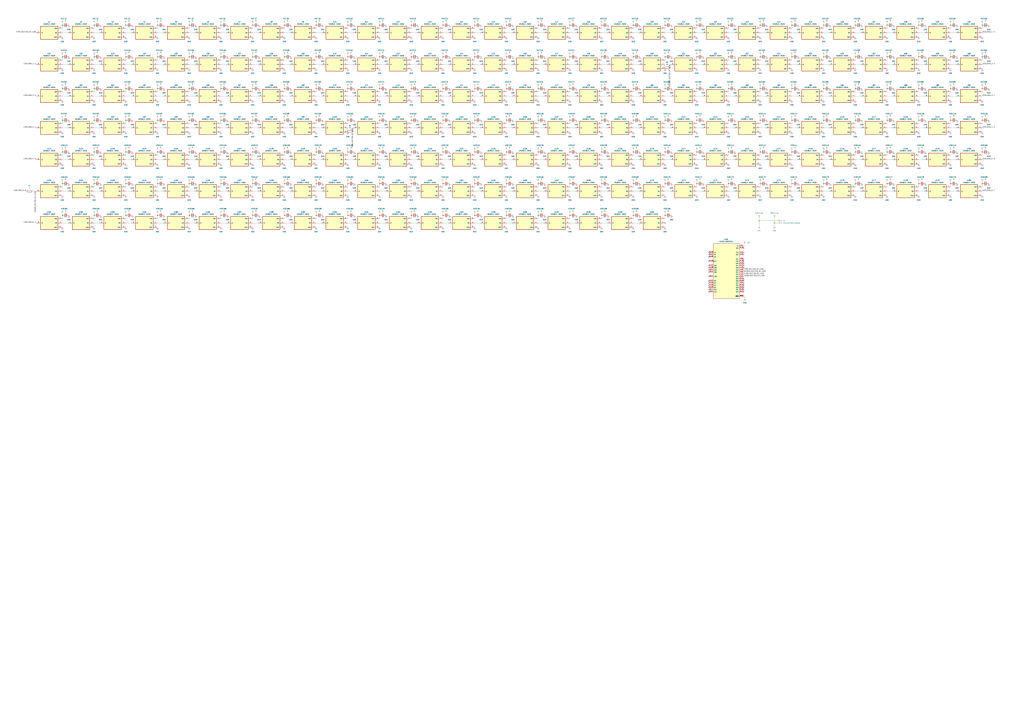
<source format=kicad_sch>
(kicad_sch (version 20211123) (generator eeschema)
  (paper "A0")
  (title_block (title "Pantalla POV") (rev "V2") (company "Wexter Home"))
  (lib_symbols
    (symbol "Connector:Conn_01x02_Female" (pin_names (offset 1.016) hide)
      (property "Reference" "J" (at 0 2.54 0))
      (property "Value" "Conn_01x02_Female" (at 0 -5.08 0))
      (symbol "Conn_01x02_Female_1_1"
        (pin passive line (at -5.08 0 0) (length 3.81) (name "Pin_1") (number "1"))
        (pin passive line (at -5.08 -2.54 0) (length 3.81) (name "Pin_2") (number "2"))
      )
    )
    (symbol "Device:C" (pin_numbers hide) (pin_names (offset 0.254))
      (property "Reference" "C" (at 0.635 2.54 0))
      (property "Value" "C" (at 0.635 -2.54 0))
      (symbol "C_1_1"
        (pin passive line (at 0 3.81 270) (length 2.794) (name "~") (number "1"))
        (pin passive line (at 0 -3.81 90) (length 2.794) (name "~") (number "2"))
      )
    )
    (symbol "Device:R" (pin_numbers hide) (pin_names (offset 0))
      (property "Reference" "R" (at 2.032 0 90))
      (property "Value" "R" (at 0 0 90))
      (symbol "R_1_1"
        (pin passive line (at 0 3.81 270) (length 1.27) (name "~") (number "1"))
        (pin passive line (at 0 -3.81 90) (length 1.27) (name "~") (number "2"))
      )
    )
    (symbol "NodeMCU-ESP32:ESP32_NODEMCU" (pin_names (offset 1.016))
      (property "Reference" "U" (at -15.24 31.242 0))
      (property "Value" "ESP32_NODEMCU" (at -15.24 -35.56 0))
      (symbol "ESP32_NODEMCU_0_0"
        (pin power_in line (at 20.32 -30.48 180) (length 5.08) (name "GND") (number "J4_1"))
        (pin bidirectional line (at -20.32 -20.32 0) (length 5.08) (name "G5") (number "J4_10"))
        (pin bidirectional line (at 20.32 5.08 180) (length 5.08) (name "G17") (number "J4_11"))
        (pin bidirectional line (at 20.32 7.62 180) (length 5.08) (name "G16") (number "J4_12"))
        (pin bidirectional line (at -20.32 -17.78 0) (length 5.08) (name "G4") (number "J4_13"))
        (pin bidirectional line (at -20.32 -12.7 0) (length 5.08) (name "G0") (number "J4_14"))
        (pin bidirectional line (at -20.32 -15.24 0) (length 5.08) (name "G2") (number "J4_15"))
        (pin bidirectional line (at 20.32 10.16 180) (length 5.08) (name "G15") (number "J4_16"))
        (pin bidirectional line (at -20.32 5.08 0) (length 5.08) (name "SD1") (number "J4_17"))
        (pin bidirectional line (at -20.32 2.54 0) (length 5.08) (name "SD0") (number "J4_18"))
        (pin input clock (at -20.32 10.16 0) (length 5.08) (name "CLK") (number "J4_19"))
        (pin bidirectional line (at 20.32 -7.62 180) (length 5.08) (name "G23") (number "J4_2"))
        (pin bidirectional line (at 20.32 -5.08 180) (length 5.08) (name "G22") (number "J4_3"))
        (pin output line (at 20.32 20.32 180) (length 5.08) (name "TXD") (number "J4_4"))
        (pin input line (at 20.32 17.78 180) (length 5.08) (name "RXD") (number "J4_5"))
        (pin bidirectional line (at 20.32 -2.54 180) (length 5.08) (name "G21") (number "J4_6"))
        (pin power_in line (at 20.32 -30.48 180) (length 5.08) (name "GND") (number "J4_7"))
        (pin bidirectional line (at 20.32 0 180) (length 5.08) (name "G19") (number "J4_8"))
        (pin bidirectional line (at 20.32 2.54 180) (length 5.08) (name "G18") (number "J4_9"))
        (pin power_in line (at 20.32 27.94 180) (length 5.08) (name "5V") (number "J5_1"))
        (pin bidirectional line (at 20.32 -12.7 180) (length 5.08) (name "G26") (number "J5_10"))
        (pin bidirectional line (at 20.32 -10.16 180) (length 5.08) (name "G25") (number "J5_11"))
        (pin bidirectional line (at 20.32 -20.32 180) (length 5.08) (name "G33") (number "J5_12"))
        (pin bidirectional line (at 20.32 -17.78 180) (length 5.08) (name "G32") (number "J5_13"))
        (pin bidirectional line (at 20.32 -25.4 180) (length 5.08) (name "G35") (number "J5_14"))
        (pin bidirectional line (at 20.32 -22.86 180) (length 5.08) (name "G34") (number "J5_15"))
        (pin input line (at -20.32 15.24 0) (length 5.08) (name "SN") (number "J5_16"))
        (pin input line (at -20.32 17.78 0) (length 5.08) (name "SP") (number "J5_17"))
        (pin input line (at -20.32 20.32 0) (length 5.08) (name "EN") (number "J5_18"))
        (pin power_in line (at 20.32 25.4 180) (length 5.08) (name "3V3") (number "J5_19"))
        (pin bidirectional line (at -20.32 -7.62 0) (length 5.08) (name "CMD") (number "J5_2"))
        (pin bidirectional line (at -20.32 -2.54 0) (length 5.08) (name "SD3") (number "J5_3"))
        (pin bidirectional line (at -20.32 0 0) (length 5.08) (name "SD2") (number "J5_4"))
        (pin bidirectional line (at -20.32 -25.4 0) (length 5.08) (name "G13") (number "J5_5"))
        (pin power_in line (at 20.32 -30.48 180) (length 5.08) (name "GND") (number "J5_6"))
        (pin bidirectional line (at -20.32 -22.86 0) (length 5.08) (name "G12") (number "J5_7"))
        (pin bidirectional line (at 20.32 12.7 180) (length 5.08) (name "G14") (number "J5_8"))
        (pin bidirectional line (at 20.32 -15.24 180) (length 5.08) (name "G27") (number "J5_9"))
      )
    )
    (symbol "WS2812B-2020:WS2812-2020" (pin_names (offset 1.016))
      (property "Reference" "U" (at -10.1854 7.6454 0))
      (property "Value" "WS2812-2020" (at -10.1854 -10.1854 0))
      (symbol "WS2812-2020_0_0"
        (pin output line (at 15.24 0 180) (length 5.08) (name "DO") (number "1"))
        (pin power_in line (at 15.24 -5.08 180) (length 5.08) (name "GND") (number "2"))
        (pin input line (at -15.24 0 0) (length 5.08) (name "DI") (number "3"))
        (pin power_in line (at 15.24 5.08 180) (length 5.08) (name "VDD") (number "4"))
      )
    )
    (symbol "power:GND" (power) (pin_names (offset 0))
      (property "Value" "GND" (at 0 -3.81 0))
      (symbol "GND_1_1"
        (pin power_in line (at 0 0 270) (length 0) hide (name "GND") (number "1"))
      )
    )
    (symbol "power:PWR_FLAG" (power) (pin_numbers hide) (pin_names (offset 0) hide)
      (property "Value" "PWR_FLAG" (at 0 3.81 0))
      (symbol "PWR_FLAG_0_0"
        (pin power_out line (at 0 0 90) (length 0) (name "pwr") (number "1"))
      )
    )
    (symbol "power:VCC" (power) (pin_names (offset 0))
      (property "Value" "VCC" (at 0 3.81 0))
      (symbol "VCC_1_1"
        (pin power_in line (at 0 0 90) (length 0) hide (name "VCC") (number "1"))
      )
    )
  )
  (junction (at 956.31 139.7))
  (junction (at 403.86 102.87))
  (junction (at 1029.97 213.36))
  (junction (at 661.67 139.7))
  (junction (at 993.14 139.7))
  (junction (at 1103.63 66.04))
  (junction (at 403.86 29.21))
  (junction (at 146.05 250.19))
  (junction (at 146.05 29.21))
  (junction (at 514.35 66.04))
  (junction (at 624.84 213.36))
  (junction (at 367.03 139.7))
  (junction (at 624.84 29.21))
  (junction (at 956.31 29.21))
  (junction (at 882.65 213.36))
  (junction (at 330.2 250.19))
  (junction (at 1066.8 139.7))
  (junction (at 514.35 250.19))
  (junction (at 735.33 176.53))
  (junction (at 1029.97 176.53))
  (junction (at 182.88 66.04))
  (junction (at 293.37 139.7))
  (junction (at 440.69 176.53))
  (junction (at 1140.46 66.04))
  (junction (at 403.86 139.7))
  (junction (at 477.52 250.19))
  (junction (at 624.84 176.53))
  (junction (at 919.48 139.7))
  (junction (at 367.03 250.19))
  (junction (at 845.82 213.36))
  (junction (at 514.35 29.21))
  (junction (at 808.99 29.21))
  (junction (at 1140.46 102.87))
  (junction (at 993.14 176.53))
  (junction (at 661.67 250.19))
  (junction (at 772.16 176.53))
  (junction (at 440.69 250.19))
  (junction (at 698.5 213.36))
  (junction (at 808.99 102.87))
  (junction (at 109.22 102.87))
  (junction (at 182.88 139.7))
  (junction (at 661.67 213.36))
  (junction (at 440.69 139.7))
  (junction (at 735.33 66.04))
  (junction (at 146.05 139.7))
  (junction (at 993.14 66.04))
  (junction (at 624.84 250.19))
  (junction (at 293.37 250.19))
  (junction (at 624.84 66.04))
  (junction (at 330.2 139.7))
  (junction (at 1140.46 213.36))
  (junction (at 440.69 102.87))
  (junction (at 72.39 102.87))
  (junction (at 514.35 176.53))
  (junction (at 551.18 139.7))
  (junction (at 403.86 250.19))
  (junction (at 72.39 250.19))
  (junction (at 1066.8 29.21))
  (junction (at 72.39 29.21))
  (junction (at 293.37 102.87))
  (junction (at 772.16 250.19))
  (junction (at 698.5 250.19))
  (junction (at 661.67 29.21))
  (junction (at 956.31 176.53))
  (junction (at 919.48 213.36))
  (junction (at 514.35 213.36))
  (junction (at 551.18 29.21))
  (junction (at 477.52 139.7))
  (junction (at 919.48 176.53))
  (junction (at 1029.97 29.21))
  (junction (at 367.03 29.21))
  (junction (at 477.52 66.04))
  (junction (at 899.16 259.08))
  (junction (at 735.33 102.87))
  (junction (at 698.5 176.53))
  (junction (at 256.54 102.87))
  (junction (at 219.71 139.7))
  (junction (at 661.67 176.53))
  (junction (at 808.99 66.04))
  (junction (at 182.88 213.36))
  (junction (at 293.37 176.53))
  (junction (at 72.39 66.04))
  (junction (at 1066.8 176.53))
  (junction (at 808.99 213.36))
  (junction (at 1066.8 213.36))
  (junction (at 1103.63 139.7))
  (junction (at 881.38 256.54))
  (junction (at 256.54 176.53))
  (junction (at 146.05 213.36))
  (junction (at 845.82 29.21))
  (junction (at 367.03 66.04))
  (junction (at 1103.63 102.87))
  (junction (at 330.2 29.21))
  (junction (at 477.52 176.53))
  (junction (at 698.5 102.87))
  (junction (at 477.52 29.21))
  (junction (at 109.22 213.36))
  (junction (at 367.03 176.53))
  (junction (at 919.48 29.21))
  (junction (at 403.86 213.36))
  (junction (at 698.5 139.7))
  (junction (at 882.65 176.53))
  (junction (at 219.71 102.87))
  (junction (at 1140.46 139.7))
  (junction (at 182.88 176.53))
  (junction (at 698.5 66.04))
  (junction (at 146.05 66.04))
  (junction (at 477.52 213.36))
  (junction (at 882.65 29.21))
  (junction (at 882.65 66.04))
  (junction (at 330.2 176.53))
  (junction (at 330.2 213.36))
  (junction (at 1140.46 176.53))
  (junction (at 256.54 213.36))
  (junction (at 772.16 213.36))
  (junction (at 109.22 176.53))
  (junction (at 551.18 250.19))
  (junction (at 109.22 250.19))
  (junction (at 219.71 250.19))
  (junction (at 330.2 66.04))
  (junction (at 293.37 66.04))
  (junction (at 588.01 29.21))
  (junction (at 956.31 102.87))
  (junction (at 477.52 102.87))
  (junction (at 735.33 250.19))
  (junction (at 219.71 29.21))
  (junction (at 256.54 139.7))
  (junction (at 993.14 29.21))
  (junction (at 256.54 29.21))
  (junction (at 919.48 102.87))
  (junction (at 735.33 213.36))
  (junction (at 1103.63 176.53))
  (junction (at 588.01 176.53))
  (junction (at 735.33 139.7))
  (junction (at 661.67 102.87))
  (junction (at 772.16 102.87))
  (junction (at 219.71 176.53))
  (junction (at 146.05 102.87))
  (junction (at 845.82 66.04))
  (junction (at 993.14 102.87))
  (junction (at 72.39 213.36))
  (junction (at 808.99 176.53))
  (junction (at 588.01 250.19))
  (junction (at 551.18 176.53))
  (junction (at 182.88 250.19))
  (junction (at 109.22 139.7))
  (junction (at 588.01 102.87))
  (junction (at 698.5 29.21))
  (junction (at 772.16 139.7))
  (junction (at 956.31 66.04))
  (junction (at 182.88 102.87))
  (junction (at 624.84 102.87))
  (junction (at 440.69 66.04))
  (junction (at 624.84 139.7))
  (junction (at 808.99 139.7))
  (junction (at 1029.97 102.87))
  (junction (at 256.54 250.19))
  (junction (at 72.39 176.53))
  (junction (at 514.35 102.87))
  (junction (at 219.71 66.04))
  (junction (at 1029.97 139.7))
  (junction (at 1066.8 66.04))
  (junction (at 661.67 66.04))
  (junction (at 1140.46 29.21))
  (junction (at 367.03 102.87))
  (junction (at 845.82 176.53))
  (junction (at 551.18 66.04))
  (junction (at 772.16 29.21))
  (junction (at 1066.8 102.87))
  (junction (at 403.86 176.53))
  (junction (at 1029.97 66.04))
  (junction (at 109.22 29.21))
  (junction (at 146.05 176.53))
  (junction (at 882.65 139.7))
  (junction (at 551.18 213.36))
  (junction (at 293.37 29.21))
  (junction (at 440.69 213.36))
  (junction (at 403.86 66.04))
  (junction (at 919.48 66.04))
  (junction (at 772.16 66.04))
  (junction (at 440.69 29.21))
  (junction (at 293.37 213.36))
  (junction (at 72.39 139.7))
  (junction (at 219.71 213.36))
  (junction (at 588.01 66.04))
  (junction (at 588.01 139.7))
  (junction (at 845.82 139.7))
  (junction (at 367.03 213.36))
  (junction (at 993.14 213.36))
  (junction (at 1103.63 29.21))
  (junction (at 882.65 102.87))
  (junction (at 735.33 29.21))
  (junction (at 1103.63 213.36))
  (junction (at 956.31 213.36))
  (junction (at 514.35 139.7))
  (junction (at 551.18 102.87))
  (junction (at 256.54 66.04))
  (junction (at 588.01 213.36))
  (junction (at 845.82 102.87))
  (junction (at 182.88 29.21))
  (junction (at 330.2 102.87))
  (junction (at 109.22 66.04))
  (no_connect (at 863.6 288.29))
  (no_connect (at 863.6 293.37))
  (no_connect (at 863.6 295.91))
  (no_connect (at 863.6 300.99))
  (no_connect (at 863.6 303.53))
  (no_connect (at 863.6 306.07))
  (no_connect (at 863.6 308.61))
  (no_connect (at 863.6 311.15))
  (no_connect (at 822.96 293.37))
  (no_connect (at 822.96 295.91))
  (no_connect (at 822.96 298.45))
  (no_connect (at 822.96 303.53))
  (no_connect (at 822.96 308.61))
  (no_connect (at 822.96 311.15))
  (no_connect (at 822.96 313.69))
  (no_connect (at 822.96 316.23))
  (no_connect (at 822.96 321.31))
  (no_connect (at 822.96 326.39))
  (no_connect (at 822.96 328.93))
  (no_connect (at 822.96 331.47))
  (no_connect (at 822.96 334.01))
  (no_connect (at 822.96 336.55))
  (no_connect (at 822.96 339.09))
  (no_connect (at 863.6 331.47))
  (no_connect (at 863.6 328.93))
  (no_connect (at 863.6 326.39))
  (no_connect (at 863.6 323.85))
  (no_connect (at 863.6 336.55))
  (no_connect (at 863.6 339.09))
  (no_connect (at 863.6 334.01))
  (no_connect (at 772.16 259.08))
  (wire (pts (xy 956.31 176.53) (xy 956.31 180.34)))
  (wire (pts (xy 219.71 247.65) (xy 219.71 250.19)))
  (wire (pts (xy 403.86 185.42) (xy 410.21 185.42)))
  (wire (pts (xy 588.01 74.93) (xy 594.36 74.93)))
  (wire (pts (xy 219.71 222.25) (xy 226.06 222.25)))
  (wire (pts (xy 845.82 66.04) (xy 845.82 69.85)))
  (wire (pts (xy 1066.8 38.1) (xy 1073.15 38.1)))
  (wire (pts (xy 1066.8 173.99) (xy 1066.8 176.53)))
  (wire (pts (xy 661.67 111.76) (xy 668.02 111.76)))
  (wire (pts (xy 772.16 38.1) (xy 778.51 38.1)))
  (wire (pts (xy 588.01 66.04) (xy 588.01 69.85)))
  (wire (pts (xy 403.86 137.16) (xy 403.86 139.7)))
  (wire (pts (xy 109.22 210.82) (xy 109.22 213.36)))
  (wire (pts (xy 993.14 139.7) (xy 993.14 143.51)))
  (wire (pts (xy 403.86 139.7) (xy 403.86 143.51)))
  (wire (pts (xy 72.39 137.16) (xy 72.39 139.7)))
  (wire (pts (xy 477.52 74.93) (xy 483.87 74.93)))
  (wire (pts (xy 330.2 185.42) (xy 336.55 185.42)))
  (wire (pts (xy 624.84 247.65) (xy 624.84 250.19)))
  (wire (pts (xy 514.35 29.21) (xy 514.35 33.02)))
  (wire (pts (xy 1029.97 100.33) (xy 1029.97 102.87)))
  (wire (pts (xy 735.33 247.65) (xy 735.33 250.19)))
  (wire (pts (xy 1029.97 173.99) (xy 1029.97 176.53)))
  (wire (pts (xy 624.84 176.53) (xy 624.84 180.34)))
  (wire (pts (xy 698.5 63.5) (xy 698.5 66.04)))
  (wire (pts (xy 477.52 222.25) (xy 483.87 222.25)))
  (wire (pts (xy 808.99 29.21) (xy 808.99 33.02)))
  (wire (pts (xy 735.33 259.08) (xy 741.68 259.08)))
  (wire (pts (xy 661.67 148.59) (xy 668.02 148.59)))
  (wire (pts (xy 440.69 259.08) (xy 447.04 259.08)))
  (wire (pts (xy 514.35 137.16) (xy 514.35 139.7)))
  (wire (pts (xy 146.05 66.04) (xy 146.05 69.85)))
  (wire (pts (xy 882.65 102.87) (xy 882.65 106.68)))
  (wire (pts (xy 514.35 26.67) (xy 514.35 29.21)))
  (wire (pts (xy 219.71 38.1) (xy 226.06 38.1)))
  (wire (pts (xy 624.84 137.16) (xy 624.84 139.7)))
  (wire (pts (xy 367.03 213.36) (xy 367.03 217.17)))
  (wire (pts (xy 899.16 259.08) (xy 899.16 262.89)))
  (wire (pts (xy 735.33 63.5) (xy 735.33 66.04)))
  (wire (pts (xy 661.67 173.99) (xy 661.67 176.53)))
  (wire (pts (xy 808.99 148.59) (xy 815.34 148.59)))
  (wire (pts (xy 330.2 66.04) (xy 330.2 69.85)))
  (wire (pts (xy 72.39 26.67) (xy 72.39 29.21)))
  (wire (pts (xy 624.84 185.42) (xy 631.19 185.42)))
  (wire (pts (xy 72.39 259.08) (xy 78.74 259.08)))
  (wire (pts (xy 293.37 148.59) (xy 299.72 148.59)))
  (wire (pts (xy 1140.46 176.53) (xy 1140.46 180.34)))
  (wire (pts (xy 864.87 285.75) (xy 864.87 283.21)))
  (wire (pts (xy 882.65 26.67) (xy 882.65 29.21)))
  (wire (pts (xy 182.88 74.93) (xy 189.23 74.93)))
  (wire (pts (xy 72.39 247.65) (xy 72.39 250.19)))
  (wire (pts (xy 772.16 176.53) (xy 772.16 180.34)))
  (wire (pts (xy 1103.63 102.87) (xy 1103.63 106.68)))
  (wire (pts (xy 882.65 66.04) (xy 882.65 69.85)))
  (wire (pts (xy 293.37 213.36) (xy 293.37 217.17)))
  (wire (pts (xy 551.18 63.5) (xy 551.18 66.04)))
  (wire (pts (xy 551.18 148.59) (xy 557.53 148.59)))
  (wire (pts (xy 956.31 139.7) (xy 956.31 143.51)))
  (wire (pts (xy 367.03 259.08) (xy 373.38 259.08)))
  (wire (pts (xy 956.31 222.25) (xy 962.66 222.25)))
  (wire (pts (xy 919.48 139.7) (xy 919.48 143.51)))
  (wire (pts (xy 588.01 176.53) (xy 588.01 180.34)))
  (wire (pts (xy 661.67 26.67) (xy 661.67 29.21)))
  (wire (pts (xy 919.48 29.21) (xy 919.48 33.02)))
  (wire (pts (xy 219.71 250.19) (xy 219.71 254)))
  (wire (pts (xy 588.01 26.67) (xy 588.01 29.21)))
  (wire (pts (xy 993.14 26.67) (xy 993.14 29.21)))
  (wire (pts (xy 735.33 210.82) (xy 735.33 213.36)))
  (wire (pts (xy 403.86 259.08) (xy 410.21 259.08)))
  (wire (pts (xy 256.54 111.76) (xy 262.89 111.76)))
  (wire (pts (xy 403.86 210.82) (xy 403.86 213.36)))
  (wire (pts (xy 256.54 63.5) (xy 256.54 66.04)))
  (wire (pts (xy 882.65 74.93) (xy 889 74.93)))
  (wire (pts (xy 882.65 63.5) (xy 882.65 66.04)))
  (wire (pts (xy 1066.8 210.82) (xy 1066.8 213.36)))
  (wire (pts (xy 219.71 66.04) (xy 219.71 69.85)))
  (wire (pts (xy 624.84 259.08) (xy 631.19 259.08)))
  (wire (pts (xy 1029.97 26.67) (xy 1029.97 29.21)))
  (wire (pts (xy 367.03 111.76) (xy 373.38 111.76)))
  (wire (pts (xy 367.03 66.04) (xy 367.03 69.85)))
  (wire (pts (xy 440.69 210.82) (xy 440.69 213.36)))
  (wire (pts (xy 330.2 148.59) (xy 336.55 148.59)))
  (wire (pts (xy 551.18 139.7) (xy 551.18 143.51)))
  (wire (pts (xy 882.65 222.25) (xy 889 222.25)))
  (wire (pts (xy 514.35 213.36) (xy 514.35 217.17)))
  (wire (pts (xy 624.84 29.21) (xy 624.84 33.02)))
  (wire (pts (xy 72.39 176.53) (xy 72.39 180.34)))
  (wire (pts (xy 735.33 137.16) (xy 735.33 139.7)))
  (wire (pts (xy 146.05 259.08) (xy 152.4 259.08)))
  (wire (pts (xy 588.01 173.99) (xy 588.01 176.53)))
  (wire (pts (xy 1140.46 139.7) (xy 1140.46 143.51)))
  (wire (pts (xy 1066.8 102.87) (xy 1066.8 106.68)))
  (wire (pts (xy 72.39 66.04) (xy 72.39 69.85)))
  (wire (pts (xy 367.03 210.82) (xy 367.03 213.36)))
  (wire (pts (xy 477.52 185.42) (xy 483.87 185.42)))
  (wire (pts (xy 882.65 139.7) (xy 882.65 143.51)))
  (wire (pts (xy 808.99 38.1) (xy 815.34 38.1)))
  (wire (pts (xy 772.16 148.59) (xy 778.51 148.59)))
  (wire (pts (xy 182.88 137.16) (xy 182.88 139.7)))
  (wire (pts (xy 146.05 111.76) (xy 152.4 111.76)))
  (wire (pts (xy 919.48 210.82) (xy 919.48 213.36)))
  (wire (pts (xy 919.48 213.36) (xy 919.48 217.17)))
  (wire (pts (xy 403.86 173.99) (xy 403.86 176.53)))
  (wire (pts (xy 551.18 111.76) (xy 557.53 111.76)))
  (wire (pts (xy 808.99 176.53) (xy 808.99 180.34)))
  (wire (pts (xy 1103.63 66.04) (xy 1103.63 69.85)))
  (wire (pts (xy 514.35 148.59) (xy 520.7 148.59)))
  (wire (pts (xy 956.31 210.82) (xy 956.31 213.36)))
  (wire (pts (xy 919.48 111.76) (xy 925.83 111.76)))
  (wire (pts (xy 588.01 63.5) (xy 588.01 66.04)))
  (wire (pts (xy 882.65 38.1) (xy 889 38.1)))
  (wire (pts (xy 772.16 102.87) (xy 772.16 106.68)))
  (wire (pts (xy 330.2 210.82) (xy 330.2 213.36)))
  (wire (pts (xy 109.22 259.08) (xy 115.57 259.08)))
  (wire (pts (xy 477.52 213.36) (xy 477.52 217.17)))
  (wire (pts (xy 1066.8 222.25) (xy 1073.15 222.25)))
  (wire (pts (xy 72.39 210.82) (xy 72.39 213.36)))
  (wire (pts (xy 367.03 173.99) (xy 367.03 176.53)))
  (wire (pts (xy 1103.63 74.93) (xy 1109.98 74.93)))
  (wire (pts (xy 440.69 66.04) (xy 440.69 69.85)))
  (wire (pts (xy 403.86 38.1) (xy 410.21 38.1)))
  (wire (pts (xy 109.22 247.65) (xy 109.22 250.19)))
  (wire (pts (xy 864.87 344.17) (xy 864.87 346.71)))
  (wire (pts (xy 219.71 210.82) (xy 219.71 213.36)))
  (wire (pts (xy 477.52 148.59) (xy 483.87 148.59)))
  (wire (pts (xy 1140.46 100.33) (xy 1140.46 102.87)))
  (wire (pts (xy 182.88 148.59) (xy 189.23 148.59)))
  (wire (pts (xy 367.03 63.5) (xy 367.03 66.04)))
  (wire (pts (xy 993.14 111.76) (xy 999.49 111.76)))
  (wire (pts (xy 330.2 111.76) (xy 336.55 111.76)))
  (wire (pts (xy 72.39 63.5) (xy 72.39 66.04)))
  (wire (pts (xy 514.35 139.7) (xy 514.35 143.51)))
  (wire (pts (xy 514.35 63.5) (xy 514.35 66.04)))
  (wire (pts (xy 735.33 111.76) (xy 741.68 111.76)))
  (wire (pts (xy 146.05 250.19) (xy 146.05 254)))
  (wire (pts (xy 72.39 100.33) (xy 72.39 102.87)))
  (wire (pts (xy 109.22 139.7) (xy 109.22 143.51)))
  (wire (pts (xy 899.16 252.73) (xy 899.16 259.08)))
  (wire (pts (xy 661.67 102.87) (xy 661.67 106.68)))
  (wire (pts (xy 588.01 185.42) (xy 594.36 185.42)))
  (wire (pts (xy 367.03 185.42) (xy 373.38 185.42)))
  (wire (pts (xy 182.88 247.65) (xy 182.88 250.19)))
  (wire (pts (xy 551.18 102.87) (xy 551.18 106.68)))
  (wire (pts (xy 403.86 247.65) (xy 403.86 250.19)))
  (wire (pts (xy 808.99 173.99) (xy 808.99 176.53)))
  (wire (pts (xy 919.48 185.42) (xy 925.83 185.42)))
  (wire (pts (xy 514.35 210.82) (xy 514.35 213.36)))
  (wire (pts (xy 330.2 137.16) (xy 330.2 139.7)))
  (wire (pts (xy 735.33 66.04) (xy 735.33 69.85)))
  (wire (pts (xy 293.37 185.42) (xy 299.72 185.42)))
  (wire (pts (xy 588.01 137.16) (xy 588.01 139.7)))
  (wire (pts (xy 402.59 149.86) (xy 402.59 152.4)))
  (wire (pts (xy 698.5 137.16) (xy 698.5 139.7)))
  (wire (pts (xy 661.67 213.36) (xy 661.67 217.17)))
  (wire (pts (xy 440.69 29.21) (xy 440.69 33.02)))
  (wire (pts (xy 698.5 259.08) (xy 704.85 259.08)))
  (wire (pts (xy 956.31 148.59) (xy 962.66 148.59)))
  (wire (pts (xy 256.54 247.65) (xy 256.54 250.19)))
  (wire (pts (xy 330.2 173.99) (xy 330.2 176.53)))
  (wire (pts (xy 219.71 185.42) (xy 226.06 185.42)))
  (wire (pts (xy 808.99 210.82) (xy 808.99 213.36)))
  (wire (pts (xy 109.22 222.25) (xy 115.57 222.25)))
  (wire (pts (xy 293.37 74.93) (xy 299.72 74.93)))
  (wire (pts (xy 367.03 222.25) (xy 373.38 222.25)))
  (wire (pts (xy 1029.97 38.1) (xy 1036.32 38.1)))
  (wire (pts (xy 588.01 148.59) (xy 594.36 148.59)))
  (wire (pts (xy 1140.46 102.87) (xy 1140.46 106.68)))
  (wire (pts (xy 182.88 222.25) (xy 189.23 222.25)))
  (wire (pts (xy 1029.97 185.42) (xy 1036.32 185.42)))
  (wire (pts (xy 956.31 63.5) (xy 956.31 66.04)))
  (wire (pts (xy 881.38 252.73) (xy 881.38 256.54)))
  (wire (pts (xy 182.88 38.1) (xy 189.23 38.1)))
  (wire (pts (xy 293.37 259.08) (xy 299.72 259.08)))
  (wire (pts (xy 219.71 74.93) (xy 226.06 74.93)))
  (wire (pts (xy 1103.63 222.25) (xy 1109.98 222.25)))
  (wire (pts (xy 146.05 213.36) (xy 146.05 217.17)))
  (wire (pts (xy 477.52 29.21) (xy 477.52 33.02)))
  (wire (pts (xy 293.37 250.19) (xy 293.37 254)))
  (wire (pts (xy 1066.8 100.33) (xy 1066.8 102.87)))
  (wire (pts (xy 551.18 247.65) (xy 551.18 250.19)))
  (wire (pts (xy 146.05 247.65) (xy 146.05 250.19)))
  (wire (pts (xy 109.22 26.67) (xy 109.22 29.21)))
  (wire (pts (xy 146.05 148.59) (xy 152.4 148.59)))
  (wire (pts (xy 588.01 222.25) (xy 594.36 222.25)))
  (wire (pts (xy 919.48 38.1) (xy 925.83 38.1)))
  (wire (pts (xy 367.03 148.59) (xy 373.38 148.59)))
  (wire (pts (xy 770.89 76.2) (xy 770.89 78.74)))
  (wire (pts (xy 109.22 100.33) (xy 109.22 102.87)))
  (wire (pts (xy 72.39 222.25) (xy 78.74 222.25)))
  (wire (pts (xy 735.33 176.53) (xy 735.33 180.34)))
  (wire (pts (xy 808.99 102.87) (xy 808.99 106.68)))
  (wire (pts (xy 403.86 102.87) (xy 403.86 106.68)))
  (wire (pts (xy 1029.97 111.76) (xy 1036.32 111.76)))
  (wire (pts (xy 624.84 222.25) (xy 631.19 222.25)))
  (wire (pts (xy 551.18 185.42) (xy 557.53 185.42)))
  (wire (pts (xy 661.67 247.65) (xy 661.67 250.19)))
  (wire (pts (xy 845.82 210.82) (xy 845.82 213.36)))
  (wire (pts (xy 588.01 139.7) (xy 588.01 143.51)))
  (wire (pts (xy 514.35 111.76) (xy 520.7 111.76)))
  (wire (pts (xy 1103.63 148.59) (xy 1109.98 148.59)))
  (wire (pts (xy 219.71 111.76) (xy 226.06 111.76)))
  (wire (pts (xy 1103.63 185.42) (xy 1109.98 185.42)))
  (wire (pts (xy 698.5 185.42) (xy 704.85 185.42)))
  (wire (pts (xy 1140.46 210.82) (xy 1140.46 213.36)))
  (wire (pts (xy 182.88 173.99) (xy 182.88 176.53)))
  (wire (pts (xy 881.38 256.54) (xy 881.38 262.89)))
  (wire (pts (xy 551.18 250.19) (xy 551.18 254)))
  (wire (pts (xy 514.35 74.93) (xy 520.7 74.93)))
  (wire (pts (xy 772.16 139.7) (xy 772.16 143.51)))
  (wire (pts (xy 993.14 100.33) (xy 993.14 102.87)))
  (wire (pts (xy 109.22 173.99) (xy 109.22 176.53)))
  (wire (pts (xy 698.5 66.04) (xy 698.5 69.85)))
  (wire (pts (xy 514.35 102.87) (xy 514.35 106.68)))
  (wire (pts (xy 182.88 250.19) (xy 182.88 254)))
  (wire (pts (xy 772.16 173.99) (xy 772.16 176.53)))
  (wire (pts (xy 109.22 111.76) (xy 115.57 111.76)))
  (wire (pts (xy 440.69 139.7) (xy 440.69 143.51)))
  (wire (pts (xy 367.03 176.53) (xy 367.03 180.34)))
  (wire (pts (xy 219.71 29.21) (xy 219.71 33.02)))
  (wire (pts (xy 845.82 185.42) (xy 852.17 185.42)))
  (wire (pts (xy 1066.8 74.93) (xy 1073.15 74.93)))
  (wire (pts (xy 219.71 137.16) (xy 219.71 139.7)))
  (wire (pts (xy 1029.97 213.36) (xy 1029.97 217.17)))
  (wire (pts (xy 403.86 100.33) (xy 403.86 102.87)))
  (wire (pts (xy 293.37 100.33) (xy 293.37 102.87)))
  (wire (pts (xy 993.14 66.04) (xy 993.14 69.85)))
  (wire (pts (xy 440.69 247.65) (xy 440.69 250.19)))
  (wire (pts (xy 808.99 111.76) (xy 815.34 111.76)))
  (wire (pts (xy 772.16 185.42) (xy 778.51 185.42)))
  (wire (pts (xy 698.5 139.7) (xy 698.5 143.51)))
  (wire (pts (xy 146.05 139.7) (xy 146.05 143.51)))
  (wire (pts (xy 109.22 250.19) (xy 109.22 254)))
  (wire (pts (xy 588.01 247.65) (xy 588.01 250.19)))
  (wire (pts (xy 551.18 259.08) (xy 557.53 259.08)))
  (wire (pts (xy 146.05 185.42) (xy 152.4 185.42)))
  (wire (pts (xy 477.52 137.16) (xy 477.52 139.7)))
  (wire (pts (xy 772.16 111.76) (xy 778.51 111.76)))
  (wire (pts (xy 367.03 74.93) (xy 373.38 74.93)))
  (wire (pts (xy 698.5 222.25) (xy 704.85 222.25)))
  (wire (pts (xy 551.18 66.04) (xy 551.18 69.85)))
  (wire (pts (xy 624.84 148.59) (xy 631.19 148.59)))
  (wire (pts (xy 109.22 176.53) (xy 109.22 180.34)))
  (wire (pts (xy 808.99 74.93) (xy 815.34 74.93)))
  (wire (pts (xy 72.39 38.1) (xy 78.74 38.1)))
  (wire (pts (xy 330.2 259.08) (xy 336.55 259.08)))
  (wire (pts (xy 514.35 173.99) (xy 514.35 176.53)))
  (wire (pts (xy 330.2 250.19) (xy 330.2 254)))
  (wire (pts (xy 477.52 139.7) (xy 477.52 143.51)))
  (wire (pts (xy 403.86 66.04) (xy 403.86 69.85)))
  (wire (pts (xy 293.37 29.21) (xy 293.37 33.02)))
  (wire (pts (xy 403.86 250.19) (xy 403.86 254)))
  (wire (pts (xy 1029.97 63.5) (xy 1029.97 66.04)))
  (wire (pts (xy 808.99 213.36) (xy 808.99 217.17)))
  (wire (pts (xy 38.1 222.25) (xy 41.91 222.25)))
  (wire (pts (xy 72.39 111.76) (xy 78.74 111.76)))
  (wire (pts (xy 735.33 102.87) (xy 735.33 106.68)))
  (wire (pts (xy 993.14 38.1) (xy 999.49 38.1)))
  (wire (pts (xy 919.48 100.33) (xy 919.48 102.87)))
  (wire (pts (xy 367.03 250.19) (xy 367.03 254)))
  (wire (pts (xy 219.71 139.7) (xy 219.71 143.51)))
  (wire (pts (xy 256.54 213.36) (xy 256.54 217.17)))
  (wire (pts (xy 845.82 63.5) (xy 845.82 66.04)))
  (wire (pts (xy 403.86 63.5) (xy 403.86 66.04)))
  (wire (pts (xy 1103.63 213.36) (xy 1103.63 217.17)))
  (wire (pts (xy 1029.97 29.21) (xy 1029.97 33.02)))
  (wire (pts (xy 1103.63 210.82) (xy 1103.63 213.36)))
  (wire (pts (xy 182.88 259.08) (xy 189.23 259.08)))
  (wire (pts (xy 624.84 250.19) (xy 624.84 254)))
  (wire (pts (xy 367.03 247.65) (xy 367.03 250.19)))
  (wire (pts (xy 182.88 102.87) (xy 182.88 106.68)))
  (wire (pts (xy 993.14 185.42) (xy 999.49 185.42)))
  (wire (pts (xy 735.33 148.59) (xy 741.68 148.59)))
  (wire (pts (xy 293.37 111.76) (xy 299.72 111.76)))
  (wire (pts (xy 330.2 102.87) (xy 330.2 106.68)))
  (wire (pts (xy 956.31 26.67) (xy 956.31 29.21)))
  (wire (pts (xy 330.2 139.7) (xy 330.2 143.51)))
  (wire (pts (xy 1066.8 66.04) (xy 1066.8 69.85)))
  (wire (pts (xy 330.2 222.25) (xy 336.55 222.25)))
  (wire (pts (xy 919.48 102.87) (xy 919.48 106.68)))
  (wire (pts (xy 440.69 63.5) (xy 440.69 66.04)))
  (wire (pts (xy 772.16 76.2) (xy 770.89 76.2)))
  (wire (pts (xy 367.03 137.16) (xy 367.03 139.7)))
  (wire (pts (xy 330.2 29.21) (xy 330.2 33.02)))
  (wire (pts (xy 1029.97 137.16) (xy 1029.97 139.7)))
  (wire (pts (xy 256.54 100.33) (xy 256.54 102.87)))
  (wire (pts (xy 551.18 29.21) (xy 551.18 33.02)))
  (wire (pts (xy 863.6 344.17) (xy 864.87 344.17)))
  (wire (pts (xy 772.16 250.19) (xy 772.16 254)))
  (wire (pts (xy 661.67 185.42) (xy 668.02 185.42)))
  (wire (pts (xy 146.05 102.87) (xy 146.05 106.68)))
  (wire (pts (xy 698.5 74.93) (xy 704.85 74.93)))
  (wire (pts (xy 1066.8 29.21) (xy 1066.8 33.02)))
  (wire (pts (xy 256.54 29.21) (xy 256.54 33.02)))
  (wire (pts (xy 735.33 100.33) (xy 735.33 102.87)))
  (wire (pts (xy 477.52 210.82) (xy 477.52 213.36)))
  (wire (pts (xy 367.03 29.21) (xy 367.03 33.02)))
  (wire (pts (xy 661.67 100.33) (xy 661.67 102.87)))
  (wire (pts (xy 588.01 213.36) (xy 588.01 217.17)))
  (wire (pts (xy 440.69 250.19) (xy 440.69 254)))
  (wire (pts (xy 624.84 74.93) (xy 631.19 74.93)))
  (wire (pts (xy 661.67 74.93) (xy 668.02 74.93)))
  (wire (pts (xy 588.01 111.76) (xy 594.36 111.76)))
  (wire (pts (xy 293.37 247.65) (xy 293.37 250.19)))
  (wire (pts (xy 1140.46 29.21) (xy 1140.46 33.02)))
  (wire (pts (xy 403.86 222.25) (xy 410.21 222.25)))
  (wire (pts (xy 403.86 149.86) (xy 402.59 149.86)))
  (wire (pts (xy 551.18 26.67) (xy 551.18 29.21)))
  (wire (pts (xy 146.05 100.33) (xy 146.05 102.87)))
  (wire (pts (xy 863.6 285.75) (xy 864.87 285.75)))
  (wire (pts (xy 1066.8 176.53) (xy 1066.8 180.34)))
  (wire (pts (xy 256.54 137.16) (xy 256.54 139.7)))
  (wire (pts (xy 330.2 74.93) (xy 336.55 74.93)))
  (wire (pts (xy 293.37 222.25) (xy 299.72 222.25)))
  (wire (pts (xy 1066.8 213.36) (xy 1066.8 217.17)))
  (wire (pts (xy 993.14 148.59) (xy 999.49 148.59)))
  (wire (pts (xy 735.33 29.21) (xy 735.33 33.02)))
  (wire (pts (xy 551.18 100.33) (xy 551.18 102.87)))
  (wire (pts (xy 109.22 38.1) (xy 115.57 38.1)))
  (wire (pts (xy 661.67 63.5) (xy 661.67 66.04)))
  (wire (pts (xy 182.88 29.21) (xy 182.88 33.02)))
  (wire (pts (xy 698.5 250.19) (xy 698.5 254)))
  (wire (pts (xy 772.16 63.5) (xy 772.16 66.04)))
  (wire (pts (xy 993.14 102.87) (xy 993.14 106.68)))
  (wire (pts (xy 551.18 173.99) (xy 551.18 176.53)))
  (wire (pts (xy 477.52 173.99) (xy 477.52 176.53)))
  (wire (pts (xy 551.18 137.16) (xy 551.18 139.7)))
  (wire (pts (xy 72.39 29.21) (xy 72.39 33.02)))
  (wire (pts (xy 1140.46 137.16) (xy 1140.46 139.7)))
  (wire (pts (xy 182.88 176.53) (xy 182.88 180.34)))
  (wire (pts (xy 146.05 63.5) (xy 146.05 66.04)))
  (wire (pts (xy 845.82 26.67) (xy 845.82 29.21)))
  (wire (pts (xy 109.22 137.16) (xy 109.22 139.7)))
  (wire (pts (xy 1140.46 26.67) (xy 1140.46 29.21)))
  (wire (pts (xy 146.05 222.25) (xy 152.4 222.25)))
  (wire (pts (xy 1103.63 29.21) (xy 1103.63 33.02)))
  (wire (pts (xy 698.5 38.1) (xy 704.85 38.1)))
  (wire (pts (xy 845.82 176.53) (xy 845.82 180.34)))
  (wire (pts (xy 440.69 100.33) (xy 440.69 102.87)))
  (wire (pts (xy 956.31 38.1) (xy 962.66 38.1)))
  (wire (pts (xy 256.54 173.99) (xy 256.54 176.53)))
  (wire (pts (xy 72.39 173.99) (xy 72.39 176.53)))
  (wire (pts (xy 256.54 222.25) (xy 262.89 222.25)))
  (wire (pts (xy 772.16 222.25) (xy 778.51 222.25)))
  (wire (pts (xy 182.88 185.42) (xy 189.23 185.42)))
  (wire (pts (xy 661.67 250.19) (xy 661.67 254)))
  (wire (pts (xy 440.69 74.93) (xy 447.04 74.93)))
  (wire (pts (xy 219.71 63.5) (xy 219.71 66.04)))
  (wire (pts (xy 845.82 148.59) (xy 852.17 148.59)))
  (wire (pts (xy 1103.63 139.7) (xy 1103.63 143.51)))
  (wire (pts (xy 477.52 63.5) (xy 477.52 66.04)))
  (wire (pts (xy 182.88 100.33) (xy 182.88 102.87)))
  (wire (pts (xy 182.88 63.5) (xy 182.88 66.04)))
  (wire (pts (xy 72.39 139.7) (xy 72.39 143.51)))
  (wire (pts (xy 256.54 185.42) (xy 262.89 185.42)))
  (wire (pts (xy 735.33 222.25) (xy 741.68 222.25)))
  (wire (pts (xy 219.71 26.67) (xy 219.71 29.21)))
  (wire (pts (xy 256.54 38.1) (xy 262.89 38.1)))
  (wire (pts (xy 367.03 100.33) (xy 367.03 102.87)))
  (wire (pts (xy 919.48 26.67) (xy 919.48 29.21)))
  (wire (pts (xy 1029.97 176.53) (xy 1029.97 180.34)))
  (wire (pts (xy 146.05 210.82) (xy 146.05 213.36)))
  (wire (pts (xy 993.14 74.93) (xy 999.49 74.93)))
  (wire (pts (xy 367.03 102.87) (xy 367.03 106.68)))
  (wire (pts (xy 146.05 176.53) (xy 146.05 180.34)))
  (wire (pts (xy 293.37 139.7) (xy 293.37 143.51)))
  (wire (pts (xy 440.69 137.16) (xy 440.69 139.7)))
  (wire (pts (xy 514.35 259.08) (xy 520.7 259.08)))
  (wire (pts (xy 956.31 137.16) (xy 956.31 139.7)))
  (wire (pts (xy 919.48 176.53) (xy 919.48 180.34)))
  (wire (pts (xy 735.33 74.93) (xy 741.68 74.93)))
  (wire (pts (xy 1029.97 66.04) (xy 1029.97 69.85)))
  (wire (pts (xy 477.52 66.04) (xy 477.52 69.85)))
  (wire (pts (xy 330.2 38.1) (xy 336.55 38.1)))
  (wire (pts (xy 698.5 29.21) (xy 698.5 33.02)))
  (wire (pts (xy 588.01 102.87) (xy 588.01 106.68)))
  (wire (pts (xy 514.35 247.65) (xy 514.35 250.19)))
  (wire (pts (xy 219.71 213.36) (xy 219.71 217.17)))
  (wire (pts (xy 477.52 259.08) (xy 483.87 259.08)))
  (wire (pts (xy 403.86 111.76) (xy 410.21 111.76)))
  (wire (pts (xy 735.33 139.7) (xy 735.33 143.51)))
  (wire (pts (xy 1140.46 173.99) (xy 1140.46 176.53)))
  (wire (pts (xy 219.71 173.99) (xy 219.71 176.53)))
  (wire (pts (xy 956.31 111.76) (xy 962.66 111.76)))
  (wire (pts (xy 772.16 66.04) (xy 772.16 69.85)))
  (wire (pts (xy 698.5 100.33) (xy 698.5 102.87)))
  (wire (pts (xy 845.82 139.7) (xy 845.82 143.51)))
  (wire (pts (xy 551.18 222.25) (xy 557.53 222.25)))
  (wire (pts (xy 772.16 247.65) (xy 772.16 250.19)))
  (wire (pts (xy 367.03 139.7) (xy 367.03 143.51)))
  (wire (pts (xy 551.18 38.1) (xy 557.53 38.1)))
  (wire (pts (xy 845.82 137.16) (xy 845.82 139.7)))
  (wire (pts (xy 808.99 100.33) (xy 808.99 102.87)))
  (wire (pts (xy 109.22 74.93) (xy 115.57 74.93)))
  (wire (pts (xy 72.39 250.19) (xy 72.39 254)))
  (wire (pts (xy 1103.63 176.53) (xy 1103.63 180.34)))
  (wire (pts (xy 588.01 100.33) (xy 588.01 102.87)))
  (wire (pts (xy 293.37 176.53) (xy 293.37 180.34)))
  (wire (pts (xy 1029.97 148.59) (xy 1036.32 148.59)))
  (wire (pts (xy 219.71 148.59) (xy 226.06 148.59)))
  (wire (pts (xy 219.71 176.53) (xy 219.71 180.34)))
  (wire (pts (xy 330.2 63.5) (xy 330.2 66.04)))
  (wire (pts (xy 919.48 74.93) (xy 925.83 74.93)))
  (wire (pts (xy 845.82 111.76) (xy 852.17 111.76)))
  (wire (pts (xy 1066.8 185.42) (xy 1073.15 185.42)))
  (wire (pts (xy 477.52 250.19) (xy 477.52 254)))
  (wire (pts (xy 514.35 176.53) (xy 514.35 180.34)))
  (wire (pts (xy 624.84 173.99) (xy 624.84 176.53)))
  (wire (pts (xy 219.71 259.08) (xy 226.06 259.08)))
  (wire (pts (xy 182.88 139.7) (xy 182.88 143.51)))
  (wire (pts (xy 109.22 66.04) (xy 109.22 69.85)))
  (wire (pts (xy 367.03 26.67) (xy 367.03 29.21)))
  (wire (pts (xy 1066.8 26.67) (xy 1066.8 29.21)))
  (wire (pts (xy 293.37 137.16) (xy 293.37 139.7)))
  (wire (pts (xy 588.01 250.19) (xy 588.01 254)))
  (wire (pts (xy 698.5 247.65) (xy 698.5 250.19)))
  (wire (pts (xy 882.65 111.76) (xy 889 111.76)))
  (wire (pts (xy 1103.63 173.99) (xy 1103.63 176.53)))
  (wire (pts (xy 1103.63 26.67) (xy 1103.63 29.21)))
  (wire (pts (xy 330.2 213.36) (xy 330.2 217.17)))
  (wire (pts (xy 72.39 102.87) (xy 72.39 106.68)))
  (wire (pts (xy 661.67 222.25) (xy 668.02 222.25)))
  (wire (pts (xy 293.37 173.99) (xy 293.37 176.53)))
  (wire (pts (xy 477.52 38.1) (xy 483.87 38.1)))
  (wire (pts (xy 698.5 213.36) (xy 698.5 217.17)))
  (wire (pts (xy 403.86 26.67) (xy 403.86 29.21)))
  (wire (pts (xy 109.22 29.21) (xy 109.22 33.02)))
  (wire (pts (xy 845.82 74.93) (xy 852.17 74.93)))
  (wire (pts (xy 993.14 63.5) (xy 993.14 66.04)))
  (wire (pts (xy 956.31 185.42) (xy 962.66 185.42)))
  (wire (pts (xy 440.69 26.67) (xy 440.69 29.21)))
  (wire (pts (xy 624.84 66.04) (xy 624.84 69.85)))
  (wire (pts (xy 367.03 38.1) (xy 373.38 38.1)))
  (wire (pts (xy 624.84 111.76) (xy 631.19 111.76)))
  (wire (pts (xy 1140.46 66.04) (xy 1140.46 69.85)))
  (wire (pts (xy 661.67 139.7) (xy 661.67 143.51)))
  (wire (pts (xy 440.69 222.25) (xy 447.04 222.25)))
  (wire (pts (xy 919.48 137.16) (xy 919.48 139.7)))
  (wire (pts (xy 882.65 213.36) (xy 882.65 217.17)))
  (wire (pts (xy 440.69 111.76) (xy 447.04 111.76)))
  (wire (pts (xy 698.5 102.87) (xy 698.5 106.68)))
  (wire (pts (xy 551.18 176.53) (xy 551.18 180.34)))
  (wire (pts (xy 661.67 137.16) (xy 661.67 139.7)))
  (wire (pts (xy 1066.8 137.16) (xy 1066.8 139.7)))
  (wire (pts (xy 588.01 210.82) (xy 588.01 213.36)))
  (wire (pts (xy 477.52 100.33) (xy 477.52 102.87)))
  (wire (pts (xy 1066.8 139.7) (xy 1066.8 143.51)))
  (wire (pts (xy 72.39 213.36) (xy 72.39 217.17)))
  (wire (pts (xy 882.65 100.33) (xy 882.65 102.87)))
  (wire (pts (xy 477.52 247.65) (xy 477.52 250.19)))
  (wire (pts (xy 808.99 137.16) (xy 808.99 139.7)))
  (wire (pts (xy 735.33 26.67) (xy 735.33 29.21)))
  (wire (pts (xy 477.52 26.67) (xy 477.52 29.21)))
  (wire (pts (xy 956.31 29.21) (xy 956.31 33.02)))
  (wire (pts (xy 902.97 256.54) (xy 881.38 256.54)))
  (wire (pts (xy 182.88 26.67) (xy 182.88 29.21)))
  (wire (pts (xy 256.54 74.93) (xy 262.89 74.93)))
  (wire (pts (xy 778.51 74.93) (xy 778.51 78.74)))
  (wire (pts (xy 845.82 222.25) (xy 852.17 222.25)))
  (wire (pts (xy 146.05 38.1) (xy 152.4 38.1)))
  (wire (pts (xy 919.48 66.04) (xy 919.48 69.85)))
  (wire (pts (xy 661.67 66.04) (xy 661.67 69.85)))
  (wire (pts (xy 330.2 247.65) (xy 330.2 250.19)))
  (wire (pts (xy 698.5 210.82) (xy 698.5 213.36)))
  (wire (pts (xy 882.65 29.21) (xy 882.65 33.02)))
  (wire (pts (xy 956.31 100.33) (xy 956.31 102.87)))
  (wire (pts (xy 219.71 100.33) (xy 219.71 102.87)))
  (wire (pts (xy 182.88 111.76) (xy 189.23 111.76)))
  (wire (pts (xy 72.39 148.59) (xy 78.74 148.59)))
  (wire (pts (xy 256.54 139.7) (xy 256.54 143.51)))
  (wire (pts (xy 440.69 38.1) (xy 447.04 38.1)))
  (wire (pts (xy 440.69 102.87) (xy 440.69 106.68)))
  (wire (pts (xy 772.16 74.93) (xy 772.16 76.2)))
  (wire (pts (xy 477.52 111.76) (xy 483.87 111.76)))
  (wire (pts (xy 1029.97 210.82) (xy 1029.97 213.36)))
  (wire (pts (xy 919.48 148.59) (xy 925.83 148.59)))
  (wire (pts (xy 698.5 111.76) (xy 704.85 111.76)))
  (wire (pts (xy 1103.63 100.33) (xy 1103.63 102.87)))
  (wire (pts (xy 146.05 74.93) (xy 152.4 74.93)))
  (wire (pts (xy 514.35 66.04) (xy 514.35 69.85)))
  (wire (pts (xy 624.84 100.33) (xy 624.84 102.87)))
  (wire (pts (xy 330.2 26.67) (xy 330.2 29.21)))
  (wire (pts (xy 514.35 185.42) (xy 520.7 185.42)))
  (wire (pts (xy 293.37 26.67) (xy 293.37 29.21)))
  (wire (pts (xy 808.99 222.25) (xy 815.34 222.25)))
  (wire (pts (xy 146.05 26.67) (xy 146.05 29.21)))
  (wire (pts (xy 624.84 63.5) (xy 624.84 66.04)))
  (wire (pts (xy 624.84 213.36) (xy 624.84 217.17)))
  (wire (pts (xy 661.67 259.08) (xy 668.02 259.08)))
  (wire (pts (xy 845.82 213.36) (xy 845.82 217.17)))
  (wire (pts (xy 845.82 38.1) (xy 852.17 38.1)))
  (wire (pts (xy 440.69 176.53) (xy 440.69 180.34)))
  (wire (pts (xy 1140.46 213.36) (xy 1140.46 217.17)))
  (wire (pts (xy 256.54 26.67) (xy 256.54 29.21)))
  (wire (pts (xy 661.67 38.1) (xy 668.02 38.1)))
  (wire (pts (xy 1029.97 74.93) (xy 1036.32 74.93)))
  (wire (pts (xy 735.33 250.19) (xy 735.33 254)))
  (wire (pts (xy 808.99 185.42) (xy 815.34 185.42)))
  (wire (pts (xy 845.82 29.21) (xy 845.82 33.02)))
  (wire (pts (xy 330.2 100.33) (xy 330.2 102.87)))
  (wire (pts (xy 808.99 66.04) (xy 808.99 69.85)))
  (wire (pts (xy 993.14 222.25) (xy 999.49 222.25)))
  (wire (pts (xy 146.05 137.16) (xy 146.05 139.7)))
  (wire (pts (xy 1140.46 63.5) (xy 1140.46 66.04)))
  (wire (pts (xy 293.37 38.1) (xy 299.72 38.1)))
  (wire (pts (xy 698.5 176.53) (xy 698.5 180.34)))
  (wire (pts (xy 109.22 213.36) (xy 109.22 217.17)))
  (wire (pts (xy 735.33 38.1) (xy 741.68 38.1)))
  (wire (pts (xy 109.22 185.42) (xy 115.57 185.42)))
  (wire (pts (xy 440.69 173.99) (xy 440.69 176.53)))
  (wire (pts (xy 477.52 176.53) (xy 477.52 180.34)))
  (wire (pts (xy 993.14 213.36) (xy 993.14 217.17)))
  (wire (pts (xy 514.35 100.33) (xy 514.35 102.87)))
  (wire (pts (xy 882.65 176.53) (xy 882.65 180.34)))
  (wire (pts (xy 993.14 176.53) (xy 993.14 180.34)))
  (wire (pts (xy 182.88 66.04) (xy 182.88 69.85)))
  (wire (pts (xy 882.65 185.42) (xy 889 185.42)))
  (wire (pts (xy 256.54 250.19) (xy 256.54 254)))
  (wire (pts (xy 1103.63 38.1) (xy 1109.98 38.1)))
  (wire (pts (xy 403.86 29.21) (xy 403.86 33.02)))
  (wire (pts (xy 624.84 102.87) (xy 624.84 106.68)))
  (wire (pts (xy 808.99 63.5) (xy 808.99 66.04)))
  (wire (pts (xy 72.39 74.93) (xy 78.74 74.93)))
  (wire (pts (xy 293.37 210.82) (xy 293.37 213.36)))
  (wire (pts (xy 403.86 74.93) (xy 410.21 74.93)))
  (wire (pts (xy 956.31 213.36) (xy 956.31 217.17)))
  (wire (pts (xy 882.65 210.82) (xy 882.65 213.36)))
  (wire (pts (xy 1103.63 63.5) (xy 1103.63 66.04)))
  (wire (pts (xy 735.33 185.42) (xy 741.68 185.42)))
  (wire (pts (xy 735.33 173.99) (xy 735.33 176.53)))
  (wire (pts (xy 698.5 26.67) (xy 698.5 29.21)))
  (wire (pts (xy 956.31 102.87) (xy 956.31 106.68)))
  (wire (pts (xy 993.14 29.21) (xy 993.14 33.02)))
  (wire (pts (xy 845.82 173.99) (xy 845.82 176.53)))
  (wire (pts (xy 698.5 148.59) (xy 704.85 148.59)))
  (wire (pts (xy 993.14 210.82) (xy 993.14 213.36)))
  (wire (pts (xy 256.54 176.53) (xy 256.54 180.34)))
  (wire (pts (xy 551.18 213.36) (xy 551.18 217.17)))
  (wire (pts (xy 72.39 185.42) (xy 78.74 185.42)))
  (wire (pts (xy 256.54 148.59) (xy 262.89 148.59)))
  (wire (pts (xy 1029.97 139.7) (xy 1029.97 143.51)))
  (wire (pts (xy 882.65 148.59) (xy 889 148.59)))
  (wire (pts (xy 956.31 74.93) (xy 962.66 74.93)))
  (wire (pts (xy 403.86 176.53) (xy 403.86 180.34)))
  (wire (pts (xy 109.22 102.87) (xy 109.22 106.68)))
  (wire (pts (xy 882.65 173.99) (xy 882.65 176.53)))
  (wire (pts (xy 514.35 222.25) (xy 520.7 222.25)))
  (wire (pts (xy 1029.97 222.25) (xy 1036.32 222.25)))
  (wire (pts (xy 808.99 139.7) (xy 808.99 143.51)))
  (wire (pts (xy 109.22 63.5) (xy 109.22 66.04)))
  (wire (pts (xy 919.48 222.25) (xy 925.83 222.25)))
  (wire (pts (xy 919.48 63.5) (xy 919.48 66.04)))
  (wire (pts (xy 1103.63 137.16) (xy 1103.63 139.7)))
  (wire (pts (xy 551.18 74.93) (xy 557.53 74.93)))
  (wire (pts (xy 624.84 139.7) (xy 624.84 143.51)))
  (wire (pts (xy 772.16 210.82) (xy 772.16 213.36)))
  (wire (pts (xy 182.88 210.82) (xy 182.88 213.36)))
  (wire (pts (xy 902.97 259.08) (xy 899.16 259.08)))
  (wire (pts (xy 1103.63 111.76) (xy 1109.98 111.76)))
  (wire (pts (xy 735.33 213.36) (xy 735.33 217.17)))
  (wire (pts (xy 182.88 213.36) (xy 182.88 217.17)))
  (wire (pts (xy 624.84 26.67) (xy 624.84 29.21)))
  (wire (pts (xy 440.69 148.59) (xy 447.04 148.59)))
  (wire (pts (xy 624.84 38.1) (xy 631.19 38.1)))
  (wire (pts (xy 772.16 213.36) (xy 772.16 217.17)))
  (wire (pts (xy 477.52 102.87) (xy 477.52 106.68)))
  (wire (pts (xy 772.16 137.16) (xy 772.16 139.7)))
  (wire (pts (xy 514.35 38.1) (xy 520.7 38.1)))
  (wire (pts (xy 1066.8 148.59) (xy 1073.15 148.59)))
  (wire (pts (xy 410.21 148.59) (xy 410.21 152.4)))
  (wire (pts (xy 1029.97 102.87) (xy 1029.97 106.68)))
  (wire (pts (xy 956.31 173.99) (xy 956.31 176.53)))
  (wire (pts (xy 403.86 213.36) (xy 403.86 217.17)))
  (wire (pts (xy 293.37 63.5) (xy 293.37 66.04)))
  (wire (pts (xy 993.14 137.16) (xy 993.14 139.7)))
  (wire (pts (xy 772.16 26.67) (xy 772.16 29.21)))
  (wire (pts (xy 698.5 173.99) (xy 698.5 176.53)))
  (wire (pts (xy 403.86 148.59) (xy 403.86 149.86)))
  (wire (pts (xy 588.01 29.21) (xy 588.01 33.02)))
  (wire (pts (xy 146.05 173.99) (xy 146.05 176.53)))
  (wire (pts (xy 588.01 38.1) (xy 594.36 38.1)))
  (wire (pts (xy 256.54 210.82) (xy 256.54 213.36)))
  (wire (pts (xy 772.16 100.33) (xy 772.16 102.87)))
  (wire (pts (xy 330.2 176.53) (xy 330.2 180.34)))
  (wire (pts (xy 993.14 173.99) (xy 993.14 176.53)))
  (wire (pts (xy 440.69 185.42) (xy 447.04 185.42)))
  (wire (pts (xy 440.69 213.36) (xy 440.69 217.17)))
  (wire (pts (xy 1066.8 63.5) (xy 1066.8 66.04)))
  (wire (pts (xy 551.18 210.82) (xy 551.18 213.36)))
  (wire (pts (xy 845.82 102.87) (xy 845.82 106.68)))
  (wire (pts (xy 514.35 250.19) (xy 514.35 254)))
  (wire (pts (xy 661.67 176.53) (xy 661.67 180.34)))
  (wire (pts (xy 661.67 210.82) (xy 661.67 213.36)))
  (wire (pts (xy 661.67 29.21) (xy 661.67 33.02)))
  (wire (pts (xy 256.54 66.04) (xy 256.54 69.85)))
  (wire (pts (xy 919.48 173.99) (xy 919.48 176.53)))
  (wire (pts (xy 845.82 100.33) (xy 845.82 102.87)))
  (wire (pts (xy 588.01 259.08) (xy 594.36 259.08)))
  (wire (pts (xy 146.05 29.21) (xy 146.05 33.02)))
  (wire (pts (xy 956.31 66.04) (xy 956.31 69.85)))
  (wire (pts (xy 219.71 102.87) (xy 219.71 106.68)))
  (wire (pts (xy 256.54 102.87) (xy 256.54 106.68)))
  (wire (pts (xy 1066.8 111.76) (xy 1073.15 111.76)))
  (wire (pts (xy 772.16 29.21) (xy 772.16 33.02)))
  (wire (pts (xy 293.37 102.87) (xy 293.37 106.68)))
  (wire (pts (xy 256.54 259.08) (xy 262.89 259.08)))
  (wire (pts (xy 808.99 26.67) (xy 808.99 29.21)))
  (wire (pts (xy 882.65 137.16) (xy 882.65 139.7)))
  (wire (pts (xy 293.37 66.04) (xy 293.37 69.85)))
  (wire (pts (xy 624.84 210.82) (xy 624.84 213.36)))
  (wire (pts (xy 109.22 148.59) (xy 115.57 148.59)))
  (label "FIRST_SECTION_OF_LEDS" (at 41.91 38.1 180))
  (label "LEDS_ROW_2-3" (at 1140.46 74.93 0))
  (label "LEDS_ROW_1-2" (at 1140.46 38.1 0))
  (label "LEDS_ROW_6-7" (at 1140.46 222.25 0))
  (label "THIRD_SECTION_OF_LEDS" (at 410.21 148.59 270))
  (label "LEDS_ROW_5-6" (at 1140.46 185.42 0))
  (label "SECOND_SECTION_OF_LEDS" (at 778.51 74.93 270))
  (label "LEDS_ROW_1-2" (at 41.91 74.93 180))
  (label "LEDS_ROW_3-4" (at 41.91 148.59 180))
  (label "LEDS_ROW_3-4" (at 1140.46 111.76 0))
  (label "LEDS_ROW_4-5" (at 41.91 185.42 180))
  (label "SECOND_SECTION_OF_LEDS" (at 863.6 316.23 0))
  (label "FIRST_SECTION_OF_LEDS" (at 863.6 313.69 0))
  (label "LEDS_ROW_6-7" (at 41.91 259.08 180))
  (label "LEDS_ROW_5-6" (at 30.48 222.25 180))
  (label "FOURD_SECTION_OF_LEDS" (at 41.91 222.25 270))
  (label "LEDS_ROW_2-3" (at 41.91 111.76 180))
  (label "THIRD_SECTION_OF_LEDS" (at 863.6 318.77 0))
  (label "LEDS_ROW_4-5" (at 1140.46 148.59 0))
  (label "FOURD_SECTION_OF_LEDS" (at 863.6 321.31 0))
  (symbol (lib_id "power:VCC") (at 808.99 63.5 0) (unit 1)
    (property "Reference" "#PWR0151" (effects hide))
    (property "Value" "VCC" (at 808.99 58.42 0))
  )
  (symbol (lib_id "power:GND") (at 1103.63 80.01 0) (unit 1)
    (property "Reference" "#PWR0176" (effects hide))
    (property "Value" "GND" (at 1103.63 85.09 0))
  )
  (symbol (lib_id "power:VCC") (at 1066.8 137.16 0) (unit 1)
    (property "Reference" "#PWR0352" (effects hide))
    (property "Value" "VCC" (at 1066.8 132.08 0))
  )
  (symbol (lib_id "WS2812B-2020:WS2812-2020") (at 977.9 148.59 0) (unit 1)
    (property "Reference" "U116" (at 977.9 135.89 0))
    (property "Value" "WS2812-2020" (at 977.9 138.43 0))
    (property "Footprint" "WS2812-2020:LED_WS2812-2020" (effects hide))
    (property "MANUFACTURER" "Worldsemi" (effects hide))
    (property "STANDARD" "Manufacturer Recommendations" (effects hide))
    (property "LCSC Part #" "C965555" (effects hide))
    (property "JLCPCB Part #" "C965555" (effects hide))
    (property "LCSC" "C965555" (effects hide))
  )
  (symbol (lib_id "Device:C") (at 76.2 66.04 90) (unit 1)
    (property "Reference" "C31" (at 76.2 58.42 90))
    (property "Value" "C" (at 76.2 60.96 90))
    (property "Footprint" "Capacitor_SMD:C_0603_1608Metric" (effects hide))
    (property "LCSC Part #" "C30926" (effects hide))
    (property "JLCPCB Part #" "C30926" (effects hide))
    (property "LCSC" "C30926" (effects hide))
  )
  (symbol (lib_id "Device:C") (at 923.29 213.36 90) (unit 1)
    (property "Reference" "C174" (at 923.29 205.74 90))
    (property "Value" "C" (at 923.29 208.28 90))
    (property "Footprint" "Capacitor_SMD:C_0603_1608Metric" (effects hide))
    (property "LCSC Part #" "C30926" (effects hide))
    (property "JLCPCB Part #" "C30926" (effects hide))
    (property "LCSC" "C30926" (effects hide))
  )
  (symbol (lib_id "power:GND") (at 337.82 176.53 0) (unit 1)
    (property "Reference" "#PWR0384" (effects hide))
    (property "Value" "GND" (at 337.82 181.61 0))
  )
  (symbol (lib_id "WS2812B-2020:WS2812-2020") (at 609.6 148.59 0) (unit 1)
    (property "Reference" "U106" (at 609.6 135.89 0))
    (property "Value" "WS2812-2020" (at 609.6 138.43 0))
    (property "Footprint" "WS2812-2020:LED_WS2812-2020" (effects hide))
    (property "MANUFACTURER" "Worldsemi" (effects hide))
    (property "STANDARD" "Manufacturer Recommendations" (effects hide))
    (property "LCSC Part #" "C965555" (effects hide))
    (property "JLCPCB Part #" "C965555" (effects hide))
    (property "LCSC" "C965555" (effects hide))
  )
  (symbol (lib_id "Device:C") (at 628.65 176.53 90) (unit 1)
    (property "Reference" "C136" (at 628.65 168.91 90))
    (property "Value" "C" (at 628.65 171.45 90))
    (property "Footprint" "Capacitor_SMD:C_0603_1608Metric" (effects hide))
    (property "LCSC Part #" "C30926" (effects hide))
    (property "JLCPCB Part #" "C30926" (effects hide))
    (property "LCSC" "C30926" (effects hide))
  )
  (symbol (lib_id "Device:C") (at 996.95 139.7 90) (unit 1)
    (property "Reference" "C116" (at 996.95 132.08 90))
    (property "Value" "C" (at 996.95 134.62 90))
    (property "Footprint" "Capacitor_SMD:C_0603_1608Metric" (effects hide))
    (property "LCSC Part #" "C30926" (effects hide))
    (property "JLCPCB Part #" "C30926" (effects hide))
    (property "LCSC" "C30926" (effects hide))
  )
  (symbol (lib_id "Device:C") (at 739.14 213.36 90) (unit 1)
    (property "Reference" "C169" (at 739.14 205.74 90))
    (property "Value" "C" (at 739.14 208.28 90))
    (property "Footprint" "Capacitor_SMD:C_0603_1608Metric" (effects hide))
    (property "LCSC Part #" "C30926" (effects hide))
    (property "JLCPCB Part #" "C30926" (effects hide))
    (property "LCSC" "C30926" (effects hide))
  )
  (symbol (lib_id "power:GND") (at 816.61 29.21 0) (unit 1)
    (property "Reference" "#PWR063" (effects hide))
    (property "Value" "GND" (at 816.61 34.29 0))
  )
  (symbol (lib_id "Device:C") (at 334.01 139.7 90) (unit 1)
    (property "Reference" "C98" (at 334.01 132.08 90))
    (property "Value" "C" (at 334.01 134.62 90))
    (property "Footprint" "Capacitor_SMD:C_0603_1608Metric" (effects hide))
    (property "LCSC Part #" "C30926" (effects hide))
    (property "JLCPCB Part #" "C30926" (effects hide))
    (property "LCSC" "C30926" (effects hide))
  )
  (symbol (lib_id "power:GND") (at 367.03 264.16 0) (unit 1)
    (property "Reference" "#PWR0566" (effects hide))
    (property "Value" "GND" (at 367.03 269.24 0))
  )
  (symbol (lib_id "power:GND") (at 367.03 116.84 0) (unit 1)
    (property "Reference" "#PWR0206" (effects hide))
    (property "Value" "GND" (at 367.03 121.92 0))
  )
  (symbol (lib_id "WS2812B-2020:WS2812-2020") (at 462.28 259.08 0) (unit 1)
    (property "Reference" "U192" (at 462.28 246.38 0))
    (property "Value" "WS2812-2020" (at 462.28 248.92 0))
    (property "Footprint" "WS2812-2020:LED_WS2812-2020" (effects hide))
    (property "MANUFACTURER" "Worldsemi" (effects hide))
    (property "STANDARD" "Manufacturer Recommendations" (effects hide))
    (property "LCSC Part #" "C965555" (effects hide))
    (property "JLCPCB Part #" "C965555" (effects hide))
    (property "LCSC" "C965555" (effects hide))
  )
  (symbol (lib_id "WS2812B-2020:WS2812-2020") (at 314.96 74.93 0) (unit 1)
    (property "Reference" "U38" (at 314.96 62.23 0))
    (property "Value" "WS2812-2020" (at 314.96 64.77 0))
    (property "Footprint" "WS2812-2020:LED_WS2812-2020" (effects hide))
    (property "MANUFACTURER" "Worldsemi" (effects hide))
    (property "STANDARD" "Manufacturer Recommendations" (effects hide))
    (property "LCSC Part #" "C965555" (effects hide))
    (property "JLCPCB Part #" "C965555" (effects hide))
    (property "LCSC" "C965555" (effects hide))
  )
  (symbol (lib_id "Device:C") (at 996.95 29.21 90) (unit 1)
    (property "Reference" "C26" (at 996.95 21.59 90))
    (property "Value" "C" (at 996.95 24.13 90))
    (property "Footprint" "Capacitor_SMD:C_0603_1608Metric" (effects hide))
    (property "LCSC Part #" "C30926" (effects hide))
    (property "JLCPCB Part #" "C30926" (effects hide))
    (property "LCSC" "C30926" (effects hide))
  )
  (symbol (lib_id "WS2812B-2020:WS2812-2020") (at 278.13 222.25 0) (unit 1)
    (property "Reference" "U157" (at 278.13 209.55 0))
    (property "Value" "WS2812-2020" (at 278.13 212.09 0))
    (property "Footprint" "WS2812-2020:LED_WS2812-2020" (effects hide))
    (property "MANUFACTURER" "Worldsemi" (effects hide))
    (property "STANDARD" "Manufacturer Recommendations" (effects hide))
    (property "LCSC Part #" "C965555" (effects hide))
    (property "JLCPCB Part #" "C965555" (effects hide))
    (property "LCSC" "C965555" (effects hide))
  )
  (symbol (lib_id "WS2812B-2020:WS2812-2020") (at 351.79 148.59 0) (unit 1)
    (property "Reference" "U99" (at 351.79 135.89 0))
    (property "Value" "WS2812-2020" (at 351.79 138.43 0))
    (property "Footprint" "WS2812-2020:LED_WS2812-2020" (effects hide))
    (property "MANUFACTURER" "Worldsemi" (effects hide))
    (property "STANDARD" "Manufacturer Recommendations" (effects hide))
    (property "LCSC Part #" "C965555" (effects hide))
    (property "JLCPCB Part #" "C965555" (effects hide))
    (property "LCSC" "C965555" (effects hide))
  )
  (symbol (lib_id "power:GND") (at 956.31 80.01 0) (unit 1)
    (property "Reference" "#PWR0164" (effects hide))
    (property "Value" "GND" (at 956.31 85.09 0))
  )
  (symbol (lib_id "power:GND") (at 109.22 116.84 0) (unit 1)
    (property "Reference" "#PWR0185" (effects hide))
    (property "Value" "GND" (at 109.22 121.92 0))
  )
  (symbol (lib_id "power:GND") (at 1037.59 176.53 0) (unit 1)
    (property "Reference" "#PWR0441" (effects hide))
    (property "Value" "GND" (at 1037.59 181.61 0))
  )
  (symbol (lib_id "power:GND") (at 661.67 43.18 0) (unit 1)
    (property "Reference" "#PWR050" (effects hide))
    (property "Value" "GND" (at 661.67 48.26 0))
  )
  (symbol (lib_id "power:VCC") (at 330.2 63.5 0) (unit 1)
    (property "Reference" "#PWR0112" (effects hide))
    (property "Value" "VCC" (at 330.2 58.42 0))
  )
  (symbol (lib_id "power:GND") (at 411.48 66.04 0) (unit 1)
    (property "Reference" "#PWR0120" (effects hide))
    (property "Value" "GND" (at 411.48 71.12 0))
  )
  (symbol (lib_id "Device:C") (at 554.99 29.21 90) (unit 1)
    (property "Reference" "C14" (at 554.99 21.59 90))
    (property "Value" "C" (at 554.99 24.13 90))
    (property "Footprint" "Capacitor_SMD:C_0603_1608Metric" (effects hide))
    (property "LCSC Part #" "C30926" (effects hide))
    (property "JLCPCB Part #" "C30926" (effects hide))
    (property "LCSC" "C30926" (effects hide))
  )
  (symbol (lib_id "power:VCC") (at 330.2 210.82 0) (unit 1)
    (property "Reference" "#PWR0472" (effects hide))
    (property "Value" "VCC" (at 330.2 205.74 0))
  )
  (symbol (lib_id "power:GND") (at 588.01 264.16 0) (unit 1)
    (property "Reference" "#PWR0584" (effects hide))
    (property "Value" "GND" (at 588.01 269.24 0))
  )
  (symbol (lib_id "WS2812B-2020:WS2812-2020") (at 351.79 111.76 0) (unit 1)
    (property "Reference" "U69" (at 351.79 99.06 0))
    (property "Value" "WS2812-2020" (at 351.79 101.6 0))
    (property "Footprint" "WS2812-2020:LED_WS2812-2020" (effects hide))
    (property "MANUFACTURER" "Worldsemi" (effects hide))
    (property "STANDARD" "Manufacturer Recommendations" (effects hide))
    (property "LCSC Part #" "C965555" (effects hide))
    (property "JLCPCB Part #" "C965555" (effects hide))
    (property "LCSC" "C965555" (effects hide))
  )
  (symbol (lib_id "power:PWR_FLAG") (at 899.16 252.73 0) (unit 1)
    (property "Reference" "#FLG02" (effects hide))
    (property "Value" "PWR_FLAG" (at 899.16 247.65 0))
  )
  (symbol (lib_id "power:GND") (at 293.37 264.16 0) (unit 1)
    (property "Reference" "#PWR0560" (effects hide))
    (property "Value" "GND" (at 293.37 269.24 0))
  )
  (symbol (lib_id "power:VCC") (at 772.16 247.65 0) (unit 1)
    (property "Reference" "#PWR0598" (effects hide))
    (property "Value" "VCC" (at 772.16 242.57 0))
  )
  (symbol (lib_id "power:GND") (at 632.46 29.21 0) (unit 1)
    (property "Reference" "#PWR048" (effects hide))
    (property "Value" "GND" (at 632.46 34.29 0))
  )
  (symbol (lib_id "Device:C") (at 76.2 250.19 90) (unit 1)
    (property "Reference" "C181" (at 76.2 242.57 90))
    (property "Value" "C" (at 76.2 245.11 90))
    (property "Footprint" "Capacitor_SMD:C_0603_1608Metric" (effects hide))
    (property "LCSC Part #" "C30926" (effects hide))
    (property "JLCPCB Part #" "C30926" (effects hide))
    (property "LCSC" "C30926" (effects hide))
  )
  (symbol (lib_id "WS2812B-2020:WS2812-2020") (at 830.58 148.59 0) (unit 1)
    (property "Reference" "U112" (at 830.58 135.89 0))
    (property "Value" "WS2812-2020" (at 830.58 138.43 0))
    (property "Footprint" "WS2812-2020:LED_WS2812-2020" (effects hide))
    (property "MANUFACTURER" "Worldsemi" (effects hide))
    (property "STANDARD" "Manufacturer Recommendations" (effects hide))
    (property "LCSC Part #" "C965555" (effects hide))
    (property "JLCPCB Part #" "C965555" (effects hide))
    (property "LCSC" "C965555" (effects hide))
  )
  (symbol (lib_id "power:GND") (at 190.5 250.19 0) (unit 1)
    (property "Reference" "#PWR0552" (effects hide))
    (property "Value" "GND" (at 190.5 255.27 0))
  )
  (symbol (lib_id "power:VCC") (at 293.37 63.5 0) (unit 1)
    (property "Reference" "#PWR0109" (effects hide))
    (property "Value" "VCC" (at 293.37 58.42 0))
  )
  (symbol (lib_id "Device:C") (at 481.33 66.04 90) (unit 1)
    (property "Reference" "C42" (at 481.33 58.42 90))
    (property "Value" "C" (at 481.33 60.96 90))
    (property "Footprint" "Capacitor_SMD:C_0603_1608Metric" (effects hide))
    (property "LCSC Part #" "C30926" (effects hide))
    (property "JLCPCB Part #" "C30926" (effects hide))
    (property "LCSC" "C30926" (effects hide))
  )
  (symbol (lib_id "Device:C") (at 775.97 213.36 90) (unit 1)
    (property "Reference" "C170" (at 775.97 205.74 90))
    (property "Value" "C" (at 775.97 208.28 90))
    (property "Footprint" "Capacitor_SMD:C_0603_1608Metric" (effects hide))
    (property "LCSC Part #" "C30926" (effects hide))
    (property "JLCPCB Part #" "C30926" (effects hide))
    (property "LCSC" "C30926" (effects hide))
  )
  (symbol (lib_id "Device:C") (at 996.95 213.36 90) (unit 1)
    (property "Reference" "C176" (at 996.95 205.74 90))
    (property "Value" "C" (at 996.95 208.28 90))
    (property "Footprint" "Capacitor_SMD:C_0603_1608Metric" (effects hide))
    (property "LCSC Part #" "C30926" (effects hide))
    (property "JLCPCB Part #" "C30926" (effects hide))
    (property "LCSC" "C30926" (effects hide))
  )
  (symbol (lib_id "WS2812B-2020:WS2812-2020") (at 314.96 259.08 0) (unit 1)
    (property "Reference" "U188" (at 314.96 246.38 0))
    (property "Value" "WS2812-2020" (at 314.96 248.92 0))
    (property "Footprint" "WS2812-2020:LED_WS2812-2020" (effects hide))
    (property "MANUFACTURER" "Worldsemi" (effects hide))
    (property "STANDARD" "Manufacturer Recommendations" (effects hide))
    (property "LCSC Part #" "C965555" (effects hide))
    (property "JLCPCB Part #" "C965555" (effects hide))
    (property "LCSC" "C965555" (effects hide))
  )
  (symbol (lib_id "power:GND") (at 109.22 43.18 0) (unit 1)
    (property "Reference" "#PWR05" (effects hide))
    (property "Value" "GND" (at 109.22 48.26 0))
  )
  (symbol (lib_id "power:GND") (at 514.35 190.5 0) (unit 1)
    (property "Reference" "#PWR0398" (effects hide))
    (property "Value" "GND" (at 514.35 195.58 0))
  )
  (symbol (lib_id "power:GND") (at 551.18 43.18 0) (unit 1)
    (property "Reference" "#PWR041" (effects hide))
    (property "Value" "GND" (at 551.18 48.26 0))
  )
  (symbol (lib_id "Device:C") (at 113.03 250.19 90) (unit 1)
    (property "Reference" "C182" (at 113.03 242.57 90))
    (property "Value" "C" (at 113.03 245.11 90))
    (property "Footprint" "Capacitor_SMD:C_0603_1608Metric" (effects hide))
    (property "LCSC Part #" "C30926" (effects hide))
    (property "JLCPCB Part #" "C30926" (effects hide))
    (property "LCSC" "C30926" (effects hide))
  )
  (symbol (lib_id "power:VCC") (at 367.03 100.33 0) (unit 1)
    (property "Reference" "#PWR0205" (effects hide))
    (property "Value" "VCC" (at 367.03 95.25 0))
  )
  (symbol (lib_id "power:GND") (at 1066.8 153.67 0) (unit 1)
    (property "Reference" "#PWR0353" (effects hide))
    (property "Value" "GND" (at 1066.8 158.75 0))
  )
  (symbol (lib_id "Device:C") (at 223.52 139.7 90) (unit 1)
    (property "Reference" "C95" (at 223.52 132.08 90))
    (property "Value" "C" (at 223.52 134.62 90))
    (property "Footprint" "Capacitor_SMD:C_0603_1608Metric" (effects hide))
    (property "LCSC Part #" "C30926" (effects hide))
    (property "JLCPCB Part #" "C30926" (effects hide))
    (property "LCSC" "C30926" (effects hide))
  )
  (symbol (lib_id "power:GND") (at 256.54 264.16 0) (unit 1)
    (property "Reference" "#PWR0557" (effects hide))
    (property "Value" "GND" (at 256.54 269.24 0))
  )
  (symbol (lib_id "power:VCC") (at 403.86 26.67 0) (unit 1)
    (property "Reference" "#PWR028" (effects hide))
    (property "Value" "VCC" (at 403.86 21.59 0))
  )
  (symbol (lib_id "power:VCC") (at 661.67 63.5 0) (unit 1)
    (property "Reference" "#PWR0139" (effects hide))
    (property "Value" "VCC" (at 661.67 58.42 0))
  )
  (symbol (lib_id "power:VCC") (at 588.01 173.99 0) (unit 1)
    (property "Reference" "#PWR0403" (effects hide))
    (property "Value" "VCC" (at 588.01 168.91 0))
  )
  (symbol (lib_id "power:VCC") (at 661.67 100.33 0) (unit 1)
    (property "Reference" "#PWR0229" (effects hide))
    (property "Value" "VCC" (at 661.67 95.25 0))
  )
  (symbol (lib_id "Device:C") (at 370.84 29.21 90) (unit 1)
    (property "Reference" "C9" (at 370.84 21.59 90))
    (property "Value" "C" (at 370.84 24.13 90))
    (property "Footprint" "Capacitor_SMD:C_0603_1608Metric" (effects hide))
    (property "LCSC Part #" "C30926" (effects hide))
    (property "JLCPCB Part #" "C30926" (effects hide))
    (property "LCSC" "C30926" (effects hide))
  )
  (symbol (lib_id "WS2812B-2020:WS2812-2020") (at 93.98 38.1 0) (unit 1)
    (property "Reference" "U2" (at 93.98 25.4 0))
    (property "Value" "WS2812-2020" (at 93.98 27.94 0))
    (property "Footprint" "WS2812-2020:LED_WS2812-2020" (effects hide))
    (property "MANUFACTURER" "Worldsemi" (effects hide))
    (property "STANDARD" "Manufacturer Recommendations" (effects hide))
    (property "LCSC Part #" "C965555" (effects hide))
    (property "JLCPCB Part #" "C965555" (effects hide))
    (property "LCSC" "C965555" (effects hide))
  )
  (symbol (lib_id "power:GND") (at 300.99 66.04 0) (unit 1)
    (property "Reference" "#PWR0111" (effects hide))
    (property "Value" "GND" (at 300.99 71.12 0))
  )
  (symbol (lib_id "Device:C") (at 591.82 102.87 90) (unit 1)
    (property "Reference" "C75" (at 591.82 95.25 90))
    (property "Value" "C" (at 591.82 97.79 90))
    (property "Footprint" "Capacitor_SMD:C_0603_1608Metric" (effects hide))
    (property "LCSC Part #" "C30926" (effects hide))
    (property "JLCPCB Part #" "C30926" (effects hide))
    (property "LCSC" "C30926" (effects hide))
  )
  (symbol (lib_id "Device:C") (at 481.33 250.19 90) (unit 1)
    (property "Reference" "C192" (at 481.33 242.57 90))
    (property "Value" "C" (at 481.33 245.11 90))
    (property "Footprint" "Capacitor_SMD:C_0603_1608Metric" (effects hide))
    (property "LCSC Part #" "C30926" (effects hide))
    (property "JLCPCB Part #" "C30926" (effects hide))
    (property "LCSC" "C30926" (effects hide))
  )
  (symbol (lib_id "power:GND") (at 890.27 213.36 0) (unit 1)
    (property "Reference" "#PWR0519" (effects hide))
    (property "Value" "GND" (at 890.27 218.44 0))
  )
  (symbol (lib_id "power:GND") (at 1103.63 190.5 0) (unit 1)
    (property "Reference" "#PWR0446" (effects hide))
    (property "Value" "GND" (at 1103.63 195.58 0))
  )
  (symbol (lib_id "Device:C") (at 886.46 29.21 90) (unit 1)
    (property "Reference" "C23" (at 886.46 21.59 90))
    (property "Value" "C" (at 886.46 24.13 90))
    (property "Footprint" "Capacitor_SMD:C_0603_1608Metric" (effects hide))
    (property "LCSC Part #" "C30926" (effects hide))
    (property "JLCPCB Part #" "C30926" (effects hide))
    (property "LCSC" "C30926" (effects hide))
  )
  (symbol (lib_id "Device:C") (at 591.82 66.04 90) (unit 1)
    (property "Reference" "C45" (at 591.82 58.42 90))
    (property "Value" "C" (at 591.82 60.96 90))
    (property "Footprint" "Capacitor_SMD:C_0603_1608Metric" (effects hide))
    (property "LCSC Part #" "C30926" (effects hide))
    (property "JLCPCB Part #" "C30926" (effects hide))
    (property "LCSC" "C30926" (effects hide))
  )
  (symbol (lib_id "power:GND") (at 367.03 43.18 0) (unit 1)
    (property "Reference" "#PWR026" (effects hide))
    (property "Value" "GND" (at 367.03 48.26 0))
  )
  (symbol (lib_id "power:VCC") (at 440.69 100.33 0) (unit 1)
    (property "Reference" "#PWR0211" (effects hide))
    (property "Value" "VCC" (at 440.69 95.25 0))
  )
  (symbol (lib_id "power:VCC") (at 624.84 100.33 0) (unit 1)
    (property "Reference" "#PWR0226" (effects hide))
    (property "Value" "VCC" (at 624.84 95.25 0))
  )
  (symbol (lib_id "Device:C") (at 481.33 102.87 90) (unit 1)
    (property "Reference" "C72" (at 481.33 95.25 90))
    (property "Value" "C" (at 481.33 97.79 90))
    (property "Footprint" "Capacitor_SMD:C_0603_1608Metric" (effects hide))
    (property "LCSC Part #" "C30926" (effects hide))
    (property "JLCPCB Part #" "C30926" (effects hide))
    (property "LCSC" "C30926" (effects hide))
  )
  (symbol (lib_id "WS2812B-2020:WS2812-2020") (at 830.58 185.42 0) (unit 1)
    (property "Reference" "U142" (at 830.58 172.72 0))
    (property "Value" "WS2812-2020" (at 830.58 175.26 0))
    (property "Footprint" "WS2812-2020:LED_WS2812-2020" (effects hide))
    (property "MANUFACTURER" "Worldsemi" (effects hide))
    (property "STANDARD" "Manufacturer Recommendations" (effects hide))
    (property "LCSC Part #" "C965555" (effects hide))
    (property "JLCPCB Part #" "C965555" (effects hide))
    (property "LCSC" "C965555" (effects hide))
  )
  (symbol (lib_id "Device:C") (at 1070.61 176.53 90) (unit 1)
    (property "Reference" "C148" (at 1070.61 168.91 90))
    (property "Value" "C" (at 1070.61 171.45 90))
    (property "Footprint" "Capacitor_SMD:C_0603_1608Metric" (effects hide))
    (property "LCSC Part #" "C30926" (effects hide))
    (property "JLCPCB Part #" "C30926" (effects hide))
    (property "LCSC" "C30926" (effects hide))
  )
  (symbol (lib_id "power:GND") (at 300.99 139.7 0) (unit 1)
    (property "Reference" "#PWR0291" (effects hide))
    (property "Value" "GND" (at 300.99 144.78 0))
  )
  (symbol (lib_id "power:VCC") (at 551.18 63.5 0) (unit 1)
    (property "Reference" "#PWR0130" (effects hide))
    (property "Value" "VCC" (at 551.18 58.42 0))
  )
  (symbol (lib_id "power:VCC") (at 293.37 137.16 0) (unit 1)
    (property "Reference" "#PWR0289" (effects hide))
    (property "Value" "VCC" (at 293.37 132.08 0))
  )
  (symbol (lib_id "power:VCC") (at 551.18 26.67 0) (unit 1)
    (property "Reference" "#PWR040" (effects hide))
    (property "Value" "VCC" (at 551.18 21.59 0))
  )
  (symbol (lib_id "WS2812B-2020:WS2812-2020") (at 572.77 148.59 0) (unit 1)
    (property "Reference" "U105" (at 572.77 135.89 0))
    (property "Value" "WS2812-2020" (at 572.77 138.43 0))
    (property "Footprint" "WS2812-2020:LED_WS2812-2020" (effects hide))
    (property "MANUFACTURER" "Worldsemi" (effects hide))
    (property "STANDARD" "Manufacturer Recommendations" (effects hide))
    (property "LCSC Part #" "C965555" (effects hide))
    (property "JLCPCB Part #" "C965555" (effects hide))
    (property "LCSC" "C965555" (effects hide))
  )
  (symbol (lib_id "power:GND") (at 521.97 139.7 0) (unit 1)
    (property "Reference" "#PWR0309" (effects hide))
    (property "Value" "GND" (at 521.97 144.78 0))
  )
  (symbol (lib_id "Device:C") (at 702.31 250.19 90) (unit 1)
    (property "Reference" "C198" (at 702.31 242.57 90))
    (property "Value" "C" (at 702.31 245.11 90))
    (property "Footprint" "Capacitor_SMD:C_0603_1608Metric" (effects hide))
    (property "LCSC Part #" "C30926" (effects hide))
    (property "JLCPCB Part #" "C30926" (effects hide))
    (property "LCSC" "C30926" (effects hide))
  )
  (symbol (lib_id "WS2812B-2020:WS2812-2020") (at 941.07 148.59 0) (unit 1)
    (property "Reference" "U115" (at 941.07 135.89 0))
    (property "Value" "WS2812-2020" (at 941.07 138.43 0))
    (property "Footprint" "WS2812-2020:LED_WS2812-2020" (effects hide))
    (property "MANUFACTURER" "Worldsemi" (effects hide))
    (property "STANDARD" "Manufacturer Recommendations" (effects hide))
    (property "LCSC Part #" "C965555" (effects hide))
    (property "JLCPCB Part #" "C965555" (effects hide))
    (property "LCSC" "C965555" (effects hide))
  )
  (symbol (lib_id "power:VCC") (at 330.2 26.67 0) (unit 1)
    (property "Reference" "#PWR022" (effects hide))
    (property "Value" "VCC" (at 330.2 21.59 0))
  )
  (symbol (lib_id "WS2812B-2020:WS2812-2020") (at 462.28 148.59 0) (unit 1)
    (property "Reference" "U102" (at 462.28 135.89 0))
    (property "Value" "WS2812-2020" (at 462.28 138.43 0))
    (property "Footprint" "WS2812-2020:LED_WS2812-2020" (effects hide))
    (property "MANUFACTURER" "Worldsemi" (effects hide))
    (property "STANDARD" "Manufacturer Recommendations" (effects hide))
    (property "LCSC Part #" "C965555" (effects hide))
    (property "JLCPCB Part #" "C965555" (effects hide))
    (property "LCSC" "C965555" (effects hide))
  )
  (symbol (lib_id "power:GND") (at 219.71 264.16 0) (unit 1)
    (property "Reference" "#PWR0554" (effects hide))
    (property "Value" "GND" (at 219.71 269.24 0))
  )
  (symbol (lib_id "power:GND") (at 330.2 153.67 0) (unit 1)
    (property "Reference" "#PWR0293" (effects hide))
    (property "Value" "GND" (at 330.2 158.75 0))
  )
  (symbol (lib_id "Device:C") (at 1144.27 66.04 90) (unit 1)
    (property "Reference" "C60" (at 1144.27 58.42 90))
    (property "Value" "C" (at 1144.27 60.96 90))
    (property "Footprint" "Capacitor_SMD:C_0603_1608Metric" (effects hide))
    (property "LCSC Part #" "C30926" (effects hide))
    (property "JLCPCB Part #" "C30926" (effects hide))
    (property "LCSC" "C30926" (effects hide))
  )
  (symbol (lib_id "Device:C") (at 812.8 29.21 90) (unit 1)
    (property "Reference" "C21" (at 812.8 21.59 90))
    (property "Value" "C" (at 812.8 24.13 90))
    (property "Footprint" "Capacitor_SMD:C_0603_1608Metric" (effects hide))
    (property "LCSC Part #" "C30926" (effects hide))
    (property "JLCPCB Part #" "C30926" (effects hide))
    (property "LCSC" "C30926" (effects hide))
  )
  (symbol (lib_id "Device:C") (at 665.48 250.19 90) (unit 1)
    (property "Reference" "C197" (at 665.48 242.57 90))
    (property "Value" "C" (at 665.48 245.11 90))
    (property "Footprint" "Capacitor_SMD:C_0603_1608Metric" (effects hide))
    (property "LCSC Part #" "C30926" (effects hide))
    (property "JLCPCB Part #" "C30926" (effects hide))
    (property "LCSC" "C30926" (effects hide))
  )
  (symbol (lib_id "Device:C") (at 518.16 176.53 90) (unit 1)
    (property "Reference" "C133" (at 518.16 168.91 90))
    (property "Value" "C" (at 518.16 171.45 90))
    (property "Footprint" "Capacitor_SMD:C_0603_1608Metric" (effects hide))
    (property "LCSC Part #" "C30926" (effects hide))
    (property "JLCPCB Part #" "C30926" (effects hide))
    (property "LCSC" "C30926" (effects hide))
  )
  (symbol (lib_id "power:GND") (at 1037.59 29.21 0) (unit 1)
    (property "Reference" "#PWR081" (effects hide))
    (property "Value" "GND" (at 1037.59 34.29 0))
  )
  (symbol (lib_id "WS2812B-2020:WS2812-2020") (at 867.41 38.1 0) (unit 1)
    (property "Reference" "U23" (at 867.41 25.4 0))
    (property "Value" "WS2812-2020" (at 867.41 27.94 0))
    (property "Footprint" "WS2812-2020:LED_WS2812-2020" (effects hide))
    (property "MANUFACTURER" "Worldsemi" (effects hide))
    (property "STANDARD" "Manufacturer Recommendations" (effects hide))
    (property "LCSC Part #" "C965555" (effects hide))
    (property "JLCPCB Part #" "C965555" (effects hide))
    (property "LCSC" "C965555" (effects hide))
  )
  (symbol (lib_id "power:GND") (at 374.65 250.19 0) (unit 1)
    (property "Reference" "#PWR0567" (effects hide))
    (property "Value" "GND" (at 374.65 255.27 0))
  )
  (symbol (lib_id "WS2812B-2020:WS2812-2020") (at 683.26 185.42 0) (unit 1)
    (property "Reference" "U138" (at 683.26 172.72 0))
    (property "Value" "WS2812-2020" (at 683.26 175.26 0))
    (property "Footprint" "WS2812-2020:LED_WS2812-2020" (effects hide))
    (property "MANUFACTURER" "Worldsemi" (effects hide))
    (property "STANDARD" "Manufacturer Recommendations" (effects hide))
    (property "LCSC Part #" "C965555" (effects hide))
    (property "JLCPCB Part #" "C965555" (effects hide))
    (property "LCSC" "C965555" (effects hide))
  )
  (symbol (lib_id "power:GND") (at 485.14 29.21 0) (unit 1)
    (property "Reference" "#PWR036" (effects hide))
    (property "Value" "GND" (at 485.14 34.29 0))
  )
  (symbol (lib_id "power:GND") (at 514.35 227.33 0) (unit 1)
    (property "Reference" "#PWR0488" (effects hide))
    (property "Value" "GND" (at 514.35 232.41 0))
  )
  (symbol (lib_id "power:GND") (at 411.48 29.21 0) (unit 1)
    (property "Reference" "#PWR030" (effects hide))
    (property "Value" "GND" (at 411.48 34.29 0))
  )
  (symbol (lib_id "power:GND") (at 927.1 176.53 0) (unit 1)
    (property "Reference" "#PWR0432" (effects hide))
    (property "Value" "GND" (at 927.1 181.61 0))
  )
  (symbol (lib_id "power:VCC") (at 956.31 137.16 0) (unit 1)
    (property "Reference" "#PWR0343" (effects hide))
    (property "Value" "VCC" (at 956.31 132.08 0))
  )
  (symbol (lib_id "WS2812B-2020:WS2812-2020") (at 793.75 148.59 0) (unit 1)
    (property "Reference" "U111" (at 793.75 135.89 0))
    (property "Value" "WS2812-2020" (at 793.75 138.43 0))
    (property "Footprint" "WS2812-2020:LED_WS2812-2020" (effects hide))
    (property "MANUFACTURER" "Worldsemi" (effects hide))
    (property "STANDARD" "Manufacturer Recommendations" (effects hide))
    (property "LCSC Part #" "C965555" (effects hide))
    (property "JLCPCB Part #" "C965555" (effects hide))
    (property "LCSC" "C965555" (effects hide))
  )
  (symbol (lib_id "Device:C") (at 1033.78 66.04 90) (unit 1)
    (property "Reference" "C57" (at 1033.78 58.42 90))
    (property "Value" "C" (at 1033.78 60.96 90))
    (property "Footprint" "Capacitor_SMD:C_0603_1608Metric" (effects hide))
    (property "LCSC Part #" "C30926" (effects hide))
    (property "JLCPCB Part #" "C30926" (effects hide))
    (property "LCSC" "C30926" (effects hide))
  )
  (symbol (lib_id "power:GND") (at 779.78 176.53 0) (unit 1)
    (property "Reference" "#PWR0420" (effects hide))
    (property "Value" "GND" (at 779.78 181.61 0))
  )
  (symbol (lib_id "power:GND") (at 256.54 190.5 0) (unit 1)
    (property "Reference" "#PWR0377" (effects hide))
    (property "Value" "GND" (at 256.54 195.58 0))
  )
  (symbol (lib_id "power:GND") (at 411.48 176.53 0) (unit 1)
    (property "Reference" "#PWR0390" (effects hide))
    (property "Value" "GND" (at 411.48 181.61 0))
  )
  (symbol (lib_id "power:GND") (at 337.82 213.36 0) (unit 1)
    (property "Reference" "#PWR0474" (effects hide))
    (property "Value" "GND" (at 337.82 218.44 0))
  )
  (symbol (lib_id "power:VCC") (at 219.71 26.67 0) (unit 1)
    (property "Reference" "#PWR013" (effects hide))
    (property "Value" "VCC" (at 219.71 21.59 0))
  )
  (symbol (lib_id "power:VCC") (at 514.35 173.99 0) (unit 1)
    (property "Reference" "#PWR0397" (effects hide))
    (property "Value" "VCC" (at 514.35 168.91 0))
  )
  (symbol (lib_id "WS2812B-2020:WS2812-2020") (at 535.94 259.08 0) (unit 1)
    (property "Reference" "U194" (at 535.94 246.38 0))
    (property "Value" "WS2812-2020" (at 535.94 248.92 0))
    (property "Footprint" "WS2812-2020:LED_WS2812-2020" (effects hide))
    (property "MANUFACTURER" "Worldsemi" (effects hide))
    (property "STANDARD" "Manufacturer Recommendations" (effects hide))
    (property "LCSC Part #" "C965555" (effects hide))
    (property "JLCPCB Part #" "C965555" (effects hide))
    (property "LCSC" "C965555" (effects hide))
  )
  (symbol (lib_id "WS2812B-2020:WS2812-2020") (at 57.15 38.1 0) (unit 1)
    (property "Reference" "U1" (at 57.15 25.4 0))
    (property "Value" "WS2812-2020" (at 57.15 27.94 0))
    (property "Footprint" "WS2812-2020:LED_WS2812-2020" (effects hide))
    (property "MANUFACTURER" "Worldsemi" (effects hide))
    (property "STANDARD" "Manufacturer Recommendations" (effects hide))
    (property "LCSC Part #" "C965555" (effects hide))
    (property "JLCPCB Part #" "C965555" (effects hide))
    (property "LCSC" "C965555" (effects hide))
  )
  (symbol (lib_id "Device:C") (at 481.33 213.36 90) (unit 1)
    (property "Reference" "C162" (at 481.33 205.74 90))
    (property "Value" "C" (at 481.33 208.28 90))
    (property "Footprint" "Capacitor_SMD:C_0603_1608Metric" (effects hide))
    (property "LCSC Part #" "C30926" (effects hide))
    (property "JLCPCB Part #" "C30926" (effects hide))
    (property "LCSC" "C30926" (effects hide))
  )
  (symbol (lib_id "power:GND") (at 1066.8 190.5 0) (unit 1)
    (property "Reference" "#PWR0443" (effects hide))
    (property "Value" "GND" (at 1066.8 195.58 0))
  )
  (symbol (lib_id "power:GND") (at 735.33 190.5 0) (unit 1)
    (property "Reference" "#PWR0416" (effects hide))
    (property "Value" "GND" (at 735.33 195.58 0))
  )
  (symbol (lib_id "power:VCC") (at 808.99 173.99 0) (unit 1)
    (property "Reference" "#PWR0421" (effects hide))
    (property "Value" "VCC" (at 808.99 168.91 0))
  )
  (symbol (lib_id "Device:C") (at 260.35 139.7 90) (unit 1)
    (property "Reference" "C96" (at 260.35 132.08 90))
    (property "Value" "C" (at 260.35 134.62 90))
    (property "Footprint" "Capacitor_SMD:C_0603_1608Metric" (effects hide))
    (property "LCSC Part #" "C30926" (effects hide))
    (property "JLCPCB Part #" "C30926" (effects hide))
    (property "LCSC" "C30926" (effects hide))
  )
  (symbol (lib_id "power:GND") (at 882.65 227.33 0) (unit 1)
    (property "Reference" "#PWR0518" (effects hide))
    (property "Value" "GND" (at 882.65 232.41 0))
  )
  (symbol (lib_id "WS2812B-2020:WS2812-2020") (at 425.45 74.93 0) (unit 1)
    (property "Reference" "U41" (at 425.45 62.23 0))
    (property "Value" "WS2812-2020" (at 425.45 64.77 0))
    (property "Footprint" "WS2812-2020:LED_WS2812-2020" (effects hide))
    (property "MANUFACTURER" "Worldsemi" (effects hide))
    (property "STANDARD" "Manufacturer Recommendations" (effects hide))
    (property "LCSC Part #" "C965555" (effects hide))
    (property "JLCPCB Part #" "C965555" (effects hide))
    (property "LCSC" "C965555" (effects hide))
  )
  (symbol (lib_id "power:GND") (at 109.22 227.33 0) (unit 1)
    (property "Reference" "#PWR0455" (effects hide))
    (property "Value" "GND" (at 109.22 232.41 0))
  )
  (symbol (lib_id "power:GND") (at 735.33 80.01 0) (unit 1)
    (property "Reference" "#PWR0146" (effects hide))
    (property "Value" "GND" (at 735.33 85.09 0))
  )
  (symbol (lib_id "WS2812B-2020:WS2812-2020") (at 1051.56 74.93 0) (unit 1)
    (property "Reference" "U58" (at 1051.56 62.23 0))
    (property "Value" "WS2812-2020" (at 1051.56 64.77 0))
    (property "Footprint" "WS2812-2020:LED_WS2812-2020" (effects hide))
    (property "MANUFACTURER" "Worldsemi" (effects hide))
    (property "STANDARD" "Manufacturer Recommendations" (effects hide))
    (property "LCSC Part #" "C965555" (effects hide))
    (property "JLCPCB Part #" "C965555" (effects hide))
    (property "LCSC" "C965555" (effects hide))
  )
  (symbol (lib_id "power:VCC") (at 367.03 63.5 0) (unit 1)
    (property "Reference" "#PWR0115" (effects hide))
    (property "Value" "VCC" (at 367.03 58.42 0))
  )
  (symbol (lib_id "power:VCC") (at 1103.63 137.16 0) (unit 1)
    (property "Reference" "#PWR0355" (effects hide))
    (property "Value" "VCC" (at 1103.63 132.08 0))
  )
  (symbol (lib_id "WS2812B-2020:WS2812-2020") (at 609.6 111.76 0) (unit 1)
    (property "Reference" "U76" (at 609.6 99.06 0))
    (property "Value" "WS2812-2020" (at 609.6 101.6 0))
    (property "Footprint" "WS2812-2020:LED_WS2812-2020" (effects hide))
    (property "MANUFACTURER" "Worldsemi" (effects hide))
    (property "STANDARD" "Manufacturer Recommendations" (effects hide))
    (property "LCSC Part #" "C965555" (effects hide))
    (property "JLCPCB Part #" "C965555" (effects hide))
    (property "LCSC" "C965555" (effects hide))
  )
  (symbol (lib_id "power:GND") (at 116.84 176.53 0) (unit 1)
    (property "Reference" "#PWR0366" (effects hide))
    (property "Value" "GND" (at 116.84 181.61 0))
  )
  (symbol (lib_id "WS2812B-2020:WS2812-2020") (at 425.45 222.25 0) (unit 1)
    (property "Reference" "U161" (at 425.45 209.55 0))
    (property "Value" "WS2812-2020" (at 425.45 212.09 0))
    (property "Footprint" "WS2812-2020:LED_WS2812-2020" (effects hide))
    (property "MANUFACTURER" "Worldsemi" (effects hide))
    (property "STANDARD" "Manufacturer Recommendations" (effects hide))
    (property "LCSC Part #" "C965555" (effects hide))
    (property "JLCPCB Part #" "C965555" (effects hide))
    (property "LCSC" "C965555" (effects hide))
  )
  (symbol (lib_id "Device:C") (at 518.16 102.87 90) (unit 1)
    (property "Reference" "C73" (at 518.16 95.25 90))
    (property "Value" "C" (at 518.16 97.79 90))
    (property "Footprint" "Capacitor_SMD:C_0603_1608Metric" (effects hide))
    (property "LCSC Part #" "C30926" (effects hide))
    (property "JLCPCB Part #" "C30926" (effects hide))
    (property "LCSC" "C30926" (effects hide))
  )
  (symbol (lib_id "power:GND") (at 374.65 66.04 0) (unit 1)
    (property "Reference" "#PWR0117" (effects hide))
    (property "Value" "GND" (at 374.65 71.12 0))
  )
  (symbol (lib_id "power:GND") (at 882.65 116.84 0) (unit 1)
    (property "Reference" "#PWR0248" (effects hide))
    (property "Value" "GND" (at 882.65 121.92 0))
  )
  (symbol (lib_id "power:GND") (at 882.65 153.67 0) (unit 1)
    (property "Reference" "#PWR0338" (effects hide))
    (property "Value" "GND" (at 882.65 158.75 0))
  )
  (symbol (lib_id "power:GND") (at 1111.25 139.7 0) (unit 1)
    (property "Reference" "#PWR0357" (effects hide))
    (property "Value" "GND" (at 1111.25 144.78 0))
  )
  (symbol (lib_id "power:GND") (at 742.95 29.21 0) (unit 1)
    (property "Reference" "#PWR057" (effects hide))
    (property "Value" "GND" (at 742.95 34.29 0))
  )
  (symbol (lib_id "power:VCC") (at 735.33 210.82 0) (unit 1)
    (property "Reference" "#PWR0505" (effects hide))
    (property "Value" "VCC" (at 735.33 205.74 0))
  )
  (symbol (lib_id "Device:C") (at 923.29 66.04 90) (unit 1)
    (property "Reference" "C54" (at 923.29 58.42 90))
    (property "Value" "C" (at 923.29 60.96 90))
    (property "Footprint" "Capacitor_SMD:C_0603_1608Metric" (effects hide))
    (property "LCSC Part #" "C30926" (effects hide))
    (property "JLCPCB Part #" "C30926" (effects hide))
    (property "LCSC" "C30926" (effects hide))
  )
  (symbol (lib_id "Device:C") (at 1033.78 102.87 90) (unit 1)
    (property "Reference" "C87" (at 1033.78 95.25 90))
    (property "Value" "C" (at 1033.78 97.79 90))
    (property "Footprint" "Capacitor_SMD:C_0603_1608Metric" (effects hide))
    (property "LCSC Part #" "C30926" (effects hide))
    (property "JLCPCB Part #" "C30926" (effects hide))
    (property "LCSC" "C30926" (effects hide))
  )
  (symbol (lib_id "WS2812B-2020:WS2812-2020") (at 535.94 111.76 0) (unit 1)
    (property "Reference" "U74" (at 535.94 99.06 0))
    (property "Value" "WS2812-2020" (at 535.94 101.6 0))
    (property "Footprint" "WS2812-2020:LED_WS2812-2020" (effects hide))
    (property "MANUFACTURER" "Worldsemi" (effects hide))
    (property "STANDARD" "Manufacturer Recommendations" (effects hide))
    (property "LCSC Part #" "C965555" (effects hide))
    (property "JLCPCB Part #" "C965555" (effects hide))
    (property "LCSC" "C965555" (effects hide))
  )
  (symbol (lib_id "power:GND") (at 845.82 43.18 0) (unit 1)
    (property "Reference" "#PWR065" (effects hide))
    (property "Value" "GND" (at 845.82 48.26 0))
  )
  (symbol (lib_id "WS2812B-2020:WS2812-2020") (at 1014.73 185.42 0) (unit 1)
    (property "Reference" "U147" (at 1014.73 172.72 0))
    (property "Value" "WS2812-2020" (at 1014.73 175.26 0))
    (property "Footprint" "WS2812-2020:LED_WS2812-2020" (effects hide))
    (property "MANUFACTURER" "Worldsemi" (effects hide))
    (property "STANDARD" "Manufacturer Recommendations" (effects hide))
    (property "LCSC Part #" "C965555" (effects hide))
    (property "JLCPCB Part #" "C965555" (effects hide))
    (property "LCSC" "C965555" (effects hide))
  )
  (symbol (lib_id "WS2812B-2020:WS2812-2020") (at 1051.56 148.59 0) (unit 1)
    (property "Reference" "U118" (at 1051.56 135.89 0))
    (property "Value" "WS2812-2020" (at 1051.56 138.43 0))
    (property "Footprint" "WS2812-2020:LED_WS2812-2020" (effects hide))
    (property "MANUFACTURER" "Worldsemi" (effects hide))
    (property "STANDARD" "Manufacturer Recommendations" (effects hide))
    (property "LCSC Part #" "C965555" (effects hide))
    (property "JLCPCB Part #" "C965555" (effects hide))
    (property "LCSC" "C965555" (effects hide))
  )
  (symbol (lib_id "power:GND") (at 411.48 250.19 0) (unit 1)
    (property "Reference" "#PWR0570" (effects hide))
    (property "Value" "GND" (at 411.48 255.27 0))
  )
  (symbol (lib_id "Device:C") (at 186.69 213.36 90) (unit 1)
    (property "Reference" "C154" (at 186.69 205.74 90))
    (property "Value" "C" (at 186.69 208.28 90))
    (property "Footprint" "Capacitor_SMD:C_0603_1608Metric" (effects hide))
    (property "LCSC Part #" "C30926" (effects hide))
    (property "JLCPCB Part #" "C30926" (effects hide))
    (property "LCSC" "C30926" (effects hide))
  )
  (symbol (lib_id "power:GND") (at 440.69 80.01 0) (unit 1)
    (property "Reference" "#PWR0122" (effects hide))
    (property "Value" "GND" (at 440.69 85.09 0))
  )
  (symbol (lib_id "Device:C") (at 775.97 139.7 90) (unit 1)
    (property "Reference" "C110" (at 775.97 132.08 90))
    (property "Value" "C" (at 775.97 134.62 90))
    (property "Footprint" "Capacitor_SMD:C_0603_1608Metric" (effects hide))
    (property "LCSC Part #" "C30926" (effects hide))
    (property "JLCPCB Part #" "C30926" (effects hide))
    (property "LCSC" "C30926" (effects hide))
  )
  (symbol (lib_id "power:GND") (at 779.78 66.04 0) (unit 1)
    (property "Reference" "#PWR0150" (effects hide))
    (property "Value" "GND" (at 779.78 71.12 0))
  )
  (symbol (lib_id "Device:C") (at 665.48 66.04 90) (unit 1)
    (property "Reference" "C47" (at 665.48 58.42 90))
    (property "Value" "C" (at 665.48 60.96 90))
    (property "Footprint" "Capacitor_SMD:C_0603_1608Metric" (effects hide))
    (property "LCSC Part #" "C30926" (effects hide))
    (property "JLCPCB Part #" "C30926" (effects hide))
    (property "LCSC" "C30926" (effects hide))
  )
  (symbol (lib_id "power:GND") (at 182.88 264.16 0) (unit 1)
    (property "Reference" "#PWR0551" (effects hide))
    (property "Value" "GND" (at 182.88 269.24 0))
  )
  (symbol (lib_id "power:GND") (at 116.84 102.87 0) (unit 1)
    (property "Reference" "#PWR0186" (effects hide))
    (property "Value" "GND" (at 116.84 107.95 0))
  )
  (symbol (lib_id "power:VCC") (at 182.88 247.65 0) (unit 1)
    (property "Reference" "#PWR0550" (effects hide))
    (property "Value" "VCC" (at 182.88 242.57 0))
  )
  (symbol (lib_id "WS2812B-2020:WS2812-2020") (at 425.45 38.1 0) (unit 1)
    (property "Reference" "U11" (at 425.45 25.4 0))
    (property "Value" "WS2812-2020" (at 425.45 27.94 0))
    (property "Footprint" "WS2812-2020:LED_WS2812-2020" (effects hide))
    (property "MANUFACTURER" "Worldsemi" (effects hide))
    (property "STANDARD" "Manufacturer Recommendations" (effects hide))
    (property "LCSC Part #" "C965555" (effects hide))
    (property "JLCPCB Part #" "C965555" (effects hide))
    (property "LCSC" "C965555" (effects hide))
  )
  (symbol (lib_id "Device:C") (at 775.97 176.53 90) (unit 1)
    (property "Reference" "C140" (at 775.97 168.91 90))
    (property "Value" "C" (at 775.97 171.45 90))
    (property "Footprint" "Capacitor_SMD:C_0603_1608Metric" (effects hide))
    (property "LCSC Part #" "C30926" (effects hide))
    (property "JLCPCB Part #" "C30926" (effects hide))
    (property "LCSC" "C30926" (effects hide))
  )
  (symbol (lib_id "power:GND") (at 588.01 190.5 0) (unit 1)
    (property "Reference" "#PWR0404" (effects hide))
    (property "Value" "GND" (at 588.01 195.58 0))
  )
  (symbol (lib_id "Device:C") (at 407.67 102.87 90) (unit 1)
    (property "Reference" "C70" (at 407.67 95.25 90))
    (property "Value" "C" (at 407.67 97.79 90))
    (property "Footprint" "Capacitor_SMD:C_0603_1608Metric" (effects hide))
    (property "LCSC Part #" "C30926" (effects hide))
    (property "JLCPCB Part #" "C30926" (effects hide))
    (property "LCSC" "C30926" (effects hide))
  )
  (symbol (lib_id "Device:C") (at 113.03 102.87 90) (unit 1)
    (property "Reference" "C62" (at 113.03 95.25 90))
    (property "Value" "C" (at 113.03 97.79 90))
    (property "Footprint" "Capacitor_SMD:C_0603_1608Metric" (effects hide))
    (property "LCSC Part #" "C30926" (effects hide))
    (property "JLCPCB Part #" "C30926" (effects hide))
    (property "LCSC" "C30926" (effects hide))
  )
  (symbol (lib_id "power:GND") (at 219.71 116.84 0) (unit 1)
    (property "Reference" "#PWR0194" (effects hide))
    (property "Value" "GND" (at 219.71 121.92 0))
  )
  (symbol (lib_id "WS2812B-2020:WS2812-2020") (at 57.15 74.93 0) (unit 1)
    (property "Reference" "U31" (at 57.15 62.23 0))
    (property "Value" "WS2812-2020" (at 57.15 64.77 0))
    (property "Footprint" "WS2812-2020:LED_WS2812-2020" (effects hide))
    (property "MANUFACTURER" "Worldsemi" (effects hide))
    (property "STANDARD" "Manufacturer Recommendations" (effects hide))
    (property "LCSC Part #" "C965555" (effects hide))
    (property "JLCPCB Part #" "C965555" (effects hide))
    (property "LCSC" "C965555" (effects hide))
  )
  (symbol (lib_id "Device:C") (at 407.67 66.04 90) (unit 1)
    (property "Reference" "C40" (at 407.67 58.42 90))
    (property "Value" "C" (at 407.67 60.96 90))
    (property "Footprint" "Capacitor_SMD:C_0603_1608Metric" (effects hide))
    (property "LCSC Part #" "C30926" (effects hide))
    (property "JLCPCB Part #" "C30926" (effects hide))
    (property "LCSC" "C30926" (effects hide))
  )
  (symbol (lib_id "Device:C") (at 1070.61 29.21 90) (unit 1)
    (property "Reference" "C28" (at 1070.61 21.59 90))
    (property "Value" "C" (at 1070.61 24.13 90))
    (property "Footprint" "Capacitor_SMD:C_0603_1608Metric" (effects hide))
    (property "LCSC Part #" "C30926" (effects hide))
    (property "JLCPCB Part #" "C30926" (effects hide))
    (property "LCSC" "C30926" (effects hide))
  )
  (symbol (lib_id "power:GND") (at 153.67 66.04 0) (unit 1)
    (property "Reference" "#PWR099" (effects hide))
    (property "Value" "GND" (at 153.67 71.12 0))
  )
  (symbol (lib_id "power:VCC") (at 1140.46 63.5 0) (unit 1)
    (property "Reference" "#PWR0178" (effects hide))
    (property "Value" "VCC" (at 1140.46 58.42 0))
  )
  (symbol (lib_id "power:VCC") (at 256.54 26.67 0) (unit 1)
    (property "Reference" "#PWR016" (effects hide))
    (property "Value" "VCC" (at 256.54 21.59 0))
  )
  (symbol (lib_id "power:VCC") (at 698.5 137.16 0) (unit 1)
    (property "Reference" "#PWR0322" (effects hide))
    (property "Value" "VCC" (at 698.5 132.08 0))
  )
  (symbol (lib_id "power:GND") (at 735.33 153.67 0) (unit 1)
    (property "Reference" "#PWR0326" (effects hide))
    (property "Value" "GND" (at 735.33 158.75 0))
  )
  (symbol (lib_id "Device:C") (at 702.31 176.53 90) (unit 1)
    (property "Reference" "C138" (at 702.31 168.91 90))
    (property "Value" "C" (at 702.31 171.45 90))
    (property "Footprint" "Capacitor_SMD:C_0603_1608Metric" (effects hide))
    (property "LCSC Part #" "C30926" (effects hide))
    (property "JLCPCB Part #" "C30926" (effects hide))
    (property "LCSC" "C30926" (effects hide))
  )
  (symbol (lib_id "WS2812B-2020:WS2812-2020") (at 241.3 259.08 0) (unit 1)
    (property "Reference" "U186" (at 241.3 246.38 0))
    (property "Value" "WS2812-2020" (at 241.3 248.92 0))
    (property "Footprint" "WS2812-2020:LED_WS2812-2020" (effects hide))
    (property "MANUFACTURER" "Worldsemi" (effects hide))
    (property "STANDARD" "Manufacturer Recommendations" (effects hide))
    (property "LCSC Part #" "C965555" (effects hide))
    (property "JLCPCB Part #" "C965555" (effects hide))
    (property "LCSC" "C965555" (effects hide))
  )
  (symbol (lib_id "power:GND") (at 485.14 176.53 0) (unit 1)
    (property "Reference" "#PWR0396" (effects hide))
    (property "Value" "GND" (at 485.14 181.61 0))
  )
  (symbol (lib_id "power:VCC") (at 551.18 100.33 0) (unit 1)
    (property "Reference" "#PWR0220" (effects hide))
    (property "Value" "VCC" (at 551.18 95.25 0))
  )
  (symbol (lib_id "power:GND") (at 632.46 139.7 0) (unit 1)
    (property "Reference" "#PWR0318" (effects hide))
    (property "Value" "GND" (at 632.46 144.78 0))
  )
  (symbol (lib_id "power:GND") (at 808.99 116.84 0) (unit 1)
    (property "Reference" "#PWR0242" (effects hide))
    (property "Value" "GND" (at 808.99 121.92 0))
  )
  (symbol (lib_id "power:VCC") (at 182.88 63.5 0) (unit 1)
    (property "Reference" "#PWR0100" (effects hide))
    (property "Value" "VCC" (at 182.88 58.42 0))
  )
  (symbol (lib_id "Device:C") (at 1107.44 213.36 90) (unit 1)
    (property "Reference" "C179" (at 1107.44 205.74 90))
    (property "Value" "C" (at 1107.44 208.28 90))
    (property "Footprint" "Capacitor_SMD:C_0603_1608Metric" (effects hide))
    (property "LCSC Part #" "C30926" (effects hide))
    (property "JLCPCB Part #" "C30926" (effects hide))
    (property "LCSC" "C30926" (effects hide))
  )
  (symbol (lib_id "Device:C") (at 518.16 29.21 90) (unit 1)
    (property "Reference" "C13" (at 518.16 21.59 90))
    (property "Value" "C" (at 518.16 24.13 90))
    (property "Footprint" "Capacitor_SMD:C_0603_1608Metric" (effects hide))
    (property "LCSC Part #" "C30926" (effects hide))
    (property "JLCPCB Part #" "C30926" (effects hide))
    (property "LCSC" "C30926" (effects hide))
  )
  (symbol (lib_id "power:GND") (at 219.71 80.01 0) (unit 1)
    (property "Reference" "#PWR0104" (effects hide))
    (property "Value" "GND" (at 219.71 85.09 0))
  )
  (symbol (lib_id "WS2812B-2020:WS2812-2020") (at 793.75 222.25 0) (unit 1)
    (property "Reference" "U171" (at 793.75 209.55 0))
    (property "Value" "WS2812-2020" (at 793.75 212.09 0))
    (property "Footprint" "WS2812-2020:LED_WS2812-2020" (effects hide))
    (property "MANUFACTURER" "Worldsemi" (effects hide))
    (property "STANDARD" "Manufacturer Recommendations" (effects hide))
    (property "LCSC Part #" "C965555" (effects hide))
    (property "JLCPCB Part #" "C965555" (effects hide))
    (property "LCSC" "C965555" (effects hide))
  )
  (symbol (lib_id "power:GND") (at 669.29 213.36 0) (unit 1)
    (property "Reference" "#PWR0501" (effects hide))
    (property "Value" "GND" (at 669.29 218.44 0))
  )
  (symbol (lib_id "Device:C") (at 260.35 66.04 90) (unit 1)
    (property "Reference" "C36" (at 260.35 58.42 90))
    (property "Value" "C" (at 260.35 60.96 90))
    (property "Footprint" "Capacitor_SMD:C_0603_1608Metric" (effects hide))
    (property "LCSC Part #" "C30926" (effects hide))
    (property "JLCPCB Part #" "C30926" (effects hide))
    (property "LCSC" "C30926" (effects hide))
  )
  (symbol (lib_id "power:VCC") (at 367.03 210.82 0) (unit 1)
    (property "Reference" "#PWR0475" (effects hide))
    (property "Value" "VCC" (at 367.03 205.74 0))
  )
  (symbol (lib_id "WS2812B-2020:WS2812-2020") (at 572.77 222.25 0) (unit 1)
    (property "Reference" "U165" (at 572.77 209.55 0))
    (property "Value" "WS2812-2020" (at 572.77 212.09 0))
    (property "Footprint" "WS2812-2020:LED_WS2812-2020" (effects hide))
    (property "MANUFACTURER" "Worldsemi" (effects hide))
    (property "STANDARD" "Manufacturer Recommendations" (effects hide))
    (property "LCSC Part #" "C965555" (effects hide))
    (property "JLCPCB Part #" "C965555" (effects hide))
    (property "LCSC" "C965555" (effects hide))
  )
  (symbol (lib_id "power:GND") (at 624.84 153.67 0) (unit 1)
    (property "Reference" "#PWR0317" (effects hide))
    (property "Value" "GND" (at 624.84 158.75 0))
  )
  (symbol (lib_id "power:VCC") (at 919.48 210.82 0) (unit 1)
    (property "Reference" "#PWR0520" (effects hide))
    (property "Value" "VCC" (at 919.48 205.74 0))
  )
  (symbol (lib_id "WS2812B-2020:WS2812-2020") (at 388.62 74.93 0) (unit 1)
    (property "Reference" "U40" (at 388.62 62.23 0))
    (property "Value" "WS2812-2020" (at 388.62 64.77 0))
    (property "Footprint" "WS2812-2020:LED_WS2812-2020" (effects hide))
    (property "MANUFACTURER" "Worldsemi" (effects hide))
    (property "STANDARD" "Manufacturer Recommendations" (effects hide))
    (property "LCSC Part #" "C965555" (effects hide))
    (property "JLCPCB Part #" "C965555" (effects hide))
    (property "LCSC" "C965555" (effects hide))
  )
  (symbol (lib_id "WS2812B-2020:WS2812-2020") (at 57.15 259.08 0) (unit 1)
    (property "Reference" "U181" (at 57.15 246.38 0))
    (property "Value" "WS2812-2020" (at 57.15 248.92 0))
    (property "Footprint" "WS2812-2020:LED_WS2812-2020" (effects hide))
    (property "MANUFACTURER" "Worldsemi" (effects hide))
    (property "STANDARD" "Manufacturer Recommendations" (effects hide))
    (property "LCSC Part #" "C965555" (effects hide))
    (property "JLCPCB Part #" "C965555" (effects hide))
    (property "LCSC" "C965555" (effects hide))
  )
  (symbol (lib_id "WS2812B-2020:WS2812-2020") (at 720.09 259.08 0) (unit 1)
    (property "Reference" "U199" (at 720.09 246.38 0))
    (property "Value" "WS2812-2020" (at 720.09 248.92 0))
    (property "Footprint" "WS2812-2020:LED_WS2812-2020" (effects hide))
    (property "MANUFACTURER" "Worldsemi" (effects hide))
    (property "STANDARD" "Manufacturer Recommendations" (effects hide))
    (property "LCSC Part #" "C965555" (effects hide))
    (property "JLCPCB Part #" "C965555" (effects hide))
    (property "LCSC" "C965555" (effects hide))
  )
  (symbol (lib_id "power:GND") (at 1066.8 116.84 0) (unit 1)
    (property "Reference" "#PWR0263" (effects hide))
    (property "Value" "GND" (at 1066.8 121.92 0))
  )
  (symbol (lib_id "power:VCC") (at 993.14 137.16 0) (unit 1)
    (property "Reference" "#PWR0346" (effects hide))
    (property "Value" "VCC" (at 993.14 132.08 0))
  )
  (symbol (lib_id "Device:C") (at 334.01 176.53 90) (unit 1)
    (property "Reference" "C128" (at 334.01 168.91 90))
    (property "Value" "C" (at 334.01 171.45 90))
    (property "Footprint" "Capacitor_SMD:C_0603_1608Metric" (effects hide))
    (property "LCSC Part #" "C30926" (effects hide))
    (property "JLCPCB Part #" "C30926" (effects hide))
    (property "LCSC" "C30926" (effects hide))
  )
  (symbol (lib_id "power:VCC") (at 293.37 247.65 0) (unit 1)
    (property "Reference" "#PWR0559" (effects hide))
    (property "Value" "VCC" (at 293.37 242.57 0))
  )
  (symbol (lib_id "power:GND") (at 227.33 176.53 0) (unit 1)
    (property "Reference" "#PWR0375" (effects hide))
    (property "Value" "GND" (at 227.33 181.61 0))
  )
  (symbol (lib_id "WS2812B-2020:WS2812-2020") (at 609.6 185.42 0) (unit 1)
    (property "Reference" "U136" (at 609.6 172.72 0))
    (property "Value" "WS2812-2020" (at 609.6 175.26 0))
    (property "Footprint" "WS2812-2020:LED_WS2812-2020" (effects hide))
    (property "MANUFACTURER" "Worldsemi" (effects hide))
    (property "STANDARD" "Manufacturer Recommendations" (effects hide))
    (property "LCSC Part #" "C965555" (effects hide))
    (property "JLCPCB Part #" "C965555" (effects hide))
    (property "LCSC" "C965555" (effects hide))
  )
  (symbol (lib_id "Device:C") (at 923.29 102.87 90) (unit 1)
    (property "Reference" "C84" (at 923.29 95.25 90))
    (property "Value" "C" (at 923.29 97.79 90))
    (property "Footprint" "Capacitor_SMD:C_0603_1608Metric" (effects hide))
    (property "LCSC Part #" "C30926" (effects hide))
    (property "JLCPCB Part #" "C30926" (effects hide))
    (property "LCSC" "C30926" (effects hide))
  )
  (symbol (lib_id "power:VCC") (at 661.67 26.67 0) (unit 1)
    (property "Reference" "#PWR049" (effects hide))
    (property "Value" "VCC" (at 661.67 21.59 0))
  )
  (symbol (lib_id "power:GND") (at 521.97 66.04 0) (unit 1)
    (property "Reference" "#PWR0129" (effects hide))
    (property "Value" "GND" (at 521.97 71.12 0))
  )
  (symbol (lib_id "power:GND") (at 1074.42 29.21 0) (unit 1)
    (property "Reference" "#PWR084" (effects hide))
    (property "Value" "GND" (at 1074.42 34.29 0))
  )
  (symbol (lib_id "power:VCC") (at 993.14 26.67 0) (unit 1)
    (property "Reference" "#PWR076" (effects hide))
    (property "Value" "VCC" (at 993.14 21.59 0))
  )
  (symbol (lib_id "Device:C") (at 1107.44 102.87 90) (unit 1)
    (property "Reference" "C89" (at 1107.44 95.25 90))
    (property "Value" "C" (at 1107.44 97.79 90))
    (property "Footprint" "Capacitor_SMD:C_0603_1608Metric" (effects hide))
    (property "LCSC Part #" "C30926" (effects hide))
    (property "JLCPCB Part #" "C30926" (effects hide))
    (property "LCSC" "C30926" (effects hide))
  )
  (symbol (lib_id "power:VCC") (at 661.67 247.65 0) (unit 1)
    (property "Reference" "#PWR0589" (effects hide))
    (property "Value" "VCC" (at 661.67 242.57 0))
  )
  (symbol (lib_id "power:VCC") (at 514.35 137.16 0) (unit 1)
    (property "Reference" "#PWR0307" (effects hide))
    (property "Value" "VCC" (at 514.35 132.08 0))
  )
  (symbol (lib_id "power:GND") (at 772.16 116.84 0) (unit 1)
    (property "Reference" "#PWR0239" (effects hide))
    (property "Value" "GND" (at 772.16 121.92 0))
  )
  (symbol (lib_id "WS2812B-2020:WS2812-2020") (at 977.9 74.93 0) (unit 1)
    (property "Reference" "U56" (at 977.9 62.23 0))
    (property "Value" "WS2812-2020" (at 977.9 64.77 0))
    (property "Footprint" "WS2812-2020:LED_WS2812-2020" (effects hide))
    (property "MANUFACTURER" "Worldsemi" (effects hide))
    (property "STANDARD" "Manufacturer Recommendations" (effects hide))
    (property "LCSC Part #" "C965555" (effects hide))
    (property "JLCPCB Part #" "C965555" (effects hide))
    (property "LCSC" "C965555" (effects hide))
  )
  (symbol (lib_id "power:VCC") (at 956.31 173.99 0) (unit 1)
    (property "Reference" "#PWR0433" (effects hide))
    (property "Value" "VCC" (at 956.31 168.91 0))
  )
  (symbol (lib_id "WS2812B-2020:WS2812-2020") (at 241.3 148.59 0) (unit 1)
    (property "Reference" "U96" (at 241.3 135.89 0))
    (property "Value" "WS2812-2020" (at 241.3 138.43 0))
    (property "Footprint" "WS2812-2020:LED_WS2812-2020" (effects hide))
    (property "MANUFACTURER" "Worldsemi" (effects hide))
    (property "STANDARD" "Manufacturer Recommendations" (effects hide))
    (property "LCSC Part #" "C965555" (effects hide))
    (property "JLCPCB Part #" "C965555" (effects hide))
    (property "LCSC" "C965555" (effects hide))
  )
  (symbol (lib_id "WS2812B-2020:WS2812-2020") (at 572.77 38.1 0) (unit 1)
    (property "Reference" "U15" (at 572.77 25.4 0))
    (property "Value" "WS2812-2020" (at 572.77 27.94 0))
    (property "Footprint" "WS2812-2020:LED_WS2812-2020" (effects hide))
    (property "MANUFACTURER" "Worldsemi" (effects hide))
    (property "STANDARD" "Manufacturer Recommendations" (effects hide))
    (property "LCSC Part #" "C965555" (effects hide))
    (property "JLCPCB Part #" "C965555" (effects hide))
    (property "LCSC" "C965555" (effects hide))
  )
  (symbol (lib_id "power:VCC") (at 993.14 100.33 0) (unit 1)
    (property "Reference" "#PWR0256" (effects hide))
    (property "Value" "VCC" (at 993.14 95.25 0))
  )
  (symbol (lib_id "power:GND") (at 448.31 66.04 0) (unit 1)
    (property "Reference" "#PWR0123" (effects hide))
    (property "Value" "GND" (at 448.31 71.12 0))
  )
  (symbol (lib_id "power:VCC") (at 1140.46 173.99 0) (unit 1)
    (property "Reference" "#PWR0448" (effects hide))
    (property "Value" "VCC" (at 1140.46 168.91 0))
  )
  (symbol (lib_id "Device:R") (at 774.7 78.74 90) (unit 1)
    (property "Reference" "R3" (at 774.7 72.39 90))
    (property "Value" "0" (at 774.7 74.93 90))
    (property "Footprint" "Resistor_SMD:R_0603_1608Metric" (effects hide))
    (property "LCSC Part #" "C713447" (effects hide))
    (property "JLCPCB Part #" "C713447" (effects hide))
    (property "LCSC" "C713447" (effects hide))
  )
  (symbol (lib_id "power:GND") (at 927.1 29.21 0) (unit 1)
    (property "Reference" "#PWR072" (effects hide))
    (property "Value" "GND" (at 927.1 34.29 0))
  )
  (symbol (lib_id "power:GND") (at 146.05 227.33 0) (unit 1)
    (property "Reference" "#PWR0458" (effects hide))
    (property "Value" "GND" (at 146.05 232.41 0))
  )
  (symbol (lib_id "WS2812B-2020:WS2812-2020") (at 904.24 111.76 0) (unit 1)
    (property "Reference" "U84" (at 904.24 99.06 0))
    (property "Value" "WS2812-2020" (at 904.24 101.6 0))
    (property "Footprint" "WS2812-2020:LED_WS2812-2020" (effects hide))
    (property "MANUFACTURER" "Worldsemi" (effects hide))
    (property "STANDARD" "Manufacturer Recommendations" (effects hide))
    (property "LCSC Part #" "C965555" (effects hide))
    (property "JLCPCB Part #" "C965555" (effects hide))
    (property "LCSC" "C965555" (effects hide))
  )
  (symbol (lib_id "power:VCC") (at 514.35 247.65 0) (unit 1)
    (property "Reference" "#PWR0577" (effects hide))
    (property "Value" "VCC" (at 514.35 242.57 0))
  )
  (symbol (lib_id "power:GND") (at 1074.42 66.04 0) (unit 1)
    (property "Reference" "#PWR0174" (effects hide))
    (property "Value" "GND" (at 1074.42 71.12 0))
  )
  (symbol (lib_id "Device:C") (at 297.18 66.04 90) (unit 1)
    (property "Reference" "C37" (at 297.18 58.42 90))
    (property "Value" "C" (at 297.18 60.96 90))
    (property "Footprint" "Capacitor_SMD:C_0603_1608Metric" (effects hide))
    (property "LCSC Part #" "C30926" (effects hide))
    (property "JLCPCB Part #" "C30926" (effects hide))
    (property "LCSC" "C30926" (effects hide))
  )
  (symbol (lib_id "power:VCC") (at 219.71 210.82 0) (unit 1)
    (property "Reference" "#PWR0463" (effects hide))
    (property "Value" "VCC" (at 219.71 205.74 0))
  )
  (symbol (lib_id "power:VCC") (at 698.5 210.82 0) (unit 1)
    (property "Reference" "#PWR0502" (effects hide))
    (property "Value" "VCC" (at 698.5 205.74 0))
  )
  (symbol (lib_id "power:GND") (at 595.63 250.19 0) (unit 1)
    (property "Reference" "#PWR0585" (effects hide))
    (property "Value" "GND" (at 595.63 255.27 0))
  )
  (symbol (lib_id "power:GND") (at 669.29 102.87 0) (unit 1)
    (property "Reference" "#PWR0231" (effects hide))
    (property "Value" "GND" (at 669.29 107.95 0))
  )
  (symbol (lib_id "WS2812B-2020:WS2812-2020") (at 793.75 111.76 0) (unit 1)
    (property "Reference" "U81" (at 793.75 99.06 0))
    (property "Value" "WS2812-2020" (at 793.75 101.6 0))
    (property "Footprint" "WS2812-2020:LED_WS2812-2020" (effects hide))
    (property "MANUFACTURER" "Worldsemi" (effects hide))
    (property "STANDARD" "Manufacturer Recommendations" (effects hide))
    (property "LCSC Part #" "C965555" (effects hide))
    (property "JLCPCB Part #" "C965555" (effects hide))
    (property "LCSC" "C965555" (effects hide))
  )
  (symbol (lib_id "WS2812B-2020:WS2812-2020") (at 241.3 38.1 0) (unit 1)
    (property "Reference" "U6" (at 241.3 25.4 0))
    (property "Value" "WS2812-2020" (at 241.3 27.94 0))
    (property "Footprint" "WS2812-2020:LED_WS2812-2020" (effects hide))
    (property "MANUFACTURER" "Worldsemi" (effects hide))
    (property "STANDARD" "Manufacturer Recommendations" (effects hide))
    (property "LCSC Part #" "C965555" (effects hide))
    (property "JLCPCB Part #" "C965555" (effects hide))
    (property "LCSC" "C965555" (effects hide))
  )
  (symbol (lib_id "power:GND") (at 1029.97 80.01 0) (unit 1)
    (property "Reference" "#PWR0170" (effects hide))
    (property "Value" "GND" (at 1029.97 85.09 0))
  )
  (symbol (lib_id "power:GND") (at 779.78 213.36 0) (unit 1)
    (property "Reference" "#PWR0510" (effects hide))
    (property "Value" "GND" (at 779.78 218.44 0))
  )
  (symbol (lib_id "WS2812B-2020:WS2812-2020") (at 499.11 38.1 0) (unit 1)
    (property "Reference" "U13" (at 499.11 25.4 0))
    (property "Value" "WS2812-2020" (at 499.11 27.94 0))
    (property "Footprint" "WS2812-2020:LED_WS2812-2020" (effects hide))
    (property "MANUFACTURER" "Worldsemi" (effects hide))
    (property "STANDARD" "Manufacturer Recommendations" (effects hide))
    (property "LCSC Part #" "C965555" (effects hide))
    (property "JLCPCB Part #" "C965555" (effects hide))
    (property "LCSC" "C965555" (effects hide))
  )
  (symbol (lib_id "power:GND") (at 264.16 250.19 0) (unit 1)
    (property "Reference" "#PWR0558" (effects hide))
    (property "Value" "GND" (at 264.16 255.27 0))
  )
  (symbol (lib_id "Device:C") (at 76.2 102.87 90) (unit 1)
    (property "Reference" "C61" (at 76.2 95.25 90))
    (property "Value" "C" (at 76.2 97.79 90))
    (property "Footprint" "Capacitor_SMD:C_0603_1608Metric" (effects hide))
    (property "LCSC Part #" "C30926" (effects hide))
    (property "JLCPCB Part #" "C30926" (effects hide))
    (property "LCSC" "C30926" (effects hide))
  )
  (symbol (lib_id "power:GND") (at 1066.8 227.33 0) (unit 1)
    (property "Reference" "#PWR0533" (effects hide))
    (property "Value" "GND" (at 1066.8 232.41 0))
  )
  (symbol (lib_id "WS2812B-2020:WS2812-2020") (at 793.75 185.42 0) (unit 1)
    (property "Reference" "U141" (at 793.75 172.72 0))
    (property "Value" "WS2812-2020" (at 793.75 175.26 0))
    (property "Footprint" "WS2812-2020:LED_WS2812-2020" (effects hide))
    (property "MANUFACTURER" "Worldsemi" (effects hide))
    (property "STANDARD" "Manufacturer Recommendations" (effects hide))
    (property "LCSC Part #" "C965555" (effects hide))
    (property "JLCPCB Part #" "C965555" (effects hide))
    (property "LCSC" "C965555" (effects hide))
  )
  (symbol (lib_id "power:GND") (at 293.37 190.5 0) (unit 1)
    (property "Reference" "#PWR0380" (effects hide))
    (property "Value" "GND" (at 293.37 195.58 0))
  )
  (symbol (lib_id "Device:C") (at 1070.61 102.87 90) (unit 1)
    (property "Reference" "C88" (at 1070.61 95.25 90))
    (property "Value" "C" (at 1070.61 97.79 90))
    (property "Footprint" "Capacitor_SMD:C_0603_1608Metric" (effects hide))
    (property "LCSC Part #" "C30926" (effects hide))
    (property "JLCPCB Part #" "C30926" (effects hide))
    (property "LCSC" "C30926" (effects hide))
  )
  (symbol (lib_id "power:VCC") (at 1103.63 100.33 0) (unit 1)
    (property "Reference" "#PWR0265" (effects hide))
    (property "Value" "VCC" (at 1103.63 95.25 0))
  )
  (symbol (lib_id "power:GND") (at 153.67 250.19 0) (unit 1)
    (property "Reference" "#PWR0549" (effects hide))
    (property "Value" "GND" (at 153.67 255.27 0))
  )
  (symbol (lib_id "power:GND") (at 669.29 139.7 0) (unit 1)
    (property "Reference" "#PWR0321" (effects hide))
    (property "Value" "GND" (at 669.29 144.78 0))
  )
  (symbol (lib_id "WS2812B-2020:WS2812-2020") (at 241.3 185.42 0) (unit 1)
    (property "Reference" "U126" (at 241.3 172.72 0))
    (property "Value" "WS2812-2020" (at 241.3 175.26 0))
    (property "Footprint" "WS2812-2020:LED_WS2812-2020" (effects hide))
    (property "MANUFACTURER" "Worldsemi" (effects hide))
    (property "STANDARD" "Manufacturer Recommendations" (effects hide))
    (property "LCSC Part #" "C965555" (effects hide))
    (property "JLCPCB Part #" "C965555" (effects hide))
    (property "LCSC" "C965555" (effects hide))
  )
  (symbol (lib_id "power:GND") (at 698.5 190.5 0) (unit 1)
    (property "Reference" "#PWR0413" (effects hide))
    (property "Value" "GND" (at 698.5 195.58 0))
  )
  (symbol (lib_id "power:GND") (at 706.12 250.19 0) (unit 1)
    (property "Reference" "#PWR0594" (effects hide))
    (property "Value" "GND" (at 706.12 255.27 0))
  )
  (symbol (lib_id "power:VCC") (at 293.37 26.67 0) (unit 1)
    (property "Reference" "#PWR019" (effects hide))
    (property "Value" "VCC" (at 293.37 21.59 0))
  )
  (symbol (lib_id "power:VCC") (at 72.39 247.65 0) (unit 1)
    (property "Reference" "#PWR0541" (effects hide))
    (property "Value" "VCC" (at 72.39 242.57 0))
  )
  (symbol (lib_id "power:VCC") (at 882.65 173.99 0) (unit 1)
    (property "Reference" "#PWR0427" (effects hide))
    (property "Value" "VCC" (at 882.65 168.91 0))
  )
  (symbol (lib_id "power:GND") (at 588.01 227.33 0) (unit 1)
    (property "Reference" "#PWR0494" (effects hide))
    (property "Value" "GND" (at 588.01 232.41 0))
  )
  (symbol (lib_id "WS2812B-2020:WS2812-2020") (at 867.41 111.76 0) (unit 1)
    (property "Reference" "U83" (at 867.41 99.06 0))
    (property "Value" "WS2812-2020" (at 867.41 101.6 0))
    (property "Footprint" "WS2812-2020:LED_WS2812-2020" (effects hide))
    (property "MANUFACTURER" "Worldsemi" (effects hide))
    (property "STANDARD" "Manufacturer Recommendations" (effects hide))
    (property "LCSC Part #" "C965555" (effects hide))
    (property "JLCPCB Part #" "C965555" (effects hide))
    (property "LCSC" "C965555" (effects hide))
  )
  (symbol (lib_id "power:GND") (at 706.12 102.87 0) (unit 1)
    (property "Reference" "#PWR0234" (effects hide))
    (property "Value" "GND" (at 706.12 107.95 0))
  )
  (symbol (lib_id "power:VCC") (at 919.48 173.99 0) (unit 1)
    (property "Reference" "#PWR0430" (effects hide))
    (property "Value" "VCC" (at 919.48 168.91 0))
  )
  (symbol (lib_id "Device:C") (at 628.65 29.21 90) (unit 1)
    (property "Reference" "C16" (at 628.65 21.59 90))
    (property "Value" "C" (at 628.65 24.13 90))
    (property "Footprint" "Capacitor_SMD:C_0603_1608Metric" (effects hide))
    (property "LCSC Part #" "C30926" (effects hide))
    (property "JLCPCB Part #" "C30926" (effects hide))
    (property "LCSC" "C30926" (effects hide))
  )
  (symbol (lib_id "Device:C") (at 334.01 102.87 90) (unit 1)
    (property "Reference" "C68" (at 334.01 95.25 90))
    (property "Value" "C" (at 334.01 97.79 90))
    (property "Footprint" "Capacitor_SMD:C_0603_1608Metric" (effects hide))
    (property "LCSC Part #" "C30926" (effects hide))
    (property "JLCPCB Part #" "C30926" (effects hide))
    (property "LCSC" "C30926" (effects hide))
  )
  (symbol (lib_id "power:GND") (at 558.8 66.04 0) (unit 1)
    (property "Reference" "#PWR0132" (effects hide))
    (property "Value" "GND" (at 558.8 71.12 0))
  )
  (symbol (lib_id "power:GND") (at 882.65 43.18 0) (unit 1)
    (property "Reference" "#PWR068" (effects hide))
    (property "Value" "GND" (at 882.65 48.26 0))
  )
  (symbol (lib_id "power:GND") (at 485.14 102.87 0) (unit 1)
    (property "Reference" "#PWR0216" (effects hide))
    (property "Value" "GND" (at 485.14 107.95 0))
  )
  (symbol (lib_id "WS2812B-2020:WS2812-2020") (at 351.79 259.08 0) (unit 1)
    (property "Reference" "U189" (at 351.79 246.38 0))
    (property "Value" "WS2812-2020" (at 351.79 248.92 0))
    (property "Footprint" "WS2812-2020:LED_WS2812-2020" (effects hide))
    (property "MANUFACTURER" "Worldsemi" (effects hide))
    (property "STANDARD" "Manufacturer Recommendations" (effects hide))
    (property "LCSC Part #" "C965555" (effects hide))
    (property "JLCPCB Part #" "C965555" (effects hide))
    (property "LCSC" "C965555" (effects hide))
  )
  (symbol (lib_id "Device:C") (at 886.46 176.53 90) (unit 1)
    (property "Reference" "C143" (at 886.46 168.91 90))
    (property "Value" "C" (at 886.46 171.45 90))
    (property "Footprint" "Capacitor_SMD:C_0603_1608Metric" (effects hide))
    (property "LCSC Part #" "C30926" (effects hide))
    (property "JLCPCB Part #" "C30926" (effects hide))
    (property "LCSC" "C30926" (effects hide))
  )
  (symbol (lib_id "power:GND") (at 116.84 213.36 0) (unit 1)
    (property "Reference" "#PWR0456" (effects hide))
    (property "Value" "GND" (at 116.84 218.44 0))
  )
  (symbol (lib_id "WS2812B-2020:WS2812-2020") (at 867.41 74.93 0) (unit 1)
    (property "Reference" "U53" (at 867.41 62.23 0))
    (property "Value" "WS2812-2020" (at 867.41 64.77 0))
    (property "Footprint" "WS2812-2020:LED_WS2812-2020" (effects hide))
    (property "MANUFACTURER" "Worldsemi" (effects hide))
    (property "STANDARD" "Manufacturer Recommendations" (effects hide))
    (property "LCSC Part #" "C965555" (effects hide))
    (property "JLCPCB Part #" "C965555" (effects hide))
    (property "LCSC" "C965555" (effects hide))
  )
  (symbol (lib_id "power:GND") (at 595.63 139.7 0) (unit 1)
    (property "Reference" "#PWR0315" (effects hide))
    (property "Value" "GND" (at 595.63 144.78 0))
  )
  (symbol (lib_id "power:GND") (at 182.88 190.5 0) (unit 1)
    (property "Reference" "#PWR0371" (effects hide))
    (property "Value" "GND" (at 182.88 195.58 0))
  )
  (symbol (lib_id "power:GND") (at 264.16 29.21 0) (unit 1)
    (property "Reference" "#PWR018" (effects hide))
    (property "Value" "GND" (at 264.16 34.29 0))
  )
  (symbol (lib_id "WS2812B-2020:WS2812-2020") (at 1088.39 148.59 0) (unit 1)
    (property "Reference" "U119" (at 1088.39 135.89 0))
    (property "Value" "WS2812-2020" (at 1088.39 138.43 0))
    (property "Footprint" "WS2812-2020:LED_WS2812-2020" (effects hide))
    (property "MANUFACTURER" "Worldsemi" (effects hide))
    (property "STANDARD" "Manufacturer Recommendations" (effects hide))
    (property "LCSC Part #" "C965555" (effects hide))
    (property "JLCPCB Part #" "C965555" (effects hide))
    (property "LCSC" "C965555" (effects hide))
  )
  (symbol (lib_id "WS2812B-2020:WS2812-2020") (at 1125.22 74.93 0) (unit 1)
    (property "Reference" "U60" (at 1125.22 62.23 0))
    (property "Value" "WS2812-2020" (at 1125.22 64.77 0))
    (property "Footprint" "WS2812-2020:LED_WS2812-2020" (effects hide))
    (property "MANUFACTURER" "Worldsemi" (effects hide))
    (property "STANDARD" "Manufacturer Recommendations" (effects hide))
    (property "LCSC Part #" "C965555" (effects hide))
    (property "JLCPCB Part #" "C965555" (effects hide))
    (property "LCSC" "C965555" (effects hide))
  )
  (symbol (lib_id "power:GND") (at 1037.59 66.04 0) (unit 1)
    (property "Reference" "#PWR0171" (effects hide))
    (property "Value" "GND" (at 1037.59 71.12 0))
  )
  (symbol (lib_id "power:GND") (at 993.14 227.33 0) (unit 1)
    (property "Reference" "#PWR0527" (effects hide))
    (property "Value" "GND" (at 993.14 232.41 0))
  )
  (symbol (lib_id "power:GND") (at 153.67 102.87 0) (unit 1)
    (property "Reference" "#PWR0189" (effects hide))
    (property "Value" "GND" (at 153.67 107.95 0))
  )
  (symbol (lib_id "Device:C") (at 886.46 213.36 90) (unit 1)
    (property "Reference" "C173" (at 886.46 205.74 90))
    (property "Value" "C" (at 886.46 208.28 90))
    (property "Footprint" "Capacitor_SMD:C_0603_1608Metric" (effects hide))
    (property "LCSC Part #" "C30926" (effects hide))
    (property "JLCPCB Part #" "C30926" (effects hide))
    (property "LCSC" "C30926" (effects hide))
  )
  (symbol (lib_id "Device:C") (at 739.14 66.04 90) (unit 1)
    (property "Reference" "C49" (at 739.14 58.42 90))
    (property "Value" "C" (at 739.14 60.96 90))
    (property "Footprint" "Capacitor_SMD:C_0603_1608Metric" (effects hide))
    (property "LCSC Part #" "C30926" (effects hide))
    (property "JLCPCB Part #" "C30926" (effects hide))
    (property "LCSC" "C30926" (effects hide))
  )
  (symbol (lib_id "Device:C") (at 1033.78 213.36 90) (unit 1)
    (property "Reference" "C177" (at 1033.78 205.74 90))
    (property "Value" "C" (at 1033.78 208.28 90))
    (property "Footprint" "Capacitor_SMD:C_0603_1608Metric" (effects hide))
    (property "LCSC Part #" "C30926" (effects hide))
    (property "JLCPCB Part #" "C30926" (effects hide))
    (property "LCSC" "C30926" (effects hide))
  )
  (symbol (lib_id "power:VCC") (at 146.05 63.5 0) (unit 1)
    (property "Reference" "#PWR097" (effects hide))
    (property "Value" "VCC" (at 146.05 58.42 0))
  )
  (symbol (lib_id "power:VCC") (at 514.35 210.82 0) (unit 1)
    (property "Reference" "#PWR0487" (effects hide))
    (property "Value" "VCC" (at 514.35 205.74 0))
  )
  (symbol (lib_id "power:GND") (at 219.71 43.18 0) (unit 1)
    (property "Reference" "#PWR014" (effects hide))
    (property "Value" "GND" (at 219.71 48.26 0))
  )
  (symbol (lib_id "WS2812B-2020:WS2812-2020") (at 720.09 74.93 0) (unit 1)
    (property "Reference" "U49" (at 720.09 62.23 0))
    (property "Value" "WS2812-2020" (at 720.09 64.77 0))
    (property "Footprint" "WS2812-2020:LED_WS2812-2020" (effects hide))
    (property "MANUFACTURER" "Worldsemi" (effects hide))
    (property "STANDARD" "Manufacturer Recommendations" (effects hide))
    (property "LCSC Part #" "C965555" (effects hide))
    (property "JLCPCB Part #" "C965555" (effects hide))
    (property "LCSC" "C965555" (effects hide))
  )
  (symbol (lib_id "Device:C") (at 76.2 139.7 90) (unit 1)
    (property "Reference" "C91" (at 76.2 132.08 90))
    (property "Value" "C" (at 76.2 134.62 90))
    (property "Footprint" "Capacitor_SMD:C_0603_1608Metric" (effects hide))
    (property "LCSC Part #" "C30926" (effects hide))
    (property "JLCPCB Part #" "C30926" (effects hide))
    (property "LCSC" "C30926" (effects hide))
  )
  (symbol (lib_id "Device:C") (at 1033.78 29.21 90) (unit 1)
    (property "Reference" "C27" (at 1033.78 21.59 90))
    (property "Value" "C" (at 1033.78 24.13 90))
    (property "Footprint" "Capacitor_SMD:C_0603_1608Metric" (effects hide))
    (property "LCSC Part #" "C30926" (effects hide))
    (property "JLCPCB Part #" "C30926" (effects hide))
    (property "LCSC" "C30926" (effects hide))
  )
  (symbol (lib_id "power:GND") (at 956.31 153.67 0) (unit 1)
    (property "Reference" "#PWR0344" (effects hide))
    (property "Value" "GND" (at 956.31 158.75 0))
  )
  (symbol (lib_id "NodeMCU-ESP32:ESP32_NODEMCU") (at 843.28 313.69 0) (unit 1)
    (property "Reference" "U201" (at 843.28 278.13 0))
    (property "Value" "ESP32_NODEMCU" (at 843.28 280.67 0))
    (property "Footprint" "NodeMCU_ESP32:MODULE_ESP32_NODEMCU" (effects hide))
    (property "STANDARD" "Manufacturer Recommendations" (effects hide))
    (property "MAXIMUM_PACKAGE_HEIGHT" "6.6 mm" (effects hide))
    (property "MANUFACTURER" "Espressif" (effects hide))
  )
  (symbol (lib_id "power:GND") (at 919.48 190.5 0) (unit 1)
    (property "Reference" "#PWR0431" (effects hide))
    (property "Value" "GND" (at 919.48 195.58 0))
  )
  (symbol (lib_id "WS2812B-2020:WS2812-2020") (at 535.94 222.25 0) (unit 1)
    (property "Reference" "U164" (at 535.94 209.55 0))
    (property "Value" "WS2812-2020" (at 535.94 212.09 0))
    (property "Footprint" "WS2812-2020:LED_WS2812-2020" (effects hide))
    (property "MANUFACTURER" "Worldsemi" (effects hide))
    (property "STANDARD" "Manufacturer Recommendations" (effects hide))
    (property "LCSC Part #" "C965555" (effects hide))
    (property "JLCPCB Part #" "C965555" (effects hide))
    (property "LCSC" "C965555" (effects hide))
  )
  (symbol (lib_id "power:GND") (at 845.82 190.5 0) (unit 1)
    (property "Reference" "#PWR0425" (effects hide))
    (property "Value" "GND" (at 845.82 195.58 0))
  )
  (symbol (lib_id "power:GND") (at 816.61 102.87 0) (unit 1)
    (property "Reference" "#PWR0243" (effects hide))
    (property "Value" "GND" (at 816.61 107.95 0))
  )
  (symbol (lib_id "WS2812B-2020:WS2812-2020") (at 130.81 111.76 0) (unit 1)
    (property "Reference" "U63" (at 130.81 99.06 0))
    (property "Value" "WS2812-2020" (at 130.81 101.6 0))
    (property "Footprint" "WS2812-2020:LED_WS2812-2020" (effects hide))
    (property "MANUFACTURER" "Worldsemi" (effects hide))
    (property "STANDARD" "Manufacturer Recommendations" (effects hide))
    (property "LCSC Part #" "C965555" (effects hide))
    (property "JLCPCB Part #" "C965555" (effects hide))
    (property "LCSC" "C965555" (effects hide))
  )
  (symbol (lib_id "WS2812B-2020:WS2812-2020") (at 830.58 111.76 0) (unit 1)
    (property "Reference" "U82" (at 830.58 99.06 0))
    (property "Value" "WS2812-2020" (at 830.58 101.6 0))
    (property "Footprint" "WS2812-2020:LED_WS2812-2020" (effects hide))
    (property "MANUFACTURER" "Worldsemi" (effects hide))
    (property "STANDARD" "Manufacturer Recommendations" (effects hide))
    (property "LCSC Part #" "C965555" (effects hide))
    (property "JLCPCB Part #" "C965555" (effects hide))
    (property "LCSC" "C965555" (effects hide))
  )
  (symbol (lib_id "power:GND") (at 448.31 176.53 0) (unit 1)
    (property "Reference" "#PWR0393" (effects hide))
    (property "Value" "GND" (at 448.31 181.61 0))
  )
  (symbol (lib_id "Device:C") (at 370.84 213.36 90) (unit 1)
    (property "Reference" "C159" (at 370.84 205.74 90))
    (property "Value" "C" (at 370.84 208.28 90))
    (property "Footprint" "Capacitor_SMD:C_0603_1608Metric" (effects hide))
    (property "LCSC Part #" "C30926" (effects hide))
    (property "JLCPCB Part #" "C30926" (effects hide))
    (property "LCSC" "C30926" (effects hide))
  )
  (symbol (lib_id "power:GND") (at 374.65 176.53 0) (unit 1)
    (property "Reference" "#PWR0387" (effects hide))
    (property "Value" "GND" (at 374.65 181.61 0))
  )
  (symbol (lib_id "WS2812B-2020:WS2812-2020") (at 388.62 148.59 0) (unit 1)
    (property "Reference" "U100" (at 388.62 135.89 0))
    (property "Value" "WS2812-2020" (at 388.62 138.43 0))
    (property "Footprint" "WS2812-2020:LED_WS2812-2020" (effects hide))
    (property "MANUFACTURER" "Worldsemi" (effects hide))
    (property "STANDARD" "Manufacturer Recommendations" (effects hide))
    (property "LCSC Part #" "C965555" (effects hide))
    (property "JLCPCB Part #" "C965555" (effects hide))
    (property "LCSC" "C965555" (effects hide))
  )
  (symbol (lib_id "Device:C") (at 1033.78 176.53 90) (unit 1)
    (property "Reference" "C147" (at 1033.78 168.91 90))
    (property "Value" "C" (at 1033.78 171.45 90))
    (property "Footprint" "Capacitor_SMD:C_0603_1608Metric" (effects hide))
    (property "LCSC Part #" "C30926" (effects hide))
    (property "JLCPCB Part #" "C30926" (effects hide))
    (property "LCSC" "C30926" (effects hide))
  )
  (symbol (lib_id "Device:C") (at 186.69 139.7 90) (unit 1)
    (property "Reference" "C94" (at 186.69 132.08 90))
    (property "Value" "C" (at 186.69 134.62 90))
    (property "Footprint" "Capacitor_SMD:C_0603_1608Metric" (effects hide))
    (property "LCSC Part #" "C30926" (effects hide))
    (property "JLCPCB Part #" "C30926" (effects hide))
    (property "LCSC" "C30926" (effects hide))
  )
  (symbol (lib_id "WS2812B-2020:WS2812-2020") (at 130.81 38.1 0) (unit 1)
    (property "Reference" "U3" (at 130.81 25.4 0))
    (property "Value" "WS2812-2020" (at 130.81 27.94 0))
    (property "Footprint" "WS2812-2020:LED_WS2812-2020" (effects hide))
    (property "MANUFACTURER" "Worldsemi" (effects hide))
    (property "STANDARD" "Manufacturer Recommendations" (effects hide))
    (property "LCSC Part #" "C965555" (effects hide))
    (property "JLCPCB Part #" "C965555" (effects hide))
    (property "LCSC" "C965555" (effects hide))
  )
  (symbol (lib_id "Device:C") (at 334.01 213.36 90) (unit 1)
    (property "Reference" "C158" (at 334.01 205.74 90))
    (property "Value" "C" (at 334.01 208.28 90))
    (property "Footprint" "Capacitor_SMD:C_0603_1608Metric" (effects hide))
    (property "LCSC Part #" "C30926" (effects hide))
    (property "JLCPCB Part #" "C30926" (effects hide))
    (property "LCSC" "C30926" (effects hide))
  )
  (symbol (lib_id "WS2812B-2020:WS2812-2020") (at 941.07 38.1 0) (unit 1)
    (property "Reference" "U25" (at 941.07 25.4 0))
    (property "Value" "WS2812-2020" (at 941.07 27.94 0))
    (property "Footprint" "WS2812-2020:LED_WS2812-2020" (effects hide))
    (property "MANUFACTURER" "Worldsemi" (effects hide))
    (property "STANDARD" "Manufacturer Recommendations" (effects hide))
    (property "LCSC Part #" "C965555" (effects hide))
    (property "JLCPCB Part #" "C965555" (effects hide))
    (property "LCSC" "C965555" (effects hide))
  )
  (symbol (lib_id "WS2812B-2020:WS2812-2020") (at 756.92 185.42 0) (unit 1)
    (property "Reference" "U140" (at 756.92 172.72 0))
    (property "Value" "WS2812-2020" (at 756.92 175.26 0))
    (property "Footprint" "WS2812-2020:LED_WS2812-2020" (effects hide))
    (property "MANUFACTURER" "Worldsemi" (effects hide))
    (property "STANDARD" "Manufacturer Recommendations" (effects hide))
    (property "LCSC Part #" "C965555" (effects hide))
    (property "JLCPCB Part #" "C965555" (effects hide))
    (property "LCSC" "C965555" (effects hide))
  )
  (symbol (lib_id "Device:C") (at 444.5 66.04 90) (unit 1)
    (property "Reference" "C41" (at 444.5 58.42 90))
    (property "Value" "C" (at 444.5 60.96 90))
    (property "Footprint" "Capacitor_SMD:C_0603_1608Metric" (effects hide))
    (property "LCSC Part #" "C30926" (effects hide))
    (property "JLCPCB Part #" "C30926" (effects hide))
    (property "LCSC" "C30926" (effects hide))
  )
  (symbol (lib_id "power:GND") (at 300.99 102.87 0) (unit 1)
    (property "Reference" "#PWR0201" (effects hide))
    (property "Value" "GND" (at 300.99 107.95 0))
  )
  (symbol (lib_id "power:GND") (at 293.37 80.01 0) (unit 1)
    (property "Reference" "#PWR0110" (effects hide))
    (property "Value" "GND" (at 293.37 85.09 0))
  )
  (symbol (lib_id "WS2812B-2020:WS2812-2020") (at 572.77 74.93 0) (unit 1)
    (property "Reference" "U45" (at 572.77 62.23 0))
    (property "Value" "WS2812-2020" (at 572.77 64.77 0))
    (property "Footprint" "WS2812-2020:LED_WS2812-2020" (effects hide))
    (property "MANUFACTURER" "Worldsemi" (effects hide))
    (property "STANDARD" "Manufacturer Recommendations" (effects hide))
    (property "LCSC Part #" "C965555" (effects hide))
    (property "JLCPCB Part #" "C965555" (effects hide))
    (property "LCSC" "C965555" (effects hide))
  )
  (symbol (lib_id "power:GND") (at 72.39 190.5 0) (unit 1)
    (property "Reference" "#PWR0362" (effects hide))
    (property "Value" "GND" (at 72.39 195.58 0))
  )
  (symbol (lib_id "WS2812B-2020:WS2812-2020") (at 499.11 185.42 0) (unit 1)
    (property "Reference" "U133" (at 499.11 172.72 0))
    (property "Value" "WS2812-2020" (at 499.11 175.26 0))
    (property "Footprint" "WS2812-2020:LED_WS2812-2020" (effects hide))
    (property "MANUFACTURER" "Worldsemi" (effects hide))
    (property "STANDARD" "Manufacturer Recommendations" (effects hide))
    (property "LCSC Part #" "C965555" (effects hide))
    (property "JLCPCB Part #" "C965555" (effects hide))
    (property "LCSC" "C965555" (effects hide))
  )
  (symbol (lib_id "power:GND") (at 219.71 190.5 0) (unit 1)
    (property "Reference" "#PWR0374" (effects hide))
    (property "Value" "GND" (at 219.71 195.58 0))
  )
  (symbol (lib_id "Device:C") (at 76.2 29.21 90) (unit 1)
    (property "Reference" "C1" (at 76.2 21.59 90))
    (property "Value" "C" (at 76.2 24.13 90))
    (property "Footprint" "Capacitor_SMD:C_0603_1608Metric" (effects hide))
    (property "LCSC Part #" "C30926" (effects hide))
    (property "JLCPCB Part #" "C30926" (effects hide))
    (property "LCSC" "C30926" (effects hide))
  )
  (symbol (lib_id "power:VCC") (at 882.65 210.82 0) (unit 1)
    (property "Reference" "#PWR0517" (effects hide))
    (property "Value" "VCC" (at 882.65 205.74 0))
  )
  (symbol (lib_id "power:GND") (at 1029.97 116.84 0) (unit 1)
    (property "Reference" "#PWR0260" (effects hide))
    (property "Value" "GND" (at 1029.97 121.92 0))
  )
  (symbol (lib_id "power:VCC") (at 330.2 173.99 0) (unit 1)
    (property "Reference" "#PWR0382" (effects hide))
    (property "Value" "VCC" (at 330.2 168.91 0))
  )
  (symbol (lib_id "Device:C") (at 407.67 250.19 90) (unit 1)
    (property "Reference" "C190" (at 407.67 242.57 90))
    (property "Value" "C" (at 407.67 245.11 90))
    (property "Footprint" "Capacitor_SMD:C_0603_1608Metric" (effects hide))
    (property "LCSC Part #" "C30926" (effects hide))
    (property "JLCPCB Part #" "C30926" (effects hide))
    (property "LCSC" "C30926" (effects hide))
  )
  (symbol (lib_id "power:VCC") (at 772.16 173.99 0) (unit 1)
    (property "Reference" "#PWR0418" (effects hide))
    (property "Value" "VCC" (at 772.16 168.91 0))
  )
  (symbol (lib_id "power:GND") (at 551.18 190.5 0) (unit 1)
    (property "Reference" "#PWR0401" (effects hide))
    (property "Value" "GND" (at 551.18 195.58 0))
  )
  (symbol (lib_id "power:GND") (at 116.84 139.7 0) (unit 1)
    (property "Reference" "#PWR0276" (effects hide))
    (property "Value" "GND" (at 116.84 144.78 0))
  )
  (symbol (lib_id "power:VCC") (at 698.5 63.5 0) (unit 1)
    (property "Reference" "#PWR0142" (effects hide))
    (property "Value" "VCC" (at 698.5 58.42 0))
  )
  (symbol (lib_id "Device:C") (at 849.63 66.04 90) (unit 1)
    (property "Reference" "C52" (at 849.63 58.42 90))
    (property "Value" "C" (at 849.63 60.96 90))
    (property "Footprint" "Capacitor_SMD:C_0603_1608Metric" (effects hide))
    (property "LCSC Part #" "C30926" (effects hide))
    (property "JLCPCB Part #" "C30926" (effects hide))
    (property "LCSC" "C30926" (effects hide))
  )
  (symbol (lib_id "power:GND") (at 551.18 116.84 0) (unit 1)
    (property "Reference" "#PWR0221" (effects hide))
    (property "Value" "GND" (at 551.18 121.92 0))
  )
  (symbol (lib_id "power:GND") (at 1140.46 80.01 0) (unit 1)
    (property "Reference" "#PWR0179" (effects hide))
    (property "Value" "GND" (at 1140.46 85.09 0))
  )
  (symbol (lib_id "power:GND") (at 742.95 176.53 0) (unit 1)
    (property "Reference" "#PWR0417" (effects hide))
    (property "Value" "GND" (at 742.95 181.61 0))
  )
  (symbol (lib_id "power:VCC") (at 256.54 100.33 0) (unit 1)
    (property "Reference" "#PWR0196" (effects hide))
    (property "Value" "VCC" (at 256.54 95.25 0))
  )
  (symbol (lib_id "power:VCC") (at 109.22 26.67 0) (unit 1)
    (property "Reference" "#PWR04" (effects hide))
    (property "Value" "VCC" (at 109.22 21.59 0))
  )
  (symbol (lib_id "power:VCC") (at 1103.63 210.82 0) (unit 1)
    (property "Reference" "#PWR0535" (effects hide))
    (property "Value" "VCC" (at 1103.63 205.74 0))
  )
  (symbol (lib_id "WS2812B-2020:WS2812-2020") (at 646.43 38.1 0) (unit 1)
    (property "Reference" "U17" (at 646.43 25.4 0))
    (property "Value" "WS2812-2020" (at 646.43 27.94 0))
    (property "Footprint" "WS2812-2020:LED_WS2812-2020" (effects hide))
    (property "MANUFACTURER" "Worldsemi" (effects hide))
    (property "STANDARD" "Manufacturer Recommendations" (effects hide))
    (property "LCSC Part #" "C965555" (effects hide))
    (property "JLCPCB Part #" "C965555" (effects hide))
    (property "LCSC" "C965555" (effects hide))
  )
  (symbol (lib_id "power:GND") (at 403.86 116.84 0) (unit 1)
    (property "Reference" "#PWR0209" (effects hide))
    (property "Value" "GND" (at 403.86 121.92 0))
  )
  (symbol (lib_id "power:GND") (at 80.01 139.7 0) (unit 1)
    (property "Reference" "#PWR0273" (effects hide))
    (property "Value" "GND" (at 80.01 144.78 0))
  )
  (symbol (lib_id "power:GND") (at 227.33 213.36 0) (unit 1)
    (property "Reference" "#PWR0465" (effects hide))
    (property "Value" "GND" (at 227.33 218.44 0))
  )
  (symbol (lib_id "Device:C") (at 444.5 29.21 90) (unit 1)
    (property "Reference" "C11" (at 444.5 21.59 90))
    (property "Value" "C" (at 444.5 24.13 90))
    (property "Footprint" "Capacitor_SMD:C_0603_1608Metric" (effects hide))
    (property "LCSC Part #" "C30926" (effects hide))
    (property "JLCPCB Part #" "C30926" (effects hide))
    (property "LCSC" "C30926" (effects hide))
  )
  (symbol (lib_id "power:GND") (at 485.14 213.36 0) (unit 1)
    (property "Reference" "#PWR0486" (effects hide))
    (property "Value" "GND" (at 485.14 218.44 0))
  )
  (symbol (lib_id "WS2812B-2020:WS2812-2020") (at 278.13 74.93 0) (unit 1)
    (property "Reference" "U37" (at 278.13 62.23 0))
    (property "Value" "WS2812-2020" (at 278.13 64.77 0))
    (property "Footprint" "WS2812-2020:LED_WS2812-2020" (effects hide))
    (property "MANUFACTURER" "Worldsemi" (effects hide))
    (property "STANDARD" "Manufacturer Recommendations" (effects hide))
    (property "LCSC Part #" "C965555" (effects hide))
    (property "JLCPCB Part #" "C965555" (effects hide))
    (property "LCSC" "C965555" (effects hide))
  )
  (symbol (lib_id "Device:C") (at 996.95 102.87 90) (unit 1)
    (property "Reference" "C86" (at 996.95 95.25 90))
    (property "Value" "C" (at 996.95 97.79 90))
    (property "Footprint" "Capacitor_SMD:C_0603_1608Metric" (effects hide))
    (property "LCSC Part #" "C30926" (effects hide))
    (property "JLCPCB Part #" "C30926" (effects hide))
    (property "LCSC" "C30926" (effects hide))
  )
  (symbol (lib_id "WS2812B-2020:WS2812-2020") (at 756.92 38.1 0) (unit 1)
    (property "Reference" "U20" (at 756.92 25.4 0))
    (property "Value" "WS2812-2020" (at 756.92 27.94 0))
    (property "Footprint" "WS2812-2020:LED_WS2812-2020" (effects hide))
    (property "MANUFACTURER" "Worldsemi" (effects hide))
    (property "STANDARD" "Manufacturer Recommendations" (effects hide))
    (property "LCSC Part #" "C965555" (effects hide))
    (property "JLCPCB Part #" "C965555" (effects hide))
    (property "LCSC" "C965555" (effects hide))
  )
  (symbol (lib_id "power:VCC") (at 845.82 137.16 0) (unit 1)
    (property "Reference" "#PWR0334" (effects hide))
    (property "Value" "VCC" (at 845.82 132.08 0))
  )
  (symbol (lib_id "power:GND") (at 853.44 213.36 0) (unit 1)
    (property "Reference" "#PWR0516" (effects hide))
    (property "Value" "GND" (at 853.44 218.44 0))
  )
  (symbol (lib_id "power:VCC") (at 698.5 173.99 0) (unit 1)
    (property "Reference" "#PWR0412" (effects hide))
    (property "Value" "VCC" (at 698.5 168.91 0))
  )
  (symbol (lib_id "Device:C") (at 407.67 29.21 90) (unit 1)
    (property "Reference" "C10" (at 407.67 21.59 90))
    (property "Value" "C" (at 407.67 24.13 90))
    (property "Footprint" "Capacitor_SMD:C_0603_1608Metric" (effects hide))
    (property "LCSC Part #" "C30926" (effects hide))
    (property "JLCPCB Part #" "C30926" (effects hide))
    (property "LCSC" "C30926" (effects hide))
  )
  (symbol (lib_id "WS2812B-2020:WS2812-2020") (at 720.09 111.76 0) (unit 1)
    (property "Reference" "U79" (at 720.09 99.06 0))
    (property "Value" "WS2812-2020" (at 720.09 101.6 0))
    (property "Footprint" "WS2812-2020:LED_WS2812-2020" (effects hide))
    (property "MANUFACTURER" "Worldsemi" (effects hide))
    (property "STANDARD" "Manufacturer Recommendations" (effects hide))
    (property "LCSC Part #" "C965555" (effects hide))
    (property "JLCPCB Part #" "C965555" (effects hide))
    (property "LCSC" "C965555" (effects hide))
  )
  (symbol (lib_id "power:VCC") (at 1066.8 26.67 0) (unit 1)
    (property "Reference" "#PWR082" (effects hide))
    (property "Value" "VCC" (at 1066.8 21.59 0))
  )
  (symbol (lib_id "WS2812B-2020:WS2812-2020") (at 830.58 74.93 0) (unit 1)
    (property "Reference" "U52" (at 830.58 62.23 0))
    (property "Value" "WS2812-2020" (at 830.58 64.77 0))
    (property "Footprint" "WS2812-2020:LED_WS2812-2020" (effects hide))
    (property "MANUFACTURER" "Worldsemi" (effects hide))
    (property "STANDARD" "Manufacturer Recommendations" (effects hide))
    (property "LCSC Part #" "C965555" (effects hide))
    (property "JLCPCB Part #" "C965555" (effects hide))
    (property "LCSC" "C965555" (effects hide))
  )
  (symbol (lib_id "power:GND") (at 448.31 213.36 0) (unit 1)
    (property "Reference" "#PWR0483" (effects hide))
    (property "Value" "GND" (at 448.31 218.44 0))
  )
  (symbol (lib_id "Device:C") (at 297.18 139.7 90) (unit 1)
    (property "Reference" "C97" (at 297.18 132.08 90))
    (property "Value" "C" (at 297.18 134.62 90))
    (property "Footprint" "Capacitor_SMD:C_0603_1608Metric" (effects hide))
    (property "LCSC Part #" "C30926" (effects hide))
    (property "JLCPCB Part #" "C30926" (effects hide))
    (property "LCSC" "C30926" (effects hide))
  )
  (symbol (lib_id "power:GND") (at 1037.59 139.7 0) (unit 1)
    (property "Reference" "#PWR0351" (effects hide))
    (property "Value" "GND" (at 1037.59 144.78 0))
  )
  (symbol (lib_id "power:VCC") (at 477.52 137.16 0) (unit 1)
    (property "Reference" "#PWR0304" (effects hide))
    (property "Value" "VCC" (at 477.52 132.08 0))
  )
  (symbol (lib_id "power:GND") (at 963.93 213.36 0) (unit 1)
    (property "Reference" "#PWR0525" (effects hide))
    (property "Value" "GND" (at 963.93 218.44 0))
  )
  (symbol (lib_id "power:GND") (at 595.63 102.87 0) (unit 1)
    (property "Reference" "#PWR0225" (effects hide))
    (property "Value" "GND" (at 595.63 107.95 0))
  )
  (symbol (lib_id "power:GND") (at 264.16 102.87 0) (unit 1)
    (property "Reference" "#PWR0198" (effects hide))
    (property "Value" "GND" (at 264.16 107.95 0))
  )
  (symbol (lib_id "power:VCC") (at 698.5 100.33 0) (unit 1)
    (property "Reference" "#PWR0232" (effects hide))
    (property "Value" "VCC" (at 698.5 95.25 0))
  )
  (symbol (lib_id "power:GND") (at 853.44 29.21 0) (unit 1)
    (property "Reference" "#PWR066" (effects hide))
    (property "Value" "GND" (at 853.44 34.29 0))
  )
  (symbol (lib_id "WS2812B-2020:WS2812-2020") (at 720.09 148.59 0) (unit 1)
    (property "Reference" "U109" (at 720.09 135.89 0))
    (property "Value" "WS2812-2020" (at 720.09 138.43 0))
    (property "Footprint" "WS2812-2020:LED_WS2812-2020" (effects hide))
    (property "MANUFACTURER" "Worldsemi" (effects hide))
    (property "STANDARD" "Manufacturer Recommendations" (effects hide))
    (property "LCSC Part #" "C965555" (effects hide))
    (property "JLCPCB Part #" "C965555" (effects hide))
    (property "LCSC" "C965555" (effects hide))
  )
  (symbol (lib_id "Device:C") (at 113.03 213.36 90) (unit 1)
    (property "Reference" "C152" (at 113.03 205.74 90))
    (property "Value" "C" (at 113.03 208.28 90))
    (property "Footprint" "Capacitor_SMD:C_0603_1608Metric" (effects hide))
    (property "LCSC Part #" "C30926" (effects hide))
    (property "JLCPCB Part #" "C30926" (effects hide))
    (property "LCSC" "C30926" (effects hide))
  )
  (symbol (lib_id "power:GND") (at 1074.42 139.7 0) (unit 1)
    (property "Reference" "#PWR0354" (effects hide))
    (property "Value" "GND" (at 1074.42 144.78 0))
  )
  (symbol (lib_id "WS2812B-2020:WS2812-2020") (at 130.81 148.59 0) (unit 1)
    (property "Reference" "U93" (at 130.81 135.89 0))
    (property "Value" "WS2812-2020" (at 130.81 138.43 0))
    (property "Footprint" "WS2812-2020:LED_WS2812-2020" (effects hide))
    (property "MANUFACTURER" "Worldsemi" (effects hide))
    (property "STANDARD" "Manufacturer Recommendations" (effects hide))
    (property "LCSC Part #" "C965555" (effects hide))
    (property "JLCPCB Part #" "C965555" (effects hide))
    (property "LCSC" "C965555" (effects hide))
  )
  (symbol (lib_id "Device:C") (at 113.03 176.53 90) (unit 1)
    (property "Reference" "C122" (at 113.03 168.91 90))
    (property "Value" "C" (at 113.03 171.45 90))
    (property "Footprint" "Capacitor_SMD:C_0603_1608Metric" (effects hide))
    (property "LCSC Part #" "C30926" (effects hide))
    (property "JLCPCB Part #" "C30926" (effects hide))
    (property "LCSC" "C30926" (effects hide))
  )
  (symbol (lib_id "power:GND") (at 337.82 66.04 0) (unit 1)
    (property "Reference" "#PWR0114" (effects hide))
    (property "Value" "GND" (at 337.82 71.12 0))
  )
  (symbol (lib_id "power:VCC") (at 919.48 137.16 0) (unit 1)
    (property "Reference" "#PWR0340" (effects hide))
    (property "Value" "VCC" (at 919.48 132.08 0))
  )
  (symbol (lib_id "Device:C") (at 223.52 29.21 90) (unit 1)
    (property "Reference" "C5" (at 223.52 21.59 90))
    (property "Value" "C" (at 223.52 24.13 90))
    (property "Footprint" "Capacitor_SMD:C_0603_1608Metric" (effects hide))
    (property "LCSC Part #" "C30926" (effects hide))
    (property "JLCPCB Part #" "C30926" (effects hide))
    (property "LCSC" "C30926" (effects hide))
  )
  (symbol (lib_id "power:GND") (at 890.27 29.21 0) (unit 1)
    (property "Reference" "#PWR069" (effects hide))
    (property "Value" "GND" (at 890.27 34.29 0))
  )
  (symbol (lib_id "power:VCC") (at 772.16 26.67 0) (unit 1)
    (property "Reference" "#PWR058" (effects hide))
    (property "Value" "VCC" (at 772.16 21.59 0))
  )
  (symbol (lib_id "power:GND") (at 588.01 116.84 0) (unit 1)
    (property "Reference" "#PWR0224" (effects hide))
    (property "Value" "GND" (at 588.01 121.92 0))
  )
  (symbol (lib_id "power:GND") (at 919.48 153.67 0) (unit 1)
    (property "Reference" "#PWR0341" (effects hide))
    (property "Value" "GND" (at 919.48 158.75 0))
  )
  (symbol (lib_id "power:GND") (at 551.18 80.01 0) (unit 1)
    (property "Reference" "#PWR0131" (effects hide))
    (property "Value" "GND" (at 551.18 85.09 0))
  )
  (symbol (lib_id "power:GND") (at 227.33 66.04 0) (unit 1)
    (property "Reference" "#PWR0105" (effects hide))
    (property "Value" "GND" (at 227.33 71.12 0))
  )
  (symbol (lib_id "Device:C") (at 554.99 139.7 90) (unit 1)
    (property "Reference" "C104" (at 554.99 132.08 90))
    (property "Value" "C" (at 554.99 134.62 90))
    (property "Footprint" "Capacitor_SMD:C_0603_1608Metric" (effects hide))
    (property "LCSC Part #" "C30926" (effects hide))
    (property "JLCPCB Part #" "C30926" (effects hide))
    (property "LCSC" "C30926" (effects hide))
  )
  (symbol (lib_id "WS2812B-2020:WS2812-2020") (at 572.77 259.08 0) (unit 1)
    (property "Reference" "U195" (at 572.77 246.38 0))
    (property "Value" "WS2812-2020" (at 572.77 248.92 0))
    (property "Footprint" "WS2812-2020:LED_WS2812-2020" (effects hide))
    (property "MANUFACTURER" "Worldsemi" (effects hide))
    (property "STANDARD" "Manufacturer Recommendations" (effects hide))
    (property "LCSC Part #" "C965555" (effects hide))
    (property "JLCPCB Part #" "C965555" (effects hide))
    (property "LCSC" "C965555" (effects hide))
  )
  (symbol (lib_id "WS2812B-2020:WS2812-2020") (at 904.24 185.42 0) (unit 1)
    (property "Reference" "U144" (at 904.24 172.72 0))
    (property "Value" "WS2812-2020" (at 904.24 175.26 0))
    (property "Footprint" "WS2812-2020:LED_WS2812-2020" (effects hide))
    (property "MANUFACTURER" "Worldsemi" (effects hide))
    (property "STANDARD" "Manufacturer Recommendations" (effects hide))
    (property "LCSC Part #" "C965555" (effects hide))
    (property "JLCPCB Part #" "C965555" (effects hide))
    (property "LCSC" "C965555" (effects hide))
  )
  (symbol (lib_id "power:VCC") (at 440.69 26.67 0) (unit 1)
    (property "Reference" "#PWR031" (effects hide))
    (property "Value" "VCC" (at 440.69 21.59 0))
  )
  (symbol (lib_id "WS2812B-2020:WS2812-2020") (at 57.15 111.76 0) (unit 1)
    (property "Reference" "U61" (at 57.15 99.06 0))
    (property "Value" "WS2812-2020" (at 57.15 101.6 0))
    (property "Footprint" "WS2812-2020:LED_WS2812-2020" (effects hide))
    (property "MANUFACTURER" "Worldsemi" (effects hide))
    (property "STANDARD" "Manufacturer Recommendations" (effects hide))
    (property "LCSC Part #" "C965555" (effects hide))
    (property "JLCPCB Part #" "C965555" (effects hide))
    (property "LCSC" "C965555" (effects hide))
  )
  (symbol (lib_id "power:GND") (at 853.44 176.53 0) (unit 1)
    (property "Reference" "#PWR0426" (effects hide))
    (property "Value" "GND" (at 853.44 181.61 0))
  )
  (symbol (lib_id "power:GND") (at 109.22 264.16 0) (unit 1)
    (property "Reference" "#PWR0545" (effects hide))
    (property "Value" "GND" (at 109.22 269.24 0))
  )
  (symbol (lib_id "WS2812B-2020:WS2812-2020") (at 720.09 185.42 0) (unit 1)
    (property "Reference" "U139" (at 720.09 172.72 0))
    (property "Value" "WS2812-2020" (at 720.09 175.26 0))
    (property "Footprint" "WS2812-2020:LED_WS2812-2020" (effects hide))
    (property "MANUFACTURER" "Worldsemi" (effects hide))
    (property "STANDARD" "Manufacturer Recommendations" (effects hide))
    (property "LCSC Part #" "C965555" (effects hide))
    (property "JLCPCB Part #" "C965555" (effects hide))
    (property "LCSC" "C965555" (effects hide))
  )
  (symbol (lib_id "power:GND") (at 403.86 264.16 0) (unit 1)
    (property "Reference" "#PWR0569" (effects hide))
    (property "Value" "GND" (at 403.86 269.24 0))
  )
  (symbol (lib_id "power:GND") (at 772.16 80.01 0) (unit 1)
    (property "Reference" "#PWR0149" (effects hide))
    (property "Value" "GND" (at 772.16 85.09 0))
  )
  (symbol (lib_id "Device:C") (at 1107.44 176.53 90) (unit 1)
    (property "Reference" "C149" (at 1107.44 168.91 90))
    (property "Value" "C" (at 1107.44 171.45 90))
    (property "Footprint" "Capacitor_SMD:C_0603_1608Metric" (effects hide))
    (property "LCSC Part #" "C30926" (effects hide))
    (property "JLCPCB Part #" "C30926" (effects hide))
    (property "LCSC" "C30926" (effects hide))
  )
  (symbol (lib_id "Device:C") (at 370.84 139.7 90) (unit 1)
    (property "Reference" "C99" (at 370.84 132.08 90))
    (property "Value" "C" (at 370.84 134.62 90))
    (property "Footprint" "Capacitor_SMD:C_0603_1608Metric" (effects hide))
    (property "LCSC Part #" "C30926" (effects hide))
    (property "JLCPCB Part #" "C30926" (effects hide))
    (property "LCSC" "C30926" (effects hide))
  )
  (symbol (lib_id "power:VCC") (at 698.5 247.65 0) (unit 1)
    (property "Reference" "#PWR0592" (effects hide))
    (property "Value" "VCC" (at 698.5 242.57 0))
  )
  (symbol (lib_id "power:GND") (at 624.84 190.5 0) (unit 1)
    (property "Reference" "#PWR0407" (effects hide))
    (property "Value" "GND" (at 624.84 195.58 0))
  )
  (symbol (lib_id "Device:C") (at 628.65 250.19 90) (unit 1)
    (property "Reference" "C196" (at 628.65 242.57 90))
    (property "Value" "C" (at 628.65 245.11 90))
    (property "Footprint" "Capacitor_SMD:C_0603_1608Metric" (effects hide))
    (property "LCSC Part #" "C30926" (effects hide))
    (property "JLCPCB Part #" "C30926" (effects hide))
    (property "LCSC" "C30926" (effects hide))
  )
  (symbol (lib_id "power:GND") (at 624.84 116.84 0) (unit 1)
    (property "Reference" "#PWR0227" (effects hide))
    (property "Value" "GND" (at 624.84 121.92 0))
  )
  (symbol (lib_id "power:VCC") (at 808.99 137.16 0) (unit 1)
    (property "Reference" "#PWR0331" (effects hide))
    (property "Value" "VCC" (at 808.99 132.08 0))
  )
  (symbol (lib_id "power:VCC") (at 146.05 26.67 0) (unit 1)
    (property "Reference" "#PWR07" (effects hide))
    (property "Value" "VCC" (at 146.05 21.59 0))
  )
  (symbol (lib_id "power:VCC") (at 219.71 137.16 0) (unit 1)
    (property "Reference" "#PWR0283" (effects hide))
    (property "Value" "VCC" (at 219.71 132.08 0))
  )
  (symbol (lib_id "power:GND") (at 669.29 176.53 0) (unit 1)
    (property "Reference" "#PWR0411" (effects hide))
    (property "Value" "GND" (at 669.29 181.61 0))
  )
  (symbol (lib_id "power:GND") (at 1037.59 213.36 0) (unit 1)
    (property "Reference" "#PWR0531" (effects hide))
    (property "Value" "GND" (at 1037.59 218.44 0))
  )
  (symbol (lib_id "power:VCC") (at 403.86 63.5 0) (unit 1)
    (property "Reference" "#PWR0118" (effects hide))
    (property "Value" "VCC" (at 403.86 58.42 0))
  )
  (symbol (lib_id "WS2812B-2020:WS2812-2020") (at 351.79 38.1 0) (unit 1)
    (property "Reference" "U9" (at 351.79 25.4 0))
    (property "Value" "WS2812-2020" (at 351.79 27.94 0))
    (property "Footprint" "WS2812-2020:LED_WS2812-2020" (effects hide))
    (property "MANUFACTURER" "Worldsemi" (effects hide))
    (property "STANDARD" "Manufacturer Recommendations" (effects hide))
    (property "LCSC Part #" "C965555" (effects hide))
    (property "JLCPCB Part #" "C965555" (effects hide))
    (property "LCSC" "C965555" (effects hide))
  )
  (symbol (lib_id "power:GND") (at 219.71 227.33 0) (unit 1)
    (property "Reference" "#PWR0464" (effects hide))
    (property "Value" "GND" (at 219.71 232.41 0))
  )
  (symbol (lib_id "power:GND") (at 367.03 190.5 0) (unit 1)
    (property "Reference" "#PWR0386" (effects hide))
    (property "Value" "GND" (at 367.03 195.58 0))
  )
  (symbol (lib_id "WS2812B-2020:WS2812-2020") (at 1014.73 222.25 0) (unit 1)
    (property "Reference" "U177" (at 1014.73 209.55 0))
    (property "Value" "WS2812-2020" (at 1014.73 212.09 0))
    (property "Footprint" "WS2812-2020:LED_WS2812-2020" (effects hide))
    (property "MANUFACTURER" "Worldsemi" (effects hide))
    (property "STANDARD" "Manufacturer Recommendations" (effects hide))
    (property "LCSC Part #" "C965555" (effects hide))
    (property "JLCPCB Part #" "C965555" (effects hide))
    (property "LCSC" "C965555" (effects hide))
  )
  (symbol (lib_id "power:GND") (at 890.27 66.04 0) (unit 1)
    (property "Reference" "#PWR0159" (effects hide))
    (property "Value" "GND" (at 890.27 71.12 0))
  )
  (symbol (lib_id "power:GND") (at 661.67 153.67 0) (unit 1)
    (property "Reference" "#PWR0320" (effects hide))
    (property "Value" "GND" (at 661.67 158.75 0))
  )
  (symbol (lib_id "power:VCC") (at 772.16 137.16 0) (unit 1)
    (property "Reference" "#PWR0328" (effects hide))
    (property "Value" "VCC" (at 772.16 132.08 0))
  )
  (symbol (lib_id "power:VCC") (at 109.22 100.33 0) (unit 1)
    (property "Reference" "#PWR0184" (effects hide))
    (property "Value" "VCC" (at 109.22 95.25 0))
  )
  (symbol (lib_id "power:GND") (at 403.86 190.5 0) (unit 1)
    (property "Reference" "#PWR0389" (effects hide))
    (property "Value" "GND" (at 403.86 195.58 0))
  )
  (symbol (lib_id "WS2812B-2020:WS2812-2020") (at 167.64 185.42 0) (unit 1)
    (property "Reference" "U124" (at 167.64 172.72 0))
    (property "Value" "WS2812-2020" (at 167.64 175.26 0))
    (property "Footprint" "WS2812-2020:LED_WS2812-2020" (effects hide))
    (property "MANUFACTURER" "Worldsemi" (effects hide))
    (property "STANDARD" "Manufacturer Recommendations" (effects hide))
    (property "LCSC Part #" "C965555" (effects hide))
    (property "JLCPCB Part #" "C965555" (effects hide))
    (property "LCSC" "C965555" (effects hide))
  )
  (symbol (lib_id "power:GND") (at 293.37 43.18 0) (unit 1)
    (property "Reference" "#PWR020" (effects hide))
    (property "Value" "GND" (at 293.37 48.26 0))
  )
  (symbol (lib_id "power:VCC") (at 1140.46 210.82 0) (unit 1)
    (property "Reference" "#PWR0538" (effects hide))
    (property "Value" "VCC" (at 1140.46 205.74 0))
  )
  (symbol (lib_id "Device:C") (at 297.18 102.87 90) (unit 1)
    (property "Reference" "C67" (at 297.18 95.25 90))
    (property "Value" "C" (at 297.18 97.79 90))
    (property "Footprint" "Capacitor_SMD:C_0603_1608Metric" (effects hide))
    (property "LCSC Part #" "C30926" (effects hide))
    (property "JLCPCB Part #" "C30926" (effects hide))
    (property "LCSC" "C30926" (effects hide))
  )
  (symbol (lib_id "power:GND") (at 661.67 264.16 0) (unit 1)
    (property "Reference" "#PWR0590" (effects hide))
    (property "Value" "GND" (at 661.67 269.24 0))
  )
  (symbol (lib_id "power:VCC") (at 588.01 100.33 0) (unit 1)
    (property "Reference" "#PWR0223" (effects hide))
    (property "Value" "VCC" (at 588.01 95.25 0))
  )
  (symbol (lib_id "Device:C") (at 260.35 176.53 90) (unit 1)
    (property "Reference" "C126" (at 260.35 168.91 90))
    (property "Value" "C" (at 260.35 171.45 90))
    (property "Footprint" "Capacitor_SMD:C_0603_1608Metric" (effects hide))
    (property "LCSC Part #" "C30926" (effects hide))
    (property "JLCPCB Part #" "C30926" (effects hide))
    (property "LCSC" "C30926" (effects hide))
  )
  (symbol (lib_id "Device:C") (at 149.86 102.87 90) (unit 1)
    (property "Reference" "C63" (at 149.86 95.25 90))
    (property "Value" "C" (at 149.86 97.79 90))
    (property "Footprint" "Capacitor_SMD:C_0603_1608Metric" (effects hide))
    (property "LCSC Part #" "C30926" (effects hide))
    (property "JLCPCB Part #" "C30926" (effects hide))
    (property "LCSC" "C30926" (effects hide))
  )
  (symbol (lib_id "power:GND") (at 330.2 80.01 0) (unit 1)
    (property "Reference" "#PWR0113" (effects hide))
    (property "Value" "GND" (at 330.2 85.09 0))
  )
  (symbol (lib_id "power:VCC") (at 440.69 173.99 0) (unit 1)
    (property "Reference" "#PWR0391" (effects hide))
    (property "Value" "VCC" (at 440.69 168.91 0))
  )
  (symbol (lib_id "Device:C") (at 407.67 139.7 90) (unit 1)
    (property "Reference" "C100" (at 407.67 132.08 90))
    (property "Value" "C" (at 407.67 134.62 90))
    (property "Footprint" "Capacitor_SMD:C_0603_1608Metric" (effects hide))
    (property "LCSC Part #" "C30926" (effects hide))
    (property "JLCPCB Part #" "C30926" (effects hide))
    (property "LCSC" "C30926" (effects hide))
  )
  (symbol (lib_id "power:VCC") (at 440.69 210.82 0) (unit 1)
    (property "Reference" "#PWR0481" (effects hide))
    (property "Value" "VCC" (at 440.69 205.74 0))
  )
  (symbol (lib_id "power:VCC") (at 146.05 210.82 0) (unit 1)
    (property "Reference" "#PWR0457" (effects hide))
    (property "Value" "VCC" (at 146.05 205.74 0))
  )
  (symbol (lib_id "power:GND") (at 440.69 227.33 0) (unit 1)
    (property "Reference" "#PWR0482" (effects hide))
    (property "Value" "GND" (at 440.69 232.41 0))
  )
  (symbol (lib_id "power:GND") (at 116.84 29.21 0) (unit 1)
    (property "Reference" "#PWR06" (effects hide))
    (property "Value" "GND" (at 116.84 34.29 0))
  )
  (symbol (lib_id "power:GND") (at 588.01 43.18 0) (unit 1)
    (property "Reference" "#PWR044" (effects hide))
    (property "Value" "GND" (at 588.01 48.26 0))
  )
  (symbol (lib_id "power:GND") (at 182.88 227.33 0) (unit 1)
    (property "Reference" "#PWR0461" (effects hide))
    (property "Value" "GND" (at 182.88 232.41 0))
  )
  (symbol (lib_id "power:GND") (at 558.8 139.7 0) (unit 1)
    (property "Reference" "#PWR0312" (effects hide))
    (property "Value" "GND" (at 558.8 144.78 0))
  )
  (symbol (lib_id "power:GND") (at 182.88 43.18 0) (unit 1)
    (property "Reference" "#PWR011" (effects hide))
    (property "Value" "GND" (at 182.88 48.26 0))
  )
  (symbol (lib_id "power:VCC") (at 624.84 210.82 0) (unit 1)
    (property "Reference" "#PWR0496" (effects hide))
    (property "Value" "VCC" (at 624.84 205.74 0))
  )
  (symbol (lib_id "power:VCC") (at 551.18 247.65 0) (unit 1)
    (property "Reference" "#PWR0580" (effects hide))
    (property "Value" "VCC" (at 551.18 242.57 0))
  )
  (symbol (lib_id "power:GND") (at 374.65 139.7 0) (unit 1)
    (property "Reference" "#PWR0297" (effects hide))
    (property "Value" "GND" (at 374.65 144.78 0))
  )
  (symbol (lib_id "power:VCC") (at 182.88 26.67 0) (unit 1)
    (property "Reference" "#PWR010" (effects hide))
    (property "Value" "VCC" (at 182.88 21.59 0))
  )
  (symbol (lib_id "Device:C") (at 518.16 139.7 90) (unit 1)
    (property "Reference" "C103" (at 518.16 132.08 90))
    (property "Value" "C" (at 518.16 134.62 90))
    (property "Footprint" "Capacitor_SMD:C_0603_1608Metric" (effects hide))
    (property "LCSC Part #" "C30926" (effects hide))
    (property "JLCPCB Part #" "C30926" (effects hide))
    (property "LCSC" "C30926" (effects hide))
  )
  (symbol (lib_id "WS2812B-2020:WS2812-2020") (at 351.79 74.93 0) (unit 1)
    (property "Reference" "U39" (at 351.79 62.23 0))
    (property "Value" "WS2812-2020" (at 351.79 64.77 0))
    (property "Footprint" "WS2812-2020:LED_WS2812-2020" (effects hide))
    (property "MANUFACTURER" "Worldsemi" (effects hide))
    (property "STANDARD" "Manufacturer Recommendations" (effects hide))
    (property "LCSC Part #" "C965555" (effects hide))
    (property "JLCPCB Part #" "C965555" (effects hide))
    (property "LCSC" "C965555" (effects hide))
  )
  (symbol (lib_id "Device:C") (at 186.69 250.19 90) (unit 1)
    (property "Reference" "C184" (at 186.69 242.57 90))
    (property "Value" "C" (at 186.69 245.11 90))
    (property "Footprint" "Capacitor_SMD:C_0603_1608Metric" (effects hide))
    (property "LCSC Part #" "C30926" (effects hide))
    (property "JLCPCB Part #" "C30926" (effects hide))
    (property "LCSC" "C30926" (effects hide))
  )
  (symbol (lib_id "power:VCC") (at 735.33 26.67 0) (unit 1)
    (property "Reference" "#PWR055" (effects hide))
    (property "Value" "VCC" (at 735.33 21.59 0))
  )
  (symbol (lib_id "power:GND") (at 1148.08 139.7 0) (unit 1)
    (property "Reference" "#PWR0360" (effects hide))
    (property "Value" "GND" (at 1148.08 144.78 0))
  )
  (symbol (lib_id "power:VCC") (at 993.14 173.99 0) (unit 1)
    (property "Reference" "#PWR0436" (effects hide))
    (property "Value" "VCC" (at 993.14 168.91 0))
  )
  (symbol (lib_id "power:VCC") (at 514.35 26.67 0) (unit 1)
    (property "Reference" "#PWR037" (effects hide))
    (property "Value" "VCC" (at 514.35 21.59 0))
  )
  (symbol (lib_id "Device:C") (at 1107.44 66.04 90) (unit 1)
    (property "Reference" "C59" (at 1107.44 58.42 90))
    (property "Value" "C" (at 1107.44 60.96 90))
    (property "Footprint" "Capacitor_SMD:C_0603_1608Metric" (effects hide))
    (property "LCSC Part #" "C30926" (effects hide))
    (property "JLCPCB Part #" "C30926" (effects hide))
    (property "LCSC" "C30926" (effects hide))
  )
  (symbol (lib_id "Device:C") (at 775.97 29.21 90) (unit 1)
    (property "Reference" "C20" (at 775.97 21.59 90))
    (property "Value" "C" (at 775.97 24.13 90))
    (property "Footprint" "Capacitor_SMD:C_0603_1608Metric" (effects hide))
    (property "LCSC Part #" "C30926" (effects hide))
    (property "JLCPCB Part #" "C30926" (effects hide))
    (property "LCSC" "C30926" (effects hide))
  )
  (symbol (lib_id "WS2812B-2020:WS2812-2020") (at 720.09 38.1 0) (unit 1)
    (property "Reference" "U19" (at 720.09 25.4 0))
    (property "Value" "WS2812-2020" (at 720.09 27.94 0))
    (property "Footprint" "WS2812-2020:LED_WS2812-2020" (effects hide))
    (property "MANUFACTURER" "Worldsemi" (effects hide))
    (property "STANDARD" "Manufacturer Recommendations" (effects hide))
    (property "LCSC Part #" "C965555" (effects hide))
    (property "JLCPCB Part #" "C965555" (effects hide))
    (property "LCSC" "C965555" (effects hide))
  )
  (symbol (lib_id "power:GND") (at 1000.76 66.04 0) (unit 1)
    (property "Reference" "#PWR0168" (effects hide))
    (property "Value" "GND" (at 1000.76 71.12 0))
  )
  (symbol (lib_id "Device:C") (at 297.18 176.53 90) (unit 1)
    (property "Reference" "C127" (at 297.18 168.91 90))
    (property "Value" "C" (at 297.18 171.45 90))
    (property "Footprint" "Capacitor_SMD:C_0603_1608Metric" (effects hide))
    (property "LCSC Part #" "C30926" (effects hide))
    (property "JLCPCB Part #" "C30926" (effects hide))
    (property "LCSC" "C30926" (effects hide))
  )
  (symbol (lib_id "power:GND") (at 1103.63 153.67 0) (unit 1)
    (property "Reference" "#PWR0356" (effects hide))
    (property "Value" "GND" (at 1103.63 158.75 0))
  )
  (symbol (lib_id "power:GND") (at 521.97 29.21 0) (unit 1)
    (property "Reference" "#PWR039" (effects hide))
    (property "Value" "GND" (at 521.97 34.29 0))
  )
  (symbol (lib_id "power:GND") (at 448.31 250.19 0) (unit 1)
    (property "Reference" "#PWR0573" (effects hide))
    (property "Value" "GND" (at 448.31 255.27 0))
  )
  (symbol (lib_id "power:VCC") (at 1066.8 100.33 0) (unit 1)
    (property "Reference" "#PWR0262" (effects hide))
    (property "Value" "VCC" (at 1066.8 95.25 0))
  )
  (symbol (lib_id "power:GND") (at 477.52 227.33 0) (unit 1)
    (property "Reference" "#PWR0485" (effects hide))
    (property "Value" "GND" (at 477.52 232.41 0))
  )
  (symbol (lib_id "power:VCC") (at 864.87 283.21 0) (unit 1)
    (property "Reference" "#PWR0601" (effects hide))
    (property "Value" "VCC" (at 867.41 281.9399 0) (effects (justify left)))
  )
  (symbol (lib_id "WS2812B-2020:WS2812-2020") (at 351.79 185.42 0) (unit 1)
    (property "Reference" "U129" (at 351.79 172.72 0))
    (property "Value" "WS2812-2020" (at 351.79 175.26 0))
    (property "Footprint" "WS2812-2020:LED_WS2812-2020" (effects hide))
    (property "MANUFACTURER" "Worldsemi" (effects hide))
    (property "STANDARD" "Manufacturer Recommendations" (effects hide))
    (property "LCSC Part #" "C965555" (effects hide))
    (property "JLCPCB Part #" "C965555" (effects hide))
    (property "LCSC" "C965555" (effects hide))
  )
  (symbol (lib_id "Device:C") (at 849.63 213.36 90) (unit 1)
    (property "Reference" "C172" (at 849.63 205.74 90))
    (property "Value" "C" (at 849.63 208.28 90))
    (property "Footprint" "Capacitor_SMD:C_0603_1608Metric" (effects hide))
    (property "LCSC Part #" "C30926" (effects hide))
    (property "JLCPCB Part #" "C30926" (effects hide))
    (property "LCSC" "C30926" (effects hide))
  )
  (symbol (lib_id "power:VCC") (at 588.01 210.82 0) (unit 1)
    (property "Reference" "#PWR0493" (effects hide))
    (property "Value" "VCC" (at 588.01 205.74 0))
  )
  (symbol (lib_id "power:VCC") (at 808.99 26.67 0) (unit 1)
    (property "Reference" "#PWR061" (effects hide))
    (property "Value" "VCC" (at 808.99 21.59 0))
  )
  (symbol (lib_id "power:VCC") (at 72.39 210.82 0) (unit 1)
    (property "Reference" "#PWR0451" (effects hide))
    (property "Value" "VCC" (at 72.39 205.74 0))
  )
  (symbol (lib_id "power:GND") (at 890.27 102.87 0) (unit 1)
    (property "Reference" "#PWR0249" (effects hide))
    (property "Value" "GND" (at 890.27 107.95 0))
  )
  (symbol (lib_id "power:GND") (at 264.16 176.53 0) (unit 1)
    (property "Reference" "#PWR0378" (effects hide))
    (property "Value" "GND" (at 264.16 181.61 0))
  )
  (symbol (lib_id "WS2812B-2020:WS2812-2020") (at 93.98 259.08 0) (unit 1)
    (property "Reference" "U182" (at 93.98 246.38 0))
    (property "Value" "WS2812-2020" (at 93.98 248.92 0))
    (property "Footprint" "WS2812-2020:LED_WS2812-2020" (effects hide))
    (property "MANUFACTURER" "Worldsemi" (effects hide))
    (property "STANDARD" "Manufacturer Recommendations" (effects hide))
    (property "LCSC Part #" "C965555" (effects hide))
    (property "JLCPCB Part #" "C965555" (effects hide))
    (property "LCSC" "C965555" (effects hide))
  )
  (symbol (lib_id "power:VCC") (at 772.16 210.82 0) (unit 1)
    (property "Reference" "#PWR0508" (effects hide))
    (property "Value" "VCC" (at 772.16 205.74 0))
  )
  (symbol (lib_id "power:GND") (at 190.5 29.21 0) (unit 1)
    (property "Reference" "#PWR012" (effects hide))
    (property "Value" "GND" (at 190.5 34.29 0))
  )
  (symbol (lib_id "power:GND") (at 440.69 264.16 0) (unit 1)
    (property "Reference" "#PWR0572" (effects hide))
    (property "Value" "GND" (at 440.69 269.24 0))
  )
  (symbol (lib_id "WS2812B-2020:WS2812-2020") (at 646.43 74.93 0) (unit 1)
    (property "Reference" "U47" (at 646.43 62.23 0))
    (property "Value" "WS2812-2020" (at 646.43 64.77 0))
    (property "Footprint" "WS2812-2020:LED_WS2812-2020" (effects hide))
    (property "MANUFACTURER" "Worldsemi" (effects hide))
    (property "STANDARD" "Manufacturer Recommendations" (effects hide))
    (property "LCSC Part #" "C965555" (effects hide))
    (property "JLCPCB Part #" "C965555" (effects hide))
    (property "LCSC" "C965555" (effects hide))
  )
  (symbol (lib_id "power:GND") (at 440.69 190.5 0) (unit 1)
    (property "Reference" "#PWR0392" (effects hide))
    (property "Value" "GND" (at 440.69 195.58 0))
  )
  (symbol (lib_id "power:VCC") (at 588.01 26.67 0) (unit 1)
    (property "Reference" "#PWR043" (effects hide))
    (property "Value" "VCC" (at 588.01 21.59 0))
  )
  (symbol (lib_id "power:VCC") (at 1029.97 210.82 0) (unit 1)
    (property "Reference" "#PWR0529" (effects hide))
    (property "Value" "VCC" (at 1029.97 205.74 0))
  )
  (symbol (lib_id "power:GND") (at 735.33 264.16 0) (unit 1)
    (property "Reference" "#PWR0596" (effects hide))
    (property "Value" "GND" (at 735.33 269.24 0))
  )
  (symbol (lib_id "power:VCC") (at 624.84 137.16 0) (unit 1)
    (property "Reference" "#PWR0316" (effects hide))
    (property "Value" "VCC" (at 624.84 132.08 0))
  )
  (symbol (lib_id "WS2812B-2020:WS2812-2020") (at 646.43 259.08 0) (unit 1)
    (property "Reference" "U197" (at 646.43 246.38 0))
    (property "Value" "WS2812-2020" (at 646.43 248.92 0))
    (property "Footprint" "WS2812-2020:LED_WS2812-2020" (effects hide))
    (property "MANUFACTURER" "Worldsemi" (effects hide))
    (property "STANDARD" "Manufacturer Recommendations" (effects hide))
    (property "LCSC Part #" "C965555" (effects hide))
    (property "JLCPCB Part #" "C965555" (effects hide))
    (property "LCSC" "C965555" (effects hide))
  )
  (symbol (lib_id "power:GND") (at 146.05 116.84 0) (unit 1)
    (property "Reference" "#PWR0188" (effects hide))
    (property "Value" "GND" (at 146.05 121.92 0))
  )
  (symbol (lib_id "power:GND") (at 153.67 213.36 0) (unit 1)
    (property "Reference" "#PWR0459" (effects hide))
    (property "Value" "GND" (at 153.67 218.44 0))
  )
  (symbol (lib_id "Device:C") (at 1107.44 139.7 90) (unit 1)
    (property "Reference" "C119" (at 1107.44 132.08 90))
    (property "Value" "C" (at 1107.44 134.62 90))
    (property "Footprint" "Capacitor_SMD:C_0603_1608Metric" (effects hide))
    (property "LCSC Part #" "C30926" (effects hide))
    (property "JLCPCB Part #" "C30926" (effects hide))
    (property "LCSC" "C30926" (effects hide))
  )
  (symbol (lib_id "power:VCC") (at 477.52 247.65 0) (unit 1)
    (property "Reference" "#PWR0574" (effects hide))
    (property "Value" "VCC" (at 477.52 242.57 0))
  )
  (symbol (lib_id "power:GND") (at 411.48 139.7 0) (unit 1)
    (property "Reference" "#PWR0300" (effects hide))
    (property "Value" "GND" (at 411.48 144.78 0))
  )
  (symbol (lib_id "power:GND") (at 624.84 227.33 0) (unit 1)
    (property "Reference" "#PWR0497" (effects hide))
    (property "Value" "GND" (at 624.84 232.41 0))
  )
  (symbol (lib_id "WS2812B-2020:WS2812-2020") (at 167.64 38.1 0) (unit 1)
    (property "Reference" "U4" (at 167.64 25.4 0))
    (property "Value" "WS2812-2020" (at 167.64 27.94 0))
    (property "Footprint" "WS2812-2020:LED_WS2812-2020" (effects hide))
    (property "MANUFACTURER" "Worldsemi" (effects hide))
    (property "STANDARD" "Manufacturer Recommendations" (effects hide))
    (property "LCSC Part #" "C965555" (effects hide))
    (property "JLCPCB Part #" "C965555" (effects hide))
    (property "LCSC" "C965555" (effects hide))
  )
  (symbol (lib_id "power:VCC") (at 182.88 137.16 0) (unit 1)
    (property "Reference" "#PWR0280" (effects hide))
    (property "Value" "VCC" (at 182.88 132.08 0))
  )
  (symbol (lib_id "Device:C") (at 1144.27 29.21 90) (unit 1)
    (property "Reference" "C30" (at 1144.27 21.59 90))
    (property "Value" "C" (at 1144.27 24.13 90))
    (property "Footprint" "Capacitor_SMD:C_0603_1608Metric" (effects hide))
    (property "LCSC Part #" "C30926" (effects hide))
    (property "JLCPCB Part #" "C30926" (effects hide))
    (property "LCSC" "C30926" (effects hide))
  )
  (symbol (lib_id "WS2812B-2020:WS2812-2020") (at 204.47 185.42 0) (unit 1)
    (property "Reference" "U125" (at 204.47 172.72 0))
    (property "Value" "WS2812-2020" (at 204.47 175.26 0))
    (property "Footprint" "WS2812-2020:LED_WS2812-2020" (effects hide))
    (property "MANUFACTURER" "Worldsemi" (effects hide))
    (property "STANDARD" "Manufacturer Recommendations" (effects hide))
    (property "LCSC Part #" "C965555" (effects hide))
    (property "JLCPCB Part #" "C965555" (effects hide))
    (property "LCSC" "C965555" (effects hide))
  )
  (symbol (lib_id "Device:C") (at 1144.27 213.36 90) (unit 1)
    (property "Reference" "C180" (at 1144.27 205.74 90))
    (property "Value" "C" (at 1144.27 208.28 90))
    (property "Footprint" "Capacitor_SMD:C_0603_1608Metric" (effects hide))
    (property "LCSC Part #" "C30926" (effects hide))
    (property "JLCPCB Part #" "C30926" (effects hide))
    (property "LCSC" "C30926" (effects hide))
  )
  (symbol (lib_id "WS2812B-2020:WS2812-2020") (at 683.26 259.08 0) (unit 1)
    (property "Reference" "U198" (at 683.26 246.38 0))
    (property "Value" "WS2812-2020" (at 683.26 248.92 0))
    (property "Footprint" "WS2812-2020:LED_WS2812-2020" (effects hide))
    (property "MANUFACTURER" "Worldsemi" (effects hide))
    (property "STANDARD" "Manufacturer Recommendations" (effects hide))
    (property "LCSC Part #" "C965555" (effects hide))
    (property "JLCPCB Part #" "C965555" (effects hide))
    (property "LCSC" "C965555" (effects hide))
  )
  (symbol (lib_id "power:GND") (at 72.39 43.18 0) (unit 1)
    (property "Reference" "#PWR02" (effects hide))
    (property "Value" "GND" (at 72.39 48.26 0))
  )
  (symbol (lib_id "Device:C") (at 1070.61 213.36 90) (unit 1)
    (property "Reference" "C178" (at 1070.61 205.74 90))
    (property "Value" "C" (at 1070.61 208.28 90))
    (property "Footprint" "Capacitor_SMD:C_0603_1608Metric" (effects hide))
    (property "LCSC Part #" "C30926" (effects hide))
    (property "JLCPCB Part #" "C30926" (effects hide))
    (property "LCSC" "C30926" (effects hide))
  )
  (symbol (lib_id "power:GND") (at 808.99 80.01 0) (unit 1)
    (property "Reference" "#PWR0152" (effects hide))
    (property "Value" "GND" (at 808.99 85.09 0))
  )
  (symbol (lib_id "Device:C") (at 1107.44 29.21 90) (unit 1)
    (property "Reference" "C29" (at 1107.44 21.59 90))
    (property "Value" "C" (at 1107.44 24.13 90))
    (property "Footprint" "Capacitor_SMD:C_0603_1608Metric" (effects hide))
    (property "LCSC Part #" "C30926" (effects hide))
    (property "JLCPCB Part #" "C30926" (effects hide))
    (property "LCSC" "C30926" (effects hide))
  )
  (symbol (lib_id "power:GND") (at 595.63 29.21 0) (unit 1)
    (property "Reference" "#PWR045" (effects hide))
    (property "Value" "GND" (at 595.63 34.29 0))
  )
  (symbol (lib_id "power:VCC") (at 845.82 100.33 0) (unit 1)
    (property "Reference" "#PWR0244" (effects hide))
    (property "Value" "VCC" (at 845.82 95.25 0))
  )
  (symbol (lib_id "power:VCC") (at 182.88 210.82 0) (unit 1)
    (property "Reference" "#PWR0460" (effects hide))
    (property "Value" "VCC" (at 182.88 205.74 0))
  )
  (symbol (lib_id "power:GND") (at 661.67 190.5 0) (unit 1)
    (property "Reference" "#PWR0410" (effects hide))
    (property "Value" "GND" (at 661.67 195.58 0))
  )
  (symbol (lib_id "Device:C") (at 297.18 29.21 90) (unit 1)
    (property "Reference" "C7" (at 297.18 21.59 90))
    (property "Value" "C" (at 297.18 24.13 90))
    (property "Footprint" "Capacitor_SMD:C_0603_1608Metric" (effects hide))
    (property "LCSC Part #" "C30926" (effects hide))
    (property "JLCPCB Part #" "C30926" (effects hide))
    (property "LCSC" "C30926" (effects hide))
  )
  (symbol (lib_id "power:GND") (at 153.67 139.7 0) (unit 1)
    (property "Reference" "#PWR0279" (effects hide))
    (property "Value" "GND" (at 153.67 144.78 0))
  )
  (symbol (lib_id "Device:C") (at 518.16 66.04 90) (unit 1)
    (property "Reference" "C43" (at 518.16 58.42 90))
    (property "Value" "C" (at 518.16 60.96 90))
    (property "Footprint" "Capacitor_SMD:C_0603_1608Metric" (effects hide))
    (property "LCSC Part #" "C30926" (effects hide))
    (property "JLCPCB Part #" "C30926" (effects hide))
    (property "LCSC" "C30926" (effects hide))
  )
  (symbol (lib_id "power:GND") (at 330.2 116.84 0) (unit 1)
    (property "Reference" "#PWR0203" (effects hide))
    (property "Value" "GND" (at 330.2 121.92 0))
  )
  (symbol (lib_id "power:GND") (at 706.12 139.7 0) (unit 1)
    (property "Reference" "#PWR0324" (effects hide))
    (property "Value" "GND" (at 706.12 144.78 0))
  )
  (symbol (lib_id "Device:C") (at 334.01 66.04 90) (unit 1)
    (property "Reference" "C38" (at 334.01 58.42 90))
    (property "Value" "C" (at 334.01 60.96 90))
    (property "Footprint" "Capacitor_SMD:C_0603_1608Metric" (effects hide))
    (property "LCSC Part #" "C30926" (effects hide))
    (property "JLCPCB Part #" "C30926" (effects hide))
    (property "LCSC" "C30926" (effects hide))
  )
  (symbol (lib_id "power:VCC") (at 661.67 173.99 0) (unit 1)
    (property "Reference" "#PWR0409" (effects hide))
    (property "Value" "VCC" (at 661.67 168.91 0))
  )
  (symbol (lib_id "power:GND") (at 669.29 66.04 0) (unit 1)
    (property "Reference" "#PWR0141" (effects hide))
    (property "Value" "GND" (at 669.29 71.12 0))
  )
  (symbol (lib_id "power:VCC") (at 367.03 173.99 0) (unit 1)
    (property "Reference" "#PWR0385" (effects hide))
    (property "Value" "VCC" (at 367.03 168.91 0))
  )
  (symbol (lib_id "power:GND") (at 993.14 80.01 0) (unit 1)
    (property "Reference" "#PWR0167" (effects hide))
    (property "Value" "GND" (at 993.14 85.09 0))
  )
  (symbol (lib_id "power:GND") (at 772.16 227.33 0) (unit 1)
    (property "Reference" "#PWR0509" (effects hide))
    (property "Value" "GND" (at 772.16 232.41 0))
  )
  (symbol (lib_id "Device:C") (at 407.67 213.36 90) (unit 1)
    (property "Reference" "C160" (at 407.67 205.74 90))
    (property "Value" "C" (at 407.67 208.28 90))
    (property "Footprint" "Capacitor_SMD:C_0603_1608Metric" (effects hide))
    (property "LCSC Part #" "C30926" (effects hide))
    (property "JLCPCB Part #" "C30926" (effects hide))
    (property "LCSC" "C30926" (effects hide))
  )
  (symbol (lib_id "power:VCC") (at 477.52 63.5 0) (unit 1)
    (property "Reference" "#PWR0124" (effects hide))
    (property "Value" "VCC" (at 477.52 58.42 0))
  )
  (symbol (lib_id "power:GND") (at 698.5 227.33 0) (unit 1)
    (property "Reference" "#PWR0503" (effects hide))
    (property "Value" "GND" (at 698.5 232.41 0))
  )
  (symbol (lib_id "Device:C") (at 702.31 102.87 90) (unit 1)
    (property "Reference" "C78" (at 702.31 95.25 90))
    (property "Value" "C" (at 702.31 97.79 90))
    (property "Footprint" "Capacitor_SMD:C_0603_1608Metric" (effects hide))
    (property "LCSC Part #" "C30926" (effects hide))
    (property "JLCPCB Part #" "C30926" (effects hide))
    (property "LCSC" "C30926" (effects hide))
  )
  (symbol (lib_id "Device:C") (at 849.63 176.53 90) (unit 1)
    (property "Reference" "C142" (at 849.63 168.91 90))
    (property "Value" "C" (at 849.63 171.45 90))
    (property "Footprint" "Capacitor_SMD:C_0603_1608Metric" (effects hide))
    (property "LCSC Part #" "C30926" (effects hide))
    (property "JLCPCB Part #" "C30926" (effects hide))
    (property "LCSC" "C30926" (effects hide))
  )
  (symbol (lib_id "WS2812B-2020:WS2812-2020") (at 93.98 185.42 0) (unit 1)
    (property "Reference" "U122" (at 93.98 172.72 0))
    (property "Value" "WS2812-2020" (at 93.98 175.26 0))
    (property "Footprint" "WS2812-2020:LED_WS2812-2020" (effects hide))
    (property "MANUFACTURER" "Worldsemi" (effects hide))
    (property "STANDARD" "Manufacturer Recommendations" (effects hide))
    (property "LCSC Part #" "C965555" (effects hide))
    (property "JLCPCB Part #" "C965555" (effects hide))
    (property "LCSC" "C965555" (effects hide))
  )
  (symbol (lib_id "power:GND") (at 293.37 116.84 0) (unit 1)
    (property "Reference" "#PWR0200" (effects hide))
    (property "Value" "GND" (at 293.37 121.92 0))
  )
  (symbol (lib_id "Device:C") (at 223.52 213.36 90) (unit 1)
    (property "Reference" "C155" (at 223.52 205.74 90))
    (property "Value" "C" (at 223.52 208.28 90))
    (property "Footprint" "Capacitor_SMD:C_0603_1608Metric" (effects hide))
    (property "LCSC Part #" "C30926" (effects hide))
    (property "JLCPCB Part #" "C30926" (effects hide))
    (property "LCSC" "C30926" (effects hide))
  )
  (symbol (lib_id "WS2812B-2020:WS2812-2020") (at 941.07 185.42 0) (unit 1)
    (property "Reference" "U145" (at 941.07 172.72 0))
    (property "Value" "WS2812-2020" (at 941.07 175.26 0))
    (property "Footprint" "WS2812-2020:LED_WS2812-2020" (effects hide))
    (property "MANUFACTURER" "Worldsemi" (effects hide))
    (property "STANDARD" "Manufacturer Recommendations" (effects hide))
    (property "LCSC Part #" "C965555" (effects hide))
    (property "JLCPCB Part #" "C965555" (effects hide))
    (property "LCSC" "C965555" (effects hide))
  )
  (symbol (lib_id "power:GND") (at 919.48 227.33 0) (unit 1)
    (property "Reference" "#PWR0521" (effects hide))
    (property "Value" "GND" (at 919.48 232.41 0))
  )
  (symbol (lib_id "power:GND") (at 367.03 153.67 0) (unit 1)
    (property "Reference" "#PWR0296" (effects hide))
    (property "Value" "GND" (at 367.03 158.75 0))
  )
  (symbol (lib_id "Device:C") (at 739.14 102.87 90) (unit 1)
    (property "Reference" "C79" (at 739.14 95.25 90))
    (property "Value" "C" (at 739.14 97.79 90))
    (property "Footprint" "Capacitor_SMD:C_0603_1608Metric" (effects hide))
    (property "LCSC Part #" "C30926" (effects hide))
    (property "JLCPCB Part #" "C30926" (effects hide))
    (property "LCSC" "C30926" (effects hide))
  )
  (symbol (lib_id "power:VCC") (at 403.86 210.82 0) (unit 1)
    (property "Reference" "#PWR0478" (effects hide))
    (property "Value" "VCC" (at 403.86 205.74 0))
  )
  (symbol (lib_id "power:VCC") (at 1103.63 63.5 0) (unit 1)
    (property "Reference" "#PWR0175" (effects hide))
    (property "Value" "VCC" (at 1103.63 58.42 0))
  )
  (symbol (lib_id "power:VCC") (at 477.52 210.82 0) (unit 1)
    (property "Reference" "#PWR0484" (effects hide))
    (property "Value" "VCC" (at 477.52 205.74 0))
  )
  (symbol (lib_id "Device:C") (at 370.84 102.87 90) (unit 1)
    (property "Reference" "C69" (at 370.84 95.25 90))
    (property "Value" "C" (at 370.84 97.79 90))
    (property "Footprint" "Capacitor_SMD:C_0603_1608Metric" (effects hide))
    (property "LCSC Part #" "C30926" (effects hide))
    (property "JLCPCB Part #" "C30926" (effects hide))
    (property "LCSC" "C30926" (effects hide))
  )
  (symbol (lib_id "power:GND") (at 256.54 227.33 0) (unit 1)
    (property "Reference" "#PWR0467" (effects hide))
    (property "Value" "GND" (at 256.54 232.41 0))
  )
  (symbol (lib_id "WS2812B-2020:WS2812-2020") (at 609.6 259.08 0) (unit 1)
    (property "Reference" "U196" (at 609.6 246.38 0))
    (property "Value" "WS2812-2020" (at 609.6 248.92 0))
    (property "Footprint" "WS2812-2020:LED_WS2812-2020" (effects hide))
    (property "MANUFACTURER" "Worldsemi" (effects hide))
    (property "STANDARD" "Manufacturer Recommendations" (effects hide))
    (property "LCSC Part #" "C965555" (effects hide))
    (property "JLCPCB Part #" "C965555" (effects hide))
    (property "LCSC" "C965555" (effects hide))
  )
  (symbol (lib_id "power:GND") (at 72.39 264.16 0) (unit 1)
    (property "Reference" "#PWR0542" (effects hide))
    (property "Value" "GND" (at 72.39 269.24 0))
  )
  (symbol (lib_id "power:GND") (at 1000.76 29.21 0) (unit 1)
    (property "Reference" "#PWR078" (effects hide))
    (property "Value" "GND" (at 1000.76 34.29 0))
  )
  (symbol (lib_id "power:GND") (at 632.46 66.04 0) (unit 1)
    (property "Reference" "#PWR0138" (effects hide))
    (property "Value" "GND" (at 632.46 71.12 0))
  )
  (symbol (lib_id "Device:C") (at 481.33 29.21 90) (unit 1)
    (property "Reference" "C12" (at 481.33 21.59 90))
    (property "Value" "C" (at 481.33 24.13 90))
    (property "Footprint" "Capacitor_SMD:C_0603_1608Metric" (effects hide))
    (property "LCSC Part #" "C30926" (effects hide))
    (property "JLCPCB Part #" "C30926" (effects hide))
    (property "LCSC" "C30926" (effects hide))
  )
  (symbol (lib_id "power:GND") (at 146.05 153.67 0) (unit 1)
    (property "Reference" "#PWR0278" (effects hide))
    (property "Value" "GND" (at 146.05 158.75 0))
  )
  (symbol (lib_id "Device:C") (at 812.8 102.87 90) (unit 1)
    (property "Reference" "C81" (at 812.8 95.25 90))
    (property "Value" "C" (at 812.8 97.79 90))
    (property "Footprint" "Capacitor_SMD:C_0603_1608Metric" (effects hide))
    (property "LCSC Part #" "C30926" (effects hide))
    (property "JLCPCB Part #" "C30926" (effects hide))
    (property "LCSC" "C30926" (effects hide))
  )
  (symbol (lib_id "power:GND") (at 80.01 29.21 0) (unit 1)
    (property "Reference" "#PWR03" (effects hide))
    (property "Value" "GND" (at 80.01 34.29 0))
  )
  (symbol (lib_id "WS2812B-2020:WS2812-2020") (at 1051.56 185.42 0) (unit 1)
    (property "Reference" "U148" (at 1051.56 172.72 0))
    (property "Value" "WS2812-2020" (at 1051.56 175.26 0))
    (property "Footprint" "WS2812-2020:LED_WS2812-2020" (effects hide))
    (property "MANUFACTURER" "Worldsemi" (effects hide))
    (property "STANDARD" "Manufacturer Recommendations" (effects hide))
    (property "LCSC Part #" "C965555" (effects hide))
    (property "JLCPCB Part #" "C965555" (effects hide))
    (property "LCSC" "C965555" (effects hide))
  )
  (symbol (lib_id "Device:C") (at 223.52 250.19 90) (unit 1)
    (property "Reference" "C185" (at 223.52 242.57 90))
    (property "Value" "C" (at 223.52 245.11 90))
    (property "Footprint" "Capacitor_SMD:C_0603_1608Metric" (effects hide))
    (property "LCSC Part #" "C30926" (effects hide))
    (property "JLCPCB Part #" "C30926" (effects hide))
    (property "LCSC" "C30926" (effects hide))
  )
  (symbol (lib_id "power:GND") (at 845.82 227.33 0) (unit 1)
    (property "Reference" "#PWR0515" (effects hide))
    (property "Value" "GND" (at 845.82 232.41 0))
  )
  (symbol (lib_id "power:GND") (at 1148.08 29.21 0) (unit 1)
    (property "Reference" "#PWR090" (effects hide))
    (property "Value" "GND" (at 1148.08 34.29 0))
  )
  (symbol (lib_id "Device:C") (at 812.8 139.7 90) (unit 1)
    (property "Reference" "C111" (at 812.8 132.08 90))
    (property "Value" "C" (at 812.8 134.62 90))
    (property "Footprint" "Capacitor_SMD:C_0603_1608Metric" (effects hide))
    (property "LCSC Part #" "C30926" (effects hide))
    (property "JLCPCB Part #" "C30926" (effects hide))
    (property "LCSC" "C30926" (effects hide))
  )
  (symbol (lib_id "Device:C") (at 665.48 29.21 90) (unit 1)
    (property "Reference" "C17" (at 665.48 21.59 90))
    (property "Value" "C" (at 665.48 24.13 90))
    (property "Footprint" "Capacitor_SMD:C_0603_1608Metric" (effects hide))
    (property "LCSC Part #" "C30926" (effects hide))
    (property "JLCPCB Part #" "C30926" (effects hide))
    (property "LCSC" "C30926" (effects hide))
  )
  (symbol (lib_id "power:GND") (at 80.01 213.36 0) (unit 1)
    (property "Reference" "#PWR0453" (effects hide))
    (property "Value" "GND" (at 80.01 218.44 0))
  )
  (symbol (lib_id "WS2812B-2020:WS2812-2020") (at 278.13 148.59 0) (unit 1)
    (property "Reference" "U97" (at 278.13 135.89 0))
    (property "Value" "WS2812-2020" (at 278.13 138.43 0))
    (property "Footprint" "WS2812-2020:LED_WS2812-2020" (effects hide))
    (property "MANUFACTURER" "Worldsemi" (effects hide))
    (property "STANDARD" "Manufacturer Recommendations" (effects hide))
    (property "LCSC Part #" "C965555" (effects hide))
    (property "JLCPCB Part #" "C965555" (effects hide))
    (property "LCSC" "C965555" (effects hide))
  )
  (symbol (lib_id "power:GND") (at 182.88 153.67 0) (unit 1)
    (property "Reference" "#PWR0281" (effects hide))
    (property "Value" "GND" (at 182.88 158.75 0))
  )
  (symbol (lib_id "power:GND") (at 845.82 80.01 0) (unit 1)
    (property "Reference" "#PWR0155" (effects hide))
    (property "Value" "GND" (at 845.82 85.09 0))
  )
  (symbol (lib_id "Device:R") (at 406.4 152.4 90) (unit 1)
    (property "Reference" "R1" (at 406.4 146.05 90))
    (property "Value" "0" (at 406.4 148.59 90))
    (property "Footprint" "Resistor_SMD:R_0603_1608Metric" (effects hide))
    (property "LCSC Part #" "C713447" (effects hide))
    (property "JLCPCB Part #" "C713447" (effects hide))
    (property "LCSC" "C713447" (effects hide))
  )
  (symbol (lib_id "power:GND") (at 853.44 66.04 0) (unit 1)
    (property "Reference" "#PWR0156" (effects hide))
    (property "Value" "GND" (at 853.44 71.12 0))
  )
  (symbol (lib_id "power:GND") (at 1140.46 116.84 0) (unit 1)
    (property "Reference" "#PWR0269" (effects hide))
    (property "Value" "GND" (at 1140.46 121.92 0))
  )
  (symbol (lib_id "power:GND") (at 742.95 213.36 0) (unit 1)
    (property "Reference" "#PWR0507" (effects hide))
    (property "Value" "GND" (at 742.95 218.44 0))
  )
  (symbol (lib_id "power:GND") (at 440.69 116.84 0) (unit 1)
    (property "Reference" "#PWR0212" (effects hide))
    (property "Value" "GND" (at 440.69 121.92 0))
  )
  (symbol (lib_id "power:VCC") (at 735.33 63.5 0) (unit 1)
    (property "Reference" "#PWR0145" (effects hide))
    (property "Value" "VCC" (at 735.33 58.42 0))
  )
  (symbol (lib_id "WS2812B-2020:WS2812-2020") (at 204.47 74.93 0) (unit 1)
    (property "Reference" "U35" (at 204.47 62.23 0))
    (property "Value" "WS2812-2020" (at 204.47 64.77 0))
    (property "Footprint" "WS2812-2020:LED_WS2812-2020" (effects hide))
    (property "MANUFACTURER" "Worldsemi" (effects hide))
    (property "STANDARD" "Manufacturer Recommendations" (effects hide))
    (property "LCSC Part #" "C965555" (effects hide))
    (property "JLCPCB Part #" "C965555" (effects hide))
    (property "LCSC" "C965555" (effects hide))
  )
  (symbol (lib_id "power:GND") (at 440.69 43.18 0) (unit 1)
    (property "Reference" "#PWR032" (effects hide))
    (property "Value" "GND" (at 440.69 48.26 0))
  )
  (symbol (lib_id "WS2812B-2020:WS2812-2020") (at 1014.73 74.93 0) (unit 1)
    (property "Reference" "U57" (at 1014.73 62.23 0))
    (property "Value" "WS2812-2020" (at 1014.73 64.77 0))
    (property "Footprint" "WS2812-2020:LED_WS2812-2020" (effects hide))
    (property "MANUFACTURER" "Worldsemi" (effects hide))
    (property "STANDARD" "Manufacturer Recommendations" (effects hide))
    (property "LCSC Part #" "C965555" (effects hide))
    (property "JLCPCB Part #" "C965555" (effects hide))
    (property "LCSC" "C965555" (effects hide))
  )
  (symbol (lib_id "Device:C") (at 849.63 29.21 90) (unit 1)
    (property "Reference" "C22" (at 849.63 21.59 90))
    (property "Value" "C" (at 849.63 24.13 90))
    (property "Footprint" "Capacitor_SMD:C_0603_1608Metric" (effects hide))
    (property "LCSC Part #" "C30926" (effects hide))
    (property "JLCPCB Part #" "C30926" (effects hide))
    (property "LCSC" "C30926" (effects hide))
  )
  (symbol (lib_id "power:GND") (at 514.35 80.01 0) (unit 1)
    (property "Reference" "#PWR0128" (effects hide))
    (property "Value" "GND" (at 514.35 85.09 0))
  )
  (symbol (lib_id "WS2812B-2020:WS2812-2020") (at 425.45 111.76 0) (unit 1)
    (property "Reference" "U71" (at 425.45 99.06 0))
    (property "Value" "WS2812-2020" (at 425.45 101.6 0))
    (property "Footprint" "WS2812-2020:LED_WS2812-2020" (effects hide))
    (property "MANUFACTURER" "Worldsemi" (effects hide))
    (property "STANDARD" "Manufacturer Recommendations" (effects hide))
    (property "LCSC Part #" "C965555" (effects hide))
    (property "JLCPCB Part #" "C965555" (effects hide))
    (property "LCSC" "C965555" (effects hide))
  )
  (symbol (lib_id "WS2812B-2020:WS2812-2020") (at 241.3 74.93 0) (unit 1)
    (property "Reference" "U36" (at 241.3 62.23 0))
    (property "Value" "WS2812-2020" (at 241.3 64.77 0))
    (property "Footprint" "WS2812-2020:LED_WS2812-2020" (effects hide))
    (property "MANUFACTURER" "Worldsemi" (effects hide))
    (property "STANDARD" "Manufacturer Recommendations" (effects hide))
    (property "LCSC Part #" "C965555" (effects hide))
    (property "JLCPCB Part #" "C965555" (effects hide))
    (property "LCSC" "C965555" (effects hide))
  )
  (symbol (lib_id "WS2812B-2020:WS2812-2020") (at 278.13 185.42 0) (unit 1)
    (property "Reference" "U127" (at 278.13 172.72 0))
    (property "Value" "WS2812-2020" (at 278.13 175.26 0))
    (property "Footprint" "WS2812-2020:LED_WS2812-2020" (effects hide))
    (property "MANUFACTURER" "Worldsemi" (effects hide))
    (property "STANDARD" "Manufacturer Recommendations" (effects hide))
    (property "LCSC Part #" "C965555" (effects hide))
    (property "JLCPCB Part #" "C965555" (effects hide))
    (property "LCSC" "C965555" (effects hide))
  )
  (symbol (lib_id "power:GND") (at 927.1 102.87 0) (unit 1)
    (property "Reference" "#PWR0252" (effects hide))
    (property "Value" "GND" (at 927.1 107.95 0))
  )
  (symbol (lib_id "power:GND") (at 1103.63 43.18 0) (unit 1)
    (property "Reference" "#PWR086" (effects hide))
    (property "Value" "GND" (at 1103.63 48.26 0))
  )
  (symbol (lib_id "Device:C") (at 481.33 139.7 90) (unit 1)
    (property "Reference" "C102" (at 481.33 132.08 90))
    (property "Value" "C" (at 481.33 134.62 90))
    (property "Footprint" "Capacitor_SMD:C_0603_1608Metric" (effects hide))
    (property "LCSC Part #" "C30926" (effects hide))
    (property "JLCPCB Part #" "C30926" (effects hide))
    (property "LCSC" "C30926" (effects hide))
  )
  (symbol (lib_id "Device:C") (at 960.12 213.36 90) (unit 1)
    (property "Reference" "C175" (at 960.12 205.74 90))
    (property "Value" "C" (at 960.12 208.28 90))
    (property "Footprint" "Capacitor_SMD:C_0603_1608Metric" (effects hide))
    (property "LCSC Part #" "C30926" (effects hide))
    (property "JLCPCB Part #" "C30926" (effects hide))
    (property "LCSC" "C30926" (effects hide))
  )
  (symbol (lib_id "Device:C") (at 591.82 29.21 90) (unit 1)
    (property "Reference" "C15" (at 591.82 21.59 90))
    (property "Value" "C" (at 591.82 24.13 90))
    (property "Footprint" "Capacitor_SMD:C_0603_1608Metric" (effects hide))
    (property "LCSC Part #" "C30926" (effects hide))
    (property "JLCPCB Part #" "C30926" (effects hide))
    (property "LCSC" "C30926" (effects hide))
  )
  (symbol (lib_id "power:VCC") (at 882.65 137.16 0) (unit 1)
    (property "Reference" "#PWR0337" (effects hide))
    (property "Value" "VCC" (at 882.65 132.08 0))
  )
  (symbol (lib_id "power:VCC") (at 956.31 100.33 0) (unit 1)
    (property "Reference" "#PWR0253" (effects hide))
    (property "Value" "VCC" (at 956.31 95.25 0))
  )
  (symbol (lib_id "WS2812B-2020:WS2812-2020") (at 462.28 74.93 0) (unit 1)
    (property "Reference" "U42" (at 462.28 62.23 0))
    (property "Value" "WS2812-2020" (at 462.28 64.77 0))
    (property "Footprint" "WS2812-2020:LED_WS2812-2020" (effects hide))
    (property "MANUFACTURER" "Worldsemi" (effects hide))
    (property "STANDARD" "Manufacturer Recommendations" (effects hide))
    (property "LCSC Part #" "C965555" (effects hide))
    (property "JLCPCB Part #" "C965555" (effects hide))
    (property "LCSC" "C965555" (effects hide))
  )
  (symbol (lib_id "Device:C") (at 260.35 29.21 90) (unit 1)
    (property "Reference" "C6" (at 260.35 21.59 90))
    (property "Value" "C" (at 260.35 24.13 90))
    (property "Footprint" "Capacitor_SMD:C_0603_1608Metric" (effects hide))
    (property "LCSC Part #" "C30926" (effects hide))
    (property "JLCPCB Part #" "C30926" (effects hide))
    (property "LCSC" "C30926" (effects hide))
  )
  (symbol (lib_id "power:VCC") (at 1140.46 100.33 0) (unit 1)
    (property "Reference" "#PWR0268" (effects hide))
    (property "Value" "VCC" (at 1140.46 95.25 0))
  )
  (symbol (lib_id "power:GND") (at 374.65 213.36 0) (unit 1)
    (property "Reference" "#PWR0477" (effects hide))
    (property "Value" "GND" (at 374.65 218.44 0))
  )
  (symbol (lib_id "power:GND") (at 219.71 153.67 0) (unit 1)
    (property "Reference" "#PWR0284" (effects hide))
    (property "Value" "GND" (at 219.71 158.75 0))
  )
  (symbol (lib_id "WS2812B-2020:WS2812-2020") (at 1125.22 111.76 0) (unit 1)
    (property "Reference" "U90" (at 1125.22 99.06 0))
    (property "Value" "WS2812-2020" (at 1125.22 101.6 0))
    (property "Footprint" "WS2812-2020:LED_WS2812-2020" (effects hide))
    (property "MANUFACTURER" "Worldsemi" (effects hide))
    (property "STANDARD" "Manufacturer Recommendations" (effects hide))
    (property "LCSC Part #" "C965555" (effects hide))
    (property "JLCPCB Part #" "C965555" (effects hide))
    (property "LCSC" "C965555" (effects hide))
  )
  (symbol (lib_id "Device:C") (at 76.2 176.53 90) (unit 1)
    (property "Reference" "C121" (at 76.2 168.91 90))
    (property "Value" "C" (at 76.2 171.45 90))
    (property "Footprint" "Capacitor_SMD:C_0603_1608Metric" (effects hide))
    (property "LCSC Part #" "C30926" (effects hide))
    (property "JLCPCB Part #" "C30926" (effects hide))
    (property "LCSC" "C30926" (effects hide))
  )
  (symbol (lib_id "power:GND") (at 448.31 139.7 0) (unit 1)
    (property "Reference" "#PWR0303" (effects hide))
    (property "Value" "GND" (at 448.31 144.78 0))
  )
  (symbol (lib_id "power:GND") (at 993.14 116.84 0) (unit 1)
    (property "Reference" "#PWR0257" (effects hide))
    (property "Value" "GND" (at 993.14 121.92 0))
  )
  (symbol (lib_id "power:GND") (at 485.14 139.7 0) (unit 1)
    (property "Reference" "#PWR0306" (effects hide))
    (property "Value" "GND" (at 485.14 144.78 0))
  )
  (symbol (lib_id "power:GND") (at 256.54 43.18 0) (unit 1)
    (property "Reference" "#PWR017" (effects hide))
    (property "Value" "GND" (at 256.54 48.26 0))
  )
  (symbol (lib_id "power:VCC") (at 661.67 137.16 0) (unit 1)
    (property "Reference" "#PWR0319" (effects hide))
    (property "Value" "VCC" (at 661.67 132.08 0))
  )
  (symbol (lib_id "power:VCC") (at 624.84 26.67 0) (unit 1)
    (property "Reference" "#PWR046" (effects hide))
    (property "Value" "VCC" (at 624.84 21.59 0))
  )
  (symbol (lib_id "power:GND") (at 514.35 264.16 0) (unit 1)
    (property "Reference" "#PWR0578" (effects hide))
    (property "Value" "GND" (at 514.35 269.24 0))
  )
  (symbol (lib_id "power:GND") (at 1148.08 213.36 0) (unit 1)
    (property "Reference" "#PWR0540" (effects hide))
    (property "Value" "GND" (at 1148.08 218.44 0))
  )
  (symbol (lib_id "WS2812B-2020:WS2812-2020") (at 388.62 38.1 0) (unit 1)
    (property "Reference" "U10" (at 388.62 25.4 0))
    (property "Value" "WS2812-2020" (at 388.62 27.94 0))
    (property "Footprint" "WS2812-2020:LED_WS2812-2020" (effects hide))
    (property "MANUFACTURER" "Worldsemi" (effects hide))
    (property "STANDARD" "Manufacturer Recommendations" (effects hide))
    (property "LCSC Part #" "C965555" (effects hide))
    (property "JLCPCB Part #" "C965555" (effects hide))
    (property "LCSC" "C965555" (effects hide))
  )
  (symbol (lib_id "power:GND") (at 1111.25 66.04 0) (unit 1)
    (property "Reference" "#PWR0177" (effects hide))
    (property "Value" "GND" (at 1111.25 71.12 0))
  )
  (symbol (lib_id "WS2812B-2020:WS2812-2020") (at 1051.56 38.1 0) (unit 1)
    (property "Reference" "U28" (at 1051.56 25.4 0))
    (property "Value" "WS2812-2020" (at 1051.56 27.94 0))
    (property "Footprint" "WS2812-2020:LED_WS2812-2020" (effects hide))
    (property "MANUFACTURER" "Worldsemi" (effects hide))
    (property "STANDARD" "Manufacturer Recommendations" (effects hide))
    (property "LCSC Part #" "C965555" (effects hide))
    (property "JLCPCB Part #" "C965555" (effects hide))
    (property "LCSC" "C965555" (effects hide))
  )
  (symbol (lib_id "WS2812B-2020:WS2812-2020") (at 977.9 185.42 0) (unit 1)
    (property "Reference" "U146" (at 977.9 172.72 0))
    (property "Value" "WS2812-2020" (at 977.9 175.26 0))
    (property "Footprint" "WS2812-2020:LED_WS2812-2020" (effects hide))
    (property "MANUFACTURER" "Worldsemi" (effects hide))
    (property "STANDARD" "Manufacturer Recommendations" (effects hide))
    (property "LCSC Part #" "C965555" (effects hide))
    (property "JLCPCB Part #" "C965555" (effects hide))
    (property "LCSC" "C965555" (effects hide))
  )
  (symbol (lib_id "WS2812B-2020:WS2812-2020") (at 904.24 38.1 0) (unit 1)
    (property "Reference" "U24" (at 904.24 25.4 0))
    (property "Value" "WS2812-2020" (at 904.24 27.94 0))
    (property "Footprint" "WS2812-2020:LED_WS2812-2020" (effects hide))
    (property "MANUFACTURER" "Worldsemi" (effects hide))
    (property "STANDARD" "Manufacturer Recommendations" (effects hide))
    (property "LCSC Part #" "C965555" (effects hide))
    (property "JLCPCB Part #" "C965555" (effects hide))
    (property "LCSC" "C965555" (effects hide))
  )
  (symbol (lib_id "WS2812B-2020:WS2812-2020") (at 941.07 74.93 0) (unit 1)
    (property "Reference" "U55" (at 941.07 62.23 0))
    (property "Value" "WS2812-2020" (at 941.07 64.77 0))
    (property "Footprint" "WS2812-2020:LED_WS2812-2020" (effects hide))
    (property "MANUFACTURER" "Worldsemi" (effects hide))
    (property "STANDARD" "Manufacturer Recommendations" (effects hide))
    (property "LCSC Part #" "C965555" (effects hide))
    (property "JLCPCB Part #" "C965555" (effects hide))
    (property "LCSC" "C965555" (effects hide))
  )
  (symbol (lib_id "power:GND") (at 521.97 213.36 0) (unit 1)
    (property "Reference" "#PWR0489" (effects hide))
    (property "Value" "GND" (at 521.97 218.44 0))
  )
  (symbol (lib_id "power:VCC") (at 403.86 137.16 0) (unit 1)
    (property "Reference" "#PWR0298" (effects hide))
    (property "Value" "VCC" (at 403.86 132.08 0))
  )
  (symbol (lib_id "power:VCC") (at 146.05 173.99 0) (unit 1)
    (property "Reference" "#PWR0367" (effects hide))
    (property "Value" "VCC" (at 146.05 168.91 0))
  )
  (symbol (lib_id "power:GND") (at 551.18 227.33 0) (unit 1)
    (property "Reference" "#PWR0491" (effects hide))
    (property "Value" "GND" (at 551.18 232.41 0))
  )
  (symbol (lib_id "power:GND") (at 882.65 80.01 0) (unit 1)
    (property "Reference" "#PWR0158" (effects hide))
    (property "Value" "GND" (at 882.65 85.09 0))
  )
  (symbol (lib_id "power:VCC") (at 808.99 210.82 0) (unit 1)
    (property "Reference" "#PWR0511" (effects hide))
    (property "Value" "VCC" (at 808.99 205.74 0))
  )
  (symbol (lib_id "power:GND") (at 1066.8 43.18 0) (unit 1)
    (property "Reference" "#PWR083" (effects hide))
    (property "Value" "GND" (at 1066.8 48.26 0))
  )
  (symbol (lib_id "power:VCC") (at 440.69 247.65 0) (unit 1)
    (property "Reference" "#PWR0571" (effects hide))
    (property "Value" "VCC" (at 440.69 242.57 0))
  )
  (symbol (lib_id "WS2812B-2020:WS2812-2020") (at 941.07 222.25 0) (unit 1)
    (property "Reference" "U175" (at 941.07 209.55 0))
    (property "Value" "WS2812-2020" (at 941.07 212.09 0))
    (property "Footprint" "WS2812-2020:LED_WS2812-2020" (effects hide))
    (property "MANUFACTURER" "Worldsemi" (effects hide))
    (property "STANDARD" "Manufacturer Recommendations" (effects hide))
    (property "LCSC Part #" "C965555" (effects hide))
    (property "JLCPCB Part #" "C965555" (effects hide))
    (property "LCSC" "C965555" (effects hide))
  )
  (symbol (lib_id "power:GND") (at 1148.08 176.53 0) (unit 1)
    (property "Reference" "#PWR0450" (effects hide))
    (property "Value" "GND" (at 1148.08 181.61 0))
  )
  (symbol (lib_id "WS2812B-2020:WS2812-2020") (at 904.24 74.93 0) (unit 1)
    (property "Reference" "U54" (at 904.24 62.23 0))
    (property "Value" "WS2812-2020" (at 904.24 64.77 0))
    (property "Footprint" "WS2812-2020:LED_WS2812-2020" (effects hide))
    (property "MANUFACTURER" "Worldsemi" (effects hide))
    (property "STANDARD" "Manufacturer Recommendations" (effects hide))
    (property "LCSC Part #" "C965555" (effects hide))
    (property "JLCPCB Part #" "C965555" (effects hide))
    (property "LCSC" "C965555" (effects hide))
  )
  (symbol (lib_id "power:GND") (at 1000.76 102.87 0) (unit 1)
    (property "Reference" "#PWR0258" (effects hide))
    (property "Value" "GND" (at 1000.76 107.95 0))
  )
  (symbol (lib_id "power:VCC") (at 551.18 210.82 0) (unit 1)
    (property "Reference" "#PWR0490" (effects hide))
    (property "Value" "VCC" (at 551.18 205.74 0))
  )
  (symbol (lib_id "WS2812B-2020:WS2812-2020") (at 535.94 148.59 0) (unit 1)
    (property "Reference" "U104" (at 535.94 135.89 0))
    (property "Value" "WS2812-2020" (at 535.94 138.43 0))
    (property "Footprint" "WS2812-2020:LED_WS2812-2020" (effects hide))
    (property "MANUFACTURER" "Worldsemi" (effects hide))
    (property "STANDARD" "Manufacturer Recommendations" (effects hide))
    (property "LCSC Part #" "C965555" (effects hide))
    (property "JLCPCB Part #" "C965555" (effects hide))
    (property "LCSC" "C965555" (effects hide))
  )
  (symbol (lib_id "Device:C") (at 260.35 102.87 90) (unit 1)
    (property "Reference" "C66" (at 260.35 95.25 90))
    (property "Value" "C" (at 260.35 97.79 90))
    (property "Footprint" "Capacitor_SMD:C_0603_1608Metric" (effects hide))
    (property "LCSC Part #" "C30926" (effects hide))
    (property "JLCPCB Part #" "C30926" (effects hide))
    (property "LCSC" "C30926" (effects hide))
  )
  (symbol (lib_id "power:GND") (at 182.88 116.84 0) (unit 1)
    (property "Reference" "#PWR0191" (effects hide))
    (property "Value" "GND" (at 182.88 121.92 0))
  )
  (symbol (lib_id "WS2812B-2020:WS2812-2020") (at 462.28 222.25 0) (unit 1)
    (property "Reference" "U162" (at 462.28 209.55 0))
    (property "Value" "WS2812-2020" (at 462.28 212.09 0))
    (property "Footprint" "WS2812-2020:LED_WS2812-2020" (effects hide))
    (property "MANUFACTURER" "Worldsemi" (effects hide))
    (property "STANDARD" "Manufacturer Recommendations" (effects hide))
    (property "LCSC Part #" "C965555" (effects hide))
    (property "JLCPCB Part #" "C965555" (effects hide))
    (property "LCSC" "C965555" (effects hide))
  )
  (symbol (lib_id "WS2812B-2020:WS2812-2020") (at 977.9 222.25 0) (unit 1)
    (property "Reference" "U176" (at 977.9 209.55 0))
    (property "Value" "WS2812-2020" (at 977.9 212.09 0))
    (property "Footprint" "WS2812-2020:LED_WS2812-2020" (effects hide))
    (property "MANUFACTURER" "Worldsemi" (effects hide))
    (property "STANDARD" "Manufacturer Recommendations" (effects hide))
    (property "LCSC Part #" "C965555" (effects hide))
    (property "JLCPCB Part #" "C965555" (effects hide))
    (property "LCSC" "C965555" (effects hide))
  )
  (symbol (lib_id "power:GND") (at 661.67 227.33 0) (unit 1)
    (property "Reference" "#PWR0500" (effects hide))
    (property "Value" "GND" (at 661.67 232.41 0))
  )
  (symbol (lib_id "power:VCC") (at 624.84 247.65 0) (unit 1)
    (property "Reference" "#PWR0586" (effects hide))
    (property "Value" "VCC" (at 624.84 242.57 0))
  )
  (symbol (lib_id "power:VCC") (at 109.22 247.65 0) (unit 1)
    (property "Reference" "#PWR0544" (effects hide))
    (property "Value" "VCC" (at 109.22 242.57 0))
  )
  (symbol (lib_id "Device:C") (at 996.95 176.53 90) (unit 1)
    (property "Reference" "C146" (at 996.95 168.91 90))
    (property "Value" "C" (at 996.95 171.45 90))
    (property "Footprint" "Capacitor_SMD:C_0603_1608Metric" (effects hide))
    (property "LCSC Part #" "C30926" (effects hide))
    (property "JLCPCB Part #" "C30926" (effects hide))
    (property "LCSC" "C30926" (effects hide))
  )
  (symbol (lib_id "power:VCC") (at 588.01 247.65 0) (unit 1)
    (property "Reference" "#PWR0583" (effects hide))
    (property "Value" "VCC" (at 588.01 242.57 0))
  )
  (symbol (lib_id "power:GND") (at 477.52 43.18 0) (unit 1)
    (property "Reference" "#PWR035" (effects hide))
    (property "Value" "GND" (at 477.52 48.26 0))
  )
  (symbol (lib_id "WS2812B-2020:WS2812-2020") (at 93.98 74.93 0) (unit 1)
    (property "Reference" "U32" (at 93.98 62.23 0))
    (property "Value" "WS2812-2020" (at 93.98 64.77 0))
    (property "Footprint" "WS2812-2020:LED_WS2812-2020" (effects hide))
    (property "MANUFACTURER" "Worldsemi" (effects hide))
    (property "STANDARD" "Manufacturer Recommendations" (effects hide))
    (property "LCSC Part #" "C965555" (effects hide))
    (property "JLCPCB Part #" "C965555" (effects hide))
    (property "LCSC" "C965555" (effects hide))
  )
  (symbol (lib_id "power:GND") (at 853.44 102.87 0) (unit 1)
    (property "Reference" "#PWR0246" (effects hide))
    (property "Value" "GND" (at 853.44 107.95 0))
  )
  (symbol (lib_id "power:GND") (at 521.97 250.19 0) (unit 1)
    (property "Reference" "#PWR0579" (effects hide))
    (property "Value" "GND" (at 521.97 255.27 0))
  )
  (symbol (lib_id "power:GND") (at 595.63 66.04 0) (unit 1)
    (property "Reference" "#PWR0135" (effects hide))
    (property "Value" "GND" (at 595.63 71.12 0))
  )
  (symbol (lib_id "Connector:Conn_01x02_Female") (at 908.05 256.54 0) (unit 1)
    (property "Reference" "J1" (at 909.32 256.5399 0) (effects (justify left)))
    (property "Value" "Conn_01x02_Female" (at 909.32 259.0799 0) (effects (justify left)))
    (property "Footprint" "Connector_Wire:SolderWire-0.5sqmm_1x02_P4.6mm_D0.9mm_OD2.1mm" (effects hide))
  )
  (symbol (lib_id "power:GND") (at 919.48 43.18 0) (unit 1)
    (property "Reference" "#PWR071" (effects hide))
    (property "Value" "GND" (at 919.48 48.26 0))
  )
  (symbol (lib_id "Device:C") (at 518.16 250.19 90) (unit 1)
    (property "Reference" "C193" (at 518.16 242.57 90))
    (property "Value" "C" (at 518.16 245.11 90))
    (property "Footprint" "Capacitor_SMD:C_0603_1608Metric" (effects hide))
    (property "LCSC Part #" "C30926" (effects hide))
    (property "JLCPCB Part #" "C30926" (effects hide))
    (property "LCSC" "C30926" (effects hide))
  )
  (symbol (lib_id "power:GND") (at 477.52 153.67 0) (unit 1)
    (property "Reference" "#PWR0305" (effects hide))
    (property "Value" "GND" (at 477.52 158.75 0))
  )
  (symbol (lib_id "power:VCC") (at 772.16 100.33 0) (unit 1)
    (property "Reference" "#PWR0238" (effects hide))
    (property "Value" "VCC" (at 772.16 95.25 0))
  )
  (symbol (lib_id "power:GND") (at 1140.46 190.5 0) (unit 1)
    (property "Reference" "#PWR0449" (effects hide))
    (property "Value" "GND" (at 1140.46 195.58 0))
  )
  (symbol (lib_id "WS2812B-2020:WS2812-2020") (at 793.75 74.93 0) (unit 1)
    (property "Reference" "U51" (at 793.75 62.23 0))
    (property "Value" "WS2812-2020" (at 793.75 64.77 0))
    (property "Footprint" "WS2812-2020:LED_WS2812-2020" (effects hide))
    (property "MANUFACTURER" "Worldsemi" (effects hide))
    (property "STANDARD" "Manufacturer Recommendations" (effects hide))
    (property "LCSC Part #" "C965555" (effects hide))
    (property "JLCPCB Part #" "C965555" (effects hide))
    (property "LCSC" "C965555" (effects hide))
  )
  (symbol (lib_id "power:GND") (at 698.5 264.16 0) (unit 1)
    (property "Reference" "#PWR0593" (effects hide))
    (property "Value" "GND" (at 698.5 269.24 0))
  )
  (symbol (lib_id "power:VCC") (at 293.37 173.99 0) (unit 1)
    (property "Reference" "#PWR0379" (effects hide))
    (property "Value" "VCC" (at 293.37 168.91 0))
  )
  (symbol (lib_id "power:GND") (at 963.93 176.53 0) (unit 1)
    (property "Reference" "#PWR0435" (effects hide))
    (property "Value" "GND" (at 963.93 181.61 0))
  )
  (symbol (lib_id "power:GND") (at 919.48 116.84 0) (unit 1)
    (property "Reference" "#PWR0251" (effects hide))
    (property "Value" "GND" (at 919.48 121.92 0))
  )
  (symbol (lib_id "power:GND") (at 514.35 43.18 0) (unit 1)
    (property "Reference" "#PWR038" (effects hide))
    (property "Value" "GND" (at 514.35 48.26 0))
  )
  (symbol (lib_id "Device:C") (at 407.67 176.53 90) (unit 1)
    (property "Reference" "C130" (at 407.67 168.91 90))
    (property "Value" "C" (at 407.67 171.45 90))
    (property "Footprint" "Capacitor_SMD:C_0603_1608Metric" (effects hide))
    (property "LCSC Part #" "C30926" (effects hide))
    (property "JLCPCB Part #" "C30926" (effects hide))
    (property "LCSC" "C30926" (effects hide))
  )
  (symbol (lib_id "WS2812B-2020:WS2812-2020") (at 977.9 111.76 0) (unit 1)
    (property "Reference" "U86" (at 977.9 99.06 0))
    (property "Value" "WS2812-2020" (at 977.9 101.6 0))
    (property "Footprint" "WS2812-2020:LED_WS2812-2020" (effects hide))
    (property "MANUFACTURER" "Worldsemi" (effects hide))
    (property "STANDARD" "Manufacturer Recommendations" (effects hide))
    (property "LCSC Part #" "C965555" (effects hide))
    (property "JLCPCB Part #" "C965555" (effects hide))
    (property "LCSC" "C965555" (effects hide))
  )
  (symbol (lib_id "WS2812B-2020:WS2812-2020") (at 646.43 148.59 0) (unit 1)
    (property "Reference" "U107" (at 646.43 135.89 0))
    (property "Value" "WS2812-2020" (at 646.43 138.43 0))
    (property "Footprint" "WS2812-2020:LED_WS2812-2020" (effects hide))
    (property "MANUFACTURER" "Worldsemi" (effects hide))
    (property "STANDARD" "Manufacturer Recommendations" (effects hide))
    (property "LCSC Part #" "C965555" (effects hide))
    (property "JLCPCB Part #" "C965555" (effects hide))
    (property "LCSC" "C965555" (effects hide))
  )
  (symbol (lib_id "WS2812B-2020:WS2812-2020") (at 499.11 111.76 0) (unit 1)
    (property "Reference" "U73" (at 499.11 99.06 0))
    (property "Value" "WS2812-2020" (at 499.11 101.6 0))
    (property "Footprint" "WS2812-2020:LED_WS2812-2020" (effects hide))
    (property "MANUFACTURER" "Worldsemi" (effects hide))
    (property "STANDARD" "Manufacturer Recommendations" (effects hide))
    (property "LCSC Part #" "C965555" (effects hide))
    (property "JLCPCB Part #" "C965555" (effects hide))
    (property "LCSC" "C965555" (effects hide))
  )
  (symbol (lib_id "power:VCC") (at 698.5 26.67 0) (unit 1)
    (property "Reference" "#PWR052" (effects hide))
    (property "Value" "VCC" (at 698.5 21.59 0))
  )
  (symbol (lib_id "WS2812B-2020:WS2812-2020") (at 425.45 259.08 0) (unit 1)
    (property "Reference" "U191" (at 425.45 246.38 0))
    (property "Value" "WS2812-2020" (at 425.45 248.92 0))
    (property "Footprint" "WS2812-2020:LED_WS2812-2020" (effects hide))
    (property "MANUFACTURER" "Worldsemi" (effects hide))
    (property "STANDARD" "Manufacturer Recommendations" (effects hide))
    (property "LCSC Part #" "C965555" (effects hide))
    (property "JLCPCB Part #" "C965555" (effects hide))
    (property "LCSC" "C965555" (effects hide))
  )
  (symbol (lib_id "Device:C") (at 628.65 213.36 90) (unit 1)
    (property "Reference" "C166" (at 628.65 205.74 90))
    (property "Value" "C" (at 628.65 208.28 90))
    (property "Footprint" "Capacitor_SMD:C_0603_1608Metric" (effects hide))
    (property "LCSC Part #" "C30926" (effects hide))
    (property "JLCPCB Part #" "C30926" (effects hide))
    (property "LCSC" "C30926" (effects hide))
  )
  (symbol (lib_id "power:GND") (at 927.1 139.7 0) (unit 1)
    (property "Reference" "#PWR0342" (effects hide))
    (property "Value" "GND" (at 927.1 144.78 0))
  )
  (symbol (lib_id "WS2812B-2020:WS2812-2020") (at 93.98 111.76 0) (unit 1)
    (property "Reference" "U62" (at 93.98 99.06 0))
    (property "Value" "WS2812-2020" (at 93.98 101.6 0))
    (property "Footprint" "WS2812-2020:LED_WS2812-2020" (effects hide))
    (property "MANUFACTURER" "Worldsemi" (effects hide))
    (property "STANDARD" "Manufacturer Recommendations" (effects hide))
    (property "LCSC Part #" "C965555" (effects hide))
    (property "JLCPCB Part #" "C965555" (effects hide))
    (property "LCSC" "C965555" (effects hide))
  )
  (symbol (lib_id "power:GND") (at 227.33 250.19 0) (unit 1)
    (property "Reference" "#PWR0555" (effects hide))
    (property "Value" "GND" (at 227.33 255.27 0))
  )
  (symbol (lib_id "WS2812B-2020:WS2812-2020") (at 167.64 259.08 0) (unit 1)
    (property "Reference" "U184" (at 167.64 246.38 0))
    (property "Value" "WS2812-2020" (at 167.64 248.92 0))
    (property "Footprint" "WS2812-2020:LED_WS2812-2020" (effects hide))
    (property "MANUFACTURER" "Worldsemi" (effects hide))
    (property "STANDARD" "Manufacturer Recommendations" (effects hide))
    (property "LCSC Part #" "C965555" (effects hide))
    (property "JLCPCB Part #" "C965555" (effects hide))
    (property "LCSC" "C965555" (effects hide))
  )
  (symbol (lib_id "power:GND") (at 72.39 227.33 0) (unit 1)
    (property "Reference" "#PWR0452" (effects hide))
    (property "Value" "GND" (at 72.39 232.41 0))
  )
  (symbol (lib_id "Device:C") (at 186.69 29.21 90) (unit 1)
    (property "Reference" "C4" (at 186.69 21.59 90))
    (property "Value" "C" (at 186.69 24.13 90))
    (property "Footprint" "Capacitor_SMD:C_0603_1608Metric" (effects hide))
    (property "LCSC Part #" "C30926" (effects hide))
    (property "JLCPCB Part #" "C30926" (effects hide))
    (property "LCSC" "C30926" (effects hide))
  )
  (symbol (lib_id "Device:C") (at 186.69 66.04 90) (unit 1)
    (property "Reference" "C34" (at 186.69 58.42 90))
    (property "Value" "C" (at 186.69 60.96 90))
    (property "Footprint" "Capacitor_SMD:C_0603_1608Metric" (effects hide))
    (property "LCSC Part #" "C30926" (effects hide))
    (property "JLCPCB Part #" "C30926" (effects hide))
    (property "LCSC" "C30926" (effects hide))
  )
  (symbol (lib_id "Device:C") (at 812.8 213.36 90) (unit 1)
    (property "Reference" "C171" (at 812.8 205.74 90))
    (property "Value" "C" (at 812.8 208.28 90))
    (property "Footprint" "Capacitor_SMD:C_0603_1608Metric" (effects hide))
    (property "LCSC Part #" "C30926" (effects hide))
    (property "JLCPCB Part #" "C30926" (effects hide))
    (property "LCSC" "C30926" (effects hide))
  )
  (symbol (lib_id "Device:C") (at 444.5 176.53 90) (unit 1)
    (property "Reference" "C131" (at 444.5 168.91 90))
    (property "Value" "C" (at 444.5 171.45 90))
    (property "Footprint" "Capacitor_SMD:C_0603_1608Metric" (effects hide))
    (property "LCSC Part #" "C30926" (effects hide))
    (property "JLCPCB Part #" "C30926" (effects hide))
    (property "LCSC" "C30926" (effects hide))
  )
  (symbol (lib_id "power:GND") (at 808.99 43.18 0) (unit 1)
    (property "Reference" "#PWR062" (effects hide))
    (property "Value" "GND" (at 808.99 48.26 0))
  )
  (symbol (lib_id "power:VCC") (at 109.22 137.16 0) (unit 1)
    (property "Reference" "#PWR0274" (effects hide))
    (property "Value" "VCC" (at 109.22 132.08 0))
  )
  (symbol (lib_id "WS2812B-2020:WS2812-2020") (at 867.41 148.59 0) (unit 1)
    (property "Reference" "U113" (at 867.41 135.89 0))
    (property "Value" "WS2812-2020" (at 867.41 138.43 0))
    (property "Footprint" "WS2812-2020:LED_WS2812-2020" (effects hide))
    (property "MANUFACTURER" "Worldsemi" (effects hide))
    (property "STANDARD" "Manufacturer Recommendations" (effects hide))
    (property "LCSC Part #" "C965555" (effects hide))
    (property "JLCPCB Part #" "C965555" (effects hide))
    (property "LCSC" "C965555" (effects hide))
  )
  (symbol (lib_id "power:GND") (at 956.31 190.5 0) (unit 1)
    (property "Reference" "#PWR0434" (effects hide))
    (property "Value" "GND" (at 956.31 195.58 0))
  )
  (symbol (lib_id "power:GND") (at 1074.42 213.36 0) (unit 1)
    (property "Reference" "#PWR0534" (effects hide))
    (property "Value" "GND" (at 1074.42 218.44 0))
  )
  (symbol (lib_id "power:GND") (at 190.5 213.36 0) (unit 1)
    (property "Reference" "#PWR0462" (effects hide))
    (property "Value" "GND" (at 190.5 218.44 0))
  )
  (symbol (lib_id "WS2812B-2020:WS2812-2020") (at 977.9 38.1 0) (unit 1)
    (property "Reference" "U26" (at 977.9 25.4 0))
    (property "Value" "WS2812-2020" (at 977.9 27.94 0))
    (property "Footprint" "WS2812-2020:LED_WS2812-2020" (effects hide))
    (property "MANUFACTURER" "Worldsemi" (effects hide))
    (property "STANDARD" "Manufacturer Recommendations" (effects hide))
    (property "LCSC Part #" "C965555" (effects hide))
    (property "JLCPCB Part #" "C965555" (effects hide))
    (property "LCSC" "C965555" (effects hide))
  )
  (symbol (lib_id "power:GND") (at 698.5 43.18 0) (unit 1)
    (property "Reference" "#PWR053" (effects hide))
    (property "Value" "GND" (at 698.5 48.26 0))
  )
  (symbol (lib_id "power:GND") (at 521.97 102.87 0) (unit 1)
    (property "Reference" "#PWR0219" (effects hide))
    (property "Value" "GND" (at 521.97 107.95 0))
  )
  (symbol (lib_id "WS2812B-2020:WS2812-2020") (at 241.3 222.25 0) (unit 1)
    (property "Reference" "U156" (at 241.3 209.55 0))
    (property "Value" "WS2812-2020" (at 241.3 212.09 0))
    (property "Footprint" "WS2812-2020:LED_WS2812-2020" (effects hide))
    (property "MANUFACTURER" "Worldsemi" (effects hide))
    (property "STANDARD" "Manufacturer Recommendations" (effects hide))
    (property "LCSC Part #" "C965555" (effects hide))
    (property "JLCPCB Part #" "C965555" (effects hide))
    (property "LCSC" "C965555" (effects hide))
  )
  (symbol (lib_id "Device:C") (at 591.82 139.7 90) (unit 1)
    (property "Reference" "C105" (at 591.82 132.08 90))
    (property "Value" "C" (at 591.82 134.62 90))
    (property "Footprint" "Capacitor_SMD:C_0603_1608Metric" (effects hide))
    (property "LCSC Part #" "C30926" (effects hide))
    (property "JLCPCB Part #" "C30926" (effects hide))
    (property "LCSC" "C30926" (effects hide))
  )
  (symbol (lib_id "Device:C") (at 554.99 102.87 90) (unit 1)
    (property "Reference" "C74" (at 554.99 95.25 90))
    (property "Value" "C" (at 554.99 97.79 90))
    (property "Footprint" "Capacitor_SMD:C_0603_1608Metric" (effects hide))
    (property "LCSC Part #" "C30926" (effects hide))
    (property "JLCPCB Part #" "C30926" (effects hide))
    (property "LCSC" "C30926" (effects hide))
  )
  (symbol (lib_id "Device:C") (at 481.33 176.53 90) (unit 1)
    (property "Reference" "C132" (at 481.33 168.91 90))
    (property "Value" "C" (at 481.33 171.45 90))
    (property "Footprint" "Capacitor_SMD:C_0603_1608Metric" (effects hide))
    (property "LCSC Part #" "C30926" (effects hide))
    (property "JLCPCB Part #" "C30926" (effects hide))
    (property "LCSC" "C30926" (effects hide))
  )
  (symbol (lib_id "power:GND") (at 927.1 213.36 0) (unit 1)
    (property "Reference" "#PWR0522" (effects hide))
    (property "Value" "GND" (at 927.1 218.44 0))
  )
  (symbol (lib_id "power:GND") (at 227.33 139.7 0) (unit 1)
    (property "Reference" "#PWR0285" (effects hide))
    (property "Value" "GND" (at 227.33 144.78 0))
  )
  (symbol (lib_id "power:PWR_FLAG") (at 881.38 252.73 0) (unit 1)
    (property "Reference" "#FLG01" (effects hide))
    (property "Value" "PWR_FLAG" (at 881.38 247.65 0))
  )
  (symbol (lib_id "power:GND") (at 624.84 80.01 0) (unit 1)
    (property "Reference" "#PWR0137" (effects hide))
    (property "Value" "GND" (at 624.84 85.09 0))
  )
  (symbol (lib_id "WS2812B-2020:WS2812-2020") (at 683.26 222.25 0) (unit 1)
    (property "Reference" "U168" (at 683.26 209.55 0))
    (property "Value" "WS2812-2020" (at 683.26 212.09 0))
    (property "Footprint" "WS2812-2020:LED_WS2812-2020" (effects hide))
    (property "MANUFACTURER" "Worldsemi" (effects hide))
    (property "STANDARD" "Manufacturer Recommendations" (effects hide))
    (property "LCSC Part #" "C965555" (effects hide))
    (property "JLCPCB Part #" "C965555" (effects hide))
    (property "LCSC" "C965555" (effects hide))
  )
  (symbol (lib_id "WS2812B-2020:WS2812-2020") (at 535.94 185.42 0) (unit 1)
    (property "Reference" "U134" (at 535.94 172.72 0))
    (property "Value" "WS2812-2020" (at 535.94 175.26 0))
    (property "Footprint" "WS2812-2020:LED_WS2812-2020" (effects hide))
    (property "MANUFACTURER" "Worldsemi" (effects hide))
    (property "STANDARD" "Manufacturer Recommendations" (effects hide))
    (property "LCSC Part #" "C965555" (effects hide))
    (property "JLCPCB Part #" "C965555" (effects hide))
    (property "LCSC" "C965555" (effects hide))
  )
  (symbol (lib_id "WS2812B-2020:WS2812-2020") (at 388.62 259.08 0) (unit 1)
    (property "Reference" "U190" (at 388.62 246.38 0))
    (property "Value" "WS2812-2020" (at 388.62 248.92 0))
    (property "Footprint" "WS2812-2020:LED_WS2812-2020" (effects hide))
    (property "MANUFACTURER" "Worldsemi" (effects hide))
    (property "STANDARD" "Manufacturer Recommendations" (effects hide))
    (property "LCSC Part #" "C965555" (effects hide))
    (property "JLCPCB Part #" "C965555" (effects hide))
    (property "LCSC" "C965555" (effects hide))
  )
  (symbol (lib_id "power:VCC") (at 845.82 210.82 0) (unit 1)
    (property "Reference" "#PWR0514" (effects hide))
    (property "Value" "VCC" (at 845.82 205.74 0))
  )
  (symbol (lib_id "power:VCC") (at 551.18 173.99 0) (unit 1)
    (property "Reference" "#PWR0400" (effects hide))
    (property "Value" "VCC" (at 551.18 168.91 0))
  )
  (symbol (lib_id "power:VCC") (at 1103.63 26.67 0) (unit 1)
    (property "Reference" "#PWR085" (effects hide))
    (property "Value" "VCC" (at 1103.63 21.59 0))
  )
  (symbol (lib_id "Device:C") (at 775.97 66.04 90) (unit 1)
    (property "Reference" "C50" (at 775.97 58.42 90))
    (property "Value" "C" (at 775.97 60.96 90))
    (property "Footprint" "Capacitor_SMD:C_0603_1608Metric" (effects hide))
    (property "LCSC Part #" "C30926" (effects hide))
    (property "JLCPCB Part #" "C30926" (effects hide))
    (property "LCSC" "C30926" (effects hide))
  )
  (symbol (lib_id "Device:C") (at 665.48 139.7 90) (unit 1)
    (property "Reference" "C107" (at 665.48 132.08 90))
    (property "Value" "C" (at 665.48 134.62 90))
    (property "Footprint" "Capacitor_SMD:C_0603_1608Metric" (effects hide))
    (property "LCSC Part #" "C30926" (effects hide))
    (property "JLCPCB Part #" "C30926" (effects hide))
    (property "LCSC" "C30926" (effects hide))
  )
  (symbol (lib_id "WS2812B-2020:WS2812-2020") (at 683.26 148.59 0) (unit 1)
    (property "Reference" "U108" (at 683.26 135.89 0))
    (property "Value" "WS2812-2020" (at 683.26 138.43 0))
    (property "Footprint" "WS2812-2020:LED_WS2812-2020" (effects hide))
    (property "MANUFACTURER" "Worldsemi" (effects hide))
    (property "STANDARD" "Manufacturer Recommendations" (effects hide))
    (property "LCSC Part #" "C965555" (effects hide))
    (property "JLCPCB Part #" "C965555" (effects hide))
    (property "LCSC" "C965555" (effects hide))
  )
  (symbol (lib_id "power:GND") (at 264.16 139.7 0) (unit 1)
    (property "Reference" "#PWR0288" (effects hide))
    (property "Value" "GND" (at 264.16 144.78 0))
  )
  (symbol (lib_id "power:GND") (at 993.14 43.18 0) (unit 1)
    (property "Reference" "#PWR077" (effects hide))
    (property "Value" "GND" (at 993.14 48.26 0))
  )
  (symbol (lib_id "WS2812B-2020:WS2812-2020") (at 1125.22 148.59 0) (unit 1)
    (property "Reference" "U120" (at 1125.22 135.89 0))
    (property "Value" "WS2812-2020" (at 1125.22 138.43 0))
    (property "Footprint" "WS2812-2020:LED_WS2812-2020" (effects hide))
    (property "MANUFACTURER" "Worldsemi" (effects hide))
    (property "STANDARD" "Manufacturer Recommendations" (effects hide))
    (property "LCSC Part #" "C965555" (effects hide))
    (property "JLCPCB Part #" "C965555" (effects hide))
    (property "LCSC" "C965555" (effects hide))
  )
  (symbol (lib_id "power:VCC") (at 1140.46 26.67 0) (unit 1)
    (property "Reference" "#PWR088" (effects hide))
    (property "Value" "VCC" (at 1140.46 21.59 0))
  )
  (symbol (lib_id "power:VCC") (at 1029.97 100.33 0) (unit 1)
    (property "Reference" "#PWR0259" (effects hide))
    (property "Value" "VCC" (at 1029.97 95.25 0))
  )
  (symbol (lib_id "Device:C") (at 186.69 102.87 90) (unit 1)
    (property "Reference" "C64" (at 186.69 95.25 90))
    (property "Value" "C" (at 186.69 97.79 90))
    (property "Footprint" "Capacitor_SMD:C_0603_1608Metric" (effects hide))
    (property "LCSC Part #" "C30926" (effects hide))
    (property "JLCPCB Part #" "C30926" (effects hide))
    (property "LCSC" "C30926" (effects hide))
  )
  (symbol (lib_id "WS2812B-2020:WS2812-2020") (at 57.15 185.42 0) (unit 1)
    (property "Reference" "U121" (at 57.15 172.72 0))
    (property "Value" "WS2812-2020" (at 57.15 175.26 0))
    (property "Footprint" "WS2812-2020:LED_WS2812-2020" (effects hide))
    (property "MANUFACTURER" "Worldsemi" (effects hide))
    (property "STANDARD" "Manufacturer Recommendations" (effects hide))
    (property "LCSC Part #" "C965555" (effects hide))
    (property "JLCPCB Part #" "C965555" (effects hide))
    (property "LCSC" "C965555" (effects hide))
  )
  (symbol (lib_id "power:VCC") (at 624.84 63.5 0) (unit 1)
    (property "Reference" "#PWR0136" (effects hide))
    (property "Value" "VCC" (at 624.84 58.42 0))
  )
  (symbol (lib_id "power:GND") (at 558.8 250.19 0) (unit 1)
    (property "Reference" "#PWR0582" (effects hide))
    (property "Value" "GND" (at 558.8 255.27 0))
  )
  (symbol (lib_id "power:VCC") (at 1029.97 137.16 0) (unit 1)
    (property "Reference" "#PWR0349" (effects hide))
    (property "Value" "VCC" (at 1029.97 132.08 0))
  )
  (symbol (lib_id "WS2812B-2020:WS2812-2020") (at 609.6 38.1 0) (unit 1)
    (property "Reference" "U16" (at 609.6 25.4 0))
    (property "Value" "WS2812-2020" (at 609.6 27.94 0))
    (property "Footprint" "WS2812-2020:LED_WS2812-2020" (effects hide))
    (property "MANUFACTURER" "Worldsemi" (effects hide))
    (property "STANDARD" "Manufacturer Recommendations" (effects hide))
    (property "LCSC Part #" "C965555" (effects hide))
    (property "JLCPCB Part #" "C965555" (effects hide))
    (property "LCSC" "C965555" (effects hide))
  )
  (symbol (lib_id "WS2812B-2020:WS2812-2020") (at 793.75 38.1 0) (unit 1)
    (property "Reference" "U21" (at 793.75 25.4 0))
    (property "Value" "WS2812-2020" (at 793.75 27.94 0))
    (property "Footprint" "WS2812-2020:LED_WS2812-2020" (effects hide))
    (property "MANUFACTURER" "Worldsemi" (effects hide))
    (property "STANDARD" "Manufacturer Recommendations" (effects hide))
    (property "LCSC Part #" "C965555" (effects hide))
    (property "JLCPCB Part #" "C965555" (effects hide))
    (property "LCSC" "C965555" (effects hide))
  )
  (symbol (lib_id "power:GND") (at 779.78 102.87 0) (unit 1)
    (property "Reference" "#PWR0240" (effects hide))
    (property "Value" "GND" (at 779.78 107.95 0))
  )
  (symbol (lib_id "power:GND") (at 698.5 153.67 0) (unit 1)
    (property "Reference" "#PWR0323" (effects hide))
    (property "Value" "GND" (at 698.5 158.75 0))
  )
  (symbol (lib_id "WS2812B-2020:WS2812-2020") (at 93.98 148.59 0) (unit 1)
    (property "Reference" "U92" (at 93.98 135.89 0))
    (property "Value" "WS2812-2020" (at 93.98 138.43 0))
    (property "Footprint" "WS2812-2020:LED_WS2812-2020" (effects hide))
    (property "MANUFACTURER" "Worldsemi" (effects hide))
    (property "STANDARD" "Manufacturer Recommendations" (effects hide))
    (property "LCSC Part #" "C965555" (effects hide))
    (property "JLCPCB Part #" "C965555" (effects hide))
    (property "LCSC" "C965555" (effects hide))
  )
  (symbol (lib_id "power:GND") (at 293.37 153.67 0) (unit 1)
    (property "Reference" "#PWR0290" (effects hide))
    (property "Value" "GND" (at 293.37 158.75 0))
  )
  (symbol (lib_id "power:GND") (at 558.8 102.87 0) (unit 1)
    (property "Reference" "#PWR0222" (effects hide))
    (property "Value" "GND" (at 558.8 107.95 0))
  )
  (symbol (lib_id "power:GND") (at 882.65 190.5 0) (unit 1)
    (property "Reference" "#PWR0428" (effects hide))
    (property "Value" "GND" (at 882.65 195.58 0))
  )
  (symbol (lib_id "power:GND") (at 153.67 176.53 0) (unit 1)
    (property "Reference" "#PWR0369" (effects hide))
    (property "Value" "GND" (at 153.67 181.61 0))
  )
  (symbol (lib_id "Device:C") (at 628.65 102.87 90) (unit 1)
    (property "Reference" "C76" (at 628.65 95.25 90))
    (property "Value" "C" (at 628.65 97.79 90))
    (property "Footprint" "Capacitor_SMD:C_0603_1608Metric" (effects hide))
    (property "LCSC Part #" "C30926" (effects hide))
    (property "JLCPCB Part #" "C30926" (effects hide))
    (property "LCSC" "C30926" (effects hide))
  )
  (symbol (lib_id "Device:C") (at 996.95 66.04 90) (unit 1)
    (property "Reference" "C56" (at 996.95 58.42 90))
    (property "Value" "C" (at 996.95 60.96 90))
    (property "Footprint" "Capacitor_SMD:C_0603_1608Metric" (effects hide))
    (property "LCSC Part #" "C30926" (effects hide))
    (property "JLCPCB Part #" "C30926" (effects hide))
    (property "LCSC" "C30926" (effects hide))
  )
  (symbol (lib_id "WS2812B-2020:WS2812-2020") (at 204.47 259.08 0) (unit 1)
    (property "Reference" "U185" (at 204.47 246.38 0))
    (property "Value" "WS2812-2020" (at 204.47 248.92 0))
    (property "Footprint" "WS2812-2020:LED_WS2812-2020" (effects hide))
    (property "MANUFACTURER" "Worldsemi" (effects hide))
    (property "STANDARD" "Manufacturer Recommendations" (effects hide))
    (property "LCSC Part #" "C965555" (effects hide))
    (property "JLCPCB Part #" "C965555" (effects hide))
    (property "LCSC" "C965555" (effects hide))
  )
  (symbol (lib_id "Device:C") (at 1144.27 139.7 90) (unit 1)
    (property "Reference" "C120" (at 1144.27 132.08 90))
    (property "Value" "C" (at 1144.27 134.62 90))
    (property "Footprint" "Capacitor_SMD:C_0603_1608Metric" (effects hide))
    (property "LCSC Part #" "C30926" (effects hide))
    (property "JLCPCB Part #" "C30926" (effects hide))
    (property "LCSC" "C30926" (effects hide))
  )
  (symbol (lib_id "power:VCC") (at 440.69 137.16 0) (unit 1)
    (property "Reference" "#PWR0301" (effects hide))
    (property "Value" "VCC" (at 440.69 132.08 0))
  )
  (symbol (lib_id "power:GND") (at 367.03 227.33 0) (unit 1)
    (property "Reference" "#PWR0476" (effects hide))
    (property "Value" "GND" (at 367.03 232.41 0))
  )
  (symbol (lib_id "Device:C") (at 739.14 176.53 90) (unit 1)
    (property "Reference" "C139" (at 739.14 168.91 90))
    (property "Value" "C" (at 739.14 171.45 90))
    (property "Footprint" "Capacitor_SMD:C_0603_1608Metric" (effects hide))
    (property "LCSC Part #" "C30926" (effects hide))
    (property "JLCPCB Part #" "C30926" (effects hide))
    (property "LCSC" "C30926" (effects hide))
  )
  (symbol (lib_id "power:VCC") (at 477.52 100.33 0) (unit 1)
    (property "Reference" "#PWR0214" (effects hide))
    (property "Value" "VCC" (at 477.52 95.25 0))
  )
  (symbol (lib_id "power:VCC") (at 72.39 173.99 0) (unit 1)
    (property "Reference" "#PWR0361" (effects hide))
    (property "Value" "VCC" (at 72.39 168.91 0))
  )
  (symbol (lib_id "power:GND") (at 595.63 176.53 0) (unit 1)
    (property "Reference" "#PWR0405" (effects hide))
    (property "Value" "GND" (at 595.63 181.61 0))
  )
  (symbol (lib_id "WS2812B-2020:WS2812-2020") (at 167.64 74.93 0) (unit 1)
    (property "Reference" "U34" (at 167.64 62.23 0))
    (property "Value" "WS2812-2020" (at 167.64 64.77 0))
    (property "Footprint" "WS2812-2020:LED_WS2812-2020" (effects hide))
    (property "MANUFACTURER" "Worldsemi" (effects hide))
    (property "STANDARD" "Manufacturer Recommendations" (effects hide))
    (property "LCSC Part #" "C965555" (effects hide))
    (property "JLCPCB Part #" "C965555" (effects hide))
    (property "LCSC" "C965555" (effects hide))
  )
  (symbol (lib_id "WS2812B-2020:WS2812-2020") (at 683.26 38.1 0) (unit 1)
    (property "Reference" "U18" (at 683.26 25.4 0))
    (property "Value" "WS2812-2020" (at 683.26 27.94 0))
    (property "Footprint" "WS2812-2020:LED_WS2812-2020" (effects hide))
    (property "MANUFACTURER" "Worldsemi" (effects hide))
    (property "STANDARD" "Manufacturer Recommendations" (effects hide))
    (property "LCSC Part #" "C965555" (effects hide))
    (property "JLCPCB Part #" "C965555" (effects hide))
    (property "LCSC" "C965555" (effects hide))
  )
  (symbol (lib_id "Device:C") (at 223.52 176.53 90) (unit 1)
    (property "Reference" "C125" (at 223.52 168.91 90))
    (property "Value" "C" (at 223.52 171.45 90))
    (property "Footprint" "Capacitor_SMD:C_0603_1608Metric" (effects hide))
    (property "LCSC Part #" "C30926" (effects hide))
    (property "JLCPCB Part #" "C30926" (effects hide))
    (property "LCSC" "C30926" (effects hide))
  )
  (symbol (lib_id "Device:C") (at 923.29 176.53 90) (unit 1)
    (property "Reference" "C144" (at 923.29 168.91 90))
    (property "Value" "C" (at 923.29 171.45 90))
    (property "Footprint" "Capacitor_SMD:C_0603_1608Metric" (effects hide))
    (property "LCSC Part #" "C30926" (effects hide))
    (property "JLCPCB Part #" "C30926" (effects hide))
    (property "LCSC" "C30926" (effects hide))
  )
  (symbol (lib_id "power:VCC") (at 1029.97 63.5 0) (unit 1)
    (property "Reference" "#PWR0169" (effects hide))
    (property "Value" "VCC" (at 1029.97 58.42 0))
  )
  (symbol (lib_id "power:GND") (at 146.05 43.18 0) (unit 1)
    (property "Reference" "#PWR08" (effects hide))
    (property "Value" "GND" (at 146.05 48.26 0))
  )
  (symbol (lib_id "power:VCC") (at 146.05 100.33 0) (unit 1)
    (property "Reference" "#PWR0187" (effects hide))
    (property "Value" "VCC" (at 146.05 95.25 0))
  )
  (symbol (lib_id "power:GND") (at 772.16 190.5 0) (unit 1)
    (property "Reference" "#PWR0419" (effects hide))
    (property "Value" "GND" (at 772.16 195.58 0))
  )
  (symbol (lib_id "Device:C") (at 960.12 29.21 90) (unit 1)
    (property "Reference" "C25" (at 960.12 21.59 90))
    (property "Value" "C" (at 960.12 24.13 90))
    (property "Footprint" "Capacitor_SMD:C_0603_1608Metric" (effects hide))
    (property "LCSC Part #" "C30926" (effects hide))
    (property "JLCPCB Part #" "C30926" (effects hide))
    (property "LCSC" "C30926" (effects hide))
  )
  (symbol (lib_id "power:GND") (at 706.12 66.04 0) (unit 1)
    (property "Reference" "#PWR0144" (effects hide))
    (property "Value" "GND" (at 706.12 71.12 0))
  )
  (symbol (lib_id "power:VCC") (at 72.39 26.67 0) (unit 1)
    (property "Reference" "#PWR01" (effects hide))
    (property "Value" "VCC" (at 72.39 21.59 0))
  )
  (symbol (lib_id "power:VCC") (at 919.48 100.33 0) (unit 1)
    (property "Reference" "#PWR0250" (effects hide))
    (property "Value" "VCC" (at 919.48 95.25 0))
  )
  (symbol (lib_id "power:GND") (at 80.01 66.04 0) (unit 1)
    (property "Reference" "#PWR093" (effects hide))
    (property "Value" "GND" (at 80.01 71.12 0))
  )
  (symbol (lib_id "Device:C") (at 186.69 176.53 90) (unit 1)
    (property "Reference" "C124" (at 186.69 168.91 90))
    (property "Value" "C" (at 186.69 171.45 90))
    (property "Footprint" "Capacitor_SMD:C_0603_1608Metric" (effects hide))
    (property "LCSC Part #" "C30926" (effects hide))
    (property "JLCPCB Part #" "C30926" (effects hide))
    (property "LCSC" "C30926" (effects hide))
  )
  (symbol (lib_id "Device:C") (at 149.86 213.36 90) (unit 1)
    (property "Reference" "C153" (at 149.86 205.74 90))
    (property "Value" "C" (at 149.86 208.28 90))
    (property "Footprint" "Capacitor_SMD:C_0603_1608Metric" (effects hide))
    (property "LCSC Part #" "C30926" (effects hide))
    (property "JLCPCB Part #" "C30926" (effects hide))
    (property "LCSC" "C30926" (effects hide))
  )
  (symbol (lib_id "WS2812B-2020:WS2812-2020") (at 388.62 185.42 0) (unit 1)
    (property "Reference" "U130" (at 388.62 172.72 0))
    (property "Value" "WS2812-2020" (at 388.62 175.26 0))
    (property "Footprint" "WS2812-2020:LED_WS2812-2020" (effects hide))
    (property "MANUFACTURER" "Worldsemi" (effects hide))
    (property "STANDARD" "Manufacturer Recommendations" (effects hide))
    (property "LCSC Part #" "C965555" (effects hide))
    (property "JLCPCB Part #" "C965555" (effects hide))
    (property "LCSC" "C965555" (effects hide))
  )
  (symbol (lib_id "power:GND") (at 558.8 29.21 0) (unit 1)
    (property "Reference" "#PWR042" (effects hide))
    (property "Value" "GND" (at 558.8 34.29 0))
  )
  (symbol (lib_id "power:VCC") (at 1140.46 137.16 0) (unit 1)
    (property "Reference" "#PWR0358" (effects hide))
    (property "Value" "VCC" (at 1140.46 132.08 0))
  )
  (symbol (lib_id "power:GND") (at 993.14 153.67 0) (unit 1)
    (property "Reference" "#PWR0347" (effects hide))
    (property "Value" "GND" (at 993.14 158.75 0))
  )
  (symbol (lib_id "Device:C") (at 960.12 66.04 90) (unit 1)
    (property "Reference" "C55" (at 960.12 58.42 90))
    (property "Value" "C" (at 960.12 60.96 90))
    (property "Footprint" "Capacitor_SMD:C_0603_1608Metric" (effects hide))
    (property "LCSC Part #" "C30926" (effects hide))
    (property "JLCPCB Part #" "C30926" (effects hide))
    (property "LCSC" "C30926" (effects hide))
  )
  (symbol (lib_id "power:GND") (at 227.33 29.21 0) (unit 1)
    (property "Reference" "#PWR015" (effects hide))
    (property "Value" "GND" (at 227.33 34.29 0))
  )
  (symbol (lib_id "power:VCC") (at 956.31 63.5 0) (unit 1)
    (property "Reference" "#PWR0163" (effects hide))
    (property "Value" "VCC" (at 956.31 58.42 0))
  )
  (symbol (lib_id "power:VCC") (at 256.54 63.5 0) (unit 1)
    (property "Reference" "#PWR0106" (effects hide))
    (property "Value" "VCC" (at 256.54 58.42 0))
  )
  (symbol (lib_id "Device:C") (at 334.01 29.21 90) (unit 1)
    (property "Reference" "C8" (at 334.01 21.59 90))
    (property "Value" "C" (at 334.01 24.13 90))
    (property "Footprint" "Capacitor_SMD:C_0603_1608Metric" (effects hide))
    (property "LCSC Part #" "C30926" (effects hide))
    (property "JLCPCB Part #" "C30926" (effects hide))
    (property "LCSC" "C30926" (effects hide))
  )
  (symbol (lib_id "power:VCC") (at 477.52 26.67 0) (unit 1)
    (property "Reference" "#PWR034" (effects hide))
    (property "Value" "VCC" (at 477.52 21.59 0))
  )
  (symbol (lib_id "Device:C") (at 149.86 176.53 90) (unit 1)
    (property "Reference" "C123" (at 149.86 168.91 90))
    (property "Value" "C" (at 149.86 171.45 90))
    (property "Footprint" "Capacitor_SMD:C_0603_1608Metric" (effects hide))
    (property "LCSC Part #" "C30926" (effects hide))
    (property "JLCPCB Part #" "C30926" (effects hide))
    (property "LCSC" "C30926" (effects hide))
  )
  (symbol (lib_id "power:GND") (at 661.67 80.01 0) (unit 1)
    (property "Reference" "#PWR0140" (effects hide))
    (property "Value" "GND" (at 661.67 85.09 0))
  )
  (symbol (lib_id "WS2812B-2020:WS2812-2020") (at 572.77 185.42 0) (unit 1)
    (property "Reference" "U135" (at 572.77 172.72 0))
    (property "Value" "WS2812-2020" (at 572.77 175.26 0))
    (property "Footprint" "WS2812-2020:LED_WS2812-2020" (effects hide))
    (property "MANUFACTURER" "Worldsemi" (effects hide))
    (property "STANDARD" "Manufacturer Recommendations" (effects hide))
    (property "LCSC Part #" "C965555" (effects hide))
    (property "JLCPCB Part #" "C965555" (effects hide))
    (property "LCSC" "C965555" (effects hide))
  )
  (symbol (lib_id "WS2812B-2020:WS2812-2020") (at 535.94 38.1 0) (unit 1)
    (property "Reference" "U14" (at 535.94 25.4 0))
    (property "Value" "WS2812-2020" (at 535.94 27.94 0))
    (property "Footprint" "WS2812-2020:LED_WS2812-2020" (effects hide))
    (property "MANUFACTURER" "Worldsemi" (effects hide))
    (property "STANDARD" "Manufacturer Recommendations" (effects hide))
    (property "LCSC Part #" "C965555" (effects hide))
    (property "JLCPCB Part #" "C965555" (effects hide))
    (property "LCSC" "C965555" (effects hide))
  )
  (symbol (lib_id "power:GND") (at 956.31 116.84 0) (unit 1)
    (property "Reference" "#PWR0254" (effects hide))
    (property "Value" "GND" (at 956.31 121.92 0))
  )
  (symbol (lib_id "power:VCC") (at 146.05 137.16 0) (unit 1)
    (property "Reference" "#PWR0277" (effects hide))
    (property "Value" "VCC" (at 146.05 132.08 0))
  )
  (symbol (lib_id "Device:C") (at 149.86 139.7 90) (unit 1)
    (property "Reference" "C93" (at 149.86 132.08 90))
    (property "Value" "C" (at 149.86 134.62 90))
    (property "Footprint" "Capacitor_SMD:C_0603_1608Metric" (effects hide))
    (property "LCSC Part #" "C30926" (effects hide))
    (property "JLCPCB Part #" "C30926" (effects hide))
    (property "LCSC" "C30926" (effects hide))
  )
  (symbol (lib_id "power:GND") (at 1029.97 190.5 0) (unit 1)
    (property "Reference" "#PWR0440" (effects hide))
    (property "Value" "GND" (at 1029.97 195.58 0))
  )
  (symbol (lib_id "Device:C") (at 76.2 213.36 90) (unit 1)
    (property "Reference" "C151" (at 76.2 205.74 90))
    (property "Value" "C" (at 76.2 208.28 90))
    (property "Footprint" "Capacitor_SMD:C_0603_1608Metric" (effects hide))
    (property "LCSC Part #" "C30926" (effects hide))
    (property "JLCPCB Part #" "C30926" (effects hide))
    (property "LCSC" "C30926" (effects hide))
  )
  (symbol (lib_id "Device:C") (at 1144.27 102.87 90) (unit 1)
    (property "Reference" "C90" (at 1144.27 95.25 90))
    (property "Value" "C" (at 1144.27 97.79 90))
    (property "Footprint" "Capacitor_SMD:C_0603_1608Metric" (effects hide))
    (property "LCSC Part #" "C30926" (effects hide))
    (property "JLCPCB Part #" "C30926" (effects hide))
    (property "LCSC" "C30926" (effects hide))
  )
  (symbol (lib_id "WS2812B-2020:WS2812-2020") (at 1125.22 38.1 0) (unit 1)
    (property "Reference" "U30" (at 1125.22 25.4 0))
    (property "Value" "WS2812-2020" (at 1125.22 27.94 0))
    (property "Footprint" "WS2812-2020:LED_WS2812-2020" (effects hide))
    (property "MANUFACTURER" "Worldsemi" (effects hide))
    (property "STANDARD" "Manufacturer Recommendations" (effects hide))
    (property "LCSC Part #" "C965555" (effects hide))
    (property "JLCPCB Part #" "C965555" (effects hide))
    (property "LCSC" "C965555" (effects hide))
  )
  (symbol (lib_id "power:GND") (at 477.52 190.5 0) (unit 1)
    (property "Reference" "#PWR0395" (effects hide))
    (property "Value" "GND" (at 477.52 195.58 0))
  )
  (symbol (lib_id "Device:C") (at 665.48 176.53 90) (unit 1)
    (property "Reference" "C137" (at 665.48 168.91 90))
    (property "Value" "C" (at 665.48 171.45 90))
    (property "Footprint" "Capacitor_SMD:C_0603_1608Metric" (effects hide))
    (property "LCSC Part #" "C30926" (effects hide))
    (property "JLCPCB Part #" "C30926" (effects hide))
    (property "LCSC" "C30926" (effects hide))
  )
  (symbol (lib_id "WS2812B-2020:WS2812-2020") (at 646.43 222.25 0) (unit 1)
    (property "Reference" "U167" (at 646.43 209.55 0))
    (property "Value" "WS2812-2020" (at 646.43 212.09 0))
    (property "Footprint" "WS2812-2020:LED_WS2812-2020" (effects hide))
    (property "MANUFACTURER" "Worldsemi" (effects hide))
    (property "STANDARD" "Manufacturer Recommendations" (effects hide))
    (property "LCSC Part #" "C965555" (effects hide))
    (property "JLCPCB Part #" "C965555" (effects hide))
    (property "LCSC" "C965555" (effects hide))
  )
  (symbol (lib_id "WS2812B-2020:WS2812-2020") (at 1014.73 111.76 0) (unit 1)
    (property "Reference" "U87" (at 1014.73 99.06 0))
    (property "Value" "WS2812-2020" (at 1014.73 101.6 0))
    (property "Footprint" "WS2812-2020:LED_WS2812-2020" (effects hide))
    (property "MANUFACTURER" "Worldsemi" (effects hide))
    (property "STANDARD" "Manufacturer Recommendations" (effects hide))
    (property "LCSC Part #" "C965555" (effects hide))
    (property "JLCPCB Part #" "C965555" (effects hide))
    (property "LCSC" "C965555" (effects hide))
  )
  (symbol (lib_id "Device:C") (at 923.29 29.21 90) (unit 1)
    (property "Reference" "C24" (at 923.29 21.59 90))
    (property "Value" "C" (at 923.29 24.13 90))
    (property "Footprint" "Capacitor_SMD:C_0603_1608Metric" (effects hide))
    (property "LCSC Part #" "C30926" (effects hide))
    (property "JLCPCB Part #" "C30926" (effects hide))
    (property "LCSC" "C30926" (effects hide))
  )
  (symbol (lib_id "power:VCC") (at 882.65 63.5 0) (unit 1)
    (property "Reference" "#PWR0157" (effects hide))
    (property "Value" "VCC" (at 882.65 58.42 0))
  )
  (symbol (lib_id "power:GND") (at 403.86 153.67 0) (unit 1)
    (property "Reference" "#PWR0299" (effects hide))
    (property "Value" "GND" (at 403.86 158.75 0))
  )
  (symbol (lib_id "power:GND") (at 595.63 213.36 0) (unit 1)
    (property "Reference" "#PWR0495" (effects hide))
    (property "Value" "GND" (at 595.63 218.44 0))
  )
  (symbol (lib_id "WS2812B-2020:WS2812-2020") (at 93.98 222.25 0) (unit 1)
    (property "Reference" "U152" (at 93.98 209.55 0))
    (property "Value" "WS2812-2020" (at 93.98 212.09 0))
    (property "Footprint" "WS2812-2020:LED_WS2812-2020" (effects hide))
    (property "MANUFACTURER" "Worldsemi" (effects hide))
    (property "STANDARD" "Manufacturer Recommendations" (effects hide))
    (property "LCSC Part #" "C965555" (effects hide))
    (property "JLCPCB Part #" "C965555" (effects hide))
    (property "LCSC" "C965555" (effects hide))
  )
  (symbol (lib_id "power:GND") (at 300.99 250.19 0) (unit 1)
    (property "Reference" "#PWR0561" (effects hide))
    (property "Value" "GND" (at 300.99 255.27 0))
  )
  (symbol (lib_id "WS2812B-2020:WS2812-2020") (at 425.45 148.59 0) (unit 1)
    (property "Reference" "U101" (at 425.45 135.89 0))
    (property "Value" "WS2812-2020" (at 425.45 138.43 0))
    (property "Footprint" "WS2812-2020:LED_WS2812-2020" (effects hide))
    (property "MANUFACTURER" "Worldsemi" (effects hide))
    (property "STANDARD" "Manufacturer Recommendations" (effects hide))
    (property "LCSC Part #" "C965555" (effects hide))
    (property "JLCPCB Part #" "C965555" (effects hide))
    (property "LCSC" "C965555" (effects hide))
  )
  (symbol (lib_id "Device:C") (at 113.03 66.04 90) (unit 1)
    (property "Reference" "C32" (at 113.03 58.42 90))
    (property "Value" "C" (at 113.03 60.96 90))
    (property "Footprint" "Capacitor_SMD:C_0603_1608Metric" (effects hide))
    (property "LCSC Part #" "C30926" (effects hide))
    (property "JLCPCB Part #" "C30926" (effects hide))
    (property "LCSC" "C30926" (effects hide))
  )
  (symbol (lib_id "power:GND") (at 742.95 139.7 0) (unit 1)
    (property "Reference" "#PWR0327" (effects hide))
    (property "Value" "GND" (at 742.95 144.78 0))
  )
  (symbol (lib_id "power:GND") (at 1074.42 176.53 0) (unit 1)
    (property "Reference" "#PWR0444" (effects hide))
    (property "Value" "GND" (at 1074.42 181.61 0))
  )
  (symbol (lib_id "Device:C") (at 702.31 139.7 90) (unit 1)
    (property "Reference" "C108" (at 702.31 132.08 90))
    (property "Value" "C" (at 702.31 134.62 90))
    (property "Footprint" "Capacitor_SMD:C_0603_1608Metric" (effects hide))
    (property "LCSC Part #" "C30926" (effects hide))
    (property "JLCPCB Part #" "C30926" (effects hide))
    (property "LCSC" "C30926" (effects hide))
  )
  (symbol (lib_id "power:GND") (at 919.48 80.01 0) (unit 1)
    (property "Reference" "#PWR0161" (effects hide))
    (property "Value" "GND" (at 919.48 85.09 0))
  )
  (symbol (lib_id "power:VCC") (at 440.69 63.5 0) (unit 1)
    (property "Reference" "#PWR0121" (effects hide))
    (property "Value" "VCC" (at 440.69 58.42 0))
  )
  (symbol (lib_id "power:GND") (at 899.16 262.89 0) (unit 1)
    (property "Reference" "#PWR0604" (effects hide))
    (property "Value" "GND" (at 899.16 267.97 0))
  )
  (symbol (lib_id "Device:C") (at 370.84 66.04 90) (unit 1)
    (property "Reference" "C39" (at 370.84 58.42 90))
    (property "Value" "C" (at 370.84 60.96 90))
    (property "Footprint" "Capacitor_SMD:C_0603_1608Metric" (effects hide))
    (property "LCSC Part #" "C30926" (effects hide))
    (property "JLCPCB Part #" "C30926" (effects hide))
    (property "LCSC" "C30926" (effects hide))
  )
  (symbol (lib_id "WS2812B-2020:WS2812-2020") (at 683.26 111.76 0) (unit 1)
    (property "Reference" "U78" (at 683.26 99.06 0))
    (property "Value" "WS2812-2020" (at 683.26 101.6 0))
    (property "Footprint" "WS2812-2020:LED_WS2812-2020" (effects hide))
    (property "MANUFACTURER" "Worldsemi" (effects hide))
    (property "STANDARD" "Manufacturer Recommendations" (effects hide))
    (property "LCSC Part #" "C965555" (effects hide))
    (property "JLCPCB Part #" "C965555" (effects hide))
    (property "LCSC" "C965555" (effects hide))
  )
  (symbol (lib_id "Device:C") (at 260.35 250.19 90) (unit 1)
    (property "Reference" "C186" (at 260.35 242.57 90))
    (property "Value" "C" (at 260.35 245.11 90))
    (property "Footprint" "Capacitor_SMD:C_0603_1608Metric" (effects hide))
    (property "LCSC Part #" "C30926" (effects hide))
    (property "JLCPCB Part #" "C30926" (effects hide))
    (property "LCSC" "C30926" (effects hide))
  )
  (symbol (lib_id "power:GND") (at 80.01 176.53 0) (unit 1)
    (property "Reference" "#PWR0363" (effects hide))
    (property "Value" "GND" (at 80.01 181.61 0))
  )
  (symbol (lib_id "power:GND") (at 182.88 80.01 0) (unit 1)
    (property "Reference" "#PWR0101" (effects hide))
    (property "Value" "GND" (at 182.88 85.09 0))
  )
  (symbol (lib_id "power:GND") (at 403.86 43.18 0) (unit 1)
    (property "Reference" "#PWR029" (effects hide))
    (property "Value" "GND" (at 403.86 48.26 0))
  )
  (symbol (lib_id "power:GND") (at 624.84 43.18 0) (unit 1)
    (property "Reference" "#PWR047" (effects hide))
    (property "Value" "GND" (at 624.84 48.26 0))
  )
  (symbol (lib_id "power:GND") (at 190.5 102.87 0) (unit 1)
    (property "Reference" "#PWR0192" (effects hide))
    (property "Value" "GND" (at 190.5 107.95 0))
  )
  (symbol (lib_id "power:GND") (at 1111.25 102.87 0) (unit 1)
    (property "Reference" "#PWR0267" (effects hide))
    (property "Value" "GND" (at 1111.25 107.95 0))
  )
  (symbol (lib_id "power:GND") (at 153.67 29.21 0) (unit 1)
    (property "Reference" "#PWR09" (effects hide))
    (property "Value" "GND" (at 153.67 34.29 0))
  )
  (symbol (lib_id "power:GND") (at 190.5 139.7 0) (unit 1)
    (property "Reference" "#PWR0282" (effects hide))
    (property "Value" "GND" (at 190.5 144.78 0))
  )
  (symbol (lib_id "Device:C") (at 665.48 213.36 90) (unit 1)
    (property "Reference" "C167" (at 665.48 205.74 90))
    (property "Value" "C" (at 665.48 208.28 90))
    (property "Footprint" "Capacitor_SMD:C_0603_1608Metric" (effects hide))
    (property "LCSC Part #" "C30926" (effects hide))
    (property "JLCPCB Part #" "C30926" (effects hide))
    (property "LCSC" "C30926" (effects hide))
  )
  (symbol (lib_id "power:GND") (at 890.27 139.7 0) (unit 1)
    (property "Reference" "#PWR0339" (effects hide))
    (property "Value" "GND" (at 890.27 144.78 0))
  )
  (symbol (lib_id "Device:C") (at 1144.27 176.53 90) (unit 1)
    (property "Reference" "C150" (at 1144.27 168.91 90))
    (property "Value" "C" (at 1144.27 171.45 90))
    (property "Footprint" "Capacitor_SMD:C_0603_1608Metric" (effects hide))
    (property "LCSC Part #" "C30926" (effects hide))
    (property "JLCPCB Part #" "C30926" (effects hide))
    (property "LCSC" "C30926" (effects hide))
  )
  (symbol (lib_id "Device:C") (at 812.8 66.04 90) (unit 1)
    (property "Reference" "C51" (at 812.8 58.42 90))
    (property "Value" "C" (at 812.8 60.96 90))
    (property "Footprint" "Capacitor_SMD:C_0603_1608Metric" (effects hide))
    (property "LCSC Part #" "C30926" (effects hide))
    (property "JLCPCB Part #" "C30926" (effects hide))
    (property "LCSC" "C30926" (effects hide))
  )
  (symbol (lib_id "WS2812B-2020:WS2812-2020") (at 1088.39 38.1 0) (unit 1)
    (property "Reference" "U29" (at 1088.39 25.4 0))
    (property "Value" "WS2812-2020" (at 1088.39 27.94 0))
    (property "Footprint" "WS2812-2020:LED_WS2812-2020" (effects hide))
    (property "MANUFACTURER" "Worldsemi" (effects hide))
    (property "STANDARD" "Manufacturer Recommendations" (effects hide))
    (property "LCSC Part #" "C965555" (effects hide))
    (property "JLCPCB Part #" "C965555" (effects hide))
    (property "LCSC" "C965555" (effects hide))
  )
  (symbol (lib_id "power:GND") (at 337.82 102.87 0) (unit 1)
    (property "Reference" "#PWR0204" (effects hide))
    (property "Value" "GND" (at 337.82 107.95 0))
  )
  (symbol (lib_id "power:VCC") (at 109.22 210.82 0) (unit 1)
    (property "Reference" "#PWR0454" (effects hide))
    (property "Value" "VCC" (at 109.22 205.74 0))
  )
  (symbol (lib_id "power:GND") (at 779.78 29.21 0) (unit 1)
    (property "Reference" "#PWR060" (effects hide))
    (property "Value" "GND" (at 779.78 34.29 0))
  )
  (symbol (lib_id "power:GND") (at 1140.46 43.18 0) (unit 1)
    (property "Reference" "#PWR089" (effects hide))
    (property "Value" "GND" (at 1140.46 48.26 0))
  )
  (symbol (lib_id "power:VCC") (at 1103.63 173.99 0) (unit 1)
    (property "Reference" "#PWR0445" (effects hide))
    (property "Value" "VCC" (at 1103.63 168.91 0))
  )
  (symbol (lib_id "power:GND") (at 735.33 227.33 0) (unit 1)
    (property "Reference" "#PWR0506" (effects hide))
    (property "Value" "GND" (at 735.33 232.41 0))
  )
  (symbol (lib_id "power:GND") (at 772.16 264.16 0) (unit 1)
    (property "Reference" "#PWR0599" (effects hide))
    (property "Value" "GND" (at 772.16 269.24 0))
  )
  (symbol (lib_id "power:VCC") (at 219.71 100.33 0) (unit 1)
    (property "Reference" "#PWR0193" (effects hide))
    (property "Value" "VCC" (at 219.71 95.25 0))
  )
  (symbol (lib_id "power:GND") (at 742.95 66.04 0) (unit 1)
    (property "Reference" "#PWR0147" (effects hide))
    (property "Value" "GND" (at 742.95 71.12 0))
  )
  (symbol (lib_id "power:VCC") (at 993.14 210.82 0) (unit 1)
    (property "Reference" "#PWR0526" (effects hide))
    (property "Value" "VCC" (at 993.14 205.74 0))
  )
  (symbol (lib_id "power:VCC") (at 881.38 262.89 180) (unit 1)
    (property "Reference" "#PWR0603" (effects hide))
    (property "Value" "VCC" (at 881.38 267.97 0))
  )
  (symbol (lib_id "power:GND") (at 779.78 139.7 0) (unit 1)
    (property "Reference" "#PWR0330" (effects hide))
    (property "Value" "GND" (at 779.78 144.78 0))
  )
  (symbol (lib_id "power:VCC") (at 367.03 26.67 0) (unit 1)
    (property "Reference" "#PWR025" (effects hide))
    (property "Value" "VCC" (at 367.03 21.59 0))
  )
  (symbol (lib_id "power:VCC") (at 1066.8 63.5 0) (unit 1)
    (property "Reference" "#PWR0172" (effects hide))
    (property "Value" "VCC" (at 1066.8 58.42 0))
  )
  (symbol (lib_id "WS2812B-2020:WS2812-2020") (at 57.15 148.59 0) (unit 1)
    (property "Reference" "U91" (at 57.15 135.89 0))
    (property "Value" "WS2812-2020" (at 57.15 138.43 0))
    (property "Footprint" "WS2812-2020:LED_WS2812-2020" (effects hide))
    (property "MANUFACTURER" "Worldsemi" (effects hide))
    (property "STANDARD" "Manufacturer Recommendations" (effects hide))
    (property "LCSC Part #" "C965555" (effects hide))
    (property "JLCPCB Part #" "C965555" (effects hide))
    (property "LCSC" "C965555" (effects hide))
  )
  (symbol (lib_id "power:GND") (at 330.2 227.33 0) (unit 1)
    (property "Reference" "#PWR0473" (effects hide))
    (property "Value" "GND" (at 330.2 232.41 0))
  )
  (symbol (lib_id "WS2812B-2020:WS2812-2020") (at 1088.39 222.25 0) (unit 1)
    (property "Reference" "U179" (at 1088.39 209.55 0))
    (property "Value" "WS2812-2020" (at 1088.39 212.09 0))
    (property "Footprint" "WS2812-2020:LED_WS2812-2020" (effects hide))
    (property "MANUFACTURER" "Worldsemi" (effects hide))
    (property "STANDARD" "Manufacturer Recommendations" (effects hide))
    (property "LCSC Part #" "C965555" (effects hide))
    (property "JLCPCB Part #" "C965555" (effects hide))
    (property "LCSC" "C965555" (effects hide))
  )
  (symbol (lib_id "power:VCC") (at 219.71 173.99 0) (unit 1)
    (property "Reference" "#PWR0373" (effects hide))
    (property "Value" "VCC" (at 219.71 168.91 0))
  )
  (symbol (lib_id "Device:C") (at 886.46 102.87 90) (unit 1)
    (property "Reference" "C83" (at 886.46 95.25 90))
    (property "Value" "C" (at 886.46 97.79 90))
    (property "Footprint" "Capacitor_SMD:C_0603_1608Metric" (effects hide))
    (property "LCSC Part #" "C30926" (effects hide))
    (property "JLCPCB Part #" "C30926" (effects hide))
    (property "LCSC" "C30926" (effects hide))
  )
  (symbol (lib_id "power:VCC") (at 330.2 137.16 0) (unit 1)
    (property "Reference" "#PWR0292" (effects hide))
    (property "Value" "VCC" (at 330.2 132.08 0))
  )
  (symbol (lib_id "power:GND") (at 146.05 264.16 0) (unit 1)
    (property "Reference" "#PWR0548" (effects hide))
    (property "Value" "GND" (at 146.05 269.24 0))
  )
  (symbol (lib_id "power:GND") (at 227.33 102.87 0) (unit 1)
    (property "Reference" "#PWR0195" (effects hide))
    (property "Value" "GND" (at 227.33 107.95 0))
  )
  (symbol (lib_id "power:GND") (at 411.48 213.36 0) (unit 1)
    (property "Reference" "#PWR0480" (effects hide))
    (property "Value" "GND" (at 411.48 218.44 0))
  )
  (symbol (lib_id "Device:R") (at 34.29 222.25 90) (unit 1)
    (property "Reference" "R2" (at 34.29 215.9 90))
    (property "Value" "0" (at 34.29 218.44 90))
    (property "Footprint" "Resistor_SMD:R_0603_1608Metric" (effects hide))
    (property "LCSC Part #" "C713447" (effects hide))
    (property "JLCPCB Part #" "C713447" (effects hide))
    (property "LCSC" "C713447" (effects hide))
  )
  (symbol (lib_id "WS2812B-2020:WS2812-2020") (at 241.3 111.76 0) (unit 1)
    (property "Reference" "U66" (at 241.3 99.06 0))
    (property "Value" "WS2812-2020" (at 241.3 101.6 0))
    (property "Footprint" "WS2812-2020:LED_WS2812-2020" (effects hide))
    (property "MANUFACTURER" "Worldsemi" (effects hide))
    (property "STANDARD" "Manufacturer Recommendations" (effects hide))
    (property "LCSC Part #" "C965555" (effects hide))
    (property "JLCPCB Part #" "C965555" (effects hide))
    (property "LCSC" "C965555" (effects hide))
  )
  (symbol (lib_id "power:GND") (at 1148.08 66.04 0) (unit 1)
    (property "Reference" "#PWR0180" (effects hide))
    (property "Value" "GND" (at 1148.08 71.12 0))
  )
  (symbol (lib_id "power:GND") (at 190.5 66.04 0) (unit 1)
    (property "Reference" "#PWR0102" (effects hide))
    (property "Value" "GND" (at 190.5 71.12 0))
  )
  (symbol (lib_id "WS2812B-2020:WS2812-2020") (at 57.15 222.25 0) (unit 1)
    (property "Reference" "U151" (at 57.15 209.55 0))
    (property "Value" "WS2812-2020" (at 57.15 212.09 0))
    (property "Footprint" "WS2812-2020:LED_WS2812-2020" (effects hide))
    (property "MANUFACTURER" "Worldsemi" (effects hide))
    (property "STANDARD" "Manufacturer Recommendations" (effects hide))
    (property "LCSC Part #" "C965555" (effects hide))
    (property "JLCPCB Part #" "C965555" (effects hide))
    (property "LCSC" "C965555" (effects hide))
  )
  (symbol (lib_id "power:VCC") (at 1066.8 210.82 0) (unit 1)
    (property "Reference" "#PWR0532" (effects hide))
    (property "Value" "VCC" (at 1066.8 205.74 0))
  )
  (symbol (lib_id "power:GND") (at 337.82 29.21 0) (unit 1)
    (property "Reference" "#PWR024" (effects hide))
    (property "Value" "GND" (at 337.82 34.29 0))
  )
  (symbol (lib_id "power:GND") (at 293.37 227.33 0) (unit 1)
    (property "Reference" "#PWR0470" (effects hide))
    (property "Value" "GND" (at 293.37 232.41 0))
  )
  (symbol (lib_id "Device:C") (at 518.16 213.36 90) (unit 1)
    (property "Reference" "C163" (at 518.16 205.74 90))
    (property "Value" "C" (at 518.16 208.28 90))
    (property "Footprint" "Capacitor_SMD:C_0603_1608Metric" (effects hide))
    (property "LCSC Part #" "C30926" (effects hide))
    (property "JLCPCB Part #" "C30926" (effects hide))
    (property "LCSC" "C30926" (effects hide))
  )
  (symbol (lib_id "power:GND") (at 374.65 102.87 0) (unit 1)
    (property "Reference" "#PWR0207" (effects hide))
    (property "Value" "GND" (at 374.65 107.95 0))
  )
  (symbol (lib_id "power:GND") (at 1029.97 43.18 0) (unit 1)
    (property "Reference" "#PWR080" (effects hide))
    (property "Value" "GND" (at 1029.97 48.26 0))
  )
  (symbol (lib_id "power:GND") (at 624.84 264.16 0) (unit 1)
    (property "Reference" "#PWR0587" (effects hide))
    (property "Value" "GND" (at 624.84 269.24 0))
  )
  (symbol (lib_id "power:GND") (at 337.82 139.7 0) (unit 1)
    (property "Reference" "#PWR0294" (effects hide))
    (property "Value" "GND" (at 337.82 144.78 0))
  )
  (symbol (lib_id "power:VCC") (at 293.37 100.33 0) (unit 1)
    (property "Reference" "#PWR0199" (effects hide))
    (property "Value" "VCC" (at 293.37 95.25 0))
  )
  (symbol (lib_id "power:GND") (at 706.12 176.53 0) (unit 1)
    (property "Reference" "#PWR0414" (effects hide))
    (property "Value" "GND" (at 706.12 181.61 0))
  )
  (symbol (lib_id "WS2812B-2020:WS2812-2020") (at 609.6 74.93 0) (unit 1)
    (property "Reference" "U46" (at 609.6 62.23 0))
    (property "Value" "WS2812-2020" (at 609.6 64.77 0))
    (property "Footprint" "WS2812-2020:LED_WS2812-2020" (effects hide))
    (property "MANUFACTURER" "Worldsemi" (effects hide))
    (property "STANDARD" "Manufacturer Recommendations" (effects hide))
    (property "LCSC Part #" "C965555" (effects hide))
    (property "JLCPCB Part #" "C965555" (effects hide))
    (property "LCSC" "C965555" (effects hide))
  )
  (symbol (lib_id "power:VCC") (at 146.05 247.65 0) (unit 1)
    (property "Reference" "#PWR0547" (effects hide))
    (property "Value" "VCC" (at 146.05 242.57 0))
  )
  (symbol (lib_id "power:GND") (at 772.16 43.18 0) (unit 1)
    (property "Reference" "#PWR059" (effects hide))
    (property "Value" "GND" (at 772.16 48.26 0))
  )
  (symbol (lib_id "power:GND") (at 1074.42 102.87 0) (unit 1)
    (property "Reference" "#PWR0264" (effects hide))
    (property "Value" "GND" (at 1074.42 107.95 0))
  )
  (symbol (lib_id "power:GND") (at 374.65 29.21 0) (unit 1)
    (property "Reference" "#PWR027" (effects hide))
    (property "Value" "GND" (at 374.65 34.29 0))
  )
  (symbol (lib_id "Device:C") (at 849.63 102.87 90) (unit 1)
    (property "Reference" "C82" (at 849.63 95.25 90))
    (property "Value" "C" (at 849.63 97.79 90))
    (property "Footprint" "Capacitor_SMD:C_0603_1608Metric" (effects hide))
    (property "LCSC Part #" "C30926" (effects hide))
    (property "JLCPCB Part #" "C30926" (effects hide))
    (property "LCSC" "C30926" (effects hide))
  )
  (symbol (lib_id "power:VCC") (at 882.65 100.33 0) (unit 1)
    (property "Reference" "#PWR0247" (effects hide))
    (property "Value" "VCC" (at 882.65 95.25 0))
  )
  (symbol (lib_id "Device:C") (at 702.31 213.36 90) (unit 1)
    (property "Reference" "C168" (at 702.31 205.74 90))
    (property "Value" "C" (at 702.31 208.28 90))
    (property "Footprint" "Capacitor_SMD:C_0603_1608Metric" (effects hide))
    (property "LCSC Part #" "C30926" (effects hide))
    (property "JLCPCB Part #" "C30926" (effects hide))
    (property "LCSC" "C30926" (effects hide))
  )
  (symbol (lib_id "WS2812B-2020:WS2812-2020") (at 314.96 185.42 0) (unit 1)
    (property "Reference" "U128" (at 314.96 172.72 0))
    (property "Value" "WS2812-2020" (at 314.96 175.26 0))
    (property "Footprint" "WS2812-2020:LED_WS2812-2020" (effects hide))
    (property "MANUFACTURER" "Worldsemi" (effects hide))
    (property "STANDARD" "Manufacturer Recommendations" (effects hide))
    (property "LCSC Part #" "C965555" (effects hide))
    (property "JLCPCB Part #" "C965555" (effects hide))
    (property "LCSC" "C965555" (effects hide))
  )
  (symbol (lib_id "power:GND") (at 72.39 116.84 0) (unit 1)
    (property "Reference" "#PWR0182" (effects hide))
    (property "Value" "GND" (at 72.39 121.92 0))
  )
  (symbol (lib_id "power:GND") (at 551.18 153.67 0) (unit 1)
    (property "Reference" "#PWR0311" (effects hide))
    (property "Value" "GND" (at 551.18 158.75 0))
  )
  (symbol (lib_id "power:GND") (at 993.14 190.5 0) (unit 1)
    (property "Reference" "#PWR0437" (effects hide))
    (property "Value" "GND" (at 993.14 195.58 0))
  )
  (symbol (lib_id "power:VCC") (at 403.86 100.33 0) (unit 1)
    (property "Reference" "#PWR0208" (effects hide))
    (property "Value" "VCC" (at 403.86 95.25 0))
  )
  (symbol (lib_id "power:VCC") (at 256.54 210.82 0) (unit 1)
    (property "Reference" "#PWR0466" (effects hide))
    (property "Value" "VCC" (at 256.54 205.74 0))
  )
  (symbol (lib_id "power:VCC") (at 772.16 63.5 0) (unit 1)
    (property "Reference" "#PWR0148" (effects hide))
    (property "Value" "VCC" (at 772.16 58.42 0))
  )
  (symbol (lib_id "WS2812B-2020:WS2812-2020") (at 1014.73 38.1 0) (unit 1)
    (property "Reference" "U27" (at 1014.73 25.4 0))
    (property "Value" "WS2812-2020" (at 1014.73 27.94 0))
    (property "Footprint" "WS2812-2020:LED_WS2812-2020" (effects hide))
    (property "MANUFACTURER" "Worldsemi" (effects hide))
    (property "STANDARD" "Manufacturer Recommendations" (effects hide))
    (property "LCSC Part #" "C965555" (effects hide))
    (property "JLCPCB Part #" "C965555" (effects hide))
    (property "LCSC" "C965555" (effects hide))
  )
  (symbol (lib_id "power:GND") (at 477.52 116.84 0) (unit 1)
    (property "Reference" "#PWR0215" (effects hide))
    (property "Value" "GND" (at 477.52 121.92 0))
  )
  (symbol (lib_id "Device:C") (at 849.63 139.7 90) (unit 1)
    (property "Reference" "C112" (at 849.63 132.08 90))
    (property "Value" "C" (at 849.63 134.62 90))
    (property "Footprint" "Capacitor_SMD:C_0603_1608Metric" (effects hide))
    (property "LCSC Part #" "C30926" (effects hide))
    (property "JLCPCB Part #" "C30926" (effects hide))
    (property "LCSC" "C30926" (effects hide))
  )
  (symbol (lib_id "power:GND") (at 485.14 66.04 0) (unit 1)
    (property "Reference" "#PWR0126" (effects hide))
    (property "Value" "GND" (at 485.14 71.12 0))
  )
  (symbol (lib_id "Device:C") (at 444.5 139.7 90) (unit 1)
    (property "Reference" "C101" (at 444.5 132.08 90))
    (property "Value" "C" (at 444.5 134.62 90))
    (property "Footprint" "Capacitor_SMD:C_0603_1608Metric" (effects hide))
    (property "LCSC Part #" "C30926" (effects hide))
    (property "JLCPCB Part #" "C30926" (effects hide))
    (property "LCSC" "C30926" (effects hide))
  )
  (symbol (lib_id "power:VCC") (at 72.39 100.33 0) (unit 1)
    (property "Reference" "#PWR0181" (effects hide))
    (property "Value" "VCC" (at 72.39 95.25 0))
  )
  (symbol (lib_id "Device:C") (at 554.99 176.53 90) (unit 1)
    (property "Reference" "C134" (at 554.99 168.91 90))
    (property "Value" "C" (at 554.99 171.45 90))
    (property "Footprint" "Capacitor_SMD:C_0603_1608Metric" (effects hide))
    (property "LCSC Part #" "C30926" (effects hide))
    (property "JLCPCB Part #" "C30926" (effects hide))
    (property "LCSC" "C30926" (effects hide))
  )
  (symbol (lib_id "WS2812B-2020:WS2812-2020") (at 314.96 222.25 0) (unit 1)
    (property "Reference" "U158" (at 314.96 209.55 0))
    (property "Value" "WS2812-2020" (at 314.96 212.09 0))
    (property "Footprint" "WS2812-2020:LED_WS2812-2020" (effects hide))
    (property "MANUFACTURER" "Worldsemi" (effects hide))
    (property "STANDARD" "Manufacturer Recommendations" (effects hide))
    (property "LCSC Part #" "C965555" (effects hide))
    (property "JLCPCB Part #" "C965555" (effects hide))
    (property "LCSC" "C965555" (effects hide))
  )
  (symbol (lib_id "power:GND") (at 816.61 176.53 0) (unit 1)
    (property "Reference" "#PWR0423" (effects hide))
    (property "Value" "GND" (at 816.61 181.61 0))
  )
  (symbol (lib_id "Device:C") (at 628.65 66.04 90) (unit 1)
    (property "Reference" "C46" (at 628.65 58.42 90))
    (property "Value" "C" (at 628.65 60.96 90))
    (property "Footprint" "Capacitor_SMD:C_0603_1608Metric" (effects hide))
    (property "LCSC Part #" "C30926" (effects hide))
    (property "JLCPCB Part #" "C30926" (effects hide))
    (property "LCSC" "C30926" (effects hide))
  )
  (symbol (lib_id "power:GND") (at 1029.97 227.33 0) (unit 1)
    (property "Reference" "#PWR0530" (effects hide))
    (property "Value" "GND" (at 1029.97 232.41 0))
  )
  (symbol (lib_id "Device:C") (at 334.01 250.19 90) (unit 1)
    (property "Reference" "C188" (at 334.01 242.57 90))
    (property "Value" "C" (at 334.01 245.11 90))
    (property "Footprint" "Capacitor_SMD:C_0603_1608Metric" (effects hide))
    (property "LCSC Part #" "C30926" (effects hide))
    (property "JLCPCB Part #" "C30926" (effects hide))
    (property "LCSC" "C30926" (effects hide))
  )
  (symbol (lib_id "WS2812B-2020:WS2812-2020") (at 167.64 222.25 0) (unit 1)
    (property "Reference" "U154" (at 167.64 209.55 0))
    (property "Value" "WS2812-2020" (at 167.64 212.09 0))
    (property "Footprint" "WS2812-2020:LED_WS2812-2020" (effects hide))
    (property "MANUFACTURER" "Worldsemi" (effects hide))
    (property "STANDARD" "Manufacturer Recommendations" (effects hide))
    (property "LCSC Part #" "C965555" (effects hide))
    (property "JLCPCB Part #" "C965555" (effects hide))
    (property "LCSC" "C965555" (effects hide))
  )
  (symbol (lib_id "Device:C") (at 960.12 176.53 90) (unit 1)
    (property "Reference" "C145" (at 960.12 168.91 90))
    (property "Value" "C" (at 960.12 171.45 90))
    (property "Footprint" "Capacitor_SMD:C_0603_1608Metric" (effects hide))
    (property "LCSC Part #" "C30926" (effects hide))
    (property "JLCPCB Part #" "C30926" (effects hide))
    (property "LCSC" "C30926" (effects hide))
  )
  (symbol (lib_id "Device:C") (at 923.29 139.7 90) (unit 1)
    (property "Reference" "C114" (at 923.29 132.08 90))
    (property "Value" "C" (at 923.29 134.62 90))
    (property "Footprint" "Capacitor_SMD:C_0603_1608Metric" (effects hide))
    (property "LCSC Part #" "C30926" (effects hide))
    (property "JLCPCB Part #" "C30926" (effects hide))
    (property "LCSC" "C30926" (effects hide))
  )
  (symbol (lib_id "power:VCC") (at 919.48 26.67 0) (unit 1)
    (property "Reference" "#PWR070" (effects hide))
    (property "Value" "VCC" (at 919.48 21.59 0))
  )
  (symbol (lib_id "power:GND") (at 411.48 102.87 0) (unit 1)
    (property "Reference" "#PWR0210" (effects hide))
    (property "Value" "GND" (at 411.48 107.95 0))
  )
  (symbol (lib_id "WS2812B-2020:WS2812-2020") (at 167.64 111.76 0) (unit 1)
    (property "Reference" "U64" (at 167.64 99.06 0))
    (property "Value" "WS2812-2020" (at 167.64 101.6 0))
    (property "Footprint" "WS2812-2020:LED_WS2812-2020" (effects hide))
    (property "MANUFACTURER" "Worldsemi" (effects hide))
    (property "STANDARD" "Manufacturer Recommendations" (effects hide))
    (property "LCSC Part #" "C965555" (effects hide))
    (property "JLCPCB Part #" "C965555" (effects hide))
    (property "LCSC" "C965555" (effects hide))
  )
  (symbol (lib_id "power:VCC") (at 403.86 247.65 0) (unit 1)
    (property "Reference" "#PWR0568" (effects hide))
    (property "Value" "VCC" (at 403.86 242.57 0))
  )
  (symbol (lib_id "power:VCC") (at 256.54 247.65 0) (unit 1)
    (property "Reference" "#PWR0556" (effects hide))
    (property "Value" "VCC" (at 256.54 242.57 0))
  )
  (symbol (lib_id "power:VCC") (at 1029.97 26.67 0) (unit 1)
    (property "Reference" "#PWR079" (effects hide))
    (property "Value" "VCC" (at 1029.97 21.59 0))
  )
  (symbol (lib_id "power:VCC") (at 1066.8 173.99 0) (unit 1)
    (property "Reference" "#PWR0442" (effects hide))
    (property "Value" "VCC" (at 1066.8 168.91 0))
  )
  (symbol (lib_id "power:GND") (at 669.29 29.21 0) (unit 1)
    (property "Reference" "#PWR051" (effects hide))
    (property "Value" "GND" (at 669.29 34.29 0))
  )
  (symbol (lib_id "power:VCC") (at 845.82 63.5 0) (unit 1)
    (property "Reference" "#PWR0154" (effects hide))
    (property "Value" "VCC" (at 845.82 58.42 0))
  )
  (symbol (lib_id "Device:C") (at 1070.61 139.7 90) (unit 1)
    (property "Reference" "C118" (at 1070.61 132.08 90))
    (property "Value" "C" (at 1070.61 134.62 90))
    (property "Footprint" "Capacitor_SMD:C_0603_1608Metric" (effects hide))
    (property "LCSC Part #" "C30926" (effects hide))
    (property "JLCPCB Part #" "C30926" (effects hide))
    (property "LCSC" "C30926" (effects hide))
  )
  (symbol (lib_id "power:GND") (at 558.8 176.53 0) (unit 1)
    (property "Reference" "#PWR0402" (effects hide))
    (property "Value" "GND" (at 558.8 181.61 0))
  )
  (symbol (lib_id "Device:C") (at 886.46 139.7 90) (unit 1)
    (property "Reference" "C113" (at 886.46 132.08 90))
    (property "Value" "C" (at 886.46 134.62 90))
    (property "Footprint" "Capacitor_SMD:C_0603_1608Metric" (effects hide))
    (property "LCSC Part #" "C30926" (effects hide))
    (property "JLCPCB Part #" "C30926" (effects hide))
    (property "LCSC" "C30926" (effects hide))
  )
  (symbol (lib_id "WS2812B-2020:WS2812-2020") (at 756.92 148.59 0) (unit 1)
    (property "Reference" "U110" (at 756.92 135.89 0))
    (property "Value" "WS2812-2020" (at 756.92 138.43 0))
    (property "Footprint" "WS2812-2020:LED_WS2812-2020" (effects hide))
    (property "MANUFACTURER" "Worldsemi" (effects hide))
    (property "STANDARD" "Manufacturer Recommendations" (effects hide))
    (property "LCSC Part #" "C965555" (effects hide))
    (property "JLCPCB Part #" "C965555" (effects hide))
    (property "LCSC" "C965555" (effects hide))
  )
  (symbol (lib_id "power:VCC") (at 182.88 173.99 0) (unit 1)
    (property "Reference" "#PWR0370" (effects hide))
    (property "Value" "VCC" (at 182.88 168.91 0))
  )
  (symbol (lib_id "Device:C") (at 113.03 139.7 90) (unit 1)
    (property "Reference" "C92" (at 113.03 132.08 90))
    (property "Value" "C" (at 113.03 134.62 90))
    (property "Footprint" "Capacitor_SMD:C_0603_1608Metric" (effects hide))
    (property "LCSC Part #" "C30926" (effects hide))
    (property "JLCPCB Part #" "C30926" (effects hide))
    (property "LCSC" "C30926" (effects hide))
  )
  (symbol (lib_id "power:VCC") (at 182.88 100.33 0) (unit 1)
    (property "Reference" "#PWR0190" (effects hide))
    (property "Value" "VCC" (at 182.88 95.25 0))
  )
  (symbol (lib_id "WS2812B-2020:WS2812-2020") (at 720.09 222.25 0) (unit 1)
    (property "Reference" "U169" (at 720.09 209.55 0))
    (property "Value" "WS2812-2020" (at 720.09 212.09 0))
    (property "Footprint" "WS2812-2020:LED_WS2812-2020" (effects hide))
    (property "MANUFACTURER" "Worldsemi" (effects hide))
    (property "STANDARD" "Manufacturer Recommendations" (effects hide))
    (property "LCSC Part #" "C965555" (effects hide))
    (property "JLCPCB Part #" "C965555" (effects hide))
    (property "LCSC" "C965555" (effects hide))
  )
  (symbol (lib_id "power:GND") (at 367.03 80.01 0) (unit 1)
    (property "Reference" "#PWR0116" (effects hide))
    (property "Value" "GND" (at 367.03 85.09 0))
  )
  (symbol (lib_id "Device:C") (at 554.99 66.04 90) (unit 1)
    (property "Reference" "C44" (at 554.99 58.42 90))
    (property "Value" "C" (at 554.99 60.96 90))
    (property "Footprint" "Capacitor_SMD:C_0603_1608Metric" (effects hide))
    (property "LCSC Part #" "C30926" (effects hide))
    (property "JLCPCB Part #" "C30926" (effects hide))
    (property "LCSC" "C30926" (effects hide))
  )
  (symbol (lib_id "Device:C") (at 297.18 250.19 90) (unit 1)
    (property "Reference" "C187" (at 297.18 242.57 90))
    (property "Value" "C" (at 297.18 245.11 90))
    (property "Footprint" "Capacitor_SMD:C_0603_1608Metric" (effects hide))
    (property "LCSC Part #" "C30926" (effects hide))
    (property "JLCPCB Part #" "C30926" (effects hide))
    (property "LCSC" "C30926" (effects hide))
  )
  (symbol (lib_id "power:GND") (at 632.46 213.36 0) (unit 1)
    (property "Reference" "#PWR0498" (effects hide))
    (property "Value" "GND" (at 632.46 218.44 0))
  )
  (symbol (lib_id "power:GND") (at 963.93 29.21 0) (unit 1)
    (property "Reference" "#PWR075" (effects hide))
    (property "Value" "GND" (at 963.93 34.29 0))
  )
  (symbol (lib_id "power:VCC") (at 919.48 63.5 0) (unit 1)
    (property "Reference" "#PWR0160" (effects hide))
    (property "Value" "VCC" (at 919.48 58.42 0))
  )
  (symbol (lib_id "WS2812B-2020:WS2812-2020") (at 683.26 74.93 0) (unit 1)
    (property "Reference" "U48" (at 683.26 62.23 0))
    (property "Value" "WS2812-2020" (at 683.26 64.77 0))
    (property "Footprint" "WS2812-2020:LED_WS2812-2020" (effects hide))
    (property "MANUFACTURER" "Worldsemi" (effects hide))
    (property "STANDARD" "Manufacturer Recommendations" (effects hide))
    (property "LCSC Part #" "C965555" (effects hide))
    (property "JLCPCB Part #" "C965555" (effects hide))
    (property "LCSC" "C965555" (effects hide))
  )
  (symbol (lib_id "WS2812B-2020:WS2812-2020") (at 1088.39 111.76 0) (unit 1)
    (property "Reference" "U89" (at 1088.39 99.06 0))
    (property "Value" "WS2812-2020" (at 1088.39 101.6 0))
    (property "Footprint" "WS2812-2020:LED_WS2812-2020" (effects hide))
    (property "MANUFACTURER" "Worldsemi" (effects hide))
    (property "STANDARD" "Manufacturer Recommendations" (effects hide))
    (property "LCSC Part #" "C965555" (effects hide))
    (property "JLCPCB Part #" "C965555" (effects hide))
    (property "LCSC" "C965555" (effects hide))
  )
  (symbol (lib_id "WS2812B-2020:WS2812-2020") (at 314.96 148.59 0) (unit 1)
    (property "Reference" "U98" (at 314.96 135.89 0))
    (property "Value" "WS2812-2020" (at 314.96 138.43 0))
    (property "Footprint" "WS2812-2020:LED_WS2812-2020" (effects hide))
    (property "MANUFACTURER" "Worldsemi" (effects hide))
    (property "STANDARD" "Manufacturer Recommendations" (effects hide))
    (property "LCSC Part #" "C965555" (effects hide))
    (property "JLCPCB Part #" "C965555" (effects hide))
    (property "LCSC" "C965555" (effects hide))
  )
  (symbol (lib_id "power:GND") (at 558.8 213.36 0) (unit 1)
    (property "Reference" "#PWR0492" (effects hide))
    (property "Value" "GND" (at 558.8 218.44 0))
  )
  (symbol (lib_id "power:VCC") (at 256.54 173.99 0) (unit 1)
    (property "Reference" "#PWR0376" (effects hide))
    (property "Value" "VCC" (at 256.54 168.91 0))
  )
  (symbol (lib_id "power:VCC") (at 735.33 100.33 0) (unit 1)
    (property "Reference" "#PWR0235" (effects hide))
    (property "Value" "VCC" (at 735.33 95.25 0))
  )
  (symbol (lib_id "power:GND") (at 116.84 250.19 0) (unit 1)
    (property "Reference" "#PWR0546" (effects hide))
    (property "Value" "GND" (at 116.84 255.27 0))
  )
  (symbol (lib_id "WS2812B-2020:WS2812-2020") (at 425.45 185.42 0) (unit 1)
    (property "Reference" "U131" (at 425.45 172.72 0))
    (property "Value" "WS2812-2020" (at 425.45 175.26 0))
    (property "Footprint" "WS2812-2020:LED_WS2812-2020" (effects hide))
    (property "MANUFACTURER" "Worldsemi" (effects hide))
    (property "STANDARD" "Manufacturer Recommendations" (effects hide))
    (property "LCSC Part #" "C965555" (effects hide))
    (property "JLCPCB Part #" "C965555" (effects hide))
    (property "LCSC" "C965555" (effects hide))
  )
  (symbol (lib_id "power:GND") (at 300.99 176.53 0) (unit 1)
    (property "Reference" "#PWR0381" (effects hide))
    (property "Value" "GND" (at 300.99 181.61 0))
  )
  (symbol (lib_id "power:GND") (at 521.97 176.53 0) (unit 1)
    (property "Reference" "#PWR0399" (effects hide))
    (property "Value" "GND" (at 521.97 181.61 0))
  )
  (symbol (lib_id "WS2812B-2020:WS2812-2020") (at 499.11 148.59 0) (unit 1)
    (property "Reference" "U103" (at 499.11 135.89 0))
    (property "Value" "WS2812-2020" (at 499.11 138.43 0))
    (property "Footprint" "WS2812-2020:LED_WS2812-2020" (effects hide))
    (property "MANUFACTURER" "Worldsemi" (effects hide))
    (property "STANDARD" "Manufacturer Recommendations" (effects hide))
    (property "LCSC Part #" "C965555" (effects hide))
    (property "JLCPCB Part #" "C965555" (effects hide))
    (property "LCSC" "C965555" (effects hide))
  )
  (symbol (lib_id "power:GND") (at 330.2 43.18 0) (unit 1)
    (property "Reference" "#PWR023" (effects hide))
    (property "Value" "GND" (at 330.2 48.26 0))
  )
  (symbol (lib_id "power:GND") (at 698.5 116.84 0) (unit 1)
    (property "Reference" "#PWR0233" (effects hide))
    (property "Value" "GND" (at 698.5 121.92 0))
  )
  (symbol (lib_id "power:VCC") (at 514.35 100.33 0) (unit 1)
    (property "Reference" "#PWR0217" (effects hide))
    (property "Value" "VCC" (at 514.35 95.25 0))
  )
  (symbol (lib_id "power:GND") (at 890.27 176.53 0) (unit 1)
    (property "Reference" "#PWR0429" (effects hide))
    (property "Value" "GND" (at 890.27 181.61 0))
  )
  (symbol (lib_id "WS2812B-2020:WS2812-2020") (at 756.92 222.25 0) (unit 1)
    (property "Reference" "U170" (at 756.92 209.55 0))
    (property "Value" "WS2812-2020" (at 756.92 212.09 0))
    (property "Footprint" "WS2812-2020:LED_WS2812-2020" (effects hide))
    (property "MANUFACTURER" "Worldsemi" (effects hide))
    (property "STANDARD" "Manufacturer Recommendations" (effects hide))
    (property "LCSC Part #" "C965555" (effects hide))
    (property "JLCPCB Part #" "C965555" (effects hide))
    (property "LCSC" "C965555" (effects hide))
  )
  (symbol (lib_id "power:GND") (at 330.2 264.16 0) (unit 1)
    (property "Reference" "#PWR0563" (effects hide))
    (property "Value" "GND" (at 330.2 269.24 0))
  )
  (symbol (lib_id "power:VCC") (at 293.37 210.82 0) (unit 1)
    (property "Reference" "#PWR0469" (effects hide))
    (property "Value" "VCC" (at 293.37 205.74 0))
  )
  (symbol (lib_id "power:VCC") (at 882.65 26.67 0) (unit 1)
    (property "Reference" "#PWR067" (effects hide))
    (property "Value" "VCC" (at 882.65 21.59 0))
  )
  (symbol (lib_id "power:VCC") (at 256.54 137.16 0) (unit 1)
    (property "Reference" "#PWR0286" (effects hide))
    (property "Value" "VCC" (at 256.54 132.08 0))
  )
  (symbol (lib_id "power:VCC") (at 808.99 100.33 0) (unit 1)
    (property "Reference" "#PWR0241" (effects hide))
    (property "Value" "VCC" (at 808.99 95.25 0))
  )
  (symbol (lib_id "Device:C") (at 960.12 139.7 90) (unit 1)
    (property "Reference" "C115" (at 960.12 132.08 90))
    (property "Value" "C" (at 960.12 134.62 90))
    (property "Footprint" "Capacitor_SMD:C_0603_1608Metric" (effects hide))
    (property "LCSC Part #" "C30926" (effects hide))
    (property "JLCPCB Part #" "C30926" (effects hide))
    (property "LCSC" "C30926" (effects hide))
  )
  (symbol (lib_id "WS2812B-2020:WS2812-2020") (at 388.62 111.76 0) (unit 1)
    (property "Reference" "U70" (at 388.62 99.06 0))
    (property "Value" "WS2812-2020" (at 388.62 101.6 0))
    (property "Footprint" "WS2812-2020:LED_WS2812-2020" (effects hide))
    (property "MANUFACTURER" "Worldsemi" (effects hide))
    (property "STANDARD" "Manufacturer Recommendations" (effects hide))
    (property "LCSC Part #" "C965555" (effects hide))
    (property "JLCPCB Part #" "C965555" (effects hide))
    (property "LCSC" "C965555" (effects hide))
  )
  (symbol (lib_id "Device:C") (at 591.82 176.53 90) (unit 1)
    (property "Reference" "C135" (at 591.82 168.91 90))
    (property "Value" "C" (at 591.82 171.45 90))
    (property "Footprint" "Capacitor_SMD:C_0603_1608Metric" (effects hide))
    (property "LCSC Part #" "C30926" (effects hide))
    (property "JLCPCB Part #" "C30926" (effects hide))
    (property "LCSC" "C30926" (effects hide))
  )
  (symbol (lib_id "power:VCC") (at 735.33 173.99 0) (unit 1)
    (property "Reference" "#PWR0415" (effects hide))
    (property "Value" "VCC" (at 735.33 168.91 0))
  )
  (symbol (lib_id "power:GND") (at 742.95 102.87 0) (unit 1)
    (property "Reference" "#PWR0237" (effects hide))
    (property "Value" "GND" (at 742.95 107.95 0))
  )
  (symbol (lib_id "power:GND") (at 632.46 102.87 0) (unit 1)
    (property "Reference" "#PWR0228" (effects hide))
    (property "Value" "GND" (at 632.46 107.95 0))
  )
  (symbol (lib_id "WS2812B-2020:WS2812-2020") (at 609.6 222.25 0) (unit 1)
    (property "Reference" "U166" (at 609.6 209.55 0))
    (property "Value" "WS2812-2020" (at 609.6 212.09 0))
    (property "Footprint" "WS2812-2020:LED_WS2812-2020" (effects hide))
    (property "MANUFACTURER" "Worldsemi" (effects hide))
    (property "STANDARD" "Manufacturer Recommendations" (effects hide))
    (property "LCSC Part #" "C965555" (effects hide))
    (property "JLCPCB Part #" "C965555" (effects hide))
    (property "LCSC" "C965555" (effects hide))
  )
  (symbol (lib_id "power:GND") (at 403.86 227.33 0) (unit 1)
    (property "Reference" "#PWR0479" (effects hide))
    (property "Value" "GND" (at 403.86 232.41 0))
  )
  (symbol (lib_id "power:GND") (at 706.12 213.36 0) (unit 1)
    (property "Reference" "#PWR0504" (effects hide))
    (property "Value" "GND" (at 706.12 218.44 0))
  )
  (symbol (lib_id "power:GND") (at 477.52 80.01 0) (unit 1)
    (property "Reference" "#PWR0125" (effects hide))
    (property "Value" "GND" (at 477.52 85.09 0))
  )
  (symbol (lib_id "Device:C") (at 149.86 29.21 90) (unit 1)
    (property "Reference" "C3" (at 149.86 21.59 90))
    (property "Value" "C" (at 149.86 24.13 90))
    (property "Footprint" "Capacitor_SMD:C_0603_1608Metric" (effects hide))
    (property "LCSC Part #" "C30926" (effects hide))
    (property "JLCPCB Part #" "C30926" (effects hide))
    (property "LCSC" "C30926" (effects hide))
  )
  (symbol (lib_id "power:GND") (at 440.69 153.67 0) (unit 1)
    (property "Reference" "#PWR0302" (effects hide))
    (property "Value" "GND" (at 440.69 158.75 0))
  )
  (symbol (lib_id "WS2812B-2020:WS2812-2020") (at 462.28 185.42 0) (unit 1)
    (property "Reference" "U132" (at 462.28 172.72 0))
    (property "Value" "WS2812-2020" (at 462.28 175.26 0))
    (property "Footprint" "WS2812-2020:LED_WS2812-2020" (effects hide))
    (property "MANUFACTURER" "Worldsemi" (effects hide))
    (property "STANDARD" "Manufacturer Recommendations" (effects hide))
    (property "LCSC Part #" "C965555" (effects hide))
    (property "JLCPCB Part #" "C965555" (effects hide))
    (property "LCSC" "C965555" (effects hide))
  )
  (symbol (lib_id "power:VCC") (at 588.01 63.5 0) (unit 1)
    (property "Reference" "#PWR0133" (effects hide))
    (property "Value" "VCC" (at 588.01 58.42 0))
  )
  (symbol (lib_id "power:GND") (at 963.93 66.04 0) (unit 1)
    (property "Reference" "#PWR0165" (effects hide))
    (property "Value" "GND" (at 963.93 71.12 0))
  )
  (symbol (lib_id "power:GND") (at 256.54 153.67 0) (unit 1)
    (property "Reference" "#PWR0287" (effects hide))
    (property "Value" "GND" (at 256.54 158.75 0))
  )
  (symbol (lib_id "power:GND") (at 146.05 190.5 0) (unit 1)
    (property "Reference" "#PWR0368" (effects hide))
    (property "Value" "GND" (at 146.05 195.58 0))
  )
  (symbol (lib_id "power:GND") (at 109.22 190.5 0) (unit 1)
    (property "Reference" "#PWR0365" (effects hide))
    (property "Value" "GND" (at 109.22 195.58 0))
  )
  (symbol (lib_id "WS2812B-2020:WS2812-2020") (at 941.07 111.76 0) (unit 1)
    (property "Reference" "U85" (at 941.07 99.06 0))
    (property "Value" "WS2812-2020" (at 941.07 101.6 0))
    (property "Footprint" "WS2812-2020:LED_WS2812-2020" (effects hide))
    (property "MANUFACTURER" "Worldsemi" (effects hide))
    (property "STANDARD" "Manufacturer Recommendations" (effects hide))
    (property "LCSC Part #" "C965555" (effects hide))
    (property "JLCPCB Part #" "C965555" (effects hide))
    (property "LCSC" "C965555" (effects hide))
  )
  (symbol (lib_id "power:GND") (at 742.95 250.19 0) (unit 1)
    (property "Reference" "#PWR0597" (effects hide))
    (property "Value" "GND" (at 742.95 255.27 0))
  )
  (symbol (lib_id "Device:C") (at 591.82 213.36 90) (unit 1)
    (property "Reference" "C165" (at 591.82 205.74 90))
    (property "Value" "C" (at 591.82 208.28 90))
    (property "Footprint" "Capacitor_SMD:C_0603_1608Metric" (effects hide))
    (property "LCSC Part #" "C30926" (effects hide))
    (property "JLCPCB Part #" "C30926" (effects hide))
    (property "LCSC" "C30926" (effects hide))
  )
  (symbol (lib_id "WS2812B-2020:WS2812-2020") (at 756.92 259.08 0) (unit 1)
    (property "Reference" "U200" (at 756.92 246.38 0))
    (property "Value" "WS2812-2020" (at 756.92 248.92 0))
    (property "Footprint" "WS2812-2020:LED_WS2812-2020" (effects hide))
    (property "MANUFACTURER" "Worldsemi" (effects hide))
    (property "STANDARD" "Manufacturer Recommendations" (effects hide))
    (property "LCSC Part #" "C965555" (effects hide))
    (property "JLCPCB Part #" "C965555" (effects hide))
    (property "LCSC" "C965555" (effects hide))
  )
  (symbol (lib_id "Device:C") (at 444.5 213.36 90) (unit 1)
    (property "Reference" "C161" (at 444.5 205.74 90))
    (property "Value" "C" (at 444.5 208.28 90))
    (property "Footprint" "Capacitor_SMD:C_0603_1608Metric" (effects hide))
    (property "LCSC Part #" "C30926" (effects hide))
    (property "JLCPCB Part #" "C30926" (effects hide))
    (property "LCSC" "C30926" (effects hide))
  )
  (symbol (lib_id "Device:C") (at 554.99 250.19 90) (unit 1)
    (property "Reference" "C194" (at 554.99 242.57 90))
    (property "Value" "C" (at 554.99 245.11 90))
    (property "Footprint" "Capacitor_SMD:C_0603_1608Metric" (effects hide))
    (property "LCSC Part #" "C30926" (effects hide))
    (property "JLCPCB Part #" "C30926" (effects hide))
    (property "LCSC" "C30926" (effects hide))
  )
  (symbol (lib_id "power:GND") (at 808.99 190.5 0) (unit 1)
    (property "Reference" "#PWR0422" (effects hide))
    (property "Value" "GND" (at 808.99 195.58 0))
  )
  (symbol (lib_id "power:GND") (at 816.61 66.04 0) (unit 1)
    (property "Reference" "#PWR0153" (effects hide))
    (property "Value" "GND" (at 816.61 71.12 0))
  )
  (symbol (lib_id "power:GND") (at 551.18 264.16 0) (unit 1)
    (property "Reference" "#PWR0581" (effects hide))
    (property "Value" "GND" (at 551.18 269.24 0))
  )
  (symbol (lib_id "power:VCC") (at 403.86 173.99 0) (unit 1)
    (property "Reference" "#PWR0388" (effects hide))
    (property "Value" "VCC" (at 403.86 168.91 0))
  )
  (symbol (lib_id "power:GND") (at 403.86 80.01 0) (unit 1)
    (property "Reference" "#PWR0119" (effects hide))
    (property "Value" "GND" (at 403.86 85.09 0))
  )
  (symbol (lib_id "power:GND") (at 698.5 80.01 0) (unit 1)
    (property "Reference" "#PWR0143" (effects hide))
    (property "Value" "GND" (at 698.5 85.09 0))
  )
  (symbol (lib_id "power:VCC") (at 845.82 173.99 0) (unit 1)
    (property "Reference" "#PWR0424" (effects hide))
    (property "Value" "VCC" (at 845.82 168.91 0))
  )
  (symbol (lib_id "Device:C") (at 444.5 250.19 90) (unit 1)
    (property "Reference" "C191" (at 444.5 242.57 90))
    (property "Value" "C" (at 444.5 245.11 90))
    (property "Footprint" "Capacitor_SMD:C_0603_1608Metric" (effects hide))
    (property "LCSC Part #" "C30926" (effects hide))
    (property "JLCPCB Part #" "C30926" (effects hide))
    (property "LCSC" "C30926" (effects hide))
  )
  (symbol (lib_id "WS2812B-2020:WS2812-2020") (at 130.81 259.08 0) (unit 1)
    (property "Reference" "U183" (at 130.81 246.38 0))
    (property "Value" "WS2812-2020" (at 130.81 248.92 0))
    (property "Footprint" "WS2812-2020:LED_WS2812-2020" (effects hide))
    (property "MANUFACTURER" "Worldsemi" (effects hide))
    (property "STANDARD" "Manufacturer Recommendations" (effects hide))
    (property "LCSC Part #" "C965555" (effects hide))
    (property "JLCPCB Part #" "C965555" (effects hide))
    (property "LCSC" "C965555" (effects hide))
  )
  (symbol (lib_id "power:GND") (at 772.16 153.67 0) (unit 1)
    (property "Reference" "#PWR0329" (effects hide))
    (property "Value" "GND" (at 772.16 158.75 0))
  )
  (symbol (lib_id "power:GND") (at 956.31 227.33 0) (unit 1)
    (property "Reference" "#PWR0524" (effects hide))
    (property "Value" "GND" (at 956.31 232.41 0))
  )
  (symbol (lib_id "power:GND") (at 1103.63 116.84 0) (unit 1)
    (property "Reference" "#PWR0266" (effects hide))
    (property "Value" "GND" (at 1103.63 121.92 0))
  )
  (symbol (lib_id "WS2812B-2020:WS2812-2020") (at 830.58 222.25 0) (unit 1)
    (property "Reference" "U172" (at 830.58 209.55 0))
    (property "Value" "WS2812-2020" (at 830.58 212.09 0))
    (property "Footprint" "WS2812-2020:LED_WS2812-2020" (effects hide))
    (property "MANUFACTURER" "Worldsemi" (effects hide))
    (property "STANDARD" "Manufacturer Recommendations" (effects hide))
    (property "LCSC Part #" "C965555" (effects hide))
    (property "JLCPCB Part #" "C965555" (effects hide))
    (property "LCSC" "C965555" (effects hide))
  )
  (symbol (lib_id "Device:C") (at 775.97 250.19 90) (unit 1)
    (property "Reference" "C200" (at 775.97 242.57 90))
    (property "Value" "C" (at 775.97 245.11 90))
    (property "Footprint" "Capacitor_SMD:C_0603_1608Metric" (effects hide))
    (property "LCSC Part #" "C30926" (effects hide))
    (property "JLCPCB Part #" "C30926" (effects hide))
    (property "LCSC" "C30926" (effects hide))
  )
  (symbol (lib_id "power:GND") (at 1140.46 227.33 0) (unit 1)
    (property "Reference" "#PWR0539" (effects hide))
    (property "Value" "GND" (at 1140.46 232.41 0))
  )
  (symbol (lib_id "power:GND") (at 632.46 176.53 0) (unit 1)
    (property "Reference" "#PWR0408" (effects hide))
    (property "Value" "GND" (at 632.46 181.61 0))
  )
  (symbol (lib_id "WS2812B-2020:WS2812-2020") (at 830.58 38.1 0) (unit 1)
    (property "Reference" "U22" (at 830.58 25.4 0))
    (property "Value" "WS2812-2020" (at 830.58 27.94 0))
    (property "Footprint" "WS2812-2020:LED_WS2812-2020" (effects hide))
    (property "MANUFACTURER" "Worldsemi" (effects hide))
    (property "STANDARD" "Manufacturer Recommendations" (effects hide))
    (property "LCSC Part #" "C965555" (effects hide))
    (property "JLCPCB Part #" "C965555" (effects hide))
    (property "LCSC" "C965555" (effects hide))
  )
  (symbol (lib_id "WS2812B-2020:WS2812-2020") (at 314.96 111.76 0) (unit 1)
    (property "Reference" "U68" (at 314.96 99.06 0))
    (property "Value" "WS2812-2020" (at 314.96 101.6 0))
    (property "Footprint" "WS2812-2020:LED_WS2812-2020" (effects hide))
    (property "MANUFACTURER" "Worldsemi" (effects hide))
    (property "STANDARD" "Manufacturer Recommendations" (effects hide))
    (property "LCSC Part #" "C965555" (effects hide))
    (property "JLCPCB Part #" "C965555" (effects hide))
    (property "LCSC" "C965555" (effects hide))
  )
  (symbol (lib_id "WS2812B-2020:WS2812-2020") (at 867.41 222.25 0) (unit 1)
    (property "Reference" "U173" (at 867.41 209.55 0))
    (property "Value" "WS2812-2020" (at 867.41 212.09 0))
    (property "Footprint" "WS2812-2020:LED_WS2812-2020" (effects hide))
    (property "MANUFACTURER" "Worldsemi" (effects hide))
    (property "STANDARD" "Manufacturer Recommendations" (effects hide))
    (property "LCSC Part #" "C965555" (effects hide))
    (property "JLCPCB Part #" "C965555" (effects hide))
    (property "LCSC" "C965555" (effects hide))
  )
  (symbol (lib_id "WS2812B-2020:WS2812-2020") (at 572.77 111.76 0) (unit 1)
    (property "Reference" "U75" (at 572.77 99.06 0))
    (property "Value" "WS2812-2020" (at 572.77 101.6 0))
    (property "Footprint" "WS2812-2020:LED_WS2812-2020" (effects hide))
    (property "MANUFACTURER" "Worldsemi" (effects hide))
    (property "STANDARD" "Manufacturer Recommendations" (effects hide))
    (property "LCSC Part #" "C965555" (effects hide))
    (property "JLCPCB Part #" "C965555" (effects hide))
    (property "LCSC" "C965555" (effects hide))
  )
  (symbol (lib_id "power:GND") (at 1000.76 213.36 0) (unit 1)
    (property "Reference" "#PWR0528" (effects hide))
    (property "Value" "GND" (at 1000.76 218.44 0))
  )
  (symbol (lib_id "power:GND") (at 256.54 80.01 0) (unit 1)
    (property "Reference" "#PWR0107" (effects hide))
    (property "Value" "GND" (at 256.54 85.09 0))
  )
  (symbol (lib_id "power:GND") (at 80.01 250.19 0) (unit 1)
    (property "Reference" "#PWR0543" (effects hide))
    (property "Value" "GND" (at 80.01 255.27 0))
  )
  (symbol (lib_id "power:VCC") (at 109.22 173.99 0) (unit 1)
    (property "Reference" "#PWR0364" (effects hide))
    (property "Value" "VCC" (at 109.22 168.91 0))
  )
  (symbol (lib_id "power:GND") (at 485.14 250.19 0) (unit 1)
    (property "Reference" "#PWR0576" (effects hide))
    (property "Value" "GND" (at 485.14 255.27 0))
  )
  (symbol (lib_id "power:GND") (at 146.05 80.01 0) (unit 1)
    (property "Reference" "#PWR098" (effects hide))
    (property "Value" "GND" (at 146.05 85.09 0))
  )
  (symbol (lib_id "power:VCC") (at 956.31 210.82 0) (unit 1)
    (property "Reference" "#PWR0523" (effects hide))
    (property "Value" "VCC" (at 956.31 205.74 0))
  )
  (symbol (lib_id "WS2812B-2020:WS2812-2020") (at 130.81 74.93 0) (unit 1)
    (property "Reference" "U33" (at 130.81 62.23 0))
    (property "Value" "WS2812-2020" (at 130.81 64.77 0))
    (property "Footprint" "WS2812-2020:LED_WS2812-2020" (effects hide))
    (property "MANUFACTURER" "Worldsemi" (effects hide))
    (property "STANDARD" "Manufacturer Recommendations" (effects hide))
    (property "LCSC Part #" "C965555" (effects hide))
    (property "JLCPCB Part #" "C965555" (effects hide))
    (property "LCSC" "C965555" (effects hide))
  )
  (symbol (lib_id "power:VCC") (at 72.39 137.16 0) (unit 1)
    (property "Reference" "#PWR0271" (effects hide))
    (property "Value" "VCC" (at 72.39 132.08 0))
  )
  (symbol (lib_id "WS2812B-2020:WS2812-2020") (at 204.47 148.59 0) (unit 1)
    (property "Reference" "U95" (at 204.47 135.89 0))
    (property "Value" "WS2812-2020" (at 204.47 138.43 0))
    (property "Footprint" "WS2812-2020:LED_WS2812-2020" (effects hide))
    (property "MANUFACTURER" "Worldsemi" (effects hide))
    (property "STANDARD" "Manufacturer Recommendations" (effects hide))
    (property "LCSC Part #" "C965555" (effects hide))
    (property "JLCPCB Part #" "C965555" (effects hide))
    (property "LCSC" "C965555" (effects hide))
  )
  (symbol (lib_id "power:GND") (at 1111.25 213.36 0) (unit 1)
    (property "Reference" "#PWR0537" (effects hide))
    (property "Value" "GND" (at 1111.25 218.44 0))
  )
  (symbol (lib_id "power:GND") (at 1140.46 153.67 0) (unit 1)
    (property "Reference" "#PWR0359" (effects hide))
    (property "Value" "GND" (at 1140.46 158.75 0))
  )
  (symbol (lib_id "WS2812B-2020:WS2812-2020") (at 1125.22 185.42 0) (unit 1)
    (property "Reference" "U150" (at 1125.22 172.72 0))
    (property "Value" "WS2812-2020" (at 1125.22 175.26 0))
    (property "Footprint" "WS2812-2020:LED_WS2812-2020" (effects hide))
    (property "MANUFACTURER" "Worldsemi" (effects hide))
    (property "STANDARD" "Manufacturer Recommendations" (effects hide))
    (property "LCSC Part #" "C965555" (effects hide))
    (property "JLCPCB Part #" "C965555" (effects hide))
    (property "LCSC" "C965555" (effects hide))
  )
  (symbol (lib_id "power:GND") (at 1103.63 227.33 0) (unit 1)
    (property "Reference" "#PWR0536" (effects hide))
    (property "Value" "GND" (at 1103.63 232.41 0))
  )
  (symbol (lib_id "power:GND") (at 661.67 116.84 0) (unit 1)
    (property "Reference" "#PWR0230" (effects hide))
    (property "Value" "GND" (at 661.67 121.92 0))
  )
  (symbol (lib_id "power:GND") (at 588.01 80.01 0) (unit 1)
    (property "Reference" "#PWR0134" (effects hide))
    (property "Value" "GND" (at 588.01 85.09 0))
  )
  (symbol (lib_id "power:GND") (at 808.99 153.67 0) (unit 1)
    (property "Reference" "#PWR0332" (effects hide))
    (property "Value" "GND" (at 808.99 158.75 0))
  )
  (symbol (lib_id "power:VCC") (at 551.18 137.16 0) (unit 1)
    (property "Reference" "#PWR0310" (effects hide))
    (property "Value" "VCC" (at 551.18 132.08 0))
  )
  (symbol (lib_id "power:GND") (at 256.54 116.84 0) (unit 1)
    (property "Reference" "#PWR0197" (effects hide))
    (property "Value" "GND" (at 256.54 121.92 0))
  )
  (symbol (lib_id "Device:C") (at 739.14 29.21 90) (unit 1)
    (property "Reference" "C19" (at 739.14 21.59 90))
    (property "Value" "C" (at 739.14 24.13 90))
    (property "Footprint" "Capacitor_SMD:C_0603_1608Metric" (effects hide))
    (property "LCSC Part #" "C30926" (effects hide))
    (property "JLCPCB Part #" "C30926" (effects hide))
    (property "LCSC" "C30926" (effects hide))
  )
  (symbol (lib_id "power:VCC") (at 845.82 26.67 0) (unit 1)
    (property "Reference" "#PWR064" (effects hide))
    (property "Value" "VCC" (at 845.82 21.59 0))
  )
  (symbol (lib_id "WS2812B-2020:WS2812-2020") (at 499.11 259.08 0) (unit 1)
    (property "Reference" "U193" (at 499.11 246.38 0))
    (property "Value" "WS2812-2020" (at 499.11 248.92 0))
    (property "Footprint" "WS2812-2020:LED_WS2812-2020" (effects hide))
    (property "MANUFACTURER" "Worldsemi" (effects hide))
    (property "STANDARD" "Manufacturer Recommendations" (effects hide))
    (property "LCSC Part #" "C965555" (effects hide))
    (property "JLCPCB Part #" "C965555" (effects hide))
    (property "LCSC" "C965555" (effects hide))
  )
  (symbol (lib_id "WS2812B-2020:WS2812-2020") (at 130.81 222.25 0) (unit 1)
    (property "Reference" "U153" (at 130.81 209.55 0))
    (property "Value" "WS2812-2020" (at 130.81 212.09 0))
    (property "Footprint" "WS2812-2020:LED_WS2812-2020" (effects hide))
    (property "MANUFACTURER" "Worldsemi" (effects hide))
    (property "STANDARD" "Manufacturer Recommendations" (effects hide))
    (property "LCSC Part #" "C965555" (effects hide))
    (property "JLCPCB Part #" "C965555" (effects hide))
    (property "LCSC" "C965555" (effects hide))
  )
  (symbol (lib_id "power:VCC") (at 219.71 247.65 0) (unit 1)
    (property "Reference" "#PWR0553" (effects hide))
    (property "Value" "VCC" (at 219.71 242.57 0))
  )
  (symbol (lib_id "WS2812B-2020:WS2812-2020") (at 904.24 222.25 0) (unit 1)
    (property "Reference" "U174" (at 904.24 209.55 0))
    (property "Value" "WS2812-2020" (at 904.24 212.09 0))
    (property "Footprint" "WS2812-2020:LED_WS2812-2020" (effects hide))
    (property "MANUFACTURER" "Worldsemi" (effects hide))
    (property "STANDARD" "Manufacturer Recommendations" (effects hide))
    (property "LCSC Part #" "C965555" (effects hide))
    (property "JLCPCB Part #" "C965555" (effects hide))
    (property "LCSC" "C965555" (effects hide))
  )
  (symbol (lib_id "power:GND") (at 1066.8 80.01 0) (unit 1)
    (property "Reference" "#PWR0173" (effects hide))
    (property "Value" "GND" (at 1066.8 85.09 0))
  )
  (symbol (lib_id "Device:C") (at 554.99 213.36 90) (unit 1)
    (property "Reference" "C164" (at 554.99 205.74 90))
    (property "Value" "C" (at 554.99 208.28 90))
    (property "Footprint" "Capacitor_SMD:C_0603_1608Metric" (effects hide))
    (property "LCSC Part #" "C30926" (effects hide))
    (property "JLCPCB Part #" "C30926" (effects hide))
    (property "LCSC" "C30926" (effects hide))
  )
  (symbol (lib_id "power:GND") (at 779.78 250.19 0) (unit 1)
    (property "Reference" "#PWR0600" (effects hide))
    (property "Value" "GND" (at 779.78 255.27 0))
  )
  (symbol (lib_id "Device:C") (at 739.14 139.7 90) (unit 1)
    (property "Reference" "C109" (at 739.14 132.08 90))
    (property "Value" "C" (at 739.14 134.62 90))
    (property "Footprint" "Capacitor_SMD:C_0603_1608Metric" (effects hide))
    (property "LCSC Part #" "C30926" (effects hide))
    (property "JLCPCB Part #" "C30926" (effects hide))
    (property "LCSC" "C30926" (effects hide))
  )
  (symbol (lib_id "power:GND") (at 116.84 66.04 0) (unit 1)
    (property "Reference" "#PWR096" (effects hide))
    (property "Value" "GND" (at 116.84 71.12 0))
  )
  (symbol (lib_id "Device:C") (at 628.65 139.7 90) (unit 1)
    (property "Reference" "C106" (at 628.65 132.08 90))
    (property "Value" "C" (at 628.65 134.62 90))
    (property "Footprint" "Capacitor_SMD:C_0603_1608Metric" (effects hide))
    (property "LCSC Part #" "C30926" (effects hide))
    (property "JLCPCB Part #" "C30926" (effects hide))
    (property "LCSC" "C30926" (effects hide))
  )
  (symbol (lib_id "power:GND") (at 1000.76 139.7 0) (unit 1)
    (property "Reference" "#PWR0348" (effects hide))
    (property "Value" "GND" (at 1000.76 144.78 0))
  )
  (symbol (lib_id "Device:C") (at 370.84 176.53 90) (unit 1)
    (property "Reference" "C129" (at 370.84 168.91 90))
    (property "Value" "C" (at 370.84 171.45 90))
    (property "Footprint" "Capacitor_SMD:C_0603_1608Metric" (effects hide))
    (property "LCSC Part #" "C30926" (effects hide))
    (property "JLCPCB Part #" "C30926" (effects hide))
    (property "LCSC" "C30926" (effects hide))
  )
  (symbol (lib_id "power:VCC") (at 330.2 100.33 0) (unit 1)
    (property "Reference" "#PWR0202" (effects hide))
    (property "Value" "VCC" (at 330.2 95.25 0))
  )
  (symbol (lib_id "power:GND") (at 963.93 102.87 0) (unit 1)
    (property "Reference" "#PWR0255" (effects hide))
    (property "Value" "GND" (at 963.93 107.95 0))
  )
  (symbol (lib_id "WS2812B-2020:WS2812-2020") (at 904.24 148.59 0) (unit 1)
    (property "Reference" "U114" (at 904.24 135.89 0))
    (property "Value" "WS2812-2020" (at 904.24 138.43 0))
    (property "Footprint" "WS2812-2020:LED_WS2812-2020" (effects hide))
    (property "MANUFACTURER" "Worldsemi" (effects hide))
    (property "STANDARD" "Manufacturer Recommendations" (effects hide))
    (property "LCSC Part #" "C965555" (effects hide))
    (property "JLCPCB Part #" "C965555" (effects hide))
    (property "LCSC" "C965555" (effects hide))
  )
  (symbol (lib_id "Device:C") (at 886.46 66.04 90) (unit 1)
    (property "Reference" "C53" (at 886.46 58.42 90))
    (property "Value" "C" (at 886.46 60.96 90))
    (property "Footprint" "Capacitor_SMD:C_0603_1608Metric" (effects hide))
    (property "LCSC Part #" "C30926" (effects hide))
    (property "JLCPCB Part #" "C30926" (effects hide))
    (property "LCSC" "C30926" (effects hide))
  )
  (symbol (lib_id "WS2812B-2020:WS2812-2020") (at 388.62 222.25 0) (unit 1)
    (property "Reference" "U160" (at 388.62 209.55 0))
    (property "Value" "WS2812-2020" (at 388.62 212.09 0))
    (property "Footprint" "WS2812-2020:LED_WS2812-2020" (effects hide))
    (property "MANUFACTURER" "Worldsemi" (effects hide))
    (property "STANDARD" "Manufacturer Recommendations" (effects hide))
    (property "LCSC Part #" "C965555" (effects hide))
    (property "JLCPCB Part #" "C965555" (effects hide))
    (property "LCSC" "C965555" (effects hide))
  )
  (symbol (lib_id "power:GND") (at 448.31 102.87 0) (unit 1)
    (property "Reference" "#PWR0213" (effects hide))
    (property "Value" "GND" (at 448.31 107.95 0))
  )
  (symbol (lib_id "power:GND") (at 477.52 264.16 0) (unit 1)
    (property "Reference" "#PWR0575" (effects hide))
    (property "Value" "GND" (at 477.52 269.24 0))
  )
  (symbol (lib_id "power:GND") (at 706.12 29.21 0) (unit 1)
    (property "Reference" "#PWR054" (effects hide))
    (property "Value" "GND" (at 706.12 34.29 0))
  )
  (symbol (lib_id "power:VCC") (at 477.52 173.99 0) (unit 1)
    (property "Reference" "#PWR0394" (effects hide))
    (property "Value" "VCC" (at 477.52 168.91 0))
  )
  (symbol (lib_id "power:GND") (at 72.39 153.67 0) (unit 1)
    (property "Reference" "#PWR0272" (effects hide))
    (property "Value" "GND" (at 72.39 158.75 0))
  )
  (symbol (lib_id "power:VCC") (at 219.71 63.5 0) (unit 1)
    (property "Reference" "#PWR0103" (effects hide))
    (property "Value" "VCC" (at 219.71 58.42 0))
  )
  (symbol (lib_id "power:VCC") (at 735.33 137.16 0) (unit 1)
    (property "Reference" "#PWR0325" (effects hide))
    (property "Value" "VCC" (at 735.33 132.08 0))
  )
  (symbol (lib_id "Device:C") (at 702.31 66.04 90) (unit 1)
    (property "Reference" "C48" (at 702.31 58.42 90))
    (property "Value" "C" (at 702.31 60.96 90))
    (property "Footprint" "Capacitor_SMD:C_0603_1608Metric" (effects hide))
    (property "LCSC Part #" "C30926" (effects hide))
    (property "JLCPCB Part #" "C30926" (effects hide))
    (property "LCSC" "C30926" (effects hide))
  )
  (symbol (lib_id "power:VCC") (at 109.22 63.5 0) (unit 1)
    (property "Reference" "#PWR094" (effects hide))
    (property "Value" "VCC" (at 109.22 58.42 0))
  )
  (symbol (lib_id "power:GND") (at 735.33 116.84 0) (unit 1)
    (property "Reference" "#PWR0236" (effects hide))
    (property "Value" "GND" (at 735.33 121.92 0))
  )
  (symbol (lib_id "power:VCC") (at 330.2 247.65 0) (unit 1)
    (property "Reference" "#PWR0562" (effects hide))
    (property "Value" "VCC" (at 330.2 242.57 0))
  )
  (symbol (lib_id "WS2812B-2020:WS2812-2020") (at 535.94 74.93 0) (unit 1)
    (property "Reference" "U44" (at 535.94 62.23 0))
    (property "Value" "WS2812-2020" (at 535.94 64.77 0))
    (property "Footprint" "WS2812-2020:LED_WS2812-2020" (effects hide))
    (property "MANUFACTURER" "Worldsemi" (effects hide))
    (property "STANDARD" "Manufacturer Recommendations" (effects hide))
    (property "LCSC Part #" "C965555" (effects hide))
    (property "JLCPCB Part #" "C965555" (effects hide))
    (property "LCSC" "C965555" (effects hide))
  )
  (symbol (lib_id "WS2812B-2020:WS2812-2020") (at 278.13 111.76 0) (unit 1)
    (property "Reference" "U67" (at 278.13 99.06 0))
    (property "Value" "WS2812-2020" (at 278.13 101.6 0))
    (property "Footprint" "WS2812-2020:LED_WS2812-2020" (effects hide))
    (property "MANUFACTURER" "Worldsemi" (effects hide))
    (property "STANDARD" "Manufacturer Recommendations" (effects hide))
    (property "LCSC Part #" "C965555" (effects hide))
    (property "JLCPCB Part #" "C965555" (effects hide))
    (property "LCSC" "C965555" (effects hide))
  )
  (symbol (lib_id "power:GND") (at 264.16 213.36 0) (unit 1)
    (property "Reference" "#PWR0468" (effects hide))
    (property "Value" "GND" (at 264.16 218.44 0))
  )
  (symbol (lib_id "WS2812B-2020:WS2812-2020") (at 1014.73 148.59 0) (unit 1)
    (property "Reference" "U117" (at 1014.73 135.89 0))
    (property "Value" "WS2812-2020" (at 1014.73 138.43 0))
    (property "Footprint" "WS2812-2020:LED_WS2812-2020" (effects hide))
    (property "MANUFACTURER" "Worldsemi" (effects hide))
    (property "STANDARD" "Manufacturer Recommendations" (effects hide))
    (property "LCSC Part #" "C965555" (effects hide))
    (property "JLCPCB Part #" "C965555" (effects hide))
    (property "LCSC" "C965555" (effects hide))
  )
  (symbol (lib_id "power:GND") (at 264.16 66.04 0) (unit 1)
    (property "Reference" "#PWR0108" (effects hide))
    (property "Value" "GND" (at 264.16 71.12 0))
  )
  (symbol (lib_id "power:GND") (at 735.33 43.18 0) (unit 1)
    (property "Reference" "#PWR056" (effects hide))
    (property "Value" "GND" (at 735.33 48.26 0))
  )
  (symbol (lib_id "WS2812B-2020:WS2812-2020") (at 204.47 111.76 0) (unit 1)
    (property "Reference" "U65" (at 204.47 99.06 0))
    (property "Value" "WS2812-2020" (at 204.47 101.6 0))
    (property "Footprint" "WS2812-2020:LED_WS2812-2020" (effects hide))
    (property "MANUFACTURER" "Worldsemi" (effects hide))
    (property "STANDARD" "Manufacturer Recommendations" (effects hide))
    (property "LCSC Part #" "C965555" (effects hide))
    (property "JLCPCB Part #" "C965555" (effects hide))
    (property "LCSC" "C965555" (effects hide))
  )
  (symbol (lib_id "power:GND") (at 109.22 153.67 0) (unit 1)
    (property "Reference" "#PWR0275" (effects hide))
    (property "Value" "GND" (at 109.22 158.75 0))
  )
  (symbol (lib_id "power:GND") (at 632.46 250.19 0) (unit 1)
    (property "Reference" "#PWR0588" (effects hide))
    (property "Value" "GND" (at 632.46 255.27 0))
  )
  (symbol (lib_id "power:GND") (at 300.99 213.36 0) (unit 1)
    (property "Reference" "#PWR0471" (effects hide))
    (property "Value" "GND" (at 300.99 218.44 0))
  )
  (symbol (lib_id "WS2812B-2020:WS2812-2020") (at 167.64 148.59 0) (unit 1)
    (property "Reference" "U94" (at 167.64 135.89 0))
    (property "Value" "WS2812-2020" (at 167.64 138.43 0))
    (property "Footprint" "WS2812-2020:LED_WS2812-2020" (effects hide))
    (property "MANUFACTURER" "Worldsemi" (effects hide))
    (property "STANDARD" "Manufacturer Recommendations" (effects hide))
    (property "LCSC Part #" "C965555" (effects hide))
    (property "JLCPCB Part #" "C965555" (effects hide))
    (property "LCSC" "C965555" (effects hide))
  )
  (symbol (lib_id "power:GND") (at 1037.59 102.87 0) (unit 1)
    (property "Reference" "#PWR0261" (effects hide))
    (property "Value" "GND" (at 1037.59 107.95 0))
  )
  (symbol (lib_id "power:GND") (at 1111.25 176.53 0) (unit 1)
    (property "Reference" "#PWR0447" (effects hide))
    (property "Value" "GND" (at 1111.25 181.61 0))
  )
  (symbol (lib_id "power:VCC") (at 735.33 247.65 0) (unit 1)
    (property "Reference" "#PWR0595" (effects hide))
    (property "Value" "VCC" (at 735.33 242.57 0))
  )
  (symbol (lib_id "Device:C") (at 260.35 213.36 90) (unit 1)
    (property "Reference" "C156" (at 260.35 205.74 90))
    (property "Value" "C" (at 260.35 208.28 90))
    (property "Footprint" "Capacitor_SMD:C_0603_1608Metric" (effects hide))
    (property "LCSC Part #" "C30926" (effects hide))
    (property "JLCPCB Part #" "C30926" (effects hide))
    (property "LCSC" "C30926" (effects hide))
  )
  (symbol (lib_id "power:VCC") (at 588.01 137.16 0) (unit 1)
    (property "Reference" "#PWR0313" (effects hide))
    (property "Value" "VCC" (at 588.01 132.08 0))
  )
  (symbol (lib_id "power:VCC") (at 514.35 63.5 0) (unit 1)
    (property "Reference" "#PWR0127" (effects hide))
    (property "Value" "VCC" (at 514.35 58.42 0))
  )
  (symbol (lib_id "power:VCC") (at 661.67 210.82 0) (unit 1)
    (property "Reference" "#PWR0499" (effects hide))
    (property "Value" "VCC" (at 661.67 205.74 0))
  )
  (symbol (lib_id "Device:C") (at 444.5 102.87 90) (unit 1)
    (property "Reference" "C71" (at 444.5 95.25 90))
    (property "Value" "C" (at 444.5 97.79 90))
    (property "Footprint" "Capacitor_SMD:C_0603_1608Metric" (effects hide))
    (property "LCSC Part #" "C30926" (effects hide))
    (property "JLCPCB Part #" "C30926" (effects hide))
    (property "LCSC" "C30926" (effects hide))
  )
  (symbol (lib_id "power:GND") (at 816.61 139.7 0) (unit 1)
    (property "Reference" "#PWR0333" (effects hide))
    (property "Value" "GND" (at 816.61 144.78 0))
  )
  (symbol (lib_id "power:GND") (at 330.2 190.5 0) (unit 1)
    (property "Reference" "#PWR0383" (effects hide))
    (property "Value" "GND" (at 330.2 195.58 0))
  )
  (symbol (lib_id "power:GND") (at 80.01 102.87 0) (unit 1)
    (property "Reference" "#PWR0183" (effects hide))
    (property "Value" "GND" (at 80.01 107.95 0))
  )
  (symbol (lib_id "WS2812B-2020:WS2812-2020") (at 204.47 38.1 0) (unit 1)
    (property "Reference" "U5" (at 204.47 25.4 0))
    (property "Value" "WS2812-2020" (at 204.47 27.94 0))
    (property "Footprint" "WS2812-2020:LED_WS2812-2020" (effects hide))
    (property "MANUFACTURER" "Worldsemi" (effects hide))
    (property "STANDARD" "Manufacturer Recommendations" (effects hide))
    (property "LCSC Part #" "C965555" (effects hide))
    (property "JLCPCB Part #" "C965555" (effects hide))
    (property "LCSC" "C965555" (effects hide))
  )
  (symbol (lib_id "power:GND") (at 588.01 153.67 0) (unit 1)
    (property "Reference" "#PWR0314" (effects hide))
    (property "Value" "GND" (at 588.01 158.75 0))
  )
  (symbol (lib_id "power:GND") (at 864.87 346.71 0) (unit 1)
    (property "Reference" "#PWR0602" (effects hide))
    (property "Value" "GND" (at 864.87 351.79 0))
  )
  (symbol (lib_id "power:GND") (at 808.99 227.33 0) (unit 1)
    (property "Reference" "#PWR0512" (effects hide))
    (property "Value" "GND" (at 808.99 232.41 0))
  )
  (symbol (lib_id "WS2812B-2020:WS2812-2020") (at 756.92 74.93 0) (unit 1)
    (property "Reference" "U50" (at 756.92 62.23 0))
    (property "Value" "WS2812-2020" (at 756.92 64.77 0))
    (property "Footprint" "WS2812-2020:LED_WS2812-2020" (effects hide))
    (property "MANUFACTURER" "Worldsemi" (effects hide))
    (property "STANDARD" "Manufacturer Recommendations" (effects hide))
    (property "LCSC Part #" "C965555" (effects hide))
    (property "JLCPCB Part #" "C965555" (effects hide))
    (property "LCSC" "C965555" (effects hide))
  )
  (symbol (lib_id "Device:C") (at 591.82 250.19 90) (unit 1)
    (property "Reference" "C195" (at 591.82 242.57 90))
    (property "Value" "C" (at 591.82 245.11 90))
    (property "Footprint" "Capacitor_SMD:C_0603_1608Metric" (effects hide))
    (property "LCSC Part #" "C30926" (effects hide))
    (property "JLCPCB Part #" "C30926" (effects hide))
    (property "LCSC" "C30926" (effects hide))
  )
  (symbol (lib_id "WS2812B-2020:WS2812-2020") (at 130.81 185.42 0) (unit 1)
    (property "Reference" "U123" (at 130.81 172.72 0))
    (property "Value" "WS2812-2020" (at 130.81 175.26 0))
    (property "Footprint" "WS2812-2020:LED_WS2812-2020" (effects hide))
    (property "MANUFACTURER" "Worldsemi" (effects hide))
    (property "STANDARD" "Manufacturer Recommendations" (effects hide))
    (property "LCSC Part #" "C965555" (effects hide))
    (property "JLCPCB Part #" "C965555" (effects hide))
    (property "LCSC" "C965555" (effects hide))
  )
  (symbol (lib_id "power:GND") (at 72.39 80.01 0) (unit 1)
    (property "Reference" "#PWR092" (effects hide))
    (property "Value" "GND" (at 72.39 85.09 0))
  )
  (symbol (lib_id "power:VCC") (at 956.31 26.67 0) (unit 1)
    (property "Reference" "#PWR073" (effects hide))
    (property "Value" "VCC" (at 956.31 21.59 0))
  )
  (symbol (lib_id "Device:C") (at 149.86 66.04 90) (unit 1)
    (property "Reference" "C33" (at 149.86 58.42 90))
    (property "Value" "C" (at 149.86 60.96 90))
    (property "Footprint" "Capacitor_SMD:C_0603_1608Metric" (effects hide))
    (property "LCSC Part #" "C30926" (effects hide))
    (property "JLCPCB Part #" "C30926" (effects hide))
    (property "LCSC" "C30926" (effects hide))
  )
  (symbol (lib_id "power:GND") (at 109.22 80.01 0) (unit 1)
    (property "Reference" "#PWR095" (effects hide))
    (property "Value" "GND" (at 109.22 85.09 0))
  )
  (symbol (lib_id "power:GND") (at 448.31 29.21 0) (unit 1)
    (property "Reference" "#PWR033" (effects hide))
    (property "Value" "GND" (at 448.31 34.29 0))
  )
  (symbol (lib_id "WS2812B-2020:WS2812-2020") (at 867.41 185.42 0) (unit 1)
    (property "Reference" "U143" (at 867.41 172.72 0))
    (property "Value" "WS2812-2020" (at 867.41 175.26 0))
    (property "Footprint" "WS2812-2020:LED_WS2812-2020" (effects hide))
    (property "MANUFACTURER" "Worldsemi" (effects hide))
    (property "STANDARD" "Manufacturer Recommendations" (effects hide))
    (property "LCSC Part #" "C965555" (effects hide))
    (property "JLCPCB Part #" "C965555" (effects hide))
    (property "LCSC" "C965555" (effects hide))
  )
  (symbol (lib_id "power:GND") (at 514.35 116.84 0) (unit 1)
    (property "Reference" "#PWR0218" (effects hide))
    (property "Value" "GND" (at 514.35 121.92 0))
  )
  (symbol (lib_id "Device:C") (at 702.31 29.21 90) (unit 1)
    (property "Reference" "C18" (at 702.31 21.59 90))
    (property "Value" "C" (at 702.31 24.13 90))
    (property "Footprint" "Capacitor_SMD:C_0603_1608Metric" (effects hide))
    (property "LCSC Part #" "C30926" (effects hide))
    (property "JLCPCB Part #" "C30926" (effects hide))
    (property "LCSC" "C30926" (effects hide))
  )
  (symbol (lib_id "WS2812B-2020:WS2812-2020") (at 1051.56 222.25 0) (unit 1)
    (property "Reference" "U178" (at 1051.56 209.55 0))
    (property "Value" "WS2812-2020" (at 1051.56 212.09 0))
    (property "Footprint" "WS2812-2020:LED_WS2812-2020" (effects hide))
    (property "MANUFACTURER" "Worldsemi" (effects hide))
    (property "STANDARD" "Manufacturer Recommendations" (effects hide))
    (property "LCSC Part #" "C965555" (effects hide))
    (property "JLCPCB Part #" "C965555" (effects hide))
    (property "LCSC" "C965555" (effects hide))
  )
  (symbol (lib_id "power:GND") (at 337.82 250.19 0) (unit 1)
    (property "Reference" "#PWR0564" (effects hide))
    (property "Value" "GND" (at 337.82 255.27 0))
  )
  (symbol (lib_id "Device:C") (at 1033.78 139.7 90) (unit 1)
    (property "Reference" "C117" (at 1033.78 132.08 90))
    (property "Value" "C" (at 1033.78 134.62 90))
    (property "Footprint" "Capacitor_SMD:C_0603_1608Metric" (effects hide))
    (property "LCSC Part #" "C30926" (effects hide))
    (property "JLCPCB Part #" "C30926" (effects hide))
    (property "LCSC" "C30926" (effects hide))
  )
  (symbol (lib_id "WS2812B-2020:WS2812-2020") (at 646.43 111.76 0) (unit 1)
    (property "Reference" "U77" (at 646.43 99.06 0))
    (property "Value" "WS2812-2020" (at 646.43 101.6 0))
    (property "Footprint" "WS2812-2020:LED_WS2812-2020" (effects hide))
    (property "MANUFACTURER" "Worldsemi" (effects hide))
    (property "STANDARD" "Manufacturer Recommendations" (effects hide))
    (property "LCSC Part #" "C965555" (effects hide))
    (property "JLCPCB Part #" "C965555" (effects hide))
    (property "LCSC" "C965555" (effects hide))
  )
  (symbol (lib_id "power:GND") (at 963.93 139.7 0) (unit 1)
    (property "Reference" "#PWR0345" (effects hide))
    (property "Value" "GND" (at 963.93 144.78 0))
  )
  (symbol (lib_id "power:GND") (at 514.35 153.67 0) (unit 1)
    (property "Reference" "#PWR0308" (effects hide))
    (property "Value" "GND" (at 514.35 158.75 0))
  )
  (symbol (lib_id "power:GND") (at 1029.97 153.67 0) (unit 1)
    (property "Reference" "#PWR0350" (effects hide))
    (property "Value" "GND" (at 1029.97 158.75 0))
  )
  (symbol (lib_id "Device:C") (at 297.18 213.36 90) (unit 1)
    (property "Reference" "C157" (at 297.18 205.74 90))
    (property "Value" "C" (at 297.18 208.28 90))
    (property "Footprint" "Capacitor_SMD:C_0603_1608Metric" (effects hide))
    (property "LCSC Part #" "C30926" (effects hide))
    (property "JLCPCB Part #" "C30926" (effects hide))
    (property "LCSC" "C30926" (effects hide))
  )
  (symbol (lib_id "WS2812B-2020:WS2812-2020") (at 278.13 38.1 0) (unit 1)
    (property "Reference" "U7" (at 278.13 25.4 0))
    (property "Value" "WS2812-2020" (at 278.13 27.94 0))
    (property "Footprint" "WS2812-2020:LED_WS2812-2020" (effects hide))
    (property "MANUFACTURER" "Worldsemi" (effects hide))
    (property "STANDARD" "Manufacturer Recommendations" (effects hide))
    (property "LCSC Part #" "C965555" (effects hide))
    (property "JLCPCB Part #" "C965555" (effects hide))
    (property "LCSC" "C965555" (effects hide))
  )
  (symbol (lib_id "power:VCC") (at 72.39 63.5 0) (unit 1)
    (property "Reference" "#PWR091" (effects hide))
    (property "Value" "VCC" (at 72.39 58.42 0))
  )
  (symbol (lib_id "WS2812B-2020:WS2812-2020") (at 1088.39 74.93 0) (unit 1)
    (property "Reference" "U59" (at 1088.39 62.23 0))
    (property "Value" "WS2812-2020" (at 1088.39 64.77 0))
    (property "Footprint" "WS2812-2020:LED_WS2812-2020" (effects hide))
    (property "MANUFACTURER" "Worldsemi" (effects hide))
    (property "STANDARD" "Manufacturer Recommendations" (effects hide))
    (property "LCSC Part #" "C965555" (effects hide))
    (property "JLCPCB Part #" "C965555" (effects hide))
    (property "LCSC" "C965555" (effects hide))
  )
  (symbol (lib_id "WS2812B-2020:WS2812-2020") (at 462.28 111.76 0) (unit 1)
    (property "Reference" "U72" (at 462.28 99.06 0))
    (property "Value" "WS2812-2020" (at 462.28 101.6 0))
    (property "Footprint" "WS2812-2020:LED_WS2812-2020" (effects hide))
    (property "MANUFACTURER" "Worldsemi" (effects hide))
    (property "STANDARD" "Manufacturer Recommendations" (effects hide))
    (property "LCSC Part #" "C965555" (effects hide))
    (property "JLCPCB Part #" "C965555" (effects hide))
    (property "LCSC" "C965555" (effects hide))
  )
  (symbol (lib_id "WS2812B-2020:WS2812-2020") (at 351.79 222.25 0) (unit 1)
    (property "Reference" "U159" (at 351.79 209.55 0))
    (property "Value" "WS2812-2020" (at 351.79 212.09 0))
    (property "Footprint" "WS2812-2020:LED_WS2812-2020" (effects hide))
    (property "MANUFACTURER" "Worldsemi" (effects hide))
    (property "STANDARD" "Manufacturer Recommendations" (effects hide))
    (property "LCSC Part #" "C965555" (effects hide))
    (property "JLCPCB Part #" "C965555" (effects hide))
    (property "LCSC" "C965555" (effects hide))
  )
  (symbol (lib_id "Device:C") (at 775.97 102.87 90) (unit 1)
    (property "Reference" "C80" (at 775.97 95.25 90))
    (property "Value" "C" (at 775.97 97.79 90))
    (property "Footprint" "Capacitor_SMD:C_0603_1608Metric" (effects hide))
    (property "LCSC Part #" "C30926" (effects hide))
    (property "JLCPCB Part #" "C30926" (effects hide))
    (property "LCSC" "C30926" (effects hide))
  )
  (symbol (lib_id "power:VCC") (at 367.03 137.16 0) (unit 1)
    (property "Reference" "#PWR0295" (effects hide))
    (property "Value" "VCC" (at 367.03 132.08 0))
  )
  (symbol (lib_id "Device:C") (at 960.12 102.87 90) (unit 1)
    (property "Reference" "C85" (at 960.12 95.25 90))
    (property "Value" "C" (at 960.12 97.79 90))
    (property "Footprint" "Capacitor_SMD:C_0603_1608Metric" (effects hide))
    (property "LCSC Part #" "C30926" (effects hide))
    (property "JLCPCB Part #" "C30926" (effects hide))
    (property "LCSC" "C30926" (effects hide))
  )
  (symbol (lib_id "WS2812B-2020:WS2812-2020") (at 204.47 222.25 0) (unit 1)
    (property "Reference" "U155" (at 204.47 209.55 0))
    (property "Value" "WS2812-2020" (at 204.47 212.09 0))
    (property "Footprint" "WS2812-2020:LED_WS2812-2020" (effects hide))
    (property "MANUFACTURER" "Worldsemi" (effects hide))
    (property "STANDARD" "Manufacturer Recommendations" (effects hide))
    (property "LCSC Part #" "C965555" (effects hide))
    (property "JLCPCB Part #" "C965555" (effects hide))
    (property "LCSC" "C965555" (effects hide))
  )
  (symbol (lib_id "Device:C") (at 223.52 66.04 90) (unit 1)
    (property "Reference" "C35" (at 223.52 58.42 90))
    (property "Value" "C" (at 223.52 60.96 90))
    (property "Footprint" "Capacitor_SMD:C_0603_1608Metric" (effects hide))
    (property "LCSC Part #" "C30926" (effects hide))
    (property "JLCPCB Part #" "C30926" (effects hide))
    (property "LCSC" "C30926" (effects hide))
  )
  (symbol (lib_id "WS2812B-2020:WS2812-2020") (at 314.96 38.1 0) (unit 1)
    (property "Reference" "U8" (at 314.96 25.4 0))
    (property "Value" "WS2812-2020" (at 314.96 27.94 0))
    (property "Footprint" "WS2812-2020:LED_WS2812-2020" (effects hide))
    (property "MANUFACTURER" "Worldsemi" (effects hide))
    (property "STANDARD" "Manufacturer Recommendations" (effects hide))
    (property "LCSC Part #" "C965555" (effects hide))
    (property "JLCPCB Part #" "C965555" (effects hide))
    (property "LCSC" "C965555" (effects hide))
  )
  (symbol (lib_id "Device:C") (at 1070.61 66.04 90) (unit 1)
    (property "Reference" "C58" (at 1070.61 58.42 90))
    (property "Value" "C" (at 1070.61 60.96 90))
    (property "Footprint" "Capacitor_SMD:C_0603_1608Metric" (effects hide))
    (property "LCSC Part #" "C30926" (effects hide))
    (property "JLCPCB Part #" "C30926" (effects hide))
    (property "LCSC" "C30926" (effects hide))
  )
  (symbol (lib_id "Device:C") (at 665.48 102.87 90) (unit 1)
    (property "Reference" "C77" (at 665.48 95.25 90))
    (property "Value" "C" (at 665.48 97.79 90))
    (property "Footprint" "Capacitor_SMD:C_0603_1608Metric" (effects hide))
    (property "LCSC Part #" "C30926" (effects hide))
    (property "JLCPCB Part #" "C30926" (effects hide))
    (property "LCSC" "C30926" (effects hide))
  )
  (symbol (lib_id "WS2812B-2020:WS2812-2020") (at 756.92 111.76 0) (unit 1)
    (property "Reference" "U80" (at 756.92 99.06 0))
    (property "Value" "WS2812-2020" (at 756.92 101.6 0))
    (property "Footprint" "WS2812-2020:LED_WS2812-2020" (effects hide))
    (property "MANUFACTURER" "Worldsemi" (effects hide))
    (property "STANDARD" "Manufacturer Recommendations" (effects hide))
    (property "LCSC Part #" "C965555" (effects hide))
    (property "JLCPCB Part #" "C965555" (effects hide))
    (property "LCSC" "C965555" (effects hide))
  )
  (symbol (lib_id "WS2812B-2020:WS2812-2020") (at 499.11 222.25 0) (unit 1)
    (property "Reference" "U163" (at 499.11 209.55 0))
    (property "Value" "WS2812-2020" (at 499.11 212.09 0))
    (property "Footprint" "WS2812-2020:LED_WS2812-2020" (effects hide))
    (property "MANUFACTURER" "Worldsemi" (effects hide))
    (property "STANDARD" "Manufacturer Recommendations" (effects hide))
    (property "LCSC Part #" "C965555" (effects hide))
    (property "JLCPCB Part #" "C965555" (effects hide))
    (property "LCSC" "C965555" (effects hide))
  )
  (symbol (lib_id "power:GND") (at 1000.76 176.53 0) (unit 1)
    (property "Reference" "#PWR0438" (effects hide))
    (property "Value" "GND" (at 1000.76 181.61 0))
  )
  (symbol (lib_id "power:GND") (at 927.1 66.04 0) (unit 1)
    (property "Reference" "#PWR0162" (effects hide))
    (property "Value" "GND" (at 927.1 71.12 0))
  )
  (symbol (lib_id "Device:C") (at 370.84 250.19 90) (unit 1)
    (property "Reference" "C189" (at 370.84 242.57 90))
    (property "Value" "C" (at 370.84 245.11 90))
    (property "Footprint" "Capacitor_SMD:C_0603_1608Metric" (effects hide))
    (property "LCSC Part #" "C30926" (effects hide))
    (property "JLCPCB Part #" "C30926" (effects hide))
    (property "LCSC" "C30926" (effects hide))
  )
  (symbol (lib_id "Device:C") (at 739.14 250.19 90) (unit 1)
    (property "Reference" "C199" (at 739.14 242.57 90))
    (property "Value" "C" (at 739.14 245.11 90))
    (property "Footprint" "Capacitor_SMD:C_0603_1608Metric" (effects hide))
    (property "LCSC Part #" "C30926" (effects hide))
    (property "JLCPCB Part #" "C30926" (effects hide))
    (property "LCSC" "C30926" (effects hide))
  )
  (symbol (lib_id "power:GND") (at 853.44 139.7 0) (unit 1)
    (property "Reference" "#PWR0336" (effects hide))
    (property "Value" "GND" (at 853.44 144.78 0))
  )
  (symbol (lib_id "power:VCC") (at 993.14 63.5 0) (unit 1)
    (property "Reference" "#PWR0166" (effects hide))
    (property "Value" "VCC" (at 993.14 58.42 0))
  )
  (symbol (lib_id "power:VCC") (at 1029.97 173.99 0) (unit 1)
    (property "Reference" "#PWR0439" (effects hide))
    (property "Value" "VCC" (at 1029.97 168.91 0))
  )
  (symbol (lib_id "WS2812B-2020:WS2812-2020") (at 1125.22 222.25 0) (unit 1)
    (property "Reference" "U180" (at 1125.22 209.55 0))
    (property "Value" "WS2812-2020" (at 1125.22 212.09 0))
    (property "Footprint" "WS2812-2020:LED_WS2812-2020" (effects hide))
    (property "MANUFACTURER" "Worldsemi" (effects hide))
    (property "STANDARD" "Manufacturer Recommendations" (effects hide))
    (property "LCSC Part #" "C965555" (effects hide))
    (property "JLCPCB Part #" "C965555" (effects hide))
    (property "LCSC" "C965555" (effects hide))
  )
  (symbol (lib_id "Device:C") (at 149.86 250.19 90) (unit 1)
    (property "Reference" "C183" (at 149.86 242.57 90))
    (property "Value" "C" (at 149.86 245.11 90))
    (property "Footprint" "Capacitor_SMD:C_0603_1608Metric" (effects hide))
    (property "LCSC Part #" "C30926" (effects hide))
    (property "JLCPCB Part #" "C30926" (effects hide))
    (property "LCSC" "C30926" (effects hide))
  )
  (symbol (lib_id "power:GND") (at 816.61 213.36 0) (unit 1)
    (property "Reference" "#PWR0513" (effects hide))
    (property "Value" "GND" (at 816.61 218.44 0))
  )
  (symbol (lib_id "power:GND") (at 845.82 116.84 0) (unit 1)
    (property "Reference" "#PWR0245" (effects hide))
    (property "Value" "GND" (at 845.82 121.92 0))
  )
  (symbol (lib_id "Device:C") (at 812.8 176.53 90) (unit 1)
    (property "Reference" "C141" (at 812.8 168.91 90))
    (property "Value" "C" (at 812.8 171.45 90))
    (property "Footprint" "Capacitor_SMD:C_0603_1608Metric" (effects hide))
    (property "LCSC Part #" "C30926" (effects hide))
    (property "JLCPCB Part #" "C30926" (effects hide))
    (property "LCSC" "C30926" (effects hide))
  )
  (symbol (lib_id "WS2812B-2020:WS2812-2020") (at 1051.56 111.76 0) (unit 1)
    (property "Reference" "U88" (at 1051.56 99.06 0))
    (property "Value" "WS2812-2020" (at 1051.56 101.6 0))
    (property "Footprint" "WS2812-2020:LED_WS2812-2020" (effects hide))
    (property "MANUFACTURER" "Worldsemi" (effects hide))
    (property "STANDARD" "Manufacturer Recommendations" (effects hide))
    (property "LCSC Part #" "C965555" (effects hide))
    (property "JLCPCB Part #" "C965555" (effects hide))
    (property "LCSC" "C965555" (effects hide))
  )
  (symbol (lib_id "power:GND") (at 190.5 176.53 0) (unit 1)
    (property "Reference" "#PWR0372" (effects hide))
    (property "Value" "GND" (at 190.5 181.61 0))
  )
  (symbol (lib_id "power:GND") (at 1148.08 102.87 0) (unit 1)
    (property "Reference" "#PWR0270" (effects hide))
    (property "Value" "GND" (at 1148.08 107.95 0))
  )
  (symbol (lib_id "Device:C") (at 113.03 29.21 90) (unit 1)
    (property "Reference" "C2" (at 113.03 21.59 90))
    (property "Value" "C" (at 113.03 24.13 90))
    (property "Footprint" "Capacitor_SMD:C_0603_1608Metric" (effects hide))
    (property "LCSC Part #" "C30926" (effects hide))
    (property "JLCPCB Part #" "C30926" (effects hide))
    (property "LCSC" "C30926" (effects hide))
  )
  (symbol (lib_id "power:VCC") (at 367.03 247.65 0) (unit 1)
    (property "Reference" "#PWR0565" (effects hide))
    (property "Value" "VCC" (at 367.03 242.57 0))
  )
  (symbol (lib_id "WS2812B-2020:WS2812-2020") (at 278.13 259.08 0) (unit 1)
    (property "Reference" "U187" (at 278.13 246.38 0))
    (property "Value" "WS2812-2020" (at 278.13 248.92 0))
    (property "Footprint" "WS2812-2020:LED_WS2812-2020" (effects hide))
    (property "MANUFACTURER" "Worldsemi" (effects hide))
    (property "STANDARD" "Manufacturer Recommendations" (effects hide))
    (property "LCSC Part #" "C965555" (effects hide))
    (property "JLCPCB Part #" "C965555" (effects hide))
    (property "LCSC" "C965555" (effects hide))
  )
  (symbol (lib_id "WS2812B-2020:WS2812-2020") (at 499.11 74.93 0) (unit 1)
    (property "Reference" "U43" (at 499.11 62.23 0))
    (property "Value" "WS2812-2020" (at 499.11 64.77 0))
    (property "Footprint" "WS2812-2020:LED_WS2812-2020" (effects hide))
    (property "MANUFACTURER" "Worldsemi" (effects hide))
    (property "STANDARD" "Manufacturer Recommendations" (effects hide))
    (property "LCSC Part #" "C965555" (effects hide))
    (property "JLCPCB Part #" "C965555" (effects hide))
    (property "LCSC" "C965555" (effects hide))
  )
  (symbol (lib_id "power:VCC") (at 624.84 173.99 0) (unit 1)
    (property "Reference" "#PWR0406" (effects hide))
    (property "Value" "VCC" (at 624.84 168.91 0))
  )
  (symbol (lib_id "power:GND") (at 669.29 250.19 0) (unit 1)
    (property "Reference" "#PWR0591" (effects hide))
    (property "Value" "GND" (at 669.29 255.27 0))
  )
  (symbol (lib_id "power:GND") (at 300.99 29.21 0) (unit 1)
    (property "Reference" "#PWR021" (effects hide))
    (property "Value" "GND" (at 300.99 34.29 0))
  )
  (symbol (lib_id "power:GND") (at 956.31 43.18 0) (unit 1)
    (property "Reference" "#PWR074" (effects hide))
    (property "Value" "GND" (at 956.31 48.26 0))
  )
  (symbol (lib_id "WS2812B-2020:WS2812-2020") (at 1088.39 185.42 0) (unit 1)
    (property "Reference" "U149" (at 1088.39 172.72 0))
    (property "Value" "WS2812-2020" (at 1088.39 175.26 0))
    (property "Footprint" "WS2812-2020:LED_WS2812-2020" (effects hide))
    (property "MANUFACTURER" "Worldsemi" (effects hide))
    (property "STANDARD" "Manufacturer Recommendations" (effects hide))
    (property "LCSC Part #" "C965555" (effects hide))
    (property "JLCPCB Part #" "C965555" (effects hide))
    (property "LCSC" "C965555" (effects hide))
  )
  (symbol (lib_id "Device:C") (at 223.52 102.87 90) (unit 1)
    (property "Reference" "C65" (at 223.52 95.25 90))
    (property "Value" "C" (at 223.52 97.79 90))
    (property "Footprint" "Capacitor_SMD:C_0603_1608Metric" (effects hide))
    (property "LCSC Part #" "C30926" (effects hide))
    (property "JLCPCB Part #" "C30926" (effects hide))
    (property "LCSC" "C30926" (effects hide))
  )
  (symbol (lib_id "power:GND") (at 845.82 153.67 0) (unit 1)
    (property "Reference" "#PWR0335" (effects hide))
    (property "Value" "GND" (at 845.82 158.75 0))
  )
  (symbol (lib_id "power:GND") (at 1111.25 29.21 0) (unit 1)
    (property "Reference" "#PWR087" (effects hide))
    (property "Value" "GND" (at 1111.25 34.29 0))
  )
  (symbol (lib_id "WS2812B-2020:WS2812-2020") (at 462.28 38.1 0) (unit 1)
    (property "Reference" "U12" (at 462.28 25.4 0))
    (property "Value" "WS2812-2020" (at 462.28 27.94 0))
    (property "Footprint" "WS2812-2020:LED_WS2812-2020" (effects hide))
    (property "MANUFACTURER" "Worldsemi" (effects hide))
    (property "STANDARD" "Manufacturer Recommendations" (effects hide))
    (property "LCSC Part #" "C965555" (effects hide))
    (property "JLCPCB Part #" "C965555" (effects hide))
    (property "LCSC" "C965555" (effects hide))
  )
  (symbol (lib_id "WS2812B-2020:WS2812-2020") (at 646.43 185.42 0) (unit 1)
    (property "Reference" "U137" (at 646.43 172.72 0))
    (property "Value" "WS2812-2020" (at 646.43 175.26 0))
    (property "Footprint" "WS2812-2020:LED_WS2812-2020" (effects hide))
    (property "MANUFACTURER" "Worldsemi" (effects hide))
    (property "STANDARD" "Manufacturer Recommendations" (effects hide))
    (property "LCSC Part #" "C965555" (effects hide))
    (property "JLCPCB Part #" "C965555" (effects hide))
    (property "LCSC" "C965555" (effects hide))
  )
)
</source>
